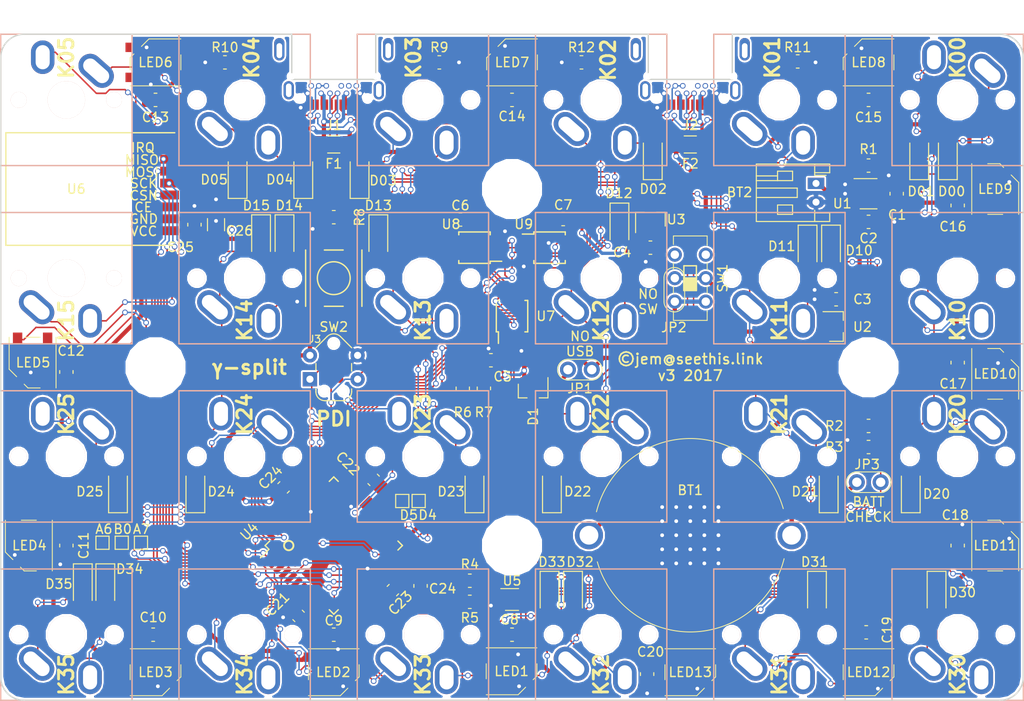
<source format=kicad_pcb>
(kicad_pcb (version 4) (host pcbnew 4.0.7)
  (layers (0 F.Cu signal) (31 B.Cu signal) (34 B.Paste user) (35 F.Paste user) (36 B.SilkS user) (37 F.SilkS user) (38 B.Mask user) (39 F.Mask user) (44 Edge.Cuts user))
  (net 0 "")
  (net 1 +5V)
  (net 2 GND)
  (net 3 /BAT_LVL)
  (net 4 VCC)
  (net 5 /ROW0)
  (net 6 /ROW1)
  (net 7 /ROW2)
  (net 8 /ROW3)
  (net 9 /PDI)
  (net 10 /RST)
  (net 11 /D4)
  (net 12 /D5)
  (net 13 /A6)
  (net 14 /A7)
  (net 15 "Net-(LED1-Pad2)")
  (net 16 "Net-(LED1-Pad4)")
  (net 17 "Net-(LED2-Pad2)")
  (net 18 "Net-(LED3-Pad2)")
  (net 19 "Net-(LED4-Pad2)")
  (net 20 "Net-(LED5-Pad2)")
  (net 21 "Net-(LED6-Pad2)")
  (net 22 "Net-(LED7-Pad2)")
  (net 23 "Net-(LED8-Pad2)")
  (net 24 "Net-(LED10-Pad4)")
  (net 25 "Net-(LED10-Pad2)")
  (net 26 "Net-(LED11-Pad2)")
  (net 27 /BAT_PROG)
  (net 28 /VBUS_CHECK)
  (net 29 /SDA)
  (net 30 /SCL)
  (net 31 /COL0)
  (net 32 /COL1)
  (net 33 /COL2)
  (net 34 /COL3)
  (net 35 /COL4)
  (net 36 /COL5)
  (net 37 /UNDER_LED)
  (net 38 /I2C_LEFT)
  (net 39 /I2C_RIGHT)
  (net 40 /USB_OE)
  (net 41 /CSN)
  (net 42 /MOSI)
  (net 43 /MISO)
  (net 44 /SCK)
  (net 45 /D-)
  (net 46 /D+)
  (net 47 /CE)
  (net 48 /IRQ)
  (net 49 +BATT)
  (net 50 /BAT_STAT)
  (net 51 "Net-(U9-Pad8)")
  (net 52 "Net-(U9-Pad9)")
  (net 53 /BATT_IN)
  (net 54 /BAT_LI_ION)
  (net 55 "Net-(SW1-Pad6)")
  (net 56 "Net-(SW1-Pad3)")
  (net 57 +3V3)
  (net 58 "Net-(LED12-Pad2)")
  (net 59 /B0)
  (net 60 "Net-(D00-Pad2)")
  (net 61 "Net-(D01-Pad2)")
  (net 62 "Net-(D02-Pad2)")
  (net 63 "Net-(D03-Pad2)")
  (net 64 "Net-(D04-Pad2)")
  (net 65 "Net-(D05-Pad2)")
  (net 66 "Net-(D10-Pad2)")
  (net 67 "Net-(D11-Pad2)")
  (net 68 "Net-(D12-Pad2)")
  (net 69 "Net-(D13-Pad2)")
  (net 70 "Net-(D14-Pad2)")
  (net 71 "Net-(D15-Pad2)")
  (net 72 "Net-(D20-Pad2)")
  (net 73 "Net-(D21-Pad2)")
  (net 74 "Net-(D22-Pad2)")
  (net 75 "Net-(D23-Pad2)")
  (net 76 "Net-(D24-Pad2)")
  (net 77 "Net-(D25-Pad2)")
  (net 78 "Net-(D30-Pad2)")
  (net 79 "Net-(D31-Pad2)")
  (net 80 "Net-(D32-Pad2)")
  (net 81 "Net-(D33-Pad2)")
  (net 82 "Net-(D34-Pad2)")
  (net 83 "Net-(D35-Pad2)")
  (net 84 "Net-(U8-Pad8)")
  (net 85 "Net-(U8-Pad9)")
  (net 86 "Net-(J1-PadA5)")
  (net 87 "Net-(J2-PadA5)")
  (net 88 "Net-(J1-PadA2)")
  (net 89 "Net-(J1-PadA3)")
  (net 90 "Net-(J1-PadA8)")
  (net 91 "Net-(J1-PadA10)")
  (net 92 "Net-(J1-PadA11)")
  (net 93 "Net-(J1-PadB11)")
  (net 94 "Net-(J1-PadB8)")
  (net 95 "Net-(J1-PadB10)")
  (net 96 "Net-(J2-PadA2)")
  (net 97 "Net-(J2-PadA3)")
  (net 98 "Net-(J2-PadA8)")
  (net 99 "Net-(J2-PadA10)")
  (net 100 "Net-(J2-PadA11)")
  (net 101 "Net-(J2-PadB11)")
  (net 102 "Net-(J2-PadB8)")
  (net 103 "Net-(J2-PadB10)")
  (net 104 /USB_L_D+)
  (net 105 /USB_L_D-)
  (net 106 /USB_R_D+)
  (net 107 /USB_R_D-)
  (net 108 "Net-(J1-PadB2)")
  (net 109 "Net-(J1-PadB3)")
  (net 110 "Net-(F1-Pad1)")
  (net 111 "Net-(F2-Pad1)")
  (net 112 "Net-(J2-PadB2)")
  (net 113 "Net-(J2-PadB3)")
  (net 114 /USB_SEL)
  (net 115 "Net-(R1-Pad1)")
  (net 116 "Net-(LED13-Pad2)")
  (module switch_mx:Cherry_MX_Matias_Slots_NoSilk_Back (layer B.Cu) (at 102 64)
    (fp_text reference K30 (at 0 4.25 90) (layer F.SilkS) (effects (font (thickness 0.3048))))
    (fp_text value K30 hide)
    (pad "" np_thru_hole circle (at -5.08 0) (size 1.7 1.7) (drill 1.7) (layers *.Cu *.Mask B.SilkS))
    (pad "" np_thru_hole circle (at 0 0) (size 4 4) (drill 4) (layers *.Cu *.Mask B.SilkS))
    (pad "" np_thru_hole circle (at 5.08 0) (size 1.7 1.7) (drill 1.7) (layers *.Cu *.Mask B.SilkS))
    (pad 1 thru_hole oval (at -3.175 3.1 48.5) (size 2.5 4.2) (drill oval 1.5 3.2) (layers *.Cu *.Mask) (net 31 /COL0))
    (pad 2 thru_hole oval (at 2.525 4.55) (size 2.5 3.575) (drill oval 1.5 2.575) (layers *.Cu *.Mask) (net 78 "Net-(D30-Pad2)"))
  )
  (module Capacitor_SMD:C_0805_2012Metric (layer F.Cu) (at 102 18.25 90)
    (fp_text reference C16 (at -2.25 -0.5 180) (layer F.SilkS))
    (fp_text value 0.1uF)
    (pad 1 smd rect (at -0.955 0 90) (size 0.97 1.5) (layers F.Cu F.Paste F.Mask) (net 1 +5V))
    (pad 2 smd rect (at 0.955 0 90) (size 0.97 1.5) (layers F.Cu F.Paste F.Mask) (net 2 GND))
  )
  (module neopixel:WS2812B (layer F.Cu) (at 106 16.5 270)
    (fp_text reference LED9 (at 0 0 360) (layer F.SilkS))
    (fp_text value WS2812B)
    (pad 3 smd rect (at -2.45 -1.6 270) (size 1.5 1) (layers F.Cu F.Paste F.Mask) (net 2 GND))
    (pad 2 smd rect (at 2.45 -1.6 270) (size 1.5 1) (layers F.Cu F.Paste F.Mask) (net 24 "Net-(LED10-Pad4)"))
    (pad 4 smd rect (at -2.45 1.6 270) (size 1.5 1) (layers F.Cu F.Paste F.Mask) (net 23 "Net-(LED8-Pad2)"))
    (pad 1 smd rect (at 2.45 1.6 270) (size 1.5 1) (layers F.Cu F.Paste F.Mask) (net 1 +5V))
  )
  (module switch_mx:Cherry_MX_Matias_Slots_NoSilk_Back (layer B.Cu) (at 26 45 180)
    (fp_text reference K24 (at 0 4.5 450) (layer F.SilkS) (effects (font (thickness 0.3048))))
    (fp_text value K24 hide)
    (pad "" np_thru_hole circle (at -5.08 0 180) (size 1.7 1.7) (drill 1.7) (layers *.Cu *.Mask B.SilkS))
    (pad "" np_thru_hole circle (at 0 0 180) (size 4 4) (drill 4) (layers *.Cu *.Mask B.SilkS))
    (pad "" np_thru_hole circle (at 5.08 0 180) (size 1.7 1.7) (drill 1.7) (layers *.Cu *.Mask B.SilkS))
    (pad 1 thru_hole oval (at -3.175 3.1 228.5) (size 2.5 4.2) (drill oval 1.5 3.2) (layers *.Cu *.Mask) (net 76 "Net-(D24-Pad2)"))
    (pad 2 thru_hole oval (at 2.525 4.55 180) (size 2.5 3.575) (drill oval 1.5 2.575) (layers *.Cu *.Mask) (net 35 /COL4))
  )
  (module switch:SwitchPush_C&K_MultiFoot_RS-187R05A2-DS_And_PTS645_SMT (layer F.Cu) (at 35.5 26 90)
    (fp_text reference SW2 (at -5.2 0 180) (layer F.SilkS))
    (fp_text value SW_Push)
    (pad 2 smd rect (at -3.1 1.85 90) (size 1.8 1.1) (layers F.Cu F.Paste F.Mask) (net 10 /RST))
    (pad 2 smd rect (at 3.1 1.85 90) (size 1.8 1.1) (layers F.Cu F.Paste F.Mask) (net 10 /RST))
    (pad 1 smd rect (at 3.1 -1.85 90) (size 1.8 1.1) (layers F.Cu F.Paste F.Mask) (net 2 GND))
    (pad 1 smd rect (at -3.1 -1.85 90) (size 1.8 1.1) (layers F.Cu F.Paste F.Mask) (net 2 GND))
    (pad 2 smd rect (at -3.975 2.25 90) (size 1.55 1.3) (layers F.Cu F.Paste F.Mask) (net 10 /RST))
    (pad 2 smd rect (at 3.975 2.25 90) (size 1.55 1.3) (layers F.Cu F.Paste F.Mask) (net 10 /RST))
    (pad 1 smd rect (at 3.975 -2.25 90) (size 1.55 1.3) (layers F.Cu F.Paste F.Mask) (net 2 GND))
    (pad 1 smd rect (at -3.975 -2.25 90) (size 1.55 1.3) (layers F.Cu F.Paste F.Mask) (net 2 GND))
  )
  (module Resistor_SMD:R_0805_2012Metric (layer F.Cu) (at 92.5 14)
    (fp_text reference R1 (at 0 -1.75 180) (layer F.SilkS))
    (fp_text value 10k)
    (pad 1 smd rect (at -0.955 0) (size 0.97 1.5) (layers F.Cu F.Paste F.Mask) (net 115 "Net-(R1-Pad1)"))
    (pad 2 smd rect (at 0.955 0) (size 0.97 1.5) (layers F.Cu F.Paste F.Mask) (net 27 /BAT_PROG))
  )
  (module Capacitor_SMD:C_0805_2012Metric (layer F.Cu) (at 69.25 22.75)
    (fp_text reference C4 (at -3 0.5 180) (layer F.SilkS))
    (fp_text value 1uF)
    (pad 1 smd rect (at -0.955 0) (size 0.97 1.5) (layers F.Cu F.Paste F.Mask) (net 2 GND))
    (pad 2 smd rect (at 0.955 0) (size 0.97 1.5) (layers F.Cu F.Paste F.Mask) (net 57 +3V3))
  )
  (module jumper:Jumper_1x02_P2.54mm_THT (layer F.Cu) (at 71.8 28.5 180)
    (fp_text reference JP2 (at 0.05 -2.75 180) (layer F.SilkS))
    (fp_text value "NO SW")
  )
  (module Diode_SMD:D_SOD-123 (layer F.Cu) (at 30.25 21.5 270)
    (fp_text reference D14 (at -3.25 -0.5 540) (layer F.SilkS))
    (fp_text value D)
    (pad 1 smd rect (at -1.65 0 270) (size 0.9 1.2) (layers F.Cu F.Paste F.Mask) (net 6 /ROW1))
    (pad 2 smd rect (at 1.65 0 270) (size 0.9 1.2) (layers F.Cu F.Paste F.Mask) (net 70 "Net-(D14-Pad2)"))
  )
  (module Resistor_SMD:R_0805_2012Metric (layer F.Cu) (at 23.9 3 180)
    (fp_text reference R10 (at 0 1.6 180) (layer F.SilkS))
    (fp_text value 5.1k)
    (pad 1 smd rect (at -0.955 0 180) (size 0.97 1.5) (layers F.Cu F.Paste F.Mask) (net 109 "Net-(J1-PadB3)"))
    (pad 2 smd rect (at 0.955 0 180) (size 0.97 1.5) (layers F.Cu F.Paste F.Mask) (net 2 GND))
  )
  (module Package_TO_SOT_SMD:SOT-23 (layer F.Cu) (at 89.05 31.15)
    (fp_text reference U2 (at 2.8 0.05) (layer F.SilkS))
    (fp_text value "MCP1700 (3.0V)")
    (pad 1 smd rect (at -1 -0.95) (size 0.9 0.8) (layers F.Cu F.Paste F.Mask) (net 2 GND))
    (pad 2 smd rect (at -1 0.95) (size 0.9 0.8) (layers F.Cu F.Paste F.Mask) (net 53 /BATT_IN))
    (pad 3 smd rect (at 1 0) (size 0.9 0.8) (layers F.Cu F.Paste F.Mask) (net 54 /BAT_LI_ION))
  )
  (module MountingHole:MountingHole_6mm (layer F.Cu) (at 92.5 35.5)
    (fp_text reference "" (at 0 -7) (layer F.SilkS))
    (fp_text value MountingHole_6mm)
    (pad 1 np_thru_hole circle (at 0 0) (size 6 6) (drill 6) (layers *.Cu *.Mask))
  )
  (module TestPoint:TestPoint_Pad_1.0x1.0mm (layer F.Cu) (at 12.9 54.2)
    (fp_text reference J8 hide)
    (fp_text value B0)
    (pad 1 smd rect (at 0 0) (size 1 1) (layers F.Cu F.Mask) (net 59 /B0))
  )
  (module TestPoint:TestPoint_Pad_1.0x1.0mm (layer F.Cu) (at 10.85 54.2)
    (fp_text reference J6 hide)
    (fp_text value A6)
    (pad 1 smd rect (at 0 0) (size 1 1) (layers F.Cu F.Mask) (net 13 /A6))
  )
  (module Package_TO_SOT_SMD:SOT-353_SC-70-5 (layer F.Cu) (at 54.5 60.25)
    (fp_text reference U5 (at 0 -2) (layer F.SilkS))
    (fp_text value 74LVC1G34)
    (pad 1 smd rect (at -0.95 -0.65) (size 0.65 0.4) (layers F.Cu F.Paste F.Mask))
    (pad 3 smd rect (at -0.95 0.65) (size 0.65 0.4) (layers F.Cu F.Paste F.Mask) (net 2 GND))
    (pad 2 smd rect (at -0.95 0) (size 0.65 0.4) (layers F.Cu F.Paste F.Mask) (net 37 /UNDER_LED))
    (pad 4 smd rect (at 0.95 0.65) (size 0.65 0.4) (layers F.Cu F.Paste F.Mask) (net 16 "Net-(LED1-Pad4)"))
    (pad 5 smd rect (at 0.95 -0.65) (size 0.65 0.4) (layers F.Cu F.Paste F.Mask) (net 1 +5V))
  )
  (module MountingHole:MountingHole_6mm (layer F.Cu) (at 54.5 54.5)
    (fp_text reference "" (at 0 -7) (layer F.SilkS))
    (fp_text value MountingHole_6mm)
    (pad 1 np_thru_hole circle (at 0 0) (size 6 6) (drill 6) (layers *.Cu *.Mask))
  )
  (module MountingHole:MountingHole_6mm (layer F.Cu) (at 54.5 16.5)
    (fp_text reference "" (at 0 -7) (layer F.SilkS))
    (fp_text value MountingHole_6mm)
    (pad 1 np_thru_hole circle (at 0 0) (size 6 6) (drill 6) (layers *.Cu *.Mask))
  )
  (module Package_SSOP:MSOP-10_3x3mm_P0.5mm (layer F.Cu) (at 58.5 22.75)
    (fp_text reference U9 (at -2.75 -2.5 180) (layer F.SilkS))
    (fp_text value FSUSB42)
    (pad 1 smd rect (at -2.2 -1) (size 1.4 0.3) (layers F.Cu F.Paste F.Mask) (net 57 +3V3))
    (pad 2 smd rect (at -2.2 -0.5) (size 1.4 0.3) (layers F.Cu F.Paste F.Mask) (net 2 GND))
    (pad 3 smd rect (at -2.2 0) (size 1.4 0.3) (layers F.Cu F.Paste F.Mask) (net 29 /SDA))
    (pad 4 smd rect (at -2.2 0.5) (size 1.4 0.3) (layers F.Cu F.Paste F.Mask) (net 30 /SCL))
    (pad 5 smd rect (at -2.2 1) (size 1.4 0.3) (layers F.Cu F.Paste F.Mask) (net 2 GND))
    (pad 6 smd rect (at 2.2 1) (size 1.4 0.3) (layers F.Cu F.Paste F.Mask) (net 107 /USB_R_D-))
    (pad 7 smd rect (at 2.2 0.5) (size 1.4 0.3) (layers F.Cu F.Paste F.Mask) (net 106 /USB_R_D+))
    (pad 8 smd rect (at 2.2 0) (size 1.4 0.3) (layers F.Cu F.Paste F.Mask) (net 51 "Net-(U9-Pad8)"))
    (pad 9 smd rect (at 2.2 -0.5) (size 1.4 0.3) (layers F.Cu F.Paste F.Mask) (net 52 "Net-(U9-Pad9)"))
    (pad 10 smd rect (at 2.2 -1) (size 1.4 0.3) (layers F.Cu F.Paste F.Mask) (net 39 /I2C_RIGHT))
  )
  (module MountingHole:MountingHole_6mm (layer F.Cu) (at 16.5 35.5)
    (fp_text reference "" (at 0 -7) (layer F.SilkS))
    (fp_text value MountingHole_6mm)
    (pad 1 np_thru_hole circle (at 0 0) (size 6 6) (drill 6) (layers *.Cu *.Mask))
  )
  (module StitchVia_2x2_0.3mm (layer F.Cu) (at 76.5 56.4)
    (fp_text reference REF** hide)
    (fp_text value StitchVia_0.3mm hide)
    (pad 1 thru_hole circle (at 0 0) (size 0.6 0.6) (drill 0.4) (layers *.Cu) (net 2 GND))
  )
  (module StitchVia_2x2_0.3mm (layer F.Cu) (at 75 56.4)
    (fp_text reference REF** hide)
    (fp_text value StitchVia_0.3mm hide)
    (pad 1 thru_hole circle (at 0 0) (size 0.6 0.6) (drill 0.4) (layers *.Cu) (net 2 GND))
  )
  (module StitchVia_2x2_0.3mm (layer F.Cu) (at 73.5 56.4)
    (fp_text reference REF** hide)
    (fp_text value StitchVia_0.3mm hide)
    (pad 1 thru_hole circle (at 0 0) (size 0.6 0.6) (drill 0.4) (layers *.Cu) (net 2 GND))
  )
  (module StitchVia_2x2_0.3mm (layer F.Cu) (at 72 56.4)
    (fp_text reference REF** hide)
    (fp_text value StitchVia_0.3mm hide)
    (pad 1 thru_hole circle (at 0 0) (size 0.6 0.6) (drill 0.4) (layers *.Cu) (net 2 GND))
  )
  (module StitchVia_2x2_0.3mm (layer F.Cu) (at 70.5 56.4)
    (fp_text reference REF** hide)
    (fp_text value StitchVia_0.3mm hide)
    (pad 1 thru_hole circle (at 0 0) (size 0.6 0.6) (drill 0.4) (layers *.Cu) (net 2 GND))
  )
  (module StitchVia_2x2_0.3mm (layer F.Cu) (at 76.5 54.9)
    (fp_text reference REF** hide)
    (fp_text value StitchVia_0.3mm hide)
    (pad 1 thru_hole circle (at 0 0) (size 0.6 0.6) (drill 0.4) (layers *.Cu) (net 2 GND))
  )
  (module StitchVia_2x2_0.3mm (layer F.Cu) (at 75 54.9)
    (fp_text reference REF** hide)
    (fp_text value StitchVia_0.3mm hide)
    (pad 1 thru_hole circle (at 0 0) (size 0.6 0.6) (drill 0.4) (layers *.Cu) (net 2 GND))
  )
  (module StitchVia_2x2_0.3mm (layer F.Cu) (at 73.5 54.9)
    (fp_text reference REF** hide)
    (fp_text value StitchVia_0.3mm hide)
    (pad 1 thru_hole circle (at 0 0) (size 0.6 0.6) (drill 0.4) (layers *.Cu) (net 2 GND))
  )
  (module StitchVia_2x2_0.3mm (layer F.Cu) (at 72 54.9)
    (fp_text reference REF** hide)
    (fp_text value StitchVia_0.3mm hide)
    (pad 1 thru_hole circle (at 0 0) (size 0.6 0.6) (drill 0.4) (layers *.Cu) (net 2 GND))
  )
  (module StitchVia_2x2_0.3mm (layer F.Cu) (at 70.5 54.9)
    (fp_text reference REF** hide)
    (fp_text value StitchVia_0.3mm hide)
    (pad 1 thru_hole circle (at 0 0) (size 0.6 0.6) (drill 0.4) (layers *.Cu) (net 2 GND))
  )
  (module StitchVia_2x2_0.3mm (layer F.Cu) (at 76.5 53.4)
    (fp_text reference REF** hide)
    (fp_text value StitchVia_0.3mm hide)
    (pad 1 thru_hole circle (at 0 0) (size 0.6 0.6) (drill 0.4) (layers *.Cu) (net 2 GND))
  )
  (module StitchVia_2x2_0.3mm (layer F.Cu) (at 75 53.4)
    (fp_text reference REF** hide)
    (fp_text value StitchVia_0.3mm hide)
    (pad 1 thru_hole circle (at 0 0) (size 0.6 0.6) (drill 0.4) (layers *.Cu) (net 2 GND))
  )
  (module StitchVia_2x2_0.3mm (layer F.Cu) (at 73.5 53.4)
    (fp_text reference REF** hide)
    (fp_text value StitchVia_0.3mm hide)
    (pad 1 thru_hole circle (at 0 0) (size 0.6 0.6) (drill 0.4) (layers *.Cu) (net 2 GND))
  )
  (module StitchVia_2x2_0.3mm (layer F.Cu) (at 72 53.4)
    (fp_text reference REF** hide)
    (fp_text value StitchVia_0.3mm hide)
    (pad 1 thru_hole circle (at 0 0) (size 0.6 0.6) (drill 0.4) (layers *.Cu) (net 2 GND))
  )
  (module StitchVia_2x2_0.3mm (layer F.Cu) (at 70.5 53.4)
    (fp_text reference REF** hide)
    (fp_text value StitchVia_0.3mm hide)
    (pad 1 thru_hole circle (at 0 0) (size 0.6 0.6) (drill 0.4) (layers *.Cu) (net 2 GND))
  )
  (module StitchVia_2x2_0.3mm (layer F.Cu) (at 76.5 51.9)
    (fp_text reference REF** hide)
    (fp_text value StitchVia_0.3mm hide)
    (pad 1 thru_hole circle (at 0 0) (size 0.6 0.6) (drill 0.4) (layers *.Cu) (net 2 GND))
  )
  (module StitchVia_2x2_0.3mm (layer F.Cu) (at 75 51.9)
    (fp_text reference REF** hide)
    (fp_text value StitchVia_0.3mm hide)
    (pad 1 thru_hole circle (at 0 0) (size 0.6 0.6) (drill 0.4) (layers *.Cu) (net 2 GND))
  )
  (module StitchVia_2x2_0.3mm (layer F.Cu) (at 73.5 51.9)
    (fp_text reference REF** hide)
    (fp_text value StitchVia_0.3mm hide)
    (pad 1 thru_hole circle (at 0 0) (size 0.6 0.6) (drill 0.4) (layers *.Cu) (net 2 GND))
  )
  (module StitchVia_2x2_0.3mm (layer F.Cu) (at 72 51.9)
    (fp_text reference REF** hide)
    (fp_text value StitchVia_0.3mm hide)
    (pad 1 thru_hole circle (at 0 0) (size 0.6 0.6) (drill 0.4) (layers *.Cu) (net 2 GND))
  )
  (module StitchVia_2x2_0.3mm (layer F.Cu) (at 70.5 51.9)
    (fp_text reference REF** hide)
    (fp_text value StitchVia_0.3mm hide)
    (pad 1 thru_hole circle (at 0 0) (size 0.6 0.6) (drill 0.4) (layers *.Cu) (net 2 GND))
  )
  (module StitchVia_2x2_0.3mm (layer F.Cu) (at 76.5 50.4)
    (fp_text reference REF** hide)
    (fp_text value StitchVia_0.3mm hide)
    (pad 1 thru_hole circle (at 0 0) (size 0.6 0.6) (drill 0.4) (layers *.Cu) (net 2 GND))
  )
  (module StitchVia_2x2_0.3mm (layer F.Cu) (at 75 50.4)
    (fp_text reference REF** hide)
    (fp_text value StitchVia_0.3mm hide)
    (pad 1 thru_hole circle (at 0 0) (size 0.6 0.6) (drill 0.4) (layers *.Cu) (net 2 GND))
  )
  (module StitchVia_2x2_0.3mm (layer F.Cu) (at 73.5 50.4)
    (fp_text reference REF** hide)
    (fp_text value StitchVia_0.3mm hide)
    (pad 1 thru_hole circle (at 0 0) (size 0.6 0.6) (drill 0.4) (layers *.Cu) (net 2 GND))
  )
  (module StitchVia_2x2_0.3mm (layer F.Cu) (at 72 50.4)
    (fp_text reference REF** hide)
    (fp_text value StitchVia_0.3mm hide)
    (pad 1 thru_hole circle (at 0 0) (size 0.6 0.6) (drill 0.4) (layers *.Cu) (net 2 GND))
  )
  (module StitchVia_2x2_0.3mm (layer F.Cu) (at 70.5 50.4)
    (fp_text reference REF** hide)
    (fp_text value StitchVia_0.3mm hide)
    (pad 1 thru_hole circle (at 0 0) (size 0.6 0.6) (drill 0.4) (layers *.Cu) (net 2 GND))
  )
  (module Package_QFP:TQFP-44_10x10mm_P0.8mm (layer F.Cu) (at 35.5 54.5 45)
    (fp_text reference U4 (at -5.303301 -7.424621 45) (layer F.SilkS))
    (fp_text value ATXMEGA-A4U-EPAD)
    (pad 1 smd rect (at -5.7 -4 45) (size 1.5 0.55) (layers F.Cu F.Paste F.Mask) (net 36 /COL5))
    (pad 2 smd rect (at -5.7 -3.2 45) (size 1.5 0.55) (layers F.Cu F.Paste F.Mask) (net 13 /A6))
    (pad 3 smd rect (at -5.7 -2.4 45) (size 1.5 0.55) (layers F.Cu F.Paste F.Mask) (net 14 /A7))
    (pad 4 smd rect (at -5.7 -1.6 45) (size 1.5 0.55) (layers F.Cu F.Paste F.Mask) (net 59 /B0))
    (pad 5 smd rect (at -5.7 -0.8 45) (size 1.5 0.55) (layers F.Cu F.Paste F.Mask) (net 3 /BAT_LVL))
    (pad 6 smd rect (at -5.7 0 45) (size 1.5 0.55) (layers F.Cu F.Paste F.Mask) (net 47 /CE))
    (pad 7 smd rect (at -5.7 0.8 45) (size 1.5 0.55) (layers F.Cu F.Paste F.Mask) (net 48 /IRQ))
    (pad 8 smd rect (at -5.7 1.6 45) (size 1.5 0.55) (layers F.Cu F.Paste F.Mask) (net 2 GND))
    (pad 9 smd rect (at -5.7 2.4 45) (size 1.5 0.55) (layers F.Cu F.Paste F.Mask) (net 4 VCC))
    (pad 10 smd rect (at -5.7 3.2 45) (size 1.5 0.55) (layers F.Cu F.Paste F.Mask) (net 37 /UNDER_LED))
    (pad 11 smd rect (at -5.7 4 45) (size 1.5 0.55) (layers F.Cu F.Paste F.Mask) (net 28 /VBUS_CHECK))
    (pad 12 smd rect (at -4 5.7 135) (size 1.5 0.55) (layers F.Cu F.Paste F.Mask) (net 27 /BAT_PROG))
    (pad 13 smd rect (at -3.2 5.7 135) (size 1.5 0.55) (layers F.Cu F.Paste F.Mask) (net 50 /BAT_STAT))
    (pad 14 smd rect (at -2.4 5.7 135) (size 1.5 0.55) (layers F.Cu F.Paste F.Mask) (net 41 /CSN))
    (pad 15 smd rect (at -1.6 5.7 135) (size 1.5 0.55) (layers F.Cu F.Paste F.Mask) (net 42 /MOSI))
    (pad 16 smd rect (at -0.8 5.7 135) (size 1.5 0.55) (layers F.Cu F.Paste F.Mask) (net 43 /MISO))
    (pad 17 smd rect (at 0 5.7 135) (size 1.5 0.55) (layers F.Cu F.Paste F.Mask) (net 44 /SCK))
    (pad 18 smd rect (at 0.8 5.7 135) (size 1.5 0.55) (layers F.Cu F.Paste F.Mask) (net 2 GND))
    (pad 19 smd rect (at 1.6 5.7 135) (size 1.5 0.55) (layers F.Cu F.Paste F.Mask) (net 4 VCC))
    (pad 20 smd rect (at 2.4 5.7 135) (size 1.5 0.55) (layers F.Cu F.Paste F.Mask) (net 8 /ROW3))
    (pad 21 smd rect (at 3.2 5.7 135) (size 1.5 0.55) (layers F.Cu F.Paste F.Mask) (net 7 /ROW2))
    (pad 22 smd rect (at 4 5.7 135) (size 1.5 0.55) (layers F.Cu F.Paste F.Mask) (net 5 /ROW0))
    (pad 23 smd rect (at 5.7 4 45) (size 1.5 0.55) (layers F.Cu F.Paste F.Mask) (net 6 /ROW1))
    (pad 24 smd rect (at 5.7 3.2 45) (size 1.5 0.55) (layers F.Cu F.Paste F.Mask) (net 11 /D4))
    (pad 25 smd rect (at 5.7 2.4 45) (size 1.5 0.55) (layers F.Cu F.Paste F.Mask) (net 12 /D5))
    (pad 26 smd rect (at 5.7 1.6 45) (size 1.5 0.55) (layers F.Cu F.Paste F.Mask) (net 45 /D-))
    (pad 27 smd rect (at 5.7 0.8 45) (size 1.5 0.55) (layers F.Cu F.Paste F.Mask) (net 46 /D+))
    (pad 28 smd rect (at 5.7 0 45) (size 1.5 0.55) (layers F.Cu F.Paste F.Mask) (net 29 /SDA))
    (pad 29 smd rect (at 5.7 -0.8 45) (size 1.5 0.55) (layers F.Cu F.Paste F.Mask) (net 30 /SCL))
    (pad 30 smd rect (at 5.7 -1.6 45) (size 1.5 0.55) (layers F.Cu F.Paste F.Mask) (net 2 GND))
    (pad 31 smd rect (at 5.7 -2.4 45) (size 1.5 0.55) (layers F.Cu F.Paste F.Mask) (net 4 VCC))
    (pad 32 smd rect (at 5.7 -3.2 45) (size 1.5 0.55) (layers F.Cu F.Paste F.Mask) (net 114 /USB_SEL))
    (pad 33 smd rect (at 5.7 -4 45) (size 1.5 0.55) (layers F.Cu F.Paste F.Mask) (net 39 /I2C_RIGHT))
    (pad 34 smd rect (at 4 -5.7 135) (size 1.5 0.55) (layers F.Cu F.Paste F.Mask) (net 9 /PDI))
    (pad 35 smd rect (at 3.2 -5.7 135) (size 1.5 0.55) (layers F.Cu F.Paste F.Mask) (net 10 /RST))
    (pad 36 smd rect (at 2.4 -5.7 135) (size 1.5 0.55) (layers F.Cu F.Paste F.Mask) (net 38 /I2C_LEFT))
    (pad 37 smd rect (at 1.6 -5.7 135) (size 1.5 0.55) (layers F.Cu F.Paste F.Mask) (net 40 /USB_OE))
    (pad 38 smd rect (at 0.8 -5.7 135) (size 1.5 0.55) (layers F.Cu F.Paste F.Mask) (net 2 GND))
    (pad 39 smd rect (at 0 -5.7 135) (size 1.5 0.55) (layers F.Cu F.Paste F.Mask) (net 4 VCC))
    (pad 40 smd rect (at -0.8 -5.7 135) (size 1.5 0.55) (layers F.Cu F.Paste F.Mask) (net 33 /COL2))
    (pad 41 smd rect (at -1.6 -5.7 135) (size 1.5 0.55) (layers F.Cu F.Paste F.Mask) (net 32 /COL1))
    (pad 42 smd rect (at -2.4 -5.7 135) (size 1.5 0.55) (layers F.Cu F.Paste F.Mask) (net 31 /COL0))
    (pad 43 smd rect (at -3.2 -5.7 135) (size 1.5 0.55) (layers F.Cu F.Paste F.Mask) (net 34 /COL3))
    (pad 44 smd rect (at -4 -5.7 135) (size 1.5 0.55) (layers F.Cu F.Paste F.Mask) (net 35 /COL4))
  )
  (module Resistor_SMD:R_0805_2012Metric (layer F.Cu) (at 50 58.25 180)
    (fp_text reference R4 (at 0 1.75 180) (layer F.SilkS))
    (fp_text value 100k)
    (pad 1 smd rect (at -0.955 0 180) (size 0.97 1.5) (layers F.Cu F.Paste F.Mask) (net 1 +5V))
    (pad 2 smd rect (at 0.955 0 180) (size 0.97 1.5) (layers F.Cu F.Paste F.Mask) (net 28 /VBUS_CHECK))
  )
  (module Package_TO_SOT_SMD:SOT-23 (layer F.Cu) (at 56.75 38 270)
    (fp_text reference D1 (at 2.75 0 270) (layer F.SilkS))
    (fp_text value D_Schottky_x2_KCom_AAK)
    (pad 1 smd rect (at -1 -0.95 270) (size 0.9 0.8) (layers F.Cu F.Paste F.Mask) (net 49 +BATT))
    (pad 2 smd rect (at -1 0.95 270) (size 0.9 0.8) (layers F.Cu F.Paste F.Mask) (net 57 +3V3))
    (pad 3 smd rect (at 1 0 270) (size 0.9 0.8) (layers F.Cu F.Paste F.Mask) (net 4 VCC))
  )
  (module Package_TO_SOT_SMD:SOT-23-5 (layer F.Cu) (at 92.5 17)
    (fp_text reference U1 (at -2.8 1.05) (layer F.SilkS))
    (fp_text value MCP73831)
    (pad 1 smd rect (at -1.1 -0.95) (size 1.06 0.65) (layers F.Cu F.Paste F.Mask) (net 50 /BAT_STAT))
    (pad 2 smd rect (at -1.1 0) (size 1.06 0.65) (layers F.Cu F.Paste F.Mask) (net 2 GND))
    (pad 3 smd rect (at -1.1 0.95) (size 1.06 0.65) (layers F.Cu F.Paste F.Mask) (net 54 /BAT_LI_ION))
    (pad 4 smd rect (at 1.1 0.95) (size 1.06 0.65) (layers F.Cu F.Paste F.Mask) (net 1 +5V))
    (pad 5 smd rect (at 1.1 -0.95) (size 1.06 0.65) (layers F.Cu F.Paste F.Mask) (net 115 "Net-(R1-Pad1)"))
  )
  (module Package_TO_SOT_SMD:SOT-23 (layer F.Cu) (at 69.25 19.75 90)
    (fp_text reference U3 (at 0 2.75 180) (layer F.SilkS))
    (fp_text value "MCP1700 (3.3V)")
    (pad 1 smd rect (at -1 -0.95 90) (size 0.9 0.8) (layers F.Cu F.Paste F.Mask) (net 2 GND))
    (pad 2 smd rect (at -1 0.95 90) (size 0.9 0.8) (layers F.Cu F.Paste F.Mask) (net 57 +3V3))
    (pad 3 smd rect (at 1 0 90) (size 0.9 0.8) (layers F.Cu F.Paste F.Mask) (net 1 +5V))
  )
  (module nordic:NRF24L01-Module-SMD (layer F.Cu) (at 17.55 16.5)
    (fp_text reference U6 (at -9.5 0) (layer F.SilkS))
    (fp_text value nRF24L01_module)
    (fp_text user IRQ (at -2.4 -4.4) (layer F.SilkS))
    (fp_text user MISO (at -2.5 -3.1) (layer F.SilkS))
    (fp_text user MOSI (at -2.5 -1.8) (layer F.SilkS))
    (fp_text user SCK (at -2.3 -0.6) (layer F.SilkS))
    (fp_text user CSN (at -2.3 0.7) (layer F.SilkS))
    (fp_text user CE (at -2.35 1.95) (layer F.SilkS))
    (fp_text user GND (at -2.3 3.2) (layer F.SilkS))
    (fp_text user VCC (at -2.3 4.5) (layer F.SilkS))
    (pad 8 smd rect (at 0 -4.445) (size 2 0.95) (drill (offset 0.45 0)) (layers F.Cu F.Paste F.Mask) (net 48 /IRQ))
    (pad 7 smd rect (at 0 -3.175) (size 2 0.95) (drill (offset 0.45 0)) (layers F.Cu F.Paste F.Mask) (net 43 /MISO))
    (pad 6 smd rect (at 0 -1.905) (size 2 0.95) (drill (offset 0.45 0)) (layers F.Cu F.Paste F.Mask) (net 42 /MOSI))
    (pad 5 smd rect (at 0 -0.635) (size 2 0.95) (drill (offset 0.45 0)) (layers F.Cu F.Paste F.Mask) (net 44 /SCK))
    (pad 4 smd rect (at 0 0.635) (size 2 0.95) (drill (offset 0.45 0)) (layers F.Cu F.Paste F.Mask) (net 41 /CSN))
    (pad 3 smd rect (at 0 1.905) (size 2 0.95) (drill (offset 0.45 0)) (layers F.Cu F.Paste F.Mask) (net 47 /CE))
    (pad 2 smd rect (at 0 3.175) (size 2 0.95) (drill (offset 0.45 0)) (layers F.Cu F.Paste F.Mask) (net 2 GND))
    (pad 1 smd rect (at 0 4.445) (size 2 0.95) (drill (offset 0.45 0)) (layers F.Cu F.Paste F.Mask) (net 4 VCC))
  )
  (module Conn_JST:JST_PH_S2B-PH-K_1x02_P2.00mm_Horizontal (layer F.Cu) (at 86.9 15.9 270)
    (fp_text reference BT2 (at 0.95 8.15 360) (layer F.SilkS))
    (fp_text value Battery_Cell)
    (pad 1 thru_hole rect (at 0 0 270) (size 1.2 1.75) (drill 0.75) (layers *.Cu *.Mask) (net 54 /BAT_LI_ION))
    (pad 2 thru_hole oval (at 2 0 270) (size 1.2 1.75) (drill 0.75) (layers *.Cu *.Mask) (net 2 GND))
  )
  (module Package_SSOP:MSOP-10_3x3mm_P0.5mm (layer F.Cu) (at 54.5 30.05 90)
    (fp_text reference U7 (at 0 3.6 180) (layer F.SilkS))
    (fp_text value FSUSB42)
    (pad 1 smd rect (at -2.2 -1 90) (size 1.4 0.3) (layers F.Cu F.Paste F.Mask) (net 57 +3V3))
    (pad 2 smd rect (at -2.2 -0.5 90) (size 1.4 0.3) (layers F.Cu F.Paste F.Mask) (net 114 /USB_SEL))
    (pad 3 smd rect (at -2.2 0 90) (size 1.4 0.3) (layers F.Cu F.Paste F.Mask) (net 46 /D+))
    (pad 4 smd rect (at -2.2 0.5 90) (size 1.4 0.3) (layers F.Cu F.Paste F.Mask) (net 45 /D-))
    (pad 5 smd rect (at -2.2 1 90) (size 1.4 0.3) (layers F.Cu F.Paste F.Mask) (net 2 GND))
    (pad 6 smd rect (at 2.2 1 90) (size 1.4 0.3) (layers F.Cu F.Paste F.Mask) (net 107 /USB_R_D-))
    (pad 7 smd rect (at 2.2 0.5 90) (size 1.4 0.3) (layers F.Cu F.Paste F.Mask) (net 106 /USB_R_D+))
    (pad 8 smd rect (at 2.2 0 90) (size 1.4 0.3) (layers F.Cu F.Paste F.Mask) (net 105 /USB_L_D-))
    (pad 9 smd rect (at 2.2 -0.5 90) (size 1.4 0.3) (layers F.Cu F.Paste F.Mask) (net 104 /USB_L_D+))
    (pad 10 smd rect (at 2.2 -1 90) (size 1.4 0.3) (layers F.Cu F.Paste F.Mask) (net 40 /USB_OE))
  )
  (module Capacitor_SMD:C_0805_2012Metric (layer F.Cu) (at 95.5 17 90)
    (fp_text reference C1 (at -2.25 0.05 360) (layer F.SilkS))
    (fp_text value 4.7uF)
    (pad 1 smd rect (at -0.955 0 90) (size 0.97 1.5) (layers F.Cu F.Paste F.Mask) (net 1 +5V))
    (pad 2 smd rect (at 0.955 0 90) (size 0.97 1.5) (layers F.Cu F.Paste F.Mask) (net 2 GND))
  )
  (module Capacitor_SMD:C_0805_2012Metric (layer F.Cu) (at 92.5 20)
    (fp_text reference C2 (at 0 1.75) (layer F.SilkS))
    (fp_text value 4.7uF)
    (pad 1 smd rect (at -0.955 0) (size 0.97 1.5) (layers F.Cu F.Paste F.Mask) (net 54 /BAT_LI_ION))
    (pad 2 smd rect (at 0.955 0) (size 0.97 1.5) (layers F.Cu F.Paste F.Mask) (net 2 GND))
  )
  (module Capacitor_SMD:C_0805_2012Metric (layer F.Cu) (at 89.045 28.25)
    (fp_text reference C3 (at 2.805 0 180) (layer F.SilkS))
    (fp_text value 1uF)
    (pad 1 smd rect (at -0.955 0) (size 0.97 1.5) (layers F.Cu F.Paste F.Mask) (net 2 GND))
    (pad 2 smd rect (at 0.955 0) (size 0.97 1.5) (layers F.Cu F.Paste F.Mask) (net 53 /BATT_IN))
  )
  (module Capacitor_SMD:C_0805_2012Metric (layer F.Cu) (at 54.5 64)
    (fp_text reference C8 (at -0.25 -1.6) (layer F.SilkS))
    (fp_text value 0.1uF)
    (pad 1 smd rect (at -0.955 0) (size 0.97 1.5) (layers F.Cu F.Paste F.Mask) (net 1 +5V))
    (pad 2 smd rect (at 0.955 0) (size 0.97 1.5) (layers F.Cu F.Paste F.Mask) (net 2 GND))
  )
  (module Capacitor_SMD:C_0805_2012Metric (layer F.Cu) (at 35.5 64)
    (fp_text reference C9 (at 0 -1.5) (layer F.SilkS))
    (fp_text value 0.1uF)
    (pad 1 smd rect (at -0.955 0) (size 0.97 1.5) (layers F.Cu F.Paste F.Mask) (net 1 +5V))
    (pad 2 smd rect (at 0.955 0) (size 0.97 1.5) (layers F.Cu F.Paste F.Mask) (net 2 GND))
  )
  (module Capacitor_SMD:C_0805_2012Metric (layer F.Cu) (at 31.75 62 315)
    (fp_text reference C21 (at -2.474874 0.707107 405) (layer F.SilkS))
    (fp_text value 0.1uF)
    (pad 1 smd rect (at -0.955 0 315) (size 0.97 1.5) (layers F.Cu F.Paste F.Mask) (net 2 GND))
    (pad 2 smd rect (at 0.955 0 315) (size 0.97 1.5) (layers F.Cu F.Paste F.Mask) (net 4 VCC))
  )
  (module Capacitor_SMD:C_0805_2012Metric (layer F.Cu) (at 30.15 48.3 225)
    (fp_text reference C24 (at 0.247487 1.732412 225) (layer F.SilkS))
    (fp_text value 0.1uF)
    (pad 1 smd rect (at -0.955 0 225) (size 0.97 1.5) (layers F.Cu F.Paste F.Mask) (net 2 GND))
    (pad 2 smd rect (at 0.955 0 225) (size 0.97 1.5) (layers F.Cu F.Paste F.Mask) (net 4 VCC))
  )
  (module Capacitor_SMD:C_0805_2012Metric (layer F.Cu) (at 39.75 47.5 135)
    (fp_text reference C22 (at 3.181981 -0.707107 135) (layer F.SilkS))
    (fp_text value 0.1uF)
    (pad 1 smd rect (at -0.955 0 135) (size 0.97 1.5) (layers F.Cu F.Paste F.Mask) (net 2 GND))
    (pad 2 smd rect (at 0.955 0 135) (size 0.97 1.5) (layers F.Cu F.Paste F.Mask) (net 4 VCC))
  )
  (module Capacitor_SMD:C_0805_2012Metric (layer F.Cu) (at 16.25 64)
    (fp_text reference C10 (at 0 -1.85) (layer F.SilkS))
    (fp_text value 0.1uF)
    (pad 1 smd rect (at -0.955 0) (size 0.97 1.5) (layers F.Cu F.Paste F.Mask) (net 1 +5V))
    (pad 2 smd rect (at 0.955 0) (size 0.97 1.5) (layers F.Cu F.Paste F.Mask) (net 2 GND))
  )
  (module Capacitor_SMD:C_0805_2012Metric (layer F.Cu) (at 7 54.5 270)
    (fp_text reference C11 (at 0 -1.85 270) (layer F.SilkS))
    (fp_text value 0.1uF)
    (pad 1 smd rect (at -0.955 0 270) (size 0.97 1.5) (layers F.Cu F.Paste F.Mask) (net 1 +5V))
    (pad 2 smd rect (at 0.955 0 270) (size 0.97 1.5) (layers F.Cu F.Paste F.Mask) (net 2 GND))
  )
  (module Capacitor_SMD:C_0805_2012Metric (layer F.Cu) (at 7 36 270)
    (fp_text reference C12 (at -2.25 -0.5 540) (layer F.SilkS))
    (fp_text value 0.1uF)
    (pad 1 smd rect (at -0.955 0 270) (size 0.97 1.5) (layers F.Cu F.Paste F.Mask) (net 1 +5V))
    (pad 2 smd rect (at 0.955 0 270) (size 0.97 1.5) (layers F.Cu F.Paste F.Mask) (net 2 GND))
  )
  (module Capacitor_SMD:C_0805_2012Metric (layer F.Cu) (at 16.5 7 180)
    (fp_text reference C13 (at 0 -1.85 180) (layer F.SilkS))
    (fp_text value 0.1uF)
    (pad 1 smd rect (at -0.955 0 180) (size 0.97 1.5) (layers F.Cu F.Paste F.Mask) (net 1 +5V))
    (pad 2 smd rect (at 0.955 0 180) (size 0.97 1.5) (layers F.Cu F.Paste F.Mask) (net 2 GND))
  )
  (module Capacitor_SMD:C_0805_2012Metric (layer F.Cu) (at 54.5 7 180)
    (fp_text reference C14 (at 0 -1.75 180) (layer F.SilkS))
    (fp_text value 0.1uF)
    (pad 1 smd rect (at -0.955 0 180) (size 0.97 1.5) (layers F.Cu F.Paste F.Mask) (net 1 +5V))
    (pad 2 smd rect (at 0.955 0 180) (size 0.97 1.5) (layers F.Cu F.Paste F.Mask) (net 2 GND))
  )
  (module Capacitor_SMD:C_0805_2012Metric (layer F.Cu) (at 41.8 59.25 45)
    (fp_text reference C23 (at -0.424264 1.555635 45) (layer F.SilkS))
    (fp_text value 0.1uF)
    (pad 1 smd rect (at -0.955 0 45) (size 0.97 1.5) (layers F.Cu F.Paste F.Mask) (net 2 GND))
    (pad 2 smd rect (at 0.955 0 45) (size 0.97 1.5) (layers F.Cu F.Paste F.Mask) (net 4 VCC))
  )
  (module Capacitor_SMD:C_0805_2012Metric (layer F.Cu) (at 44.75 58.8 90)
    (fp_text reference C24 (at -0.3 2.35 180) (layer F.SilkS))
    (fp_text value 0.1uF)
    (pad 1 smd rect (at -0.955 0 90) (size 0.97 1.5) (layers F.Cu F.Paste F.Mask) (net 2 GND))
    (pad 2 smd rect (at 0.955 0 90) (size 0.97 1.5) (layers F.Cu F.Paste F.Mask) (net 4 VCC))
  )
  (module Capacitor_SMD:C_0805_2012Metric (layer F.Cu) (at 92.5 7 180)
    (fp_text reference C15 (at 0 -1.85 180) (layer F.SilkS))
    (fp_text value 0.1uF)
    (pad 1 smd rect (at -0.955 0 180) (size 0.97 1.5) (layers F.Cu F.Paste F.Mask) (net 1 +5V))
    (pad 2 smd rect (at 0.955 0 180) (size 0.97 1.5) (layers F.Cu F.Paste F.Mask) (net 2 GND))
  )
  (module Capacitor_SMD:C_0805_2012Metric (layer F.Cu) (at 102 35 90)
    (fp_text reference C17 (at -2.25 -0.5 180) (layer F.SilkS))
    (fp_text value 0.1uF)
    (pad 1 smd rect (at -0.955 0 90) (size 0.97 1.5) (layers F.Cu F.Paste F.Mask) (net 1 +5V))
    (pad 2 smd rect (at 0.955 0 90) (size 0.97 1.5) (layers F.Cu F.Paste F.Mask) (net 2 GND))
  )
  (module Capacitor_SMD:C_0805_2012Metric (layer F.Cu) (at 102 54.5 90)
    (fp_text reference C18 (at 3.25 -0.25 180) (layer F.SilkS))
    (fp_text value 0.1uF)
    (pad 1 smd rect (at -0.955 0 90) (size 0.97 1.5) (layers F.Cu F.Paste F.Mask) (net 1 +5V))
    (pad 2 smd rect (at 0.955 0 90) (size 0.97 1.5) (layers F.Cu F.Paste F.Mask) (net 2 GND))
  )
  (module Capacitor_SMD:C_0805_2012Metric (layer F.Cu) (at 92.25 63.75)
    (fp_text reference C19 (at 2.25 -0.25 90) (layer F.SilkS))
    (fp_text value 0.1uF)
    (pad 1 smd rect (at -0.955 0) (size 0.97 1.5) (layers F.Cu F.Paste F.Mask) (net 1 +5V))
    (pad 2 smd rect (at 0.955 0) (size 0.97 1.5) (layers F.Cu F.Paste F.Mask) (net 2 GND))
  )
  (module Capacitor_SMD:C_0805_2012Metric (layer F.Cu) (at 68.9 68.2 270)
    (fp_text reference C20 (at -2.375 -0.375 360) (layer F.SilkS))
    (fp_text value 0.1uF)
    (pad 1 smd rect (at -0.955 0 270) (size 0.97 1.5) (layers F.Cu F.Paste F.Mask) (net 1 +5V))
    (pad 2 smd rect (at 0.955 0 270) (size 0.97 1.5) (layers F.Cu F.Paste F.Mask) (net 2 GND))
  )
  (module Capacitor_SMD:C_0805_2012Metric (layer F.Cu) (at 52.25 34.75 180)
    (fp_text reference C5 (at -1.25 -1.75 360) (layer F.SilkS))
    (fp_text value 0.1uF)
    (pad 1 smd rect (at -0.955 0 180) (size 0.97 1.5) (layers F.Cu F.Paste F.Mask) (net 57 +3V3))
    (pad 2 smd rect (at 0.955 0 180) (size 0.97 1.5) (layers F.Cu F.Paste F.Mask) (net 2 GND))
  )
  (module Capacitor_SMD:C_0805_2012Metric (layer F.Cu) (at 49 19.75)
    (fp_text reference C6 (at 0 -1.5) (layer F.SilkS))
    (fp_text value 0.1uF)
    (pad 1 smd rect (at -0.955 0) (size 0.97 1.5) (layers F.Cu F.Paste F.Mask) (net 57 +3V3))
    (pad 2 smd rect (at 0.955 0) (size 0.97 1.5) (layers F.Cu F.Paste F.Mask) (net 2 GND))
  )
  (module Resistor_SMD:R_0805_2012Metric (layer F.Cu) (at 92.5 41.75)
    (fp_text reference R2 (at -3.65 0) (layer F.SilkS))
    (fp_text value 470k)
    (pad 1 smd rect (at -0.955 0) (size 0.97 1.5) (layers F.Cu F.Paste F.Mask) (net 54 /BAT_LI_ION))
    (pad 2 smd rect (at 0.955 0) (size 0.97 1.5) (layers F.Cu F.Paste F.Mask) (net 3 /BAT_LVL))
  )
  (module Resistor_SMD:R_0805_2012Metric (layer F.Cu) (at 92.5 44 180)
    (fp_text reference R3 (at 3.65 0 180) (layer F.SilkS))
    (fp_text value 470k)
    (pad 1 smd rect (at -0.955 0 180) (size 0.97 1.5) (layers F.Cu F.Paste F.Mask) (net 3 /BAT_LVL))
    (pad 2 smd rect (at 0.955 0 180) (size 0.97 1.5) (layers F.Cu F.Paste F.Mask) (net 2 GND))
  )
  (module Resistor_SMD:R_0805_2012Metric (layer F.Cu) (at 50 60.5)
    (fp_text reference R5 (at 0 1.7) (layer F.SilkS))
    (fp_text value 100k)
    (pad 1 smd rect (at -0.955 0) (size 0.97 1.5) (layers F.Cu F.Paste F.Mask) (net 28 /VBUS_CHECK))
    (pad 2 smd rect (at 0.955 0) (size 0.97 1.5) (layers F.Cu F.Paste F.Mask) (net 2 GND))
  )
  (module Resistor_SMD:R_0805_2012Metric (layer F.Cu) (at 49.25 37.75 270)
    (fp_text reference R6 (at 2.545 0 360) (layer F.SilkS))
    (fp_text value 10k)
    (pad 1 smd rect (at -0.955 0 270) (size 0.97 1.5) (layers F.Cu F.Paste F.Mask) (net 57 +3V3))
    (pad 2 smd rect (at 0.955 0 270) (size 0.97 1.5) (layers F.Cu F.Paste F.Mask) (net 29 /SDA))
  )
  (module Resistor_SMD:R_0805_2012Metric (layer F.Cu) (at 51.5 37.75 270)
    (fp_text reference R7 (at 2.545 0 360) (layer F.SilkS))
    (fp_text value 10k)
    (pad 1 smd rect (at -0.955 0 270) (size 0.97 1.5) (layers F.Cu F.Paste F.Mask) (net 57 +3V3))
    (pad 2 smd rect (at 0.955 0 270) (size 0.97 1.5) (layers F.Cu F.Paste F.Mask) (net 30 /SCL))
  )
  (module Resistor_SMD:R_0805_2012Metric (layer F.Cu) (at 35.5 19.5)
    (fp_text reference R8 (at 2.75 0 90) (layer F.SilkS))
    (fp_text value 10k)
    (pad 1 smd rect (at -0.955 0) (size 0.97 1.5) (layers F.Cu F.Paste F.Mask) (net 4 VCC))
    (pad 2 smd rect (at 0.955 0) (size 0.97 1.5) (layers F.Cu F.Paste F.Mask) (net 10 /RST))
  )
  (module Capacitor_SMD:C_0805_2012Metric (layer F.Cu) (at 59.95 19.7)
    (fp_text reference C7 (at 0 -1.5) (layer F.SilkS))
    (fp_text value 0.1uF)
    (pad 1 smd rect (at -0.955 0) (size 0.97 1.5) (layers F.Cu F.Paste F.Mask) (net 57 +3V3))
    (pad 2 smd rect (at 0.955 0) (size 0.97 1.5) (layers F.Cu F.Paste F.Mask) (net 2 GND))
  )
  (module Capacitor_SMD:C_1206_3216Metric (layer F.Cu) (at 22.95 20.3 270)
    (fp_text reference C26 (at 0.65 -2.5 360) (layer F.SilkS))
    (fp_text value 47uF)
    (pad 1 smd rect (at -1.505 0 270) (size 1.07 1.8) (layers F.Cu F.Paste F.Mask) (net 2 GND))
    (pad 2 smd rect (at 1.505 0 270) (size 1.07 1.8) (layers F.Cu F.Paste F.Mask) (net 4 VCC))
  )
  (module Package_SSOP:MSOP-10_3x3mm_P0.5mm (layer F.Cu) (at 50.5 22.75 180)
    (fp_text reference U8 (at 2.5 2.5 360) (layer F.SilkS))
    (fp_text value FSUSB42)
    (pad 1 smd rect (at -2.2 -1 180) (size 1.4 0.3) (layers F.Cu F.Paste F.Mask) (net 57 +3V3))
    (pad 2 smd rect (at -2.2 -0.5 180) (size 1.4 0.3) (layers F.Cu F.Paste F.Mask) (net 2 GND))
    (pad 3 smd rect (at -2.2 0 180) (size 1.4 0.3) (layers F.Cu F.Paste F.Mask) (net 29 /SDA))
    (pad 4 smd rect (at -2.2 0.5 180) (size 1.4 0.3) (layers F.Cu F.Paste F.Mask) (net 30 /SCL))
    (pad 5 smd rect (at -2.2 1 180) (size 1.4 0.3) (layers F.Cu F.Paste F.Mask) (net 2 GND))
    (pad 6 smd rect (at 2.2 1 180) (size 1.4 0.3) (layers F.Cu F.Paste F.Mask) (net 105 /USB_L_D-))
    (pad 7 smd rect (at 2.2 0.5 180) (size 1.4 0.3) (layers F.Cu F.Paste F.Mask) (net 104 /USB_L_D+))
    (pad 8 smd rect (at 2.2 0 180) (size 1.4 0.3) (layers F.Cu F.Paste F.Mask) (net 84 "Net-(U8-Pad8)"))
    (pad 9 smd rect (at 2.2 -0.5 180) (size 1.4 0.3) (layers F.Cu F.Paste F.Mask) (net 85 "Net-(U8-Pad9)"))
    (pad 10 smd rect (at 2.2 -1 180) (size 1.4 0.3) (layers F.Cu F.Paste F.Mask) (net 38 /I2C_LEFT))
  )
  (module Capacitor_SMD:C_0805_2012Metric (layer F.Cu) (at 20.65 20.3 270)
    (fp_text reference C25 (at 2.4 1.5 360) (layer F.SilkS))
    (fp_text value 10uF)
    (pad 1 smd rect (at -0.955 0 270) (size 0.97 1.5) (layers F.Cu F.Paste F.Mask) (net 2 GND))
    (pad 2 smd rect (at 0.955 0 270) (size 0.97 1.5) (layers F.Cu F.Paste F.Mask) (net 4 VCC))
  )
  (module Diode_SMD:D_SOD-123 (layer F.Cu) (at 100.95 13.25 90)
    (fp_text reference D00 (at -3.5 0.4 360) (layer F.SilkS))
    (fp_text value D)
    (pad 1 smd rect (at -1.65 0 90) (size 0.9 1.2) (layers F.Cu F.Paste F.Mask) (net 5 /ROW0))
    (pad 2 smd rect (at 1.65 0 90) (size 0.9 1.2) (layers F.Cu F.Paste F.Mask) (net 60 "Net-(D00-Pad2)"))
  )
  (module Diode_SMD:D_SOD-123 (layer F.Cu) (at 97.9 13.25 90)
    (fp_text reference D01 (at -3.5 0.2 180) (layer F.SilkS))
    (fp_text value D)
    (pad 1 smd rect (at -1.65 0 90) (size 0.9 1.2) (layers F.Cu F.Paste F.Mask) (net 5 /ROW0))
    (pad 2 smd rect (at 1.65 0 90) (size 0.9 1.2) (layers F.Cu F.Paste F.Mask) (net 61 "Net-(D01-Pad2)"))
  )
  (module Diode_SMD:D_SOD-123 (layer F.Cu) (at 69.5 13.25 90)
    (fp_text reference D02 (at -3.25 0.05 180) (layer F.SilkS))
    (fp_text value D)
    (pad 1 smd rect (at -1.65 0 90) (size 0.9 1.2) (layers F.Cu F.Paste F.Mask) (net 5 /ROW0))
    (pad 2 smd rect (at 1.65 0 90) (size 0.9 1.2) (layers F.Cu F.Paste F.Mask) (net 62 "Net-(D02-Pad2)"))
  )
  (module Diode_SMD:D_SOD-123 (layer F.Cu) (at 38.25 15.25 90)
    (fp_text reference D03 (at -0.35 2.5 180) (layer F.SilkS))
    (fp_text value D)
    (pad 1 smd rect (at -1.65 0 90) (size 0.9 1.2) (layers F.Cu F.Paste F.Mask) (net 5 /ROW0))
    (pad 2 smd rect (at 1.65 0 90) (size 0.9 1.2) (layers F.Cu F.Paste F.Mask) (net 63 "Net-(D03-Pad2)"))
  )
  (module Diode_SMD:D_SOD-123 (layer F.Cu) (at 32.25 15.25 90)
    (fp_text reference D04 (at -0.25 -2.5 180) (layer F.SilkS))
    (fp_text value D)
    (pad 1 smd rect (at -1.65 0 90) (size 0.9 1.2) (layers F.Cu F.Paste F.Mask) (net 5 /ROW0))
    (pad 2 smd rect (at 1.65 0 90) (size 0.9 1.2) (layers F.Cu F.Paste F.Mask) (net 64 "Net-(D04-Pad2)"))
  )
  (module Diode_SMD:D_SOD-123 (layer F.Cu) (at 25.25 15.25 90)
    (fp_text reference D05 (at -0.25 -2.5 360) (layer F.SilkS))
    (fp_text value D)
    (pad 1 smd rect (at -1.65 0 90) (size 0.9 1.2) (layers F.Cu F.Paste F.Mask) (net 5 /ROW0))
    (pad 2 smd rect (at 1.65 0 90) (size 0.9 1.2) (layers F.Cu F.Paste F.Mask) (net 65 "Net-(D05-Pad2)"))
  )
  (module Diode_SMD:D_SOD-123 (layer F.Cu) (at 88.5 22.6 270)
    (fp_text reference D10 (at 0.45 -3 360) (layer F.SilkS))
    (fp_text value D)
    (pad 1 smd rect (at -1.65 0 270) (size 0.9 1.2) (layers F.Cu F.Paste F.Mask) (net 6 /ROW1))
    (pad 2 smd rect (at 1.65 0 270) (size 0.9 1.2) (layers F.Cu F.Paste F.Mask) (net 66 "Net-(D10-Pad2)"))
  )
  (module Diode_SMD:D_SOD-123 (layer F.Cu) (at 86 22.6 270)
    (fp_text reference D11 (at 0 2.75 360) (layer F.SilkS))
    (fp_text value D)
    (pad 1 smd rect (at -1.65 0 270) (size 0.9 1.2) (layers F.Cu F.Paste F.Mask) (net 6 /ROW1))
    (pad 2 smd rect (at 1.65 0 270) (size 0.9 1.2) (layers F.Cu F.Paste F.Mask) (net 67 "Net-(D11-Pad2)"))
  )
  (module Diode_SMD:D_SOD-123 (layer F.Cu) (at 65.95 20.25 270)
    (fp_text reference D12 (at -3.3 0.05 360) (layer F.SilkS))
    (fp_text value D)
    (pad 1 smd rect (at -1.65 0 270) (size 0.9 1.2) (layers F.Cu F.Paste F.Mask) (net 6 /ROW1))
    (pad 2 smd rect (at 1.65 0 270) (size 0.9 1.2) (layers F.Cu F.Paste F.Mask) (net 68 "Net-(D12-Pad2)"))
  )
  (module Diode_SMD:D_SOD-123 (layer F.Cu) (at 40.25 21.5 270)
    (fp_text reference D13 (at -3.25 0 360) (layer F.SilkS))
    (fp_text value D)
    (pad 1 smd rect (at -1.65 0 270) (size 0.9 1.2) (layers F.Cu F.Paste F.Mask) (net 6 /ROW1))
    (pad 2 smd rect (at 1.65 0 270) (size 0.9 1.2) (layers F.Cu F.Paste F.Mask) (net 69 "Net-(D13-Pad2)"))
  )
  (module Diode_SMD:D_SOD-123 (layer F.Cu) (at 27.75 21.5 270)
    (fp_text reference D15 (at -3.25 0.5 360) (layer F.SilkS))
    (fp_text value D)
    (pad 1 smd rect (at -1.65 0 270) (size 0.9 1.2) (layers F.Cu F.Paste F.Mask) (net 6 /ROW1))
    (pad 2 smd rect (at 1.65 0 270) (size 0.9 1.2) (layers F.Cu F.Paste F.Mask) (net 71 "Net-(D15-Pad2)"))
  )
  (module Diode_SMD:D_SOD-123 (layer F.Cu) (at 97 48.75 90)
    (fp_text reference D20 (at -0.25 2.75 180) (layer F.SilkS))
    (fp_text value D)
    (pad 1 smd rect (at -1.65 0 90) (size 0.9 1.2) (layers F.Cu F.Paste F.Mask) (net 7 /ROW2))
    (pad 2 smd rect (at 1.65 0 90) (size 0.9 1.2) (layers F.Cu F.Paste F.Mask) (net 72 "Net-(D20-Pad2)"))
  )
  (module Diode_SMD:D_SOD-123 (layer F.Cu) (at 88.25 48.75 90)
    (fp_text reference D21 (at 0 -2.5 180) (layer F.SilkS))
    (fp_text value D)
    (pad 1 smd rect (at -1.65 0 90) (size 0.9 1.2) (layers F.Cu F.Paste F.Mask) (net 7 /ROW2))
    (pad 2 smd rect (at 1.65 0 90) (size 0.9 1.2) (layers F.Cu F.Paste F.Mask) (net 73 "Net-(D21-Pad2)"))
  )
  (module Diode_SMD:D_SOD-123 (layer F.Cu) (at 58.75 48.75 90)
    (fp_text reference D22 (at 0 2.75 180) (layer F.SilkS))
    (fp_text value D)
    (pad 1 smd rect (at -1.65 0 90) (size 0.9 1.2) (layers F.Cu F.Paste F.Mask) (net 7 /ROW2))
    (pad 2 smd rect (at 1.65 0 90) (size 0.9 1.2) (layers F.Cu F.Paste F.Mask) (net 74 "Net-(D22-Pad2)"))
  )
  (module Diode_SMD:D_SOD-123 (layer F.Cu) (at 50.5 48.75 90)
    (fp_text reference D23 (at 0 -2.5 180) (layer F.SilkS))
    (fp_text value D)
    (pad 1 smd rect (at -1.65 0 90) (size 0.9 1.2) (layers F.Cu F.Paste F.Mask) (net 7 /ROW2))
    (pad 2 smd rect (at 1.65 0 90) (size 0.9 1.2) (layers F.Cu F.Paste F.Mask) (net 75 "Net-(D23-Pad2)"))
  )
  (module Diode_SMD:D_SOD-123 (layer F.Cu) (at 20.75 48.75 90)
    (fp_text reference D24 (at 0 2.75 180) (layer F.SilkS))
    (fp_text value D)
    (pad 1 smd rect (at -1.65 0 90) (size 0.9 1.2) (layers F.Cu F.Paste F.Mask) (net 7 /ROW2))
    (pad 2 smd rect (at 1.65 0 90) (size 0.9 1.2) (layers F.Cu F.Paste F.Mask) (net 76 "Net-(D24-Pad2)"))
  )
  (module Diode_SMD:D_SOD-123 (layer F.Cu) (at 12.5 48.75 90)
    (fp_text reference D25 (at 0 -3 180) (layer F.SilkS))
    (fp_text value D)
    (pad 1 smd rect (at -1.65 0 90) (size 0.9 1.2) (layers F.Cu F.Paste F.Mask) (net 7 /ROW2))
    (pad 2 smd rect (at 1.65 0 90) (size 0.9 1.2) (layers F.Cu F.Paste F.Mask) (net 77 "Net-(D25-Pad2)"))
  )
  (module Diode_SMD:D_SOD-123 (layer F.Cu) (at 99.75 59.5 270)
    (fp_text reference D30 (at 0 -2.75 360) (layer F.SilkS))
    (fp_text value D)
    (pad 1 smd rect (at -1.65 0 270) (size 0.9 1.2) (layers F.Cu F.Paste F.Mask) (net 8 /ROW3))
    (pad 2 smd rect (at 1.65 0 270) (size 0.9 1.2) (layers F.Cu F.Paste F.Mask) (net 78 "Net-(D30-Pad2)"))
  )
  (module Diode_SMD:D_SOD-123 (layer F.Cu) (at 87 59.5 270)
    (fp_text reference D31 (at -3.25 0.25 360) (layer F.SilkS))
    (fp_text value D)
    (pad 1 smd rect (at -1.65 0 270) (size 0.9 1.2) (layers F.Cu F.Paste F.Mask) (net 8 /ROW3))
    (pad 2 smd rect (at 1.65 0 270) (size 0.9 1.2) (layers F.Cu F.Paste F.Mask) (net 79 "Net-(D31-Pad2)"))
  )
  (module Diode_SMD:D_SOD-123 (layer F.Cu) (at 61 59.5 270)
    (fp_text reference D32 (at -3.25 -0.75 540) (layer F.SilkS))
    (fp_text value D)
    (pad 1 smd rect (at -1.65 0 270) (size 0.9 1.2) (layers F.Cu F.Paste F.Mask) (net 8 /ROW3))
    (pad 2 smd rect (at 1.65 0 270) (size 0.9 1.2) (layers F.Cu F.Paste F.Mask) (net 80 "Net-(D32-Pad2)"))
  )
  (module Diode_SMD:D_SOD-123 (layer F.Cu) (at 58.5 59.5 270)
    (fp_text reference D33 (at -3.25 -0.25 540) (layer F.SilkS))
    (fp_text value D)
    (pad 1 smd rect (at -1.65 0 270) (size 0.9 1.2) (layers F.Cu F.Paste F.Mask) (net 8 /ROW3))
    (pad 2 smd rect (at 1.65 0 270) (size 0.9 1.2) (layers F.Cu F.Paste F.Mask) (net 81 "Net-(D33-Pad2)"))
  )
  (module Diode_SMD:D_SOD-123 (layer F.Cu) (at 11.15 58.7 270)
    (fp_text reference D34 (at -1.7 -2.6 360) (layer F.SilkS))
    (fp_text value D)
    (pad 1 smd rect (at -1.65 0 270) (size 0.9 1.2) (layers F.Cu F.Paste F.Mask) (net 8 /ROW3))
    (pad 2 smd rect (at 1.65 0 270) (size 0.9 1.2) (layers F.Cu F.Paste F.Mask) (net 82 "Net-(D34-Pad2)"))
  )
  (module Diode_SMD:D_SOD-123 (layer F.Cu) (at 8.75 58.7 270)
    (fp_text reference D35 (at -0.1 2.55 360) (layer F.SilkS))
    (fp_text value D)
    (pad 1 smd rect (at -1.65 0 270) (size 0.9 1.2) (layers F.Cu F.Paste F.Mask) (net 8 /ROW3))
    (pad 2 smd rect (at 1.65 0 270) (size 0.9 1.2) (layers F.Cu F.Paste F.Mask) (net 83 "Net-(D35-Pad2)"))
  )
  (module TestPoint:TestPoint_Pad_1.0x1.0mm (layer F.Cu) (at 44.55 49.75)
    (fp_text reference J4 hide)
    (fp_text value D4)
    (pad 1 smd rect (at 0 0) (size 1 1) (layers F.Cu F.Mask) (net 11 /D4))
  )
  (module TestPoint:TestPoint_Pad_1.0x1.0mm (layer F.Cu) (at 42.8 49.75)
    (fp_text reference J5 hide)
    (fp_text value D5)
    (pad 1 smd rect (at 0 0) (size 1 1) (layers F.Cu F.Mask) (net 12 /D5))
  )
  (module TestPoint:TestPoint_Pad_1.0x1.0mm (layer F.Cu) (at 14.95 54.2)
    (fp_text reference J7 hide)
    (fp_text value A7)
    (pad 1 smd rect (at 0 0) (size 1 1) (layers F.Cu F.Mask) (net 14 /A7))
  )
  (module jumper:Jumper_1x02_P2.54mm_THT (layer F.Cu) (at 63 35.75 270)
    (fp_text reference JP1 (at 2 1.25 540) (layer F.SilkS))
    (fp_text value "NO USB")
    (pad 1 thru_hole circle (at 0 0 270) (size 1.7 1.7) (drill 1) (layers *.Cu *.Mask) (net 49 +BATT))
    (pad 2 thru_hole oval (at 0 2.54 270) (size 1.7 1.7) (drill 1) (layers *.Cu *.Mask) (net 4 VCC))
  )
  (module jumper:Jumper_1x02_P2.54mm_THT (layer F.Cu) (at 91.25 47.75 90)
    (fp_text reference JP3 (at 1.9 1.1 180) (layer F.SilkS))
    (fp_text value "BATT CHECK")
    (pad 1 thru_hole circle (at 0 0 90) (size 1.7 1.7) (drill 1) (layers *.Cu *.Mask) (net 53 /BATT_IN))
    (pad 2 thru_hole oval (at 0 2.54 90) (size 1.7 1.7) (drill 1) (layers *.Cu *.Mask) (net 3 /BAT_LVL))
  )
  (module Resistor_SMD:R_0805_2012Metric (layer F.Cu) (at 46.75 3)
    (fp_text reference R9 (at 0 -1.6) (layer F.SilkS))
    (fp_text value 5.1k)
    (pad 1 smd rect (at -0.955 0) (size 0.97 1.5) (layers F.Cu F.Paste F.Mask) (net 86 "Net-(J1-PadA5)"))
    (pad 2 smd rect (at 0.955 0) (size 0.97 1.5) (layers F.Cu F.Paste F.Mask) (net 2 GND))
  )
  (module Resistor_SMD:R_0805_2012Metric (layer F.Cu) (at 84.95 2.9)
    (fp_text reference R11 (at 0 -1.5) (layer F.SilkS))
    (fp_text value 5.1k)
    (pad 1 smd rect (at -0.955 0) (size 0.97 1.5) (layers F.Cu F.Paste F.Mask) (net 87 "Net-(J2-PadA5)"))
    (pad 2 smd rect (at 0.955 0) (size 0.97 1.5) (layers F.Cu F.Paste F.Mask) (net 2 GND))
  )
  (module Resistor_SMD:R_0805_2012Metric (layer F.Cu) (at 61.9 3 180)
    (fp_text reference R12 (at 0 1.6 180) (layer F.SilkS))
    (fp_text value 5.1k)
    (pad 1 smd rect (at -0.955 0 180) (size 0.97 1.5) (layers F.Cu F.Paste F.Mask) (net 113 "Net-(J2-PadB3)"))
    (pad 2 smd rect (at 0.955 0 180) (size 0.97 1.5) (layers F.Cu F.Paste F.Mask) (net 2 GND))
  )
  (module battery:CR2032_BK-913 (layer F.Cu) (at 73.5 53.4 180)
    (fp_text reference BT1 (at 0 4.8 180) (layer F.SilkS))
    (fp_text value Battery)
    (pad 1 thru_hole circle (at 10.8 0 180) (size 3 3) (drill 2) (layers *.Cu *.Mask) (net 53 /BATT_IN))
    (pad 2 smd rect (at 0 0 180) (size 7 7) (layers F.Cu F.Mask) (net 2 GND))
    (pad 1 thru_hole circle (at -10.8 0 180) (size 3 3) (drill 2) (layers *.Cu *.Mask) (net 53 /BATT_IN))
  )
  (module conn_usb:USB_TypeC_DX07B024XJ1 (layer F.Cu) (at 35.5 6.85 180)
    (fp_text reference J1 (at 0 -2.85 180) (layer F.SilkS))
    (fp_text value USB_C_Receptacle)
    (pad "" np_thru_hole circle (at 4.475 2.35 180) (size 0.7 0.7) (drill 0.7) (layers *.Cu *.Mask))
    (pad "" thru_hole oval (at 5.8 5.1 180) (size 1.1 2.4) (drill oval 0.6 1.6 (offset 0 0.15)) (layers *.Cu *.Mask))
    (pad "" thru_hole oval (at 4.8 0.875 180) (size 1.1 1.95) (drill oval 0.6 1.45) (layers *.Cu *.Mask))
    (pad "" thru_hole oval (at -5.8 5.1 180) (size 1.1 2.4) (drill oval 0.6 1.6 (offset 0 0.15)) (layers *.Cu *.Mask))
    (pad "" thru_hole oval (at -4.8 0.875 180) (size 1.1 1.95) (drill oval 0.6 1.45) (layers *.Cu *.Mask))
    (pad B2 thru_hole circle (at 2.4 1.35 180) (size 0.6 0.6) (drill 0.4) (layers *.Cu *.Mask) (net 108 "Net-(J1-PadB2)"))
    (pad "" np_thru_hole oval (at 3.6 0 180) (size 0.95 0.75) (drill oval 0.95 0.75) (layers *.Cu *.Mask))
    (pad A1 smd rect (at -2.75 -0.66 180) (size 0.3 1.1) (layers F.Cu F.Paste F.Mask) (net 2 GND))
    (pad B1 thru_hole circle (at 2.8 0.55 180) (size 0.6 0.6) (drill 0.4) (layers *.Cu *.Mask) (net 2 GND))
    (pad "" np_thru_hole circle (at -3.6 0 180) (size 0.75 0.75) (drill 0.75) (layers *.Cu *.Mask))
    (pad A2 smd rect (at -2.25 -0.66 180) (size 0.3 1.1) (layers F.Cu F.Paste F.Mask) (net 88 "Net-(J1-PadA2)"))
    (pad A3 smd rect (at -1.75 -0.66 180) (size 0.3 1.1) (layers F.Cu F.Paste F.Mask) (net 89 "Net-(J1-PadA3)"))
    (pad A4 smd rect (at -1.25 -0.66 180) (size 0.3 1.1) (layers F.Cu F.Paste F.Mask) (net 110 "Net-(F1-Pad1)"))
    (pad A5 smd rect (at -0.75 -0.66 180) (size 0.3 1.1) (layers F.Cu F.Paste F.Mask) (net 86 "Net-(J1-PadA5)"))
    (pad A6 smd rect (at -0.25 -0.66 180) (size 0.3 1.1) (layers F.Cu F.Paste F.Mask) (net 104 /USB_L_D+))
    (pad A7 smd rect (at 0.25 -0.66 180) (size 0.3 1.1) (layers F.Cu F.Paste F.Mask) (net 105 /USB_L_D-))
    (pad A8 smd rect (at 0.75 -0.66 180) (size 0.3 1.1) (layers F.Cu F.Paste F.Mask) (net 90 "Net-(J1-PadA8)"))
    (pad A9 smd rect (at 1.25 -0.66 180) (size 0.3 1.1) (layers F.Cu F.Paste F.Mask) (net 110 "Net-(F1-Pad1)"))
    (pad A10 smd rect (at 1.75 -0.66 180) (size 0.3 1.1) (layers F.Cu F.Paste F.Mask) (net 91 "Net-(J1-PadA10)"))
    (pad A11 smd rect (at 2.25 -0.66 180) (size 0.3 1.1) (layers F.Cu F.Paste F.Mask) (net 92 "Net-(J1-PadA11)"))
    (pad A12 smd rect (at 2.75 -0.66 180) (size 0.3 1.1) (layers F.Cu F.Paste F.Mask) (net 2 GND))
    (pad B3 thru_hole circle (at 1.6 1.35 180) (size 0.6 0.6) (drill 0.4) (layers *.Cu *.Mask) (net 109 "Net-(J1-PadB3)"))
    (pad B5 thru_hole circle (at 0.8 1.35 180) (size 0.6 0.6) (drill 0.4) (layers *.Cu *.Mask) (net 109 "Net-(J1-PadB3)"))
    (pad B7 thru_hole circle (at -0.4 0.55 180) (size 0.6 0.6) (drill 0.4) (layers *.Cu *.Mask) (net 105 /USB_L_D-))
    (pad B9 thru_hole circle (at -1.35 0.55 180) (size 0.6 0.6) (drill 0.4) (layers *.Cu *.Mask) (net 110 "Net-(F1-Pad1)"))
    (pad B11 thru_hole circle (at -2.4 1.35 180) (size 0.6 0.6) (drill 0.4) (layers *.Cu *.Mask) (net 93 "Net-(J1-PadB11)"))
    (pad B4 thru_hole circle (at 1.35 0.55 180) (size 0.6 0.6) (drill 0.4) (layers *.Cu *.Mask) (net 110 "Net-(F1-Pad1)"))
    (pad B6 thru_hole circle (at 0.4 0.55 180) (size 0.6 0.6) (drill 0.4) (layers *.Cu *.Mask) (net 104 /USB_L_D+))
    (pad B8 thru_hole circle (at -0.8 1.35 180) (size 0.6 0.6) (drill 0.4) (layers *.Cu *.Mask) (net 94 "Net-(J1-PadB8)"))
    (pad B10 thru_hole circle (at -1.6 1.35 180) (size 0.6 0.6) (drill 0.4) (layers *.Cu *.Mask) (net 95 "Net-(J1-PadB10)"))
    (pad B12 thru_hole circle (at -2.8 0.55 180) (size 0.6 0.6) (drill 0.4) (layers *.Cu *.Mask) (net 2 GND))
    (pad "" np_thru_hole circle (at -4.475 2.35 180) (size 0.7 0.7) (drill 0.7) (layers *.Cu *.Mask))
  )
  (module conn_usb:USB_TypeC_DX07B024XJ1 (layer F.Cu) (at 73.5 6.85 180)
    (fp_text reference J2 (at 0 -2.85 180) (layer F.SilkS))
    (fp_text value USB_C_Receptacle)
    (pad "" np_thru_hole circle (at 4.475 2.35 180) (size 0.7 0.7) (drill 0.7) (layers *.Cu *.Mask))
    (pad "" thru_hole oval (at 5.8 5.1 180) (size 1.1 2.4) (drill oval 0.6 1.6 (offset 0 0.15)) (layers *.Cu *.Mask))
    (pad "" thru_hole oval (at 4.8 0.875 180) (size 1.1 1.95) (drill oval 0.6 1.45) (layers *.Cu *.Mask))
    (pad "" thru_hole oval (at -5.8 5.1 180) (size 1.1 2.4) (drill oval 0.6 1.6 (offset 0 0.15)) (layers *.Cu *.Mask))
    (pad "" thru_hole oval (at -4.8 0.875 180) (size 1.1 1.95) (drill oval 0.6 1.45) (layers *.Cu *.Mask))
    (pad B2 thru_hole circle (at 2.4 1.35 180) (size 0.6 0.6) (drill 0.4) (layers *.Cu *.Mask) (net 112 "Net-(J2-PadB2)"))
    (pad "" np_thru_hole oval (at 3.6 0 180) (size 0.95 0.75) (drill oval 0.95 0.75) (layers *.Cu *.Mask))
    (pad A1 smd rect (at -2.75 -0.66 180) (size 0.3 1.1) (layers F.Cu F.Paste F.Mask) (net 2 GND))
    (pad B1 thru_hole circle (at 2.8 0.55 180) (size 0.6 0.6) (drill 0.4) (layers *.Cu *.Mask) (net 2 GND))
    (pad "" np_thru_hole circle (at -3.6 0 180) (size 0.75 0.75) (drill 0.75) (layers *.Cu *.Mask))
    (pad A2 smd rect (at -2.25 -0.66 180) (size 0.3 1.1) (layers F.Cu F.Paste F.Mask) (net 96 "Net-(J2-PadA2)"))
    (pad A3 smd rect (at -1.75 -0.66 180) (size 0.3 1.1) (layers F.Cu F.Paste F.Mask) (net 97 "Net-(J2-PadA3)"))
    (pad A4 smd rect (at -1.25 -0.66 180) (size 0.3 1.1) (layers F.Cu F.Paste F.Mask) (net 111 "Net-(F2-Pad1)"))
    (pad A5 smd rect (at -0.75 -0.66 180) (size 0.3 1.1) (layers F.Cu F.Paste F.Mask) (net 87 "Net-(J2-PadA5)"))
    (pad A6 smd rect (at -0.25 -0.66 180) (size 0.3 1.1) (layers F.Cu F.Paste F.Mask) (net 106 /USB_R_D+))
    (pad A7 smd rect (at 0.25 -0.66 180) (size 0.3 1.1) (layers F.Cu F.Paste F.Mask) (net 107 /USB_R_D-))
    (pad A8 smd rect (at 0.75 -0.66 180) (size 0.3 1.1) (layers F.Cu F.Paste F.Mask) (net 98 "Net-(J2-PadA8)"))
    (pad A9 smd rect (at 1.25 -0.66 180) (size 0.3 1.1) (layers F.Cu F.Paste F.Mask) (net 111 "Net-(F2-Pad1)"))
    (pad A10 smd rect (at 1.75 -0.66 180) (size 0.3 1.1) (layers F.Cu F.Paste F.Mask) (net 99 "Net-(J2-PadA10)"))
    (pad A11 smd rect (at 2.25 -0.66 180) (size 0.3 1.1) (layers F.Cu F.Paste F.Mask) (net 100 "Net-(J2-PadA11)"))
    (pad A12 smd rect (at 2.75 -0.66 180) (size 0.3 1.1) (layers F.Cu F.Paste F.Mask) (net 2 GND))
    (pad B3 thru_hole circle (at 1.6 1.35 180) (size 0.6 0.6) (drill 0.4) (layers *.Cu *.Mask) (net 113 "Net-(J2-PadB3)"))
    (pad B5 thru_hole circle (at 0.8 1.35 180) (size 0.6 0.6) (drill 0.4) (layers *.Cu *.Mask) (net 113 "Net-(J2-PadB3)"))
    (pad B7 thru_hole circle (at -0.4 0.55 180) (size 0.6 0.6) (drill 0.4) (layers *.Cu *.Mask) (net 107 /USB_R_D-))
    (pad B9 thru_hole circle (at -1.35 0.55 180) (size 0.6 0.6) (drill 0.4) (layers *.Cu *.Mask) (net 111 "Net-(F2-Pad1)"))
    (pad B11 thru_hole circle (at -2.4 1.35 180) (size 0.6 0.6) (drill 0.4) (layers *.Cu *.Mask) (net 101 "Net-(J2-PadB11)"))
    (pad B4 thru_hole circle (at 1.35 0.55 180) (size 0.6 0.6) (drill 0.4) (layers *.Cu *.Mask) (net 111 "Net-(F2-Pad1)"))
    (pad B6 thru_hole circle (at 0.4 0.55 180) (size 0.6 0.6) (drill 0.4) (layers *.Cu *.Mask) (net 106 /USB_R_D+))
    (pad B8 thru_hole circle (at -0.8 1.35 180) (size 0.6 0.6) (drill 0.4) (layers *.Cu *.Mask) (net 102 "Net-(J2-PadB8)"))
    (pad B10 thru_hole circle (at -1.6 1.35 180) (size 0.6 0.6) (drill 0.4) (layers *.Cu *.Mask) (net 103 "Net-(J2-PadB10)"))
    (pad B12 thru_hole circle (at -2.8 0.55 180) (size 0.6 0.6) (drill 0.4) (layers *.Cu *.Mask) (net 2 GND))
    (pad "" np_thru_hole circle (at -4.475 2.35 180) (size 0.7 0.7) (drill 0.7) (layers *.Cu *.Mask))
  )
  (module Resistor_SMD:R_1206_3216Metric (layer F.Cu) (at 35.5 11.75)
    (fp_text reference F1 (at 0 2.05) (layer F.SilkS))
    (fp_text value Fuse)
    (pad 1 smd rect (at -1.505 0) (size 1.07 1.8) (layers F.Cu F.Paste F.Mask) (net 110 "Net-(F1-Pad1)"))
    (pad 2 smd rect (at 1.505 0) (size 1.07 1.8) (layers F.Cu F.Paste F.Mask) (net 1 +5V))
  )
  (module Resistor_SMD:R_1206_3216Metric (layer F.Cu) (at 73.5 11.75 180)
    (fp_text reference F2 (at 0 -2.05 180) (layer F.SilkS))
    (fp_text value Fuse)
    (pad 1 smd rect (at -1.505 0 180) (size 1.07 1.8) (layers F.Cu F.Paste F.Mask) (net 111 "Net-(F2-Pad1)"))
    (pad 2 smd rect (at 1.505 0 180) (size 1.07 1.8) (layers F.Cu F.Paste F.Mask) (net 1 +5V))
  )
  (module switch_mx:Cherry_MX_Matias_Slots_NoSilk_Back (layer B.Cu) (at 64 26)
    (fp_text reference K12 (at 0 4.5 270) (layer F.SilkS) (effects (font (thickness 0.3048))))
    (fp_text value K12 hide)
    (pad "" np_thru_hole circle (at -5.08 0) (size 1.7 1.7) (drill 1.7) (layers *.Cu *.Mask B.SilkS))
    (pad "" np_thru_hole circle (at 0 0) (size 4 4) (drill 4) (layers *.Cu *.Mask B.SilkS))
    (pad "" np_thru_hole circle (at 5.08 0) (size 1.7 1.7) (drill 1.7) (layers *.Cu *.Mask B.SilkS))
    (pad 1 thru_hole oval (at -3.175 3.1 48.5) (size 2.5 4.2) (drill oval 1.5 3.2) (layers *.Cu *.Mask) (net 33 /COL2))
    (pad 2 thru_hole oval (at 2.525 4.55) (size 2.5 3.575) (drill oval 1.5 2.575) (layers *.Cu *.Mask) (net 68 "Net-(D12-Pad2)"))
  )
  (module switch_mx:Cherry_MX_Matias_Slots_NoSilk_Back (layer B.Cu) (at 64 45 180)
    (fp_text reference K22 (at 0 4.5 450) (layer F.SilkS) (effects (font (thickness 0.3048))))
    (fp_text value K22 hide)
    (pad "" np_thru_hole circle (at -5.08 0 180) (size 1.7 1.7) (drill 1.7) (layers *.Cu *.Mask B.SilkS))
    (pad "" np_thru_hole circle (at 0 0 180) (size 4 4) (drill 4) (layers *.Cu *.Mask B.SilkS))
    (pad "" np_thru_hole circle (at 5.08 0 180) (size 1.7 1.7) (drill 1.7) (layers *.Cu *.Mask B.SilkS))
    (pad 1 thru_hole oval (at -3.175 3.1 228.5) (size 2.5 4.2) (drill oval 1.5 3.2) (layers *.Cu *.Mask) (net 74 "Net-(D22-Pad2)"))
    (pad 2 thru_hole oval (at 2.525 4.55 180) (size 2.5 3.575) (drill oval 1.5 2.575) (layers *.Cu *.Mask) (net 33 /COL2))
  )
  (module switch_mx:Cherry_MX_Matias_Slots_NoSilk_Back (layer B.Cu) (at 83 45 180)
    (fp_text reference K21 (at 0 4.5 450) (layer F.SilkS) (effects (font (thickness 0.3048))))
    (fp_text value K21 hide)
    (pad "" np_thru_hole circle (at -5.08 0 180) (size 1.7 1.7) (drill 1.7) (layers *.Cu *.Mask B.SilkS))
    (pad "" np_thru_hole circle (at 0 0 180) (size 4 4) (drill 4) (layers *.Cu *.Mask B.SilkS))
    (pad "" np_thru_hole circle (at 5.08 0 180) (size 1.7 1.7) (drill 1.7) (layers *.Cu *.Mask B.SilkS))
    (pad 1 thru_hole oval (at -3.175 3.1 228.5) (size 2.5 4.2) (drill oval 1.5 3.2) (layers *.Cu *.Mask) (net 73 "Net-(D21-Pad2)"))
    (pad 2 thru_hole oval (at 2.525 4.55 180) (size 2.5 3.575) (drill oval 1.5 2.575) (layers *.Cu *.Mask) (net 32 /COL1))
  )
  (module switch_mx:Cherry_MX_Matias_Slots_NoSilk_Back (layer B.Cu) (at 7 45 180)
    (fp_text reference K25 (at 0 4.5 450) (layer F.SilkS) (effects (font (thickness 0.3048))))
    (fp_text value K25 hide)
    (pad "" np_thru_hole circle (at -5.08 0 180) (size 1.7 1.7) (drill 1.7) (layers *.Cu *.Mask B.SilkS))
    (pad "" np_thru_hole circle (at 0 0 180) (size 4 4) (drill 4) (layers *.Cu *.Mask B.SilkS))
    (pad "" np_thru_hole circle (at 5.08 0 180) (size 1.7 1.7) (drill 1.7) (layers *.Cu *.Mask B.SilkS))
    (pad 1 thru_hole oval (at -3.175 3.1 228.5) (size 2.5 4.2) (drill oval 1.5 3.2) (layers *.Cu *.Mask) (net 77 "Net-(D25-Pad2)"))
    (pad 2 thru_hole oval (at 2.525 4.55 180) (size 2.5 3.575) (drill oval 1.5 2.575) (layers *.Cu *.Mask) (net 36 /COL5))
  )
  (module switch_mx:Cherry_MX_Matias_Slots_NoSilk_Back (layer B.Cu) (at 64 7)
    (fp_text reference K02 (at 0.75 -4.25 270) (layer F.SilkS) (effects (font (thickness 0.3048))))
    (fp_text value K02 hide)
    (pad "" np_thru_hole circle (at -5.08 0) (size 1.7 1.7) (drill 1.7) (layers *.Cu *.Mask B.SilkS))
    (pad "" np_thru_hole circle (at 0 0) (size 4 4) (drill 4) (layers *.Cu *.Mask B.SilkS))
    (pad 1 thru_hole oval (at -3.175 3.1 48.5) (size 2.5 4.2) (drill oval 1.5 3.2) (layers *.Cu *.Mask) (net 33 /COL2))
    (pad 2 thru_hole oval (at 2.525 4.55) (size 2.5 3.575) (drill oval 1.5 2.575) (layers *.Cu *.Mask) (net 62 "Net-(D02-Pad2)"))
  )
  (module switch_mx:Cherry_MX_Matias_Slots_NoSilk_Back (layer B.Cu) (at 45 7)
    (fp_text reference K03 (at -1 -4.5 270) (layer F.SilkS) (effects (font (thickness 0.3048))))
    (fp_text value K03 hide)
    (pad "" np_thru_hole circle (at 0 0) (size 4 4) (drill 4) (layers *.Cu *.Mask B.SilkS))
    (pad "" np_thru_hole circle (at 5.08 0) (size 1.7 1.7) (drill 1.7) (layers *.Cu *.Mask B.SilkS))
    (pad 1 thru_hole oval (at -3.175 3.1 48.5) (size 2.5 4.2) (drill oval 1.5 3.2) (layers *.Cu *.Mask) (net 63 "Net-(D03-Pad2)"))
    (pad 2 thru_hole oval (at 2.525 4.55) (size 2.5 3.575) (drill oval 1.5 2.575) (layers *.Cu *.Mask) (net 34 /COL3))
  )
  (module switch_mx:Cherry_MX_Matias_Slots_NoSilk_Back (layer B.Cu) (at 102 45 180)
    (fp_text reference K20 (at 0 4.5 450) (layer F.SilkS) (effects (font (thickness 0.3048))))
    (fp_text value K20 hide)
    (pad "" np_thru_hole circle (at -5.08 0 180) (size 1.7 1.7) (drill 1.7) (layers *.Cu *.Mask B.SilkS))
    (pad "" np_thru_hole circle (at 0 0 180) (size 4 4) (drill 4) (layers *.Cu *.Mask B.SilkS))
    (pad "" np_thru_hole circle (at 5.08 0 180) (size 1.7 1.7) (drill 1.7) (layers *.Cu *.Mask B.SilkS))
    (pad 1 thru_hole oval (at -3.175 3.1 228.5) (size 2.5 4.2) (drill oval 1.5 3.2) (layers *.Cu *.Mask) (net 72 "Net-(D20-Pad2)"))
    (pad 2 thru_hole oval (at 2.525 4.55 180) (size 2.5 3.575) (drill oval 1.5 2.575) (layers *.Cu *.Mask) (net 31 /COL0))
  )
  (module switch_mx:Cherry_MX_Matias_Slots_NoSilk_Back (layer B.Cu) (at 45 45 180)
    (fp_text reference K23 (at 0 4.5 450) (layer F.SilkS) (effects (font (thickness 0.3048))))
    (fp_text value K23 hide)
    (pad "" np_thru_hole circle (at -5.08 0 180) (size 1.7 1.7) (drill 1.7) (layers *.Cu *.Mask B.SilkS))
    (pad "" np_thru_hole circle (at 0 0 180) (size 4 4) (drill 4) (layers *.Cu *.Mask B.SilkS))
    (pad "" np_thru_hole circle (at 5.08 0 180) (size 1.7 1.7) (drill 1.7) (layers *.Cu *.Mask B.SilkS))
    (pad 1 thru_hole oval (at -3.175 3.1 228.5) (size 2.5 4.2) (drill oval 1.5 3.2) (layers *.Cu *.Mask) (net 75 "Net-(D23-Pad2)"))
    (pad 2 thru_hole oval (at 2.525 4.55 180) (size 2.5 3.575) (drill oval 1.5 2.575) (layers *.Cu *.Mask) (net 34 /COL3))
  )
  (module switch_mx:Cherry_MX_Matias_Slots_NoSilk_Back (layer B.Cu) (at 83 26)
    (fp_text reference K11 (at 0 4.5 270) (layer F.SilkS) (effects (font (thickness 0.3048))))
    (fp_text value K11 hide)
    (pad "" np_thru_hole circle (at -5.08 0) (size 1.7 1.7) (drill 1.7) (layers *.Cu *.Mask B.SilkS))
    (pad "" np_thru_hole circle (at 0 0) (size 4 4) (drill 4) (layers *.Cu *.Mask B.SilkS))
    (pad "" np_thru_hole circle (at 5.08 0) (size 1.7 1.7) (drill 1.7) (layers *.Cu *.Mask B.SilkS))
    (pad 1 thru_hole oval (at -3.175 3.1 48.5) (size 2.5 4.2) (drill oval 1.5 3.2) (layers *.Cu *.Mask) (net 32 /COL1))
    (pad 2 thru_hole oval (at 2.525 4.55) (size 2.5 3.575) (drill oval 1.5 2.575) (layers *.Cu *.Mask) (net 67 "Net-(D11-Pad2)"))
  )
  (module switch_mx:Cherry_MX_Matias_Slots_NoSilk_Back (layer B.Cu) (at 45 26)
    (fp_text reference K13 (at 0 4.5 270) (layer F.SilkS) (effects (font (thickness 0.3048))))
    (fp_text value K13 hide)
    (pad "" np_thru_hole circle (at -5.08 0) (size 1.7 1.7) (drill 1.7) (layers *.Cu *.Mask B.SilkS))
    (pad "" np_thru_hole circle (at 0 0) (size 4 4) (drill 4) (layers *.Cu *.Mask B.SilkS))
    (pad "" np_thru_hole circle (at 5.08 0) (size 1.7 1.7) (drill 1.7) (layers *.Cu *.Mask B.SilkS))
    (pad 1 thru_hole oval (at -3.175 3.1 48.5) (size 2.5 4.2) (drill oval 1.5 3.2) (layers *.Cu *.Mask) (net 34 /COL3))
    (pad 2 thru_hole oval (at 2.525 4.55) (size 2.5 3.575) (drill oval 1.5 2.575) (layers *.Cu *.Mask) (net 69 "Net-(D13-Pad2)"))
  )
  (module switch_mx:Cherry_MX_Matias_Slots_NoSilk_Back (layer B.Cu) (at 26 64)
    (fp_text reference K34 (at 0 4.25 270) (layer F.SilkS) (effects (font (thickness 0.3048))))
    (fp_text value K34 hide)
    (pad "" np_thru_hole circle (at -5.08 0) (size 1.7 1.7) (drill 1.7) (layers *.Cu *.Mask B.SilkS))
    (pad "" np_thru_hole circle (at 0 0) (size 4 4) (drill 4) (layers *.Cu *.Mask B.SilkS))
    (pad "" np_thru_hole circle (at 5.08 0) (size 1.7 1.7) (drill 1.7) (layers *.Cu *.Mask B.SilkS))
    (pad 1 thru_hole oval (at -3.175 3.1 48.5) (size 2.5 4.2) (drill oval 1.5 3.2) (layers *.Cu *.Mask) (net 35 /COL4))
    (pad 2 thru_hole oval (at 2.525 4.55) (size 2.5 3.575) (drill oval 1.5 2.575) (layers *.Cu *.Mask) (net 82 "Net-(D34-Pad2)"))
  )
  (module switch_mx:Cherry_MX_Matias_Slots_NoSilk_Back (layer B.Cu) (at 7 64)
    (fp_text reference K35 (at 0 4.25 90) (layer F.SilkS) (effects (font (thickness 0.3048))))
    (fp_text value K35 hide)
    (pad "" np_thru_hole circle (at -5.08 0) (size 1.7 1.7) (drill 1.7) (layers *.Cu *.Mask B.SilkS))
    (pad "" np_thru_hole circle (at 0 0) (size 4 4) (drill 4) (layers *.Cu *.Mask B.SilkS))
    (pad "" np_thru_hole circle (at 5.08 0) (size 1.7 1.7) (drill 1.7) (layers *.Cu *.Mask B.SilkS))
    (pad 1 thru_hole oval (at -3.175 3.1 48.5) (size 2.5 4.2) (drill oval 1.5 3.2) (layers *.Cu *.Mask) (net 36 /COL5))
    (pad 2 thru_hole oval (at 2.525 4.55) (size 2.5 3.575) (drill oval 1.5 2.575) (layers *.Cu *.Mask) (net 83 "Net-(D35-Pad2)"))
  )
  (module switch_mx:Cherry_MX_Matias_Slots_NoSilk_Back (layer B.Cu) (at 45 64)
    (fp_text reference K33 (at 0 4.25 270) (layer F.SilkS) (effects (font (thickness 0.3048))))
    (fp_text value K33 hide)
    (pad "" np_thru_hole circle (at -5.08 0) (size 1.7 1.7) (drill 1.7) (layers *.Cu *.Mask B.SilkS))
    (pad "" np_thru_hole circle (at 0 0) (size 4 4) (drill 4) (layers *.Cu *.Mask B.SilkS))
    (pad "" np_thru_hole circle (at 5.08 0) (size 1.7 1.7) (drill 1.7) (layers *.Cu *.Mask B.SilkS))
    (pad 1 thru_hole oval (at -3.175 3.1 48.5) (size 2.5 4.2) (drill oval 1.5 3.2) (layers *.Cu *.Mask) (net 34 /COL3))
    (pad 2 thru_hole oval (at 2.525 4.55) (size 2.5 3.575) (drill oval 1.5 2.575) (layers *.Cu *.Mask) (net 81 "Net-(D33-Pad2)"))
  )
  (module switch_mx:Cherry_MX_Matias_Slots_NoSilk_Back (layer B.Cu) (at 64 64)
    (fp_text reference K32 (at 0 4.25 270) (layer F.SilkS) (effects (font (thickness 0.3048))))
    (fp_text value K32 hide)
    (pad "" np_thru_hole circle (at -5.08 0) (size 1.7 1.7) (drill 1.7) (layers *.Cu *.Mask B.SilkS))
    (pad "" np_thru_hole circle (at 0 0) (size 4 4) (drill 4) (layers *.Cu *.Mask B.SilkS))
    (pad "" np_thru_hole circle (at 5.08 0) (size 1.7 1.7) (drill 1.7) (layers *.Cu *.Mask B.SilkS))
    (pad 1 thru_hole oval (at -3.175 3.1 48.5) (size 2.5 4.2) (drill oval 1.5 3.2) (layers *.Cu *.Mask) (net 33 /COL2))
    (pad 2 thru_hole oval (at 2.525 4.55) (size 2.5 3.575) (drill oval 1.5 2.575) (layers *.Cu *.Mask) (net 80 "Net-(D32-Pad2)"))
  )
  (module switch_mx:Cherry_MX_Matias_Slots_NoSilk_Back (layer B.Cu) (at 83 64)
    (fp_text reference K31 (at 0 4.25 270) (layer F.SilkS) (effects (font (thickness 0.3048))))
    (fp_text value K31 hide)
    (pad "" np_thru_hole circle (at -5.08 0) (size 1.7 1.7) (drill 1.7) (layers *.Cu *.Mask B.SilkS))
    (pad "" np_thru_hole circle (at 0 0) (size 4 4) (drill 4) (layers *.Cu *.Mask B.SilkS))
    (pad "" np_thru_hole circle (at 5.08 0) (size 1.7 1.7) (drill 1.7) (layers *.Cu *.Mask B.SilkS))
    (pad 1 thru_hole oval (at -3.175 3.1 48.5) (size 2.5 4.2) (drill oval 1.5 3.2) (layers *.Cu *.Mask) (net 32 /COL1))
    (pad 2 thru_hole oval (at 2.525 4.55) (size 2.5 3.575) (drill oval 1.5 2.575) (layers *.Cu *.Mask) (net 79 "Net-(D31-Pad2)"))
  )
  (module switch_mx:Cherry_MX_Matias_Slots_NoSilk_Back (layer B.Cu) (at 7 26)
    (fp_text reference K15 (at 0 4.5 270) (layer F.SilkS) (effects (font (thickness 0.3048))))
    (fp_text value K15 hide)
    (pad "" np_thru_hole circle (at -5.08 0) (size 1.7 1.7) (drill 1.7) (layers *.Cu *.Mask B.SilkS))
    (pad "" np_thru_hole circle (at 0 0) (size 4 4) (drill 4) (layers *.Cu *.Mask B.SilkS))
    (pad "" np_thru_hole circle (at 5.08 0) (size 1.7 1.7) (drill 1.7) (layers *.Cu *.Mask B.SilkS))
    (pad 1 thru_hole oval (at -3.175 3.1 48.5) (size 2.5 4.2) (drill oval 1.5 3.2) (layers *.Cu *.Mask) (net 36 /COL5))
    (pad 2 thru_hole oval (at 2.525 4.55) (size 2.5 3.575) (drill oval 1.5 2.575) (layers *.Cu *.Mask) (net 71 "Net-(D15-Pad2)"))
  )
  (module switch_mx:Cherry_MX_Matias_Slots_NoSilk_Back (layer B.Cu) (at 26 26)
    (fp_text reference K14 (at 0 4.5 270) (layer F.SilkS) (effects (font (thickness 0.3048))))
    (fp_text value K14 hide)
    (pad "" np_thru_hole circle (at -5.08 0) (size 1.7 1.7) (drill 1.7) (layers *.Cu *.Mask B.SilkS))
    (pad "" np_thru_hole circle (at 0 0) (size 4 4) (drill 4) (layers *.Cu *.Mask B.SilkS))
    (pad "" np_thru_hole circle (at 5.08 0) (size 1.7 1.7) (drill 1.7) (layers *.Cu *.Mask B.SilkS))
    (pad 1 thru_hole oval (at -3.175 3.1 48.5) (size 2.5 4.2) (drill oval 1.5 3.2) (layers *.Cu *.Mask) (net 35 /COL4))
    (pad 2 thru_hole oval (at 2.525 4.55) (size 2.5 3.575) (drill oval 1.5 2.575) (layers *.Cu *.Mask) (net 70 "Net-(D14-Pad2)"))
  )
  (module switch_mx:Cherry_MX_Matias_Slots_NoSilk_Back (layer B.Cu) (at 102 26)
    (fp_text reference K10 (at 0 4.5 270) (layer F.SilkS) (effects (font (thickness 0.3048))))
    (fp_text value K10 hide)
    (pad "" np_thru_hole circle (at -5.08 0) (size 1.7 1.7) (drill 1.7) (layers *.Cu *.Mask B.SilkS))
    (pad "" np_thru_hole circle (at 0 0) (size 4 4) (drill 4) (layers *.Cu *.Mask B.SilkS))
    (pad "" np_thru_hole circle (at 5.08 0) (size 1.7 1.7) (drill 1.7) (layers *.Cu *.Mask B.SilkS))
    (pad 1 thru_hole oval (at -3.175 3.1 48.5) (size 2.5 4.2) (drill oval 1.5 3.2) (layers *.Cu *.Mask) (net 31 /COL0))
    (pad 2 thru_hole oval (at 2.525 4.55) (size 2.5 3.575) (drill oval 1.5 2.575) (layers *.Cu *.Mask) (net 66 "Net-(D10-Pad2)"))
  )
  (module switch_mx:Cherry_MX_Matias_Slots_NoSilk_Back (layer B.Cu) (at 7 7 180)
    (fp_text reference K05 (at 0 4.5 450) (layer F.SilkS) (effects (font (thickness 0.3048))))
    (fp_text value K05 hide)
    (pad "" np_thru_hole circle (at -5.08 0 180) (size 1.7 1.7) (drill 1.7) (layers *.Cu *.Mask B.SilkS))
    (pad "" np_thru_hole circle (at 0 0 180) (size 4 4) (drill 4) (layers *.Cu *.Mask B.SilkS))
    (pad "" np_thru_hole circle (at 5.08 0 180) (size 1.7 1.7) (drill 1.7) (layers *.Cu *.Mask B.SilkS))
    (pad 1 thru_hole oval (at -3.175 3.1 228.5) (size 2.5 4.2) (drill oval 1.5 3.2) (layers *.Cu *.Mask) (net 65 "Net-(D05-Pad2)"))
    (pad 2 thru_hole oval (at 2.525 4.55 180) (size 2.5 3.575) (drill oval 1.5 2.575) (layers *.Cu *.Mask) (net 36 /COL5))
  )
  (module switch_mx:Cherry_MX_Matias_Slots_NoSilk_Back (layer B.Cu) (at 83 7)
    (fp_text reference K01 (at -0.75 -4.5 270) (layer F.SilkS) (effects (font (thickness 0.3048))))
    (fp_text value K01 hide)
    (pad "" np_thru_hole circle (at 0 0) (size 4 4) (drill 4) (layers *.Cu *.Mask B.SilkS))
    (pad "" np_thru_hole circle (at 5.08 0) (size 1.7 1.7) (drill 1.7) (layers *.Cu *.Mask B.SilkS))
    (pad 1 thru_hole oval (at -3.175 3.1 48.5) (size 2.5 4.2) (drill oval 1.5 3.2) (layers *.Cu *.Mask) (net 61 "Net-(D01-Pad2)"))
    (pad 2 thru_hole oval (at 2.525 4.55) (size 2.5 3.575) (drill oval 1.5 2.575) (layers *.Cu *.Mask) (net 32 /COL1))
  )
  (module switch_mx:Cherry_MX_Matias_Slots_NoSilk_Back (layer B.Cu) (at 102 7 180)
    (fp_text reference K00 (at 0 4.5 450) (layer F.SilkS) (effects (font (thickness 0.3048))))
    (fp_text value K00 hide)
    (pad "" np_thru_hole circle (at -5.08 0 180) (size 1.7 1.7) (drill 1.7) (layers *.Cu *.Mask B.SilkS))
    (pad "" np_thru_hole circle (at 0 0 180) (size 4 4) (drill 4) (layers *.Cu *.Mask B.SilkS))
    (pad "" np_thru_hole circle (at 5.08 0 180) (size 1.7 1.7) (drill 1.7) (layers *.Cu *.Mask B.SilkS))
    (pad 1 thru_hole oval (at -3.175 3.1 228.5) (size 2.5 4.2) (drill oval 1.5 3.2) (layers *.Cu *.Mask) (net 60 "Net-(D00-Pad2)"))
    (pad 2 thru_hole oval (at 2.525 4.55 180) (size 2.5 3.575) (drill oval 1.5 2.575) (layers *.Cu *.Mask) (net 31 /COL0))
  )
  (module switch_mx:Cherry_MX_Matias_Slots_NoSilk_Back (layer B.Cu) (at 26 7)
    (fp_text reference K04 (at 0.75 -4.5 270) (layer F.SilkS) (effects (font (thickness 0.3048))))
    (fp_text value K04 hide)
    (pad "" np_thru_hole circle (at -5.08 0) (size 1.7 1.7) (drill 1.7) (layers *.Cu *.Mask B.SilkS))
    (pad "" np_thru_hole circle (at 0 0) (size 4 4) (drill 4) (layers *.Cu *.Mask B.SilkS))
    (pad 1 thru_hole oval (at -3.175 3.1 48.5) (size 2.5 4.2) (drill oval 1.5 3.2) (layers *.Cu *.Mask) (net 35 /COL4))
    (pad 2 thru_hole oval (at 2.525 4.55) (size 2.5 3.575) (drill oval 1.5 2.575) (layers *.Cu *.Mask) (net 64 "Net-(D04-Pad2)"))
  )
  (module switch:SlideSwitch_C&K_JS202011CQN (layer F.Cu) (at 73.5 26 90)
    (fp_text reference SW1 (at 0 3.45 90) (layer F.SilkS))
    (fp_text value Switch-6P-2S2T)
    (fp_text user □ (at 0.65 -0.15 90) (layer F.SilkS) (effects (font (size 1.75 1.75))))
    (fp_text user ■ (at -0.65 -0.15 90) (layer F.SilkS) (effects (font (size 1.75 1.75))))
    (pad 5 thru_hole circle (at 0 -1.65 90) (size 1.5 1.5) (drill 0.9) (layers *.Cu *.Mask) (net 53 /BATT_IN))
    (pad 2 thru_hole circle (at 0 1.65 90) (size 1.5 1.5) (drill 0.9) (layers *.Cu *.Mask) (net 53 /BATT_IN))
    (pad 3 thru_hole circle (at 2.5 1.65 90) (size 1.5 1.5) (drill 0.9) (layers *.Cu *.Mask) (net 56 "Net-(SW1-Pad3)"))
    (pad 1 thru_hole circle (at -2.5 1.65 90) (size 1.5 1.5) (drill 0.9) (layers *.Cu *.Mask) (net 49 +BATT))
    (pad 6 thru_hole circle (at 2.5 -1.65 90) (size 1.5 1.5) (drill 0.9) (layers *.Cu *.Mask) (net 55 "Net-(SW1-Pad6)"))
    (pad 4 thru_hole circle (at -2.5 -1.65 90) (size 1.5 1.5) (drill 0.9) (layers *.Cu *.Mask) (net 49 +BATT))
  )
  (module neopixel:WS2812B (layer F.Cu) (at 54.45 67.9 180)
    (fp_text reference LED1 (at 0 0 180) (layer F.SilkS))
    (fp_text value WS2812B)
    (pad 3 smd rect (at -2.45 -1.6 180) (size 1.5 1) (layers F.Cu F.Paste F.Mask) (net 2 GND))
    (pad 2 smd rect (at 2.45 -1.6 180) (size 1.5 1) (layers F.Cu F.Paste F.Mask) (net 15 "Net-(LED1-Pad2)"))
    (pad 4 smd rect (at -2.45 1.6 180) (size 1.5 1) (layers F.Cu F.Paste F.Mask) (net 16 "Net-(LED1-Pad4)"))
    (pad 1 smd rect (at 2.45 1.6 180) (size 1.5 1) (layers F.Cu F.Paste F.Mask) (net 1 +5V))
  )
  (module neopixel:WS2812B (layer F.Cu) (at 35.5 68 180)
    (fp_text reference LED2 (at 0.05 0 180) (layer F.SilkS))
    (fp_text value WS2812B)
    (pad 3 smd rect (at -2.45 -1.6 180) (size 1.5 1) (layers F.Cu F.Paste F.Mask) (net 2 GND))
    (pad 2 smd rect (at 2.45 -1.6 180) (size 1.5 1) (layers F.Cu F.Paste F.Mask) (net 17 "Net-(LED2-Pad2)"))
    (pad 4 smd rect (at -2.45 1.6 180) (size 1.5 1) (layers F.Cu F.Paste F.Mask) (net 15 "Net-(LED1-Pad2)"))
    (pad 1 smd rect (at 2.45 1.6 180) (size 1.5 1) (layers F.Cu F.Paste F.Mask) (net 1 +5V))
  )
  (module neopixel:WS2812B (layer F.Cu) (at 16.5 68 180)
    (fp_text reference LED3 (at 0 0 180) (layer F.SilkS))
    (fp_text value WS2812B)
    (pad 3 smd rect (at -2.45 -1.6 180) (size 1.5 1) (layers F.Cu F.Paste F.Mask) (net 2 GND))
    (pad 2 smd rect (at 2.45 -1.6 180) (size 1.5 1) (layers F.Cu F.Paste F.Mask) (net 18 "Net-(LED3-Pad2)"))
    (pad 4 smd rect (at -2.45 1.6 180) (size 1.5 1) (layers F.Cu F.Paste F.Mask) (net 17 "Net-(LED2-Pad2)"))
    (pad 1 smd rect (at 2.45 1.6 180) (size 1.5 1) (layers F.Cu F.Paste F.Mask) (net 1 +5V))
  )
  (module neopixel:WS2812B (layer F.Cu) (at 3 54.5 90)
    (fp_text reference LED4 (at 0 0.05 180) (layer F.SilkS))
    (fp_text value WS2812B)
    (pad 3 smd rect (at -2.45 -1.6 90) (size 1.5 1) (layers F.Cu F.Paste F.Mask) (net 2 GND))
    (pad 2 smd rect (at 2.45 -1.6 90) (size 1.5 1) (layers F.Cu F.Paste F.Mask) (net 19 "Net-(LED4-Pad2)"))
    (pad 4 smd rect (at -2.45 1.6 90) (size 1.5 1) (layers F.Cu F.Paste F.Mask) (net 18 "Net-(LED3-Pad2)"))
    (pad 1 smd rect (at 2.45 1.6 90) (size 1.5 1) (layers F.Cu F.Paste F.Mask) (net 1 +5V))
  )
  (module neopixel:WS2812B (layer F.Cu) (at 3.4 35 90)
    (fp_text reference LED5 (at 0 0.05 180) (layer F.SilkS))
    (fp_text value WS2812B)
    (pad 3 smd rect (at -2.45 -1.6 90) (size 1.5 1) (layers F.Cu F.Paste F.Mask) (net 2 GND))
    (pad 2 smd rect (at 2.45 -1.6 90) (size 1.5 1) (layers F.Cu F.Paste F.Mask) (net 20 "Net-(LED5-Pad2)"))
    (pad 4 smd rect (at -2.45 1.6 90) (size 1.5 1) (layers F.Cu F.Paste F.Mask) (net 19 "Net-(LED4-Pad2)"))
    (pad 1 smd rect (at 2.45 1.6 90) (size 1.5 1) (layers F.Cu F.Paste F.Mask) (net 1 +5V))
  )
  (module neopixel:WS2812B (layer F.Cu) (at 16.5 3)
    (fp_text reference LED6 (at 0 0) (layer F.SilkS))
    (fp_text value WS2812B)
    (pad 3 smd rect (at -2.45 -1.6) (size 1.5 1) (layers F.Cu F.Paste F.Mask) (net 2 GND))
    (pad 2 smd rect (at 2.45 -1.6) (size 1.5 1) (layers F.Cu F.Paste F.Mask) (net 21 "Net-(LED6-Pad2)"))
    (pad 4 smd rect (at -2.45 1.6) (size 1.5 1) (layers F.Cu F.Paste F.Mask) (net 20 "Net-(LED5-Pad2)"))
    (pad 1 smd rect (at 2.45 1.6) (size 1.5 1) (layers F.Cu F.Paste F.Mask) (net 1 +5V))
  )
  (module neopixel:WS2812B (layer F.Cu) (at 54.5 3)
    (fp_text reference LED7 (at 0 0) (layer F.SilkS))
    (fp_text value WS2812B)
    (pad 3 smd rect (at -2.45 -1.6) (size 1.5 1) (layers F.Cu F.Paste F.Mask) (net 2 GND))
    (pad 2 smd rect (at 2.45 -1.6) (size 1.5 1) (layers F.Cu F.Paste F.Mask) (net 22 "Net-(LED7-Pad2)"))
    (pad 4 smd rect (at -2.45 1.6) (size 1.5 1) (layers F.Cu F.Paste F.Mask) (net 21 "Net-(LED6-Pad2)"))
    (pad 1 smd rect (at 2.45 1.6) (size 1.5 1) (layers F.Cu F.Paste F.Mask) (net 1 +5V))
  )
  (module neopixel:WS2812B (layer F.Cu) (at 92.5 3)
    (fp_text reference LED8 (at 0 0) (layer F.SilkS))
    (fp_text value WS2812B)
    (pad 3 smd rect (at -2.45 -1.6) (size 1.5 1) (layers F.Cu F.Paste F.Mask) (net 2 GND))
    (pad 2 smd rect (at 2.45 -1.6) (size 1.5 1) (layers F.Cu F.Paste F.Mask) (net 23 "Net-(LED8-Pad2)"))
    (pad 4 smd rect (at -2.45 1.6) (size 1.5 1) (layers F.Cu F.Paste F.Mask) (net 22 "Net-(LED7-Pad2)"))
    (pad 1 smd rect (at 2.45 1.6) (size 1.5 1) (layers F.Cu F.Paste F.Mask) (net 1 +5V))
  )
  (module neopixel:WS2812B (layer F.Cu) (at 106 36.2 270)
    (fp_text reference LED10 (at 0 0 360) (layer F.SilkS))
    (fp_text value WS2812B)
    (pad 3 smd rect (at -2.45 -1.6 270) (size 1.5 1) (layers F.Cu F.Paste F.Mask) (net 2 GND))
    (pad 2 smd rect (at 2.45 -1.6 270) (size 1.5 1) (layers F.Cu F.Paste F.Mask) (net 25 "Net-(LED10-Pad2)"))
    (pad 4 smd rect (at -2.45 1.6 270) (size 1.5 1) (layers F.Cu F.Paste F.Mask) (net 24 "Net-(LED10-Pad4)"))
    (pad 1 smd rect (at 2.45 1.6 270) (size 1.5 1) (layers F.Cu F.Paste F.Mask) (net 1 +5V))
  )
  (module neopixel:WS2812B (layer F.Cu) (at 106 54.5 270)
    (fp_text reference LED11 (at 0 0 360) (layer F.SilkS))
    (fp_text value WS2812B)
    (pad 3 smd rect (at -2.45 -1.6 270) (size 1.5 1) (layers F.Cu F.Paste F.Mask) (net 2 GND))
    (pad 2 smd rect (at 2.45 -1.6 270) (size 1.5 1) (layers F.Cu F.Paste F.Mask) (net 26 "Net-(LED11-Pad2)"))
    (pad 4 smd rect (at -2.45 1.6 270) (size 1.5 1) (layers F.Cu F.Paste F.Mask) (net 25 "Net-(LED10-Pad2)"))
    (pad 1 smd rect (at 2.45 1.6 270) (size 1.5 1) (layers F.Cu F.Paste F.Mask) (net 1 +5V))
  )
  (module neopixel:WS2812B (layer F.Cu) (at 92.5 68 180)
    (fp_text reference LED12 (at 0 0 180) (layer F.SilkS))
    (fp_text value WS2812B)
    (pad 3 smd rect (at -2.45 -1.6 180) (size 1.5 1) (layers F.Cu F.Paste F.Mask) (net 2 GND))
    (pad 2 smd rect (at 2.45 -1.6 180) (size 1.5 1) (layers F.Cu F.Paste F.Mask) (net 58 "Net-(LED12-Pad2)"))
    (pad 4 smd rect (at -2.45 1.6 180) (size 1.5 1) (layers F.Cu F.Paste F.Mask) (net 26 "Net-(LED11-Pad2)"))
    (pad 1 smd rect (at 2.45 1.6 180) (size 1.5 1) (layers F.Cu F.Paste F.Mask) (net 1 +5V))
  )
  (module neopixel:WS2812B (layer F.Cu) (at 73.5 68 180)
    (fp_text reference LED13 (at 0 0 180) (layer F.SilkS))
    (fp_text value WS2812B)
    (pad 3 smd rect (at -2.45 -1.6 180) (size 1.5 1) (layers F.Cu F.Paste F.Mask) (net 2 GND))
    (pad 2 smd rect (at 2.45 -1.6 180) (size 1.5 1) (layers F.Cu F.Paste F.Mask) (net 116 "Net-(LED13-Pad2)"))
    (pad 4 smd rect (at -2.45 1.6 180) (size 1.5 1) (layers F.Cu F.Paste F.Mask) (net 58 "Net-(LED12-Pad2)"))
    (pad 1 smd rect (at 2.45 1.6 180) (size 1.5 1) (layers F.Cu F.Paste F.Mask) (net 1 +5V))
  )
  (module Tag-Connect:TC2030-NL_SMALL_AND_IDC_PDI (layer F.Cu) (at 35.5 35.5 270)
    (fp_text reference J3 (at -3 2 360) (layer F.SilkS) (effects (font (size 0.75692 0.75692) (thickness 0.127))))
    (fp_text value TC2030-IDC hide)
    (pad 1 connect circle (at -1.27 0.635 270) (size 0.78486 0.78486) (layers F.Cu F.Mask) (net 9 /PDI))
    (pad 2 connect circle (at -1.27 -0.635 270) (size 0.78486 0.78486) (layers F.Cu F.Mask) (net 4 VCC))
    (pad 5 connect circle (at 1.27 0.635 270) (size 0.78486 0.78486) (layers F.Cu F.Mask) (net 10 /RST))
    (pad 6 connect circle (at 1.27 -0.635 270) (size 0.78486 0.78486) (layers F.Cu F.Mask) (net 2 GND))
    (pad "" np_thru_hole circle (at -2.54 0 270) (size 0.98806 0.98806) (drill 0.98806) (layers *.Cu *.Mask F.SilkS))
    (pad "" np_thru_hole circle (at 2.54 -1.016 270) (size 0.98552 0.98552) (drill 0.98552) (layers *.Cu *.Mask F.SilkS))
    (pad "" np_thru_hole circle (at 2.54 1.016 270) (size 0.98552 0.98552) (drill 0.98552) (layers *.Cu *.Mask F.SilkS))
    (pad 2 thru_hole circle (at -1.27 2.54) (size 1.524 1.524) (drill 0.762) (layers *.Cu *.Mask) (net 4 VCC))
    (pad 6 thru_hole circle (at -1.27 -2.54) (size 1.524 1.524) (drill 0.762) (layers *.Cu *.Mask) (net 2 GND))
    (pad 1 thru_hole rect (at 1.27 2.54) (size 1.524 1.524) (drill 0.762) (layers *.Cu *.Mask) (net 9 /PDI))
    (pad 5 thru_hole circle (at 1.27 -2.54) (size 1.524 1.524) (drill 0.762) (layers *.Cu *.Mask) (net 10 /RST))
  )
  (gr_text γ-split (at 26.5 35.5) (layer F.SilkS) (effects (font (size 1.5 1.5) (thickness 0.3))))
  (gr_text "NO\nSW" (at 69 28.5) (layer F.SilkS) (effects (font (size 1 1))))
  (gr_text "NO\nUSB\n" (at 61.75 33) (layer F.SilkS) (effects (font (size 1 1))))
  (gr_line (start 31.025 0) (end 2.5 0) (angle 90) (layer Edge.Cuts) (width 0.15))
  (gr_line (start 31.025 4.815) (end 31.025 0) (angle 90) (layer Edge.Cuts) (width 0.15))
  (gr_line (start 39.975 4.815) (end 31.025 4.815) (angle 90) (layer Edge.Cuts) (width 0.15))
  (gr_line (start 39.975 0) (end 39.975 4.815) (angle 90) (layer Edge.Cuts) (width 0.15))
  (gr_line (start 69.025 0) (end 39.975 0) (angle 90) (layer Edge.Cuts) (width 0.15))
  (gr_line (start 69.025 4.815) (end 69.025 0) (layer Edge.Cuts) (width 0.15))
  (gr_line (start 77.975 4.815) (end 69.025 4.815) (layer Edge.Cuts) (width 0.15))
  (gr_line (start 77.975 0) (end 77.975 4.815) (layer Edge.Cuts) (width 0.15))
  (gr_line (start 106.5 0) (end 77.975 0) (layer Edge.Cuts) (width 0.15))
  (gr_text "©jem@seethis.link\nv3 2017" (at 73.5 35.5) (layer F.SilkS) (effects (font (size 1.1 1.1) (thickness 0.18))))
  (gr_text PDI (at 35.5 41) (layer F.SilkS) (effects (font (size 1.5 1.5) (thickness 0.3))))
  (gr_circle (center 30.7 54.5) (end 30.2 54.45) (layer F.SilkS) (width 0.2))
  (gr_text D4 (at 45.5 51.25) (layer F.SilkS) (effects (font (size 1 1))))
  (gr_text D5 (at 43.5 51.25) (layer F.SilkS) (effects (font (size 1 1))))
  (gr_text A7 (at 15 52.75) (layer F.SilkS) (effects (font (size 1 1))))
  (gr_text A6 (at 11 52.75) (layer F.SilkS) (effects (font (size 1 1))))
  (gr_text B0 (at 13 52.75) (layer F.SilkS) (effects (font (size 1 1))))
  (gr_text "BATT\nCHECK" (at 92.5 50.65) (layer F.SilkS) (effects (font (size 1 1))))
  (gr_arc (start 106.5 68.5) (end 109 68.5) (angle 90) (layer Edge.Cuts) (width 0.15))
  (gr_arc (start 2.5 68.5) (end 2.5 71) (angle 90) (layer Edge.Cuts) (width 0.15))
  (gr_arc (start 2.5 2.5) (end 0 2.5) (angle 90) (layer Edge.Cuts) (width 0.15))
  (gr_arc (start 106.5 2.5) (end 106.5 0) (angle 90) (layer Edge.Cuts) (width 0.15))
  (gr_line (start 0 68.5) (end 0 2.5) (angle 90) (layer Edge.Cuts) (width 0.15))
  (gr_line (start 106.5 71) (end 2.5 71) (angle 90) (layer Edge.Cuts) (width 0.15))
  (gr_line (start 109 2.5) (end 109 68.5) (angle 90) (layer Edge.Cuts) (width 0.15))
  (segment (start 91.295 63.75) (end 91.295 62.705) (width 0.45) (layer F.Cu) (net 1))
  (segment (start 91.295 62.705) (end 94.5 59.5) (width 0.45) (layer F.Cu) (net 1))
  (segment (start 94.5 59.5) (end 100.736198 59.5) (width 0.45) (layer F.Cu) (net 1))
  (segment (start 100.736198 59.5) (end 103.286198 56.95) (width 0.45) (layer F.Cu) (net 1))
  (segment (start 103.286198 56.95) (end 104.4 56.95) (width 0.45) (layer F.Cu) (net 1))
  (segment (start 33.05 66.4) (end 32.423002 66.4) (width 0.45) (layer F.Cu) (net 1))
  (segment (start 22.155001 63.407199) (end 20.747802 62) (width 0.45) (layer F.Cu) (net 1))
  (segment (start 20.747802 62) (end 16.25 62) (width 0.45) (layer F.Cu) (net 1))
  (segment (start 32.423002 66.4) (end 32.148001 66.675001) (width 0.45) (layer F.Cu) (net 1))
  (segment (start 30.4471 66.675001) (end 29.5 65.727901) (width 0.45) (layer F.Cu) (net 1))
  (segment (start 32.148001 66.675001) (end 30.4471 66.675001) (width 0.45) (layer F.Cu) (net 1))
  (segment (start 29.5 65.727901) (end 27.801901 65.727901) (width 0.45) (layer F.Cu) (net 1))
  (segment (start 27.801901 65.727901) (end 27.144801 66.385001) (width 0.45) (layer F.Cu) (net 1))
  (segment (start 27.144801 66.385001) (end 24.855199 66.385001) (width 0.45) (layer F.Cu) (net 1))
  (segment (start 24.855199 66.385001) (end 22.155001 63.684803) (width 0.45) (layer F.Cu) (net 1))
  (segment (start 22.155001 63.684803) (end 22.155001 63.407199) (width 0.45) (layer F.Cu) (net 1))
  (segment (start 16.25 62) (end 15.295 62.955) (width 0.45) (layer F.Cu) (net 1))
  (segment (start 15.295 62.955) (end 15.295 64) (width 0.45) (layer F.Cu) (net 1))
  (segment (start 100.25 17.75) (end 100.25 16.75) (width 0.45) (layer F.Cu) (net 1))
  (segment (start 100.25 16.75) (end 101 16) (width 0.45) (layer F.Cu) (net 1))
  (segment (start 101 16) (end 102.355 16) (width 0.45) (layer F.Cu) (net 1))
  (segment (start 102.355 16) (end 103.25 15.105) (width 0.45) (layer F.Cu) (net 1))
  (segment (start 103.25 15.105) (end 103.25 10.75) (width 0.45) (layer F.Cu) (net 1))
  (segment (start 103.25 10.75) (end 102.1 9.6) (width 0.45) (layer F.Cu) (net 1))
  (segment (start 102.1 9.6) (end 96.99 9.6) (width 0.45) (layer F.Cu) (net 1))
  (segment (start 96.99 9.6) (end 94.39 7) (width 0.45) (layer F.Cu) (net 1))
  (segment (start 94.39 7) (end 93.455 7) (width 0.45) (layer F.Cu) (net 1))
  (segment (start 102 19.205) (end 100.955 19.205) (width 0.45) (layer F.Cu) (net 1))
  (segment (start 100.955 19.205) (end 100.25 18.5) (width 0.45) (layer F.Cu) (net 1))
  (segment (start 100.25 18.5) (end 100.25 17.75) (width 0.45) (layer F.Cu) (net 1))
  (segment (start 102 19.205) (end 102 22.364193) (width 0.45) (layer F.Cu) (net 1))
  (segment (start 102 22.364193) (end 104.95 25.314193) (width 0.45) (layer F.Cu) (net 1))
  (segment (start 101.735 35.955) (end 102 35.955) (width 0.45) (layer F.Cu) (net 1))
  (segment (start 104.95 25.314193) (end 104.95 26.7) (width 0.45) (layer F.Cu) (net 1))
  (segment (start 104.95 26.7) (end 101.9 29.75) (width 0.45) (layer F.Cu) (net 1))
  (segment (start 100.45 32.4) (end 100.45 34.67) (width 0.45) (layer F.Cu) (net 1))
  (segment (start 101.9 29.75) (end 101.9 30.95) (width 0.45) (layer F.Cu) (net 1))
  (segment (start 101.9 30.95) (end 100.45 32.4) (width 0.45) (layer F.Cu) (net 1))
  (segment (start 100.45 34.67) (end 101.735 35.955) (width 0.45) (layer F.Cu) (net 1))
  (segment (start 100.045 17.955) (end 100.25 17.75) (width 0.45) (layer F.Cu) (net 1))
  (segment (start 102 19.205) (end 104.145 19.205) (width 0.45) (layer F.Cu) (net 1))
  (segment (start 104.145 19.205) (end 104.4 18.95) (width 0.45) (layer F.Cu) (net 1))
  (segment (start 95.5 17.955) (end 100.045 17.955) (width 0.45) (layer F.Cu) (net 1))
  (segment (start 71.05 66.4) (end 72.45 66.4) (width 0.45) (layer F.Cu) (net 1))
  (segment (start 72.45 66.4) (end 73.95 67.9) (width 0.45) (layer F.Cu) (net 1))
  (segment (start 82 70.25) (end 83.65 68.6) (width 0.45) (layer F.Cu) (net 1))
  (segment (start 83.65 67.2) (end 85.055 65.795) (width 0.45) (layer F.Cu) (net 1))
  (segment (start 73.95 67.9) (end 76.193002 67.9) (width 0.45) (layer F.Cu) (net 1))
  (segment (start 76.193002 67.9) (end 78.543002 70.25) (width 0.45) (layer F.Cu) (net 1))
  (segment (start 78.543002 70.25) (end 82 70.25) (width 0.45) (layer F.Cu) (net 1))
  (segment (start 83.65 68.6) (end 83.65 67.2) (width 0.45) (layer F.Cu) (net 1))
  (segment (start 85.055 65.795) (end 86.545 65.795) (width 0.45) (layer F.Cu) (net 1))
  (segment (start 87.25 66.5) (end 89.95 66.5) (width 0.45) (layer F.Cu) (net 1))
  (segment (start 86.545 65.795) (end 87.25 66.5) (width 0.45) (layer F.Cu) (net 1))
  (segment (start 89.95 66.5) (end 90.05 66.4) (width 0.45) (layer F.Cu) (net 1))
  (segment (start 91.295 63.75) (end 91.295 65.205) (width 0.45) (layer F.Cu) (net 1))
  (segment (start 91.295 65.205) (end 90.1 66.4) (width 0.45) (layer F.Cu) (net 1))
  (segment (start 90.1 66.4) (end 90.05 66.4) (width 0.45) (layer F.Cu) (net 1))
  (segment (start 68.9 67.245) (end 68.9 66.31) (width 0.45) (layer F.Cu) (net 1))
  (segment (start 68.9 66.31) (end 68.34 65.75) (width 0.45) (layer F.Cu) (net 1))
  (segment (start 54.3 67.4) (end 53.2 66.3) (width 0.45) (layer F.Cu) (net 1))
  (segment (start 68.34 65.75) (end 66.15 65.75) (width 0.45) (layer F.Cu) (net 1))
  (segment (start 66.15 65.75) (end 62.2 69.7) (width 0.45) (layer F.Cu) (net 1))
  (segment (start 62.2 69.7) (end 60.223002 69.7) (width 0.45) (layer F.Cu) (net 1))
  (segment (start 60.223002 69.7) (end 57.923002 67.4) (width 0.45) (layer F.Cu) (net 1))
  (segment (start 57.923002 67.4) (end 54.3 67.4) (width 0.45) (layer F.Cu) (net 1))
  (segment (start 53.2 66.3) (end 52 66.3) (width 0.45) (layer F.Cu) (net 1))
  (segment (start 7 53.545) (end 6.735 53.545) (width 0.45) (layer F.Cu) (net 1))
  (segment (start 6.735 53.545) (end 5.624999 54.655001) (width 0.45) (layer F.Cu) (net 1))
  (segment (start 8.2 61.3) (end 9.75 62.85) (width 0.45) (layer F.Cu) (net 1))
  (segment (start 5.624999 54.655001) (end 5.624999 60.974999) (width 0.45) (layer F.Cu) (net 1))
  (segment (start 9.75 62.85) (end 9.75 65.245) (width 0.45) (layer F.Cu) (net 1))
  (segment (start 9.75 65.245) (end 10.8 66.295) (width 0.45) (layer F.Cu) (net 1))
  (segment (start 13.945 66.295) (end 14.05 66.4) (width 0.45) (layer F.Cu) (net 1))
  (segment (start 5.624999 60.974999) (end 5.95 61.3) (width 0.45) (layer F.Cu) (net 1))
  (segment (start 5.95 61.3) (end 8.2 61.3) (width 0.45) (layer F.Cu) (net 1))
  (segment (start 10.8 66.295) (end 13.945 66.295) (width 0.45) (layer F.Cu) (net 1))
  (segment (start 14.1 66.4) (end 15.295 65.205) (width 0.45) (layer F.Cu) (net 1))
  (segment (start 15.295 65.205) (end 15.295 64) (width 0.45) (layer F.Cu) (net 1))
  (segment (start 14.05 66.4) (end 14.1 66.4) (width 0.45) (layer F.Cu) (net 1))
  (segment (start 69.25 18.75) (end 70.1 18.75) (width 0.45) (layer F.Cu) (net 1))
  (segment (start 74.9 19) (end 75.15 18.75) (width 0.45) (layer F.Cu) (net 1))
  (segment (start 70.1 18.75) (end 70.35 19) (width 0.45) (layer F.Cu) (net 1))
  (segment (start 75.15 18.75) (end 75.15 18.6) (width 0.45) (layer F.Cu) (net 1))
  (segment (start 70.35 19) (end 74.9 19) (width 0.45) (layer F.Cu) (net 1))
  (segment (start 75.15 18.6) (end 75.15 14.965) (width 0.45) (layer F.Cu) (net 1))
  (segment (start 93.455 7.795) (end 93.455 7) (width 0.45) (layer F.Cu) (net 1))
  (segment (start 8.2 35.045) (end 8.5 35.345) (width 0.45) (layer F.Cu) (net 1))
  (segment (start 8.5 35.345) (end 8.5 37.5) (width 0.45) (layer F.Cu) (net 1))
  (segment (start 8.5 37.5) (end 6.5 39.5) (width 0.45) (layer F.Cu) (net 1))
  (segment (start 6.5 41.75) (end 4.45 43.8) (width 0.45) (layer F.Cu) (net 1))
  (segment (start 6.5 39.5) (end 6.5 41.75) (width 0.45) (layer F.Cu) (net 1))
  (segment (start 17.455 7.265) (end 17.455 7) (width 0.45) (layer F.Cu) (net 1))
  (segment (start 9.969193 35.045) (end 14.99499 30.019203) (width 0.45) (layer F.Cu) (net 1))
  (segment (start 8.2 35.045) (end 9.969193 35.045) (width 0.45) (layer F.Cu) (net 1))
  (segment (start 14.99499 30.019203) (end 14.99499 9.72501) (width 0.45) (layer F.Cu) (net 1))
  (segment (start 14.99499 9.72501) (end 17.455 7.265) (width 0.45) (layer F.Cu) (net 1))
  (segment (start 17.455 6.095) (end 17.455 7) (width 0.45) (layer F.Cu) (net 1))
  (segment (start 34.545 64) (end 34.545 64.905) (width 0.45) (layer F.Cu) (net 1))
  (segment (start 5.505 52.05) (end 7 53.545) (width 0.45) (layer F.Cu) (net 1))
  (segment (start 7 35.045) (end 8.2 35.045) (width 0.45) (layer F.Cu) (net 1))
  (segment (start 33.3 10.05) (end 30.935809 10.05) (width 0.45) (layer F.Cu) (net 1))
  (segment (start 30.935809 10.05) (end 29.935809 9.05) (width 0.45) (layer F.Cu) (net 1))
  (segment (start 37.100001 10.449999) (end 37.4 10.15) (width 0.45) (layer B.Cu) (net 1))
  (segment (start 33.3 10.05) (end 33.699999 10.449999) (width 0.45) (layer B.Cu) (net 1))
  (segment (start 37.2 10.35) (end 37.4 10.15) (width 0.45) (layer F.Cu) (net 1))
  (segment (start 37.2 11.7) (end 37.2 10.35) (width 0.45) (layer F.Cu) (net 1))
  (segment (start 33.699999 10.449999) (end 37.100001 10.449999) (width 0.45) (layer B.Cu) (net 1))
  (via (at 37.4 10.15) (size 0.6) (drill 0.4) (layers F.Cu B.Cu) (net 1))
  (via (at 33.3 10.05) (size 0.6) (drill 0.4) (layers F.Cu B.Cu) (net 1))
  (segment (start 55.455 7) (end 55.455 6.095) (width 0.45) (layer F.Cu) (net 1))
  (segment (start 55.455 7) (end 55.455 8.145) (width 0.45) (layer F.Cu) (net 1))
  (segment (start 55.455 8.145) (end 54.95 8.65) (width 0.45) (layer F.Cu) (net 1))
  (segment (start 54.95 8.65) (end 47.066115 8.65) (width 0.45) (layer F.Cu) (net 1))
  (segment (start 47.066115 8.65) (end 43.166115 12.55) (width 0.45) (layer F.Cu) (net 1))
  (segment (start 43.166115 12.55) (end 39.035 12.55) (width 0.45) (layer F.Cu) (net 1))
  (segment (start 39.035 12.55) (end 38.185 11.7) (width 0.45) (layer F.Cu) (net 1))
  (segment (start 38.185 11.7) (end 37.2 11.7) (width 0.45) (layer F.Cu) (net 1))
  (segment (start 52 65.545) (end 53.545 64) (width 0.45) (layer F.Cu) (net 1))
  (segment (start 68.9 67.245) (end 68.635 67.245) (width 0.45) (layer F.Cu) (net 1))
  (segment (start 69.205 67.245) (end 69.205 67.045) (width 0.45) (layer F.Cu) (net 1))
  (segment (start 69.205 67.045) (end 69.85 66.4) (width 0.45) (layer F.Cu) (net 1))
  (segment (start 68.9 67.245) (end 69.205 67.245) (width 0.45) (layer F.Cu) (net 1))
  (segment (start 102 55.455) (end 102.905 55.455) (width 0.45) (layer F.Cu) (net 1))
  (segment (start 100.8 55.455) (end 102 55.455) (width 0.45) (layer F.Cu) (net 1))
  (segment (start 103.855 35.955) (end 104.4 36.5) (width 0.45) (layer F.Cu) (net 1))
  (segment (start 102 35.955) (end 103.855 35.955) (width 0.45) (layer F.Cu) (net 1))
  (segment (start 93.455 7) (end 93.455 5.8) (width 0.45) (layer F.Cu) (net 1))
  (segment (start 55.45 59.6) (end 55.325 59.6) (width 0.35) (layer F.Cu) (net 1))
  (segment (start 55.325 59.6) (end 54.75 60.175) (width 0.2) (layer F.Cu) (net 1))
  (segment (start 54.75 60.175) (end 54.75 62.795) (width 0.2) (layer F.Cu) (net 1))
  (segment (start 54.75 62.795) (end 54 63.545) (width 0.2) (layer F.Cu) (net 1))
  (segment (start 52.29 58.75) (end 53.925 58.75) (width 0.2) (layer F.Cu) (net 1))
  (segment (start 53.925 58.75) (end 54.775 59.6) (width 0.2) (layer F.Cu) (net 1))
  (segment (start 54.775 59.6) (end 55.45 59.6) (width 0.2) (layer F.Cu) (net 1))
  (segment (start 50.955 58.25) (end 51.79 58.25) (width 0.2) (layer F.Cu) (net 1))
  (segment (start 51.79 58.25) (end 52.29 58.75) (width 0.2) (layer F.Cu) (net 1))
  (segment (start 54.775 59.6) (end 54.5 59.325) (width 0.2) (layer F.Cu) (net 1))
  (segment (start 93.6 17.95) (end 95.495 17.95) (width 0.5) (layer F.Cu) (net 1))
  (segment (start 95.495 17.95) (end 95.5 17.955) (width 0.35) (layer F.Cu) (net 1))
  (segment (start 102 35.955) (end 102 36.25) (width 0.35) (layer F.Cu) (net 1))
  (segment (start 7 35.045) (end 6.345 35.045) (width 0.35) (layer F.Cu) (net 1))
  (segment (start 6.345 35.045) (end 5 33.7) (width 0.35) (layer F.Cu) (net 1))
  (segment (start 53.455 63.91) (end 53.545 64) (width 0.35) (layer F.Cu) (net 1))
  (segment (start 34.625 64.875) (end 34.625 64) (width 0.35) (layer F.Cu) (net 1))
  (segment (start 68.9 67.245) (end 68.695 67.245) (width 0.35) (layer F.Cu) (net 1))
  (segment (start 73.25 14.25) (end 73.965 14.965) (width 0.45) (layer F.Cu) (net 1))
  (via (at 72 13) (size 0.6) (drill 0.4) (layers F.Cu B.Cu) (net 1))
  (via (at 73.25 14.25) (size 0.6) (drill 0.4) (layers F.Cu B.Cu) (net 1))
  (segment (start 72 13) (end 73.25 14.25) (width 0.45) (layer B.Cu) (net 1))
  (segment (start 73.965 14.965) (end 75.15 14.965) (width 0.45) (layer F.Cu) (net 1))
  (segment (start 84.826998 8.7) (end 92.55 8.7) (width 0.45) (layer F.Cu) (net 1))
  (segment (start 75.15 14.965) (end 77.665 12.45) (width 0.45) (layer F.Cu) (net 1))
  (segment (start 77.665 12.45) (end 81.076998 12.45) (width 0.45) (layer F.Cu) (net 1))
  (segment (start 81.076998 12.45) (end 84.826998 8.7) (width 0.45) (layer F.Cu) (net 1))
  (segment (start 92.55 8.7) (end 93.455 7.795) (width 0.45) (layer F.Cu) (net 1))
  (segment (start 71.99 12.99) (end 72 13) (width 0.45) (layer F.Cu) (net 1))
  (segment (start 71.99 11.5) (end 71.99 12.99) (width 0.45) (layer F.Cu) (net 1))
  (segment (start 71.99 10.15) (end 71.99 11.5) (width 0.45) (layer F.Cu) (net 1))
  (segment (start 68.13581 9.1) (end 68.88581 9.85) (width 0.45) (layer F.Cu) (net 1))
  (segment (start 68.88581 9.85) (end 71.69 9.85) (width 0.45) (layer F.Cu) (net 1))
  (segment (start 71.69 9.85) (end 71.99 10.15) (width 0.45) (layer F.Cu) (net 1))
  (segment (start 56.95 4.6) (end 58.407002 4.6) (width 0.45) (layer F.Cu) (net 1))
  (segment (start 60 5.3) (end 61.05 6.35) (width 0.45) (layer F.Cu) (net 1))
  (segment (start 59.107002 5.3) (end 60 5.3) (width 0.45) (layer F.Cu) (net 1))
  (segment (start 58.407002 4.6) (end 59.107002 5.3) (width 0.45) (layer F.Cu) (net 1))
  (segment (start 4.45 43.8) (end 4.45 51.7) (width 0.45) (layer F.Cu) (net 1))
  (segment (start 4.45 51.7) (end 4.6 51.85) (width 0.45) (layer F.Cu) (net 1))
  (segment (start 4.6 51.85) (end 4.6 52.05) (width 0.45) (layer F.Cu) (net 1))
  (segment (start 18.95 4.6) (end 17.455 6.095) (width 0.45) (layer F.Cu) (net 1))
  (segment (start 34.545 64.905) (end 33.05 66.4) (width 0.45) (layer F.Cu) (net 1))
  (segment (start 4.6 52.05) (end 5.505 52.05) (width 0.45) (layer F.Cu) (net 1))
  (segment (start 20.407002 4.6) (end 18.95 4.6) (width 0.45) (layer F.Cu) (net 1))
  (segment (start 29.935809 9.05) (end 27.539002 9.05) (width 0.45) (layer F.Cu) (net 1))
  (segment (start 22.195001 6.387999) (end 20.407002 4.6) (width 0.45) (layer F.Cu) (net 1))
  (segment (start 27.539002 9.05) (end 27.164001 9.425001) (width 0.45) (layer F.Cu) (net 1))
  (segment (start 27.164001 9.425001) (end 24.835999 9.425001) (width 0.45) (layer F.Cu) (net 1))
  (segment (start 24.835999 9.425001) (end 22.195001 6.784003) (width 0.45) (layer F.Cu) (net 1))
  (segment (start 22.195001 6.784003) (end 22.195001 6.387999) (width 0.45) (layer F.Cu) (net 1))
  (segment (start 55.455 6.095) (end 56.95 4.6) (width 0.45) (layer F.Cu) (net 1))
  (segment (start 52 66.3) (end 52 65.545) (width 0.45) (layer F.Cu) (net 1))
  (segment (start 69.85 66.4) (end 71.05 66.4) (width 0.45) (layer F.Cu) (net 1))
  (segment (start 102.905 55.455) (end 104.4 56.95) (width 0.45) (layer F.Cu) (net 1))
  (segment (start 104.4 38.65) (end 104.4 38.9) (width 0.45) (layer F.Cu) (net 1))
  (segment (start 104.4 38.9) (end 102.863806 40.436194) (width 0.45) (layer F.Cu) (net 1))
  (segment (start 102.863806 40.436194) (end 102.863806 42.274804) (width 0.45) (layer F.Cu) (net 1))
  (segment (start 102.863806 42.274804) (end 104.425001 43.835999) (width 0.45) (layer F.Cu) (net 1))
  (segment (start 104.425001 43.835999) (end 104.425001 47.924999) (width 0.45) (layer F.Cu) (net 1))
  (segment (start 104.425001 47.924999) (end 100.25 52.1) (width 0.45) (layer F.Cu) (net 1))
  (segment (start 100.25 52.1) (end 100.25 54.905) (width 0.45) (layer F.Cu) (net 1))
  (segment (start 100.25 54.905) (end 100.8 55.455) (width 0.45) (layer F.Cu) (net 1))
  (segment (start 104.4 36.5) (end 104.4 38.65) (width 0.45) (layer F.Cu) (net 1))
  (segment (start 93.455 5.8) (end 94.2 5.055) (width 0.45) (layer F.Cu) (net 1))
  (segment (start 94.2 5.055) (end 94.2 5.05) (width 0.45) (layer F.Cu) (net 1))
  (segment (start 94.2 5.05) (end 94.65 4.6) (width 0.45) (layer F.Cu) (net 1))
  (segment (start 94.65 4.6) (end 94.95 4.6) (width 0.45) (layer F.Cu) (net 1))
  (segment (start 104.4 38.65) (end 104.2 38.65) (width 0.35) (layer F.Cu) (net 1))
  (segment (start 5 33.7) (end 5 32.55) (width 0.35) (layer F.Cu) (net 1))
  (segment (start 71.05 66.4) (end 71.05 66.7) (width 0.35) (layer F.Cu) (net 1))
  (segment (start 71.05 66.4) (end 71.3 66.4) (width 0.35) (layer F.Cu) (net 1))
  (segment (start 33.05 66.4) (end 33.1 66.4) (width 0.35) (layer F.Cu) (net 1))
  (segment (start 33.1 66.4) (end 34.625 64.875) (width 0.35) (layer F.Cu) (net 1))
  (segment (start 62.725001 9.425001) (end 65.164001 9.425001) (width 0.45) (layer F.Cu) (net 1))
  (segment (start 61.05 7.75) (end 62.725001 9.425001) (width 0.45) (layer F.Cu) (net 1))
  (segment (start 61.05 6.35) (end 61.05 7.75) (width 0.45) (layer F.Cu) (net 1))
  (segment (start 65.164001 9.425001) (end 65.489002 9.1) (width 0.45) (layer F.Cu) (net 1))
  (segment (start 65.489002 9.1) (end 68.13581 9.1) (width 0.45) (layer F.Cu) (net 1))
  (segment (start 33.25 22.025) (end 33.25 20.75) (width 0.45) (layer F.Cu) (net 2))
  (via (at 33.25 20.75) (size 0.6) (drill 0.4) (layers F.Cu B.Cu) (net 2))
  (segment (start 32.035177 49.903806) (end 31.434137 49.302766) (width 0.45) (layer F.Cu) (net 2))
  (segment (start 31.434137 49.302766) (end 31.434137 48.233563) (width 0.45) (layer F.Cu) (net 2))
  (segment (start 31.434137 48.233563) (end 30.825287 47.624713) (width 0.45) (layer F.Cu) (net 2))
  (segment (start 30.85 48.049426) (end 30.325287 47.524713) (width 0.35) (layer F.Cu) (net 2))
  (segment (start 107.6 14.05) (end 107.6 15.65) (width 0.45) (layer F.Cu) (net 2))
  (segment (start 107.6 15.65) (end 107.5 15.75) (width 0.45) (layer F.Cu) (net 2))
  (via (at 107.5 15.75) (size 0.6) (drill 0.4) (layers F.Cu B.Cu) (net 2))
  (segment (start 102 17.295) (end 104.605 17.295) (width 0.45) (layer F.Cu) (net 2))
  (segment (start 104.605 17.295) (end 107.6 14.3) (width 0.45) (layer F.Cu) (net 2))
  (segment (start 107.6 14.3) (end 107.6 14.05) (width 0.45) (layer F.Cu) (net 2))
  (segment (start 93.205 63.75) (end 93.205 68.105) (width 0.45) (layer F.Cu) (net 2))
  (segment (start 93.205 68.105) (end 94.7 69.6) (width 0.45) (layer F.Cu) (net 2))
  (segment (start 94.7 69.6) (end 94.95 69.6) (width 0.45) (layer F.Cu) (net 2))
  (segment (start 17.205 64) (end 17.205 68.105) (width 0.45) (layer F.Cu) (net 2))
  (segment (start 18.7 69.6) (end 18.95 69.6) (width 0.45) (layer F.Cu) (net 2))
  (segment (start 17.205 68.105) (end 18.7 69.6) (width 0.45) (layer F.Cu) (net 2))
  (segment (start 36.135 36.115) (end 38.02 34.23) (width 0.45) (layer F.Cu) (net 2))
  (segment (start 36.135 36.77) (end 36.135 36.115) (width 0.45) (layer F.Cu) (net 2))
  (segment (start 38.02 34.23) (end 38.04 34.23) (width 0.45) (layer F.Cu) (net 2))
  (segment (start 38.04 34.23) (end 38.04 34.865) (width 0.2) (layer F.Cu) (net 2))
  (segment (start 94.65 15.05) (end 94.65 15.195) (width 0.45) (layer F.Cu) (net 2))
  (segment (start 94.65 15.195) (end 95.5 16.045) (width 0.45) (layer F.Cu) (net 2))
  (via (at 94.65 15.05) (size 0.6) (drill 0.4) (layers F.Cu B.Cu) (net 2))
  (segment (start 95.5 16.045) (end 95.5 16) (width 0.45) (layer F.Cu) (net 2))
  (segment (start 95.5 16.045) (end 95.255 16.045) (width 0.3) (layer F.Cu) (net 2))
  (segment (start 56.3 22.25) (end 57.05 22.25) (width 0.3) (layer F.Cu) (net 2))
  (segment (start 57.05 22.25) (end 57.5 22.25) (width 0.3) (layer F.Cu) (net 2))
  (segment (start 57.5 23.55) (end 57.5 22.25) (width 0.3) (layer F.Cu) (net 2))
  (segment (start 56.3 23.75) (end 57.3 23.75) (width 0.3) (layer F.Cu) (net 2))
  (segment (start 57.3 23.75) (end 57.5 23.55) (width 0.3) (layer F.Cu) (net 2))
  (segment (start 51.664999 23.064447) (end 51.850552 23.25) (width 0.3) (layer F.Cu) (net 2))
  (segment (start 51.850552 23.25) (end 52.7 23.25) (width 0.3) (layer F.Cu) (net 2))
  (segment (start 51.664999 23.064447) (end 51.664999 21.831999) (width 0.3) (layer F.Cu) (net 2))
  (segment (start 49.955 19.75) (end 49.955 20.8) (width 0.3) (layer F.Cu) (net 2))
  (segment (start 49.955 20.8) (end 50.905 21.75) (width 0.3) (layer F.Cu) (net 2))
  (segment (start 50.905 21.75) (end 51.746998 21.75) (width 0.3) (layer F.Cu) (net 2))
  (segment (start 58.4 22.25) (end 60.905 19.745) (width 0.3) (layer F.Cu) (net 2))
  (segment (start 60.905 19.745) (end 60.905 19.7) (width 0.3) (layer F.Cu) (net 2))
  (segment (start 57.5 22.25) (end 58.4 22.25) (width 0.3) (layer F.Cu) (net 2))
  (via (at 58.4 22.25) (size 0.6) (drill 0.4) (layers F.Cu B.Cu) (net 2))
  (segment (start 51.295 34.75) (end 51.295 34.205) (width 0.3) (layer F.Cu) (net 2))
  (segment (start 51.295 34.205) (end 52 33.5) (width 0.3) (layer F.Cu) (net 2))
  (via (at 52 33.5) (size 0.6) (drill 0.4) (layers F.Cu B.Cu) (net 2))
  (segment (start 55.5 32.25) (end 55.5 33.75) (width 0.3) (layer F.Cu) (net 2))
  (via (at 55.5 33.75) (size 0.6) (drill 0.4) (layers F.Cu B.Cu) (net 2))
  (segment (start 37.95 69.6) (end 36.6 69.6) (width 0.45) (layer F.Cu) (net 2))
  (segment (start 36.6 69.6) (end 36.5 69.5) (width 0.45) (layer F.Cu) (net 2))
  (segment (start 1.4 56.95) (end 1.4 55.6) (width 0.45) (layer F.Cu) (net 2))
  (segment (start 1.4 55.6) (end 1.5 55.5) (width 0.45) (layer F.Cu) (net 2))
  (segment (start 90.05 1.4) (end 91.65 1.4) (width 0.45) (layer F.Cu) (net 2))
  (segment (start 91.65 1.4) (end 91.75 1.5) (width 0.45) (layer F.Cu) (net 2))
  (segment (start 91.545 2.645) (end 90.3 1.4) (width 0.45) (layer F.Cu) (net 2))
  (segment (start 90.3 1.4) (end 90.05 1.4) (width 0.45) (layer F.Cu) (net 2))
  (segment (start 52.05 1.4) (end 53.6 1.4) (width 0.45) (layer F.Cu) (net 2))
  (segment (start 53.6 1.4) (end 53.75 1.25) (width 0.45) (layer F.Cu) (net 2))
  (segment (start 53.545 2.645) (end 52.3 1.4) (width 0.45) (layer F.Cu) (net 2))
  (segment (start 52.3 1.4) (end 52.05 1.4) (width 0.45) (layer F.Cu) (net 2))
  (via (at 53.75 1.25) (size 0.6) (drill 0.4) (layers F.Cu B.Cu) (net 2))
  (segment (start 14.05 1.4) (end 15.55 1.4) (width 0.45) (layer F.Cu) (net 2))
  (via (at 15.55 1.4) (size 0.6) (drill 0.4) (layers F.Cu B.Cu) (net 2))
  (segment (start 74.4 69.6) (end 74.25 69.75) (width 0.35) (layer F.Cu) (net 2))
  (via (at 74.25 69.75) (size 0.6) (drill 0.4) (layers F.Cu B.Cu) (net 2))
  (segment (start 75.95 69.6) (end 74.4 69.6) (width 0.35) (layer F.Cu) (net 2))
  (segment (start 73.5 69.75) (end 74.25 69.75) (width 0.35) (layer F.Cu) (net 2))
  (segment (start 72.25 68.5) (end 73.5 69.75) (width 0.35) (layer F.Cu) (net 2))
  (segment (start 94.95 69.6) (end 93.65 69.6) (width 0.35) (layer F.Cu) (net 2))
  (via (at 3.2 36.05) (size 0.6) (drill 0.4) (layers F.Cu B.Cu) (net 2))
  (segment (start 3.2 36.05) (end 1.8 37.45) (width 0.35) (layer F.Cu) (net 2))
  (segment (start 6.05 36.05) (end 3.2 36.05) (width 0.35) (layer F.Cu) (net 2))
  (via (at 106.3 35.05) (size 0.6) (drill 0.4) (layers F.Cu B.Cu) (net 2))
  (segment (start 107.6 33.7) (end 107.6 33.75) (width 0.35) (layer F.Cu) (net 2))
  (segment (start 107.6 33.75) (end 106.3 35.05) (width 0.35) (layer F.Cu) (net 2))
  (segment (start 106.3 35.05) (end 103.45 35.05) (width 0.35) (layer F.Cu) (net 2))
  (via (at 91.75 1.5) (size 0.6) (drill 0.4) (layers F.Cu B.Cu) (net 2))
  (segment (start 76.055 69.705) (end 75.95 69.6) (width 0.35) (layer F.Cu) (net 2))
  (segment (start 107.6 52.05) (end 107.6 53.65) (width 0.35) (layer F.Cu) (net 2))
  (via (at 107.5 53.75) (size 0.6) (drill 0.4) (layers F.Cu B.Cu) (net 2))
  (segment (start 107.6 53.65) (end 107.5 53.75) (width 0.35) (layer F.Cu) (net 2))
  (segment (start 56.95 69.6) (end 55.35 69.6) (width 0.35) (layer F.Cu) (net 2))
  (via (at 55.25 69.5) (size 0.6) (drill 0.4) (layers F.Cu B.Cu) (net 2))
  (segment (start 55.35 69.6) (end 55.25 69.5) (width 0.35) (layer F.Cu) (net 2))
  (via (at 36.5 69.5) (size 0.6) (drill 0.4) (layers F.Cu B.Cu) (net 2))
  (segment (start 18.95 69.6) (end 16.85 69.6) (width 0.35) (layer F.Cu) (net 2))
  (via (at 16.75 69.5) (size 0.6) (drill 0.4) (layers F.Cu B.Cu) (net 2))
  (segment (start 16.85 69.6) (end 16.75 69.5) (width 0.35) (layer F.Cu) (net 2))
  (via (at 1.5 55.5) (size 0.6) (drill 0.4) (layers F.Cu B.Cu) (net 2))
  (segment (start 106.105 53.545) (end 107.6 52.05) (width 0.35) (layer F.Cu) (net 2))
  (segment (start 68.295 22.75) (end 68.295 23.795) (width 0.45) (layer F.Cu) (net 2))
  (segment (start 68.295 23.795) (end 68.75 24.25) (width 0.45) (layer F.Cu) (net 2))
  (via (at 68.75 24.25) (size 0.6) (drill 0.4) (layers F.Cu B.Cu) (net 2))
  (segment (start 68.3 20.75) (end 68.3 22.745) (width 0.45) (layer F.Cu) (net 2))
  (segment (start 68.3 22.745) (end 68.295 22.75) (width 0.45) (layer F.Cu) (net 2))
  (segment (start 68.295 20.755) (end 68.3 20.75) (width 0.45) (layer F.Cu) (net 2))
  (segment (start 33.25 28.575) (end 31.675 28.575) (width 0.35) (layer F.Cu) (net 2))
  (via (at 31.6 28.5) (size 0.6) (drill 0.4) (layers F.Cu B.Cu) (net 2))
  (segment (start 31.675 28.575) (end 31.6 28.5) (width 0.35) (layer F.Cu) (net 2))
  (segment (start 32.600862 59.66188) (end 32.600862 59.798564) (width 0.45) (layer F.Cu) (net 2))
  (segment (start 32.600862 59.798564) (end 31.074713 61.324713) (width 0.45) (layer F.Cu) (net 2))
  (segment (start 33.05 50.9) (end 33.031371 50.9) (width 0.45) (layer F.Cu) (net 2))
  (segment (start 33.031371 50.9) (end 32.035177 49.903806) (width 0.45) (layer F.Cu) (net 2))
  (segment (start 7 55.455) (end 7 55.85) (width 0.45) (layer F.Cu) (net 2))
  (segment (start 7 55.85) (end 6.35 56.5) (width 0.45) (layer F.Cu) (net 2))
  (segment (start 91.545 7) (end 91.545 2.645) (width 0.45) (layer F.Cu) (net 2))
  (segment (start 53.545 7) (end 53.545 2.645) (width 0.45) (layer F.Cu) (net 2))
  (segment (start 15.545 7) (end 15.545 5.805) (width 0.45) (layer F.Cu) (net 2))
  (segment (start 15.545 5.805) (end 16 5.35) (width 0.45) (layer F.Cu) (net 2))
  (via (at 16 5.35) (size 0.6) (drill 0.4) (layers F.Cu B.Cu) (net 2))
  (segment (start 22.95 18.795) (end 22.95 17.6) (width 0.45) (layer F.Cu) (net 2))
  (via (at 22.95 17.6) (size 0.6) (drill 0.4) (layers F.Cu B.Cu) (net 2))
  (segment (start 22.95 18.795) (end 22.95 19.9) (width 0.45) (layer F.Cu) (net 2))
  (via (at 22.95 19.9) (size 0.6) (drill 0.4) (layers F.Cu B.Cu) (net 2))
  (segment (start 20.65 19.345) (end 20.65 18.3) (width 0.45) (layer F.Cu) (net 2))
  (via (at 20.65 18.3) (size 0.6) (drill 0.4) (layers F.Cu B.Cu) (net 2))
  (segment (start 19.525 19.675) (end 19.855 19.345) (width 0.45) (layer F.Cu) (net 2))
  (segment (start 19.855 19.345) (end 20.65 19.345) (width 0.45) (layer F.Cu) (net 2))
  (segment (start 17.55 19.675) (end 19.525 19.675) (width 0.45) (layer F.Cu) (net 2))
  (segment (start 22.95 18.795) (end 22.105 18.795) (width 0.45) (layer F.Cu) (net 2))
  (segment (start 22.105 18.795) (end 21.555 19.345) (width 0.45) (layer F.Cu) (net 2))
  (segment (start 21.555 19.345) (end 20.65 19.345) (width 0.45) (layer F.Cu) (net 2))
  (segment (start 40.096194 57.964823) (end 40.096194 57.946194) (width 0.45) (layer F.Cu) (net 2))
  (segment (start 40.096194 57.946194) (end 39.1 56.95) (width 0.45) (layer F.Cu) (net 2))
  (segment (start 40.715863 58.565863) (end 41.124713 58.974713) (width 0.45) (layer F.Cu) (net 2))
  (segment (start 41.124713 58.974713) (end 41.124713 59.925287) (width 0.45) (layer F.Cu) (net 2))
  (segment (start 40.096194 57.964823) (end 40.697234 58.565863) (width 0.45) (layer F.Cu) (net 2))
  (segment (start 40.697234 58.565863) (end 40.715863 58.565863) (width 0.45) (layer F.Cu) (net 2))
  (segment (start 42.755 60.55) (end 41.749426 60.55) (width 0.45) (layer F.Cu) (net 2))
  (segment (start 41.749426 60.55) (end 41.124713 59.925287) (width 0.45) (layer F.Cu) (net 2))
  (segment (start 44.75 59.755) (end 43.55 59.755) (width 0.45) (layer F.Cu) (net 2))
  (segment (start 43.55 59.755) (end 42.755 60.55) (width 0.45) (layer F.Cu) (net 2))
  (segment (start 86.75 27.25) (end 86.75 28.25) (width 0.45) (layer F.Cu) (net 2))
  (via (at 86.75 28.25) (size 0.6) (drill 0.4) (layers F.Cu B.Cu) (net 2))
  (segment (start 86.75 28.25) (end 88.09 28.25) (width 0.45) (layer F.Cu) (net 2))
  (via (at 86.75 27.25) (size 0.6) (drill 0.4) (layers F.Cu B.Cu) (net 2))
  (segment (start 88.05 30.2) (end 88.05 28.29) (width 0.35) (layer F.Cu) (net 2))
  (segment (start 88.05 28.29) (end 88.09 28.25) (width 0.35) (layer F.Cu) (net 2))
  (via (at 6.35 56.5) (size 0.6) (drill 0.4) (layers F.Cu B.Cu) (net 2))
  (segment (start 68.9 69.155) (end 69.095 69.155) (width 0.35) (layer F.Cu) (net 2))
  (segment (start 69.095 69.155) (end 69.75 68.5) (width 0.35) (layer F.Cu) (net 2))
  (segment (start 69.75 68.5) (end 72.25 68.5) (width 0.35) (layer F.Cu) (net 2))
  (segment (start 93.65 69.6) (end 93.5 69.75) (width 0.35) (layer F.Cu) (net 2))
  (via (at 93.5 69.75) (size 0.6) (drill 0.4) (layers F.Cu B.Cu) (net 2))
  (segment (start 52.7 21.75) (end 53 21.75) (width 0.35) (layer F.Cu) (net 2))
  (segment (start 53 21.75) (end 53.75 21) (width 0.35) (layer F.Cu) (net 2))
  (via (at 53.75 21) (size 0.6) (drill 0.4) (layers F.Cu B.Cu) (net 2))
  (segment (start 52.25 60.9) (end 53.55 60.9) (width 0.35) (layer F.Cu) (net 2))
  (segment (start 50.955 60.5) (end 51.85 60.5) (width 0.35) (layer F.Cu) (net 2))
  (segment (start 51.85 60.5) (end 52.25 60.9) (width 0.35) (layer F.Cu) (net 2))
  (via (at 52.25 60.9) (size 0.6) (drill 0.4) (layers F.Cu B.Cu) (net 2))
  (segment (start 56.3 23.75) (end 56.3 24.2) (width 0.35) (layer F.Cu) (net 2))
  (segment (start 56.3 24.2) (end 55.75 24.75) (width 0.35) (layer F.Cu) (net 2))
  (via (at 55.75 24.75) (size 0.6) (drill 0.4) (layers F.Cu B.Cu) (net 2))
  (segment (start 51.664999 21.831999) (end 51.66 21.827) (width 0.3) (layer F.Cu) (net 2))
  (segment (start 52.7 21.75) (end 51.746998 21.75) (width 0.3) (layer F.Cu) (net 2))
  (segment (start 51.746998 21.75) (end 51.664999 21.831999) (width 0.3) (layer F.Cu) (net 2))
  (segment (start 57.5 22.25) (end 57.535907 22.25) (width 0.3) (layer F.Cu) (net 2))
  (segment (start 93.455 20) (end 95.25 20) (width 0.35) (layer F.Cu) (net 2))
  (via (at 95.25 20) (size 0.6) (drill 0.4) (layers F.Cu B.Cu) (net 2))
  (segment (start 90 17) (end 90 16) (width 0.35) (layer F.Cu) (net 2))
  (via (at 90 16) (size 0.6) (drill 0.4) (layers F.Cu B.Cu) (net 2))
  (segment (start 91.545 44) (end 91 44) (width 0.35) (layer F.Cu) (net 2))
  (via (at 90.25 43.25) (size 0.6) (drill 0.4) (layers F.Cu B.Cu) (net 2))
  (segment (start 91 44) (end 90.25 43.25) (width 0.35) (layer F.Cu) (net 2))
  (segment (start 91.4 17) (end 90 17) (width 0.4) (layer F.Cu) (net 2))
  (via (at 90 17) (size 0.6) (drill 0.4) (layers F.Cu B.Cu) (net 2))
  (segment (start 69.975 7.825) (end 70.3 7.825) (width 0.35) (layer B.Cu) (net 2))
  (segment (start 70.29 7.51) (end 69.975 7.825) (width 0.3) (layer F.Cu) (net 2))
  (via (at 69.975 7.825) (size 0.6) (drill 0.4) (layers F.Cu B.Cu) (net 2))
  (segment (start 70.75 7.51) (end 70.29 7.51) (width 0.3) (layer F.Cu) (net 2))
  (segment (start 70.725 7.4) (end 70.725 6.325) (width 0.35) (layer B.Cu) (net 2))
  (segment (start 70.3 7.825) (end 70.725 7.4) (width 0.35) (layer B.Cu) (net 2))
  (segment (start 70.725 6.325) (end 70.7 6.3) (width 0.35) (layer B.Cu) (net 2))
  (segment (start 70.75 7.51) (end 70.75 6.35) (width 0.3) (layer F.Cu) (net 2))
  (segment (start 76.3 6.3) (end 76.3 7.424264) (width 0.35) (layer B.Cu) (net 2))
  (segment (start 76.25 7.51) (end 76.25 6.35) (width 0.3) (layer F.Cu) (net 2))
  (segment (start 76.25 6.35) (end 76.3 6.3) (width 0.35) (layer F.Cu) (net 2))
  (segment (start 70.75 6.35) (end 70.7 6.3) (width 0.35) (layer F.Cu) (net 2))
  (via (at 86.85 3) (size 0.6) (drill 0.4) (layers F.Cu B.Cu) (net 2))
  (segment (start 85.705 3) (end 86.85 3) (width 0.35) (layer F.Cu) (net 2))
  (via (at 59.8 3) (size 0.6) (drill 0.4) (layers F.Cu B.Cu) (net 2))
  (segment (start 60.945 3) (end 59.8 3) (width 0.35) (layer F.Cu) (net 2))
  (segment (start 22.945 3) (end 21.8 3) (width 0.35) (layer F.Cu) (net 2))
  (via (at 21.8 3) (size 0.6) (drill 0.4) (layers F.Cu B.Cu) (net 2))
  (segment (start 47.705 3) (end 48.85 3) (width 0.35) (layer F.Cu) (net 2))
  (via (at 48.85 3) (size 0.6) (drill 0.4) (layers F.Cu B.Cu) (net 2))
  (segment (start 32.75 6.35) (end 32.7 6.3) (width 0.35) (layer F.Cu) (net 2))
  (segment (start 38.25 6.35) (end 38.3 6.3) (width 0.35) (layer F.Cu) (net 2))
  (segment (start 38.25 7.51) (end 38.25 6.35) (width 0.3) (layer F.Cu) (net 2))
  (segment (start 38.3 6.3) (end 38.3 7.424264) (width 0.35) (layer B.Cu) (net 2))
  (segment (start 32.75 7.51) (end 32.75 6.35) (width 0.3) (layer F.Cu) (net 2))
  (segment (start 32.725 6.325) (end 32.7 6.3) (width 0.35) (layer B.Cu) (net 2))
  (segment (start 32.3 7.825) (end 32.725 7.4) (width 0.35) (layer B.Cu) (net 2))
  (segment (start 32.725 7.4) (end 32.725 6.325) (width 0.35) (layer B.Cu) (net 2))
  (segment (start 32.75 7.51) (end 32.29 7.51) (width 0.3) (layer F.Cu) (net 2))
  (via (at 31.975 7.825) (size 0.6) (drill 0.4) (layers F.Cu B.Cu) (net 2))
  (segment (start 32.29 7.51) (end 31.975 7.825) (width 0.3) (layer F.Cu) (net 2))
  (segment (start 31.975 7.825) (end 32.3 7.825) (width 0.35) (layer B.Cu) (net 2))
  (segment (start 68.9 69.155) (end 68.9 70.25) (width 0.35) (layer F.Cu) (net 2))
  (via (at 68.9 70.25) (size 0.6) (drill 0.4) (layers F.Cu B.Cu) (net 2))
  (segment (start 7 36.955) (end 6.955 36.955) (width 0.35) (layer F.Cu) (net 2))
  (segment (start 6.955 36.955) (end 6.05 36.05) (width 0.35) (layer F.Cu) (net 2))
  (segment (start 103.45 35.05) (end 102.445 34.045) (width 0.35) (layer F.Cu) (net 2))
  (segment (start 102.445 34.045) (end 102 34.045) (width 0.35) (layer F.Cu) (net 2))
  (segment (start 102 34.045) (end 102 32.9) (width 0.35) (layer F.Cu) (net 2))
  (via (at 102.55 32.35) (size 0.6) (drill 0.4) (layers F.Cu B.Cu) (net 2))
  (segment (start 102 32.9) (end 102.55 32.35) (width 0.35) (layer F.Cu) (net 2))
  (segment (start 40.096194 57.996194) (end 40.096194 57.964823) (width 0.35) (layer F.Cu) (net 2))
  (segment (start 41.499426 60.3) (end 41.124713 59.925287) (width 0.35) (layer F.Cu) (net 2))
  (segment (start 36.455 64) (end 36.455 65.045) (width 0.35) (layer F.Cu) (net 2))
  (via (at 35.95 65.55) (size 0.6) (drill 0.4) (layers F.Cu B.Cu) (net 2))
  (segment (start 36.455 65.045) (end 35.95 65.55) (width 0.35) (layer F.Cu) (net 2))
  (segment (start 55.455 64) (end 55.455 65.795) (width 0.35) (layer F.Cu) (net 2))
  (via (at 55.15 66.1) (size 0.6) (drill 0.4) (layers F.Cu B.Cu) (net 2))
  (segment (start 55.455 65.795) (end 55.15 66.1) (width 0.35) (layer F.Cu) (net 2))
  (segment (start 102 53.545) (end 102 52.75) (width 0.35) (layer F.Cu) (net 2))
  (via (at 102.5 52.25) (size 0.6) (drill 0.4) (layers F.Cu B.Cu) (net 2))
  (segment (start 102 52.75) (end 102.5 52.25) (width 0.35) (layer F.Cu) (net 2))
  (segment (start 7 36.955) (end 7 37.75) (width 0.35) (layer F.Cu) (net 2))
  (via (at 6.25 38.5) (size 0.6) (drill 0.4) (layers F.Cu B.Cu) (net 2))
  (segment (start 7 37.75) (end 6.25 38.5) (width 0.35) (layer F.Cu) (net 2))
  (segment (start 40.214823 57.964823) (end 40.096194 57.964823) (width 0.35) (layer F.Cu) (net 2))
  (via (at 39.1 56.95) (size 0.6) (drill 0.4) (layers F.Cu B.Cu) (net 2))
  (segment (start 38.399138 49.33812) (end 38.36188 49.33812) (width 0.35) (layer F.Cu) (net 2))
  (segment (start 38.36188 49.33812) (end 37.35 50.35) (width 0.35) (layer F.Cu) (net 2))
  (via (at 37.35 50.35) (size 0.6) (drill 0.4) (layers F.Cu B.Cu) (net 2))
  (via (at 33.05 50.9) (size 0.6) (drill 0.4) (layers F.Cu B.Cu) (net 2))
  (segment (start 32.600862 59.66188) (end 32.600862 59.649138) (width 0.35) (layer F.Cu) (net 2))
  (segment (start 40.096194 57.964823) (end 39.964823 57.964823) (width 0.35) (layer F.Cu) (net 2))
  (segment (start 38.399138 49.33812) (end 38.16188 49.33812) (width 0.35) (layer F.Cu) (net 2))
  (segment (start 38.399138 49.33812) (end 38.41188 49.33812) (width 0.35) (layer F.Cu) (net 2))
  (segment (start 38.41188 49.33812) (end 39.718451 48.031549) (width 0.35) (layer F.Cu) (net 2))
  (segment (start 39.718451 48.031549) (end 40.281549 48.031549) (width 0.35) (layer F.Cu) (net 2))
  (segment (start 40.281549 48.031549) (end 40.425287 48.175287) (width 0.35) (layer F.Cu) (net 2))
  (segment (start 102 53.545) (end 106.105 53.545) (width 0.35) (layer F.Cu) (net 2))
  (segment (start 31.074713 61.324713) (end 30.925287 61.324713) (width 0.35) (layer F.Cu) (net 2))
  (segment (start 30.925287 61.324713) (end 30.1 62.15) (width 0.35) (layer F.Cu) (net 2))
  (via (at 30.1 62.15) (size 0.6) (drill 0.4) (layers F.Cu B.Cu) (net 2))
  (segment (start 32.5 56.368629) (end 32.5 56.35) (width 0.16) (layer F.Cu) (net 3))
  (segment (start 30.903806 57.964823) (end 32.5 56.368629) (width 0.16) (layer F.Cu) (net 3))
  (segment (start 36.1 56.825736) (end 35.624264 56.35) (width 0.16) (layer B.Cu) (net 3))
  (segment (start 32.924264 56.35) (end 32.5 56.35) (width 0.16) (layer B.Cu) (net 3))
  (segment (start 36.1 58.999994) (end 36.1 56.825736) (width 0.16) (layer B.Cu) (net 3))
  (segment (start 35.624264 56.35) (end 32.924264 56.35) (width 0.16) (layer B.Cu) (net 3))
  (segment (start 35.549994 59.55) (end 36.1 58.999994) (width 0.16) (layer B.Cu) (net 3))
  (via (at 32.5 56.35) (size 0.6) (drill 0.4) (layers F.Cu B.Cu) (net 3))
  (segment (start 35.549994 59.974264) (end 35.549994 59.55) (width 0.16) (layer F.Cu) (net 3))
  (segment (start 35.549994 61.299994) (end 35.549994 59.974264) (width 0.16) (layer F.Cu) (net 3))
  (segment (start 36.579998 62.329998) (end 35.549994 61.299994) (width 0.16) (layer F.Cu) (net 3))
  (segment (start 43.1 62.05) (end 42.820002 62.329998) (width 0.16) (layer F.Cu) (net 3))
  (segment (start 42.820002 62.329998) (end 36.579998 62.329998) (width 0.16) (layer F.Cu) (net 3))
  (via (at 35.549994 59.55) (size 0.6) (drill 0.4) (layers F.Cu B.Cu) (net 3))
  (segment (start 93.79 47.75) (end 93.79 49.01) (width 0.16) (layer F.Cu) (net 3))
  (segment (start 57.787459 59.690022) (end 56.097438 58) (width 0.16) (layer F.Cu) (net 3))
  (segment (start 56.097438 58) (end 53.204798 58) (width 0.16) (layer F.Cu) (net 3))
  (segment (start 53.204798 58) (end 51.204798 56) (width 0.16) (layer F.Cu) (net 3))
  (segment (start 83.109978 59.690022) (end 57.787459 59.690022) (width 0.16) (layer F.Cu) (net 3))
  (segment (start 93.79 49.01) (end 83.109978 59.690022) (width 0.16) (layer F.Cu) (net 3))
  (segment (start 51.204798 56) (end 48.75 56) (width 0.16) (layer F.Cu) (net 3))
  (segment (start 48.75 56) (end 46.890022 57.859978) (width 0.16) (layer F.Cu) (net 3))
  (segment (start 46.890022 57.859978) (end 46.890022 60.265104) (width 0.16) (layer F.Cu) (net 3))
  (segment (start 46.890022 60.265104) (end 45.725135 61.42999) (width 0.16) (layer F.Cu) (net 3))
  (segment (start 45.725135 61.42999) (end 43.72001 61.42999) (width 0.16) (layer F.Cu) (net 3))
  (segment (start 43.72001 61.42999) (end 43.1 62.05) (width 0.16) (layer F.Cu) (net 3))
  (segment (start 93.79 48.11) (end 93.79 47.75) (width 0.16) (layer F.Cu) (net 3))
  (segment (start 93.455 44) (end 93.455 41.75) (width 0.16) (layer F.Cu) (net 3))
  (segment (start 93.79 47.75) (end 93.79 45.54) (width 0.16) (layer F.Cu) (net 3))
  (segment (start 93.455 45.205) (end 93.455 44) (width 0.16) (layer F.Cu) (net 3))
  (segment (start 93.79 45.54) (end 93.455 45.205) (width 0.16) (layer F.Cu) (net 3))
  (segment (start 93.79 42.435) (end 93.605 42.25) (width 0.16) (layer F.Cu) (net 3))
  (segment (start 42.95 62.2) (end 43.1 62.05) (width 0.16) (layer F.Cu) (net 3))
  (segment (start 31.469491 50.469491) (end 30.55 49.55) (width 0.45) (layer F.Cu) (net 4))
  (segment (start 30.55 49.55) (end 30.049426 49.55) (width 0.45) (layer F.Cu) (net 4))
  (segment (start 30.049426 49.55) (end 29.474713 48.975287) (width 0.35) (layer F.Cu) (net 4))
  (segment (start 26.15 49.8) (end 23.35 47) (width 0.45) (layer F.Cu) (net 4))
  (segment (start 23.35 47) (end 23.35 43.973002) (width 0.45) (layer F.Cu) (net 4))
  (segment (start 23.35 43.973002) (end 25.9 41.423002) (width 0.45) (layer F.Cu) (net 4))
  (segment (start 28.6 49.8) (end 28.65 49.8) (width 0.45) (layer F.Cu) (net 4))
  (segment (start 28.65 49.8) (end 29.474713 48.975287) (width 0.45) (layer F.Cu) (net 4))
  (via (at 28.6 49.8) (size 0.6) (drill 0.4) (layers F.Cu B.Cu) (net 4))
  (segment (start 28.974713 48.875287) (end 29.024713 48.875287) (width 0.35) (layer F.Cu) (net 4))
  (segment (start 29.499426 49.4) (end 28.974713 48.875287) (width 0.35) (layer F.Cu) (net 4))
  (segment (start 28.6 49.8) (end 26.15 49.8) (width 0.45) (layer B.Cu) (net 4))
  (segment (start 26.15 49.8) (end 26.1 49.8) (width 0.35) (layer F.Cu) (net 4))
  (via (at 26.15 49.8) (size 0.6) (drill 0.4) (layers F.Cu B.Cu) (net 4))
  (segment (start 32.96 33.29) (end 35.25 31) (width 0.45) (layer F.Cu) (net 4))
  (segment (start 32.96 34.23) (end 32.96 33.29) (width 0.45) (layer F.Cu) (net 4))
  (segment (start 36.527429 32.277429) (end 35.25 31) (width 0.45) (layer F.Cu) (net 4))
  (segment (start 36.527429 33.837571) (end 36.527429 32.277429) (width 0.45) (layer F.Cu) (net 4))
  (segment (start 36.135 34.23) (end 36.527429 33.837571) (width 0.45) (layer F.Cu) (net 4))
  (segment (start 25.9 41.423002) (end 25.9 39.85) (width 0.45) (layer F.Cu) (net 4))
  (segment (start 25.9 39.85) (end 31.52 34.23) (width 0.45) (layer F.Cu) (net 4))
  (segment (start 31.52 34.23) (end 32.96 34.23) (width 0.45) (layer F.Cu) (net 4))
  (segment (start 35.25 31) (end 35.25 21.25) (width 0.45) (layer F.Cu) (net 4))
  (segment (start 35.25 21.25) (end 34.545 20.545) (width 0.45) (layer F.Cu) (net 4))
  (segment (start 34.545 20.545) (end 34.545 19.5) (width 0.45) (layer F.Cu) (net 4))
  (segment (start 34.545 19.5) (end 32.86 19.5) (width 0.45) (layer F.Cu) (net 4))
  (segment (start 32.86 19.5) (end 30.555 21.805) (width 0.45) (layer F.Cu) (net 4))
  (segment (start 30.555 21.805) (end 22.95 21.805) (width 0.45) (layer F.Cu) (net 4))
  (segment (start 38.725 55.475) (end 39.75 54.45) (width 0.45) (layer F.Cu) (net 4))
  (segment (start 39.75 54.45) (end 42.55 54.45) (width 0.45) (layer F.Cu) (net 4))
  (segment (start 55.9 39.9) (end 56.75 39.05) (width 0.45) (layer F.Cu) (net 4))
  (segment (start 42.55 54.45) (end 48.25 48.75) (width 0.45) (layer F.Cu) (net 4))
  (segment (start 48.25 48.75) (end 53.8 48.75) (width 0.45) (layer F.Cu) (net 4))
  (segment (start 53.8 48.75) (end 55.9 46.65) (width 0.45) (layer F.Cu) (net 4))
  (segment (start 55.9 46.65) (end 55.9 39.9) (width 0.45) (layer F.Cu) (net 4))
  (segment (start 56.75 39.05) (end 56.75 39) (width 0.45) (layer F.Cu) (net 4))
  (segment (start 56.75 39) (end 57.6 39) (width 0.45) (layer F.Cu) (net 4))
  (segment (start 57.6 39) (end 60.46 36.14) (width 0.45) (layer F.Cu) (net 4))
  (segment (start 60.46 36.14) (end 60.46 35.75) (width 0.45) (layer F.Cu) (net 4))
  (segment (start 37.925001 56.274999) (end 34.625001 56.274999) (width 0.45) (layer F.Cu) (net 4))
  (segment (start 34.625001 56.274999) (end 33.767588 57.132412) (width 0.45) (layer F.Cu) (net 4))
  (segment (start 33.767588 57.132412) (end 33.767588 59.626525) (width 0.45) (layer F.Cu) (net 4))
  (segment (start 33.767588 59.626525) (end 33.166548 60.227565) (width 0.45) (layer F.Cu) (net 4))
  (segment (start 38.725 55.475) (end 37.925001 56.274999) (width 0.45) (layer F.Cu) (net 4))
  (segment (start 37.925001 56.274999) (end 35.329588 56.274999) (width 0.45) (layer F.Cu) (net 4))
  (segment (start 38.737742 55.475) (end 38.725 55.475) (width 0.45) (layer F.Cu) (net 4))
  (segment (start 32.425287 62.675287) (end 32.425287 60.968826) (width 0.45) (layer F.Cu) (net 4))
  (segment (start 32.425287 60.968826) (end 33.166548 60.227565) (width 0.45) (layer F.Cu) (net 4))
  (segment (start 38.725 55.475) (end 36.5 53.25) (width 0.45) (layer F.Cu) (net 4))
  (segment (start 34.25 53.25) (end 36.5 53.25) (width 0.45) (layer F.Cu) (net 4))
  (segment (start 34.25 53.25) (end 34.25 52.25) (width 0.45) (layer F.Cu) (net 4))
  (segment (start 31.469491 50.469491) (end 34.25 53.25) (width 0.45) (layer F.Cu) (net 4))
  (segment (start 20.65 21.255) (end 21.505 21.255) (width 0.45) (layer F.Cu) (net 4))
  (segment (start 21.505 21.255) (end 22.055 21.805) (width 0.45) (layer F.Cu) (net 4))
  (segment (start 22.055 21.805) (end 22.95 21.805) (width 0.45) (layer F.Cu) (net 4))
  (segment (start 19.495 20.945) (end 19.805 21.255) (width 0.45) (layer F.Cu) (net 4))
  (segment (start 19.805 21.255) (end 20.65 21.255) (width 0.45) (layer F.Cu) (net 4))
  (segment (start 17.55 20.945) (end 19.495 20.945) (width 0.45) (layer F.Cu) (net 4))
  (segment (start 40.66188 57.399138) (end 38.737742 55.475) (width 0.45) (layer F.Cu) (net 4))
  (segment (start 40.66188 57.399138) (end 41.837455 58.574713) (width 0.45) (layer F.Cu) (net 4))
  (segment (start 41.837455 58.574713) (end 42.475287 58.574713) (width 0.45) (layer F.Cu) (net 4))
  (segment (start 42.475287 58.574713) (end 44.020287 58.574713) (width 0.45) (layer F.Cu) (net 4))
  (segment (start 44.020287 58.574713) (end 44.75 57.845) (width 0.45) (layer F.Cu) (net 4))
  (segment (start 44.75 57.845) (end 44.75 57.85) (width 0.35) (layer F.Cu) (net 4))
  (segment (start 31.469491 50.469491) (end 31.419491 50.469491) (width 0.35) (layer F.Cu) (net 4))
  (segment (start 40.66188 57.399138) (end 40.66188 57.46188) (width 0.35) (layer F.Cu) (net 4))
  (segment (start 33.166548 60.227565) (end 33.172435 60.227565) (width 0.35) (layer F.Cu) (net 4))
  (segment (start 37.833452 48.772435) (end 37.833452 48.666548) (width 0.35) (layer F.Cu) (net 4))
  (segment (start 37.833452 48.666548) (end 39.074713 47.425287) (width 0.35) (layer F.Cu) (net 4))
  (segment (start 39.074713 47.425287) (end 39.074713 46.824713) (width 0.35) (layer F.Cu) (net 4))
  (segment (start 33.166548 60.227565) (end 33.166548 60.083452) (width 0.35) (layer F.Cu) (net 4))
  (segment (start 37.833452 48.772435) (end 37.727565 48.772435) (width 0.35) (layer F.Cu) (net 4))
  (segment (start 37.727565 48.772435) (end 34.25 52.25) (width 0.35) (layer F.Cu) (net 4))
  (segment (start 40.66188 57.399138) (end 40.649138 57.399138) (width 0.35) (layer F.Cu) (net 4))
  (segment (start 33 34.21) (end 33.04 34.21) (width 0.35) (layer F.Cu) (net 4))
  (segment (start 100.75 14.9) (end 98.15 14.9) (width 0.16) (layer F.Cu) (net 5))
  (segment (start 93.35 11.9) (end 91 11.9) (width 0.16) (layer F.Cu) (net 5))
  (segment (start 98.15 14.9) (end 97.1 13.85) (width 0.16) (layer F.Cu) (net 5))
  (segment (start 97.1 13.85) (end 95.3 13.85) (width 0.16) (layer F.Cu) (net 5))
  (segment (start 95.3 13.85) (end 93.35 11.9) (width 0.16) (layer F.Cu) (net 5))
  (segment (start 91 11.9) (end 88.6 14.3) (width 0.16) (layer F.Cu) (net 5))
  (segment (start 88.6 14.3) (end 78.6 14.3) (width 0.16) (layer F.Cu) (net 5))
  (segment (start 78.6 14.3) (end 76.75 16.15) (width 0.16) (layer F.Cu) (net 5))
  (segment (start 76.75 16.15) (end 76.75 17.5) (width 0.16) (layer F.Cu) (net 5))
  (segment (start 65.519943 16.800747) (end 65.719196 17) (width 0.16) (layer F.Cu) (net 5))
  (segment (start 65.719196 17) (end 74.25 17) (width 0.16) (layer F.Cu) (net 5))
  (segment (start 74.549999 17.299999) (end 74.25 17) (width 0.16) (layer B.Cu) (net 5))
  (segment (start 74.75 17.5) (end 74.549999 17.299999) (width 0.16) (layer B.Cu) (net 5))
  (segment (start 77.3 17.5) (end 74.75 17.5) (width 0.16) (layer B.Cu) (net 5))
  (via (at 74.25 17) (size 0.6) (drill 0.4) (layers F.Cu B.Cu) (net 5))
  (segment (start 42.358936 55.702082) (end 48.761018 49.3) (width 0.16) (layer F.Cu) (net 5))
  (segment (start 76.15 21.6) (end 76.75 21) (width 0.16) (layer F.Cu) (net 5))
  (segment (start 48.761018 49.3) (end 54.45 49.3) (width 0.16) (layer F.Cu) (net 5))
  (segment (start 54.45 49.3) (end 57 46.75) (width 0.16) (layer F.Cu) (net 5))
  (segment (start 68.25 35.25) (end 73.2 30.3) (width 0.16) (layer F.Cu) (net 5))
  (segment (start 57 46.75) (end 57 41) (width 0.16) (layer F.Cu) (net 5))
  (segment (start 60.6 37.4) (end 63.1 37.4) (width 0.16) (layer F.Cu) (net 5))
  (segment (start 57 41) (end 60.6 37.4) (width 0.16) (layer F.Cu) (net 5))
  (segment (start 63.1 37.4) (end 65.25 35.25) (width 0.16) (layer F.Cu) (net 5))
  (segment (start 73.2 30.3) (end 73.2 22.55) (width 0.16) (layer F.Cu) (net 5))
  (segment (start 65.25 35.25) (end 68.25 35.25) (width 0.16) (layer F.Cu) (net 5))
  (segment (start 73.2 22.55) (end 74.15 21.6) (width 0.16) (layer F.Cu) (net 5))
  (segment (start 74.15 21.6) (end 76.15 21.6) (width 0.16) (layer F.Cu) (net 5))
  (segment (start 76.75 21) (end 76.75 17.5) (width 0.16) (layer F.Cu) (net 5))
  (segment (start 65.45 16.730804) (end 65.519943 16.800747) (width 0.16) (layer B.Cu) (net 5))
  (via (at 65.519943 16.800747) (size 0.6) (drill 0.4) (layers F.Cu B.Cu) (net 5))
  (segment (start 65.45 15.2) (end 65.45 16.730804) (width 0.16) (layer B.Cu) (net 5))
  (segment (start 68.499999 14.659999) (end 65.45 14.659999) (width 0.16) (layer F.Cu) (net 5))
  (segment (start 65.45 14.659999) (end 62.612561 14.659999) (width 0.16) (layer F.Cu) (net 5))
  (segment (start 65.45 15.2) (end 65.45 14.775736) (width 0.16) (layer F.Cu) (net 5))
  (segment (start 65.45 14.775736) (end 65.45 14.659999) (width 0.16) (layer F.Cu) (net 5))
  (via (at 65.45 15.2) (size 0.6) (drill 0.4) (layers F.Cu B.Cu) (net 5))
  (segment (start 25.25 16.9) (end 32.25 16.9) (width 0.16) (layer F.Cu) (net 5))
  (segment (start 25.25 16.9) (end 25.55999 16.9) (width 0.16) (layer F.Cu) (net 5))
  (segment (start 32.25 16.9) (end 38.25 16.9) (width 0.16) (layer F.Cu) (net 5))
  (segment (start 42 16.5) (end 41.6 16.9) (width 0.16) (layer F.Cu) (net 5))
  (segment (start 41.6 16.9) (end 38.25 16.9) (width 0.16) (layer F.Cu) (net 5))
  (segment (start 41.989987 16.489987) (end 42 16.5) (width 0.16) (layer B.Cu) (net 5))
  (segment (start 41.989987 14.5) (end 41.989987 16.489987) (width 0.16) (layer B.Cu) (net 5))
  (via (at 42 16.5) (size 0.6) (drill 0.4) (layers F.Cu B.Cu) (net 5))
  (segment (start 42.427403 13.63832) (end 41.989987 14.075736) (width 0.16) (layer F.Cu) (net 5))
  (segment (start 41.989987 14.075736) (end 41.989987 14.5) (width 0.16) (layer F.Cu) (net 5))
  (segment (start 69.5 14.9) (end 68.74 14.9) (width 0.16) (layer F.Cu) (net 5))
  (segment (start 42.791988 13.63832) (end 42.427403 13.63832) (width 0.16) (layer F.Cu) (net 5))
  (segment (start 68.74 14.9) (end 68.499999 14.659999) (width 0.16) (layer F.Cu) (net 5))
  (segment (start 46.907818 9.52249) (end 42.791988 13.63832) (width 0.16) (layer F.Cu) (net 5))
  (segment (start 62.612561 14.659999) (end 57.475052 9.52249) (width 0.16) (layer F.Cu) (net 5))
  (segment (start 57.475052 9.52249) (end 46.907818 9.52249) (width 0.16) (layer F.Cu) (net 5))
  (via (at 41.989987 14.5) (size 0.6) (drill 0.4) (layers F.Cu B.Cu) (net 5))
  (segment (start 76.75 17.5) (end 77.3 17.5) (width 0.16) (layer F.Cu) (net 5))
  (via (at 77.3 17.5) (size 0.6) (drill 0.4) (layers F.Cu B.Cu) (net 5))
  (segment (start 30.25 19.85) (end 31.15 19.85) (width 0.16) (layer F.Cu) (net 6))
  (segment (start 37.7 18) (end 39.55 19.85) (width 0.16) (layer F.Cu) (net 6))
  (segment (start 31.15 19.85) (end 33 18) (width 0.16) (layer F.Cu) (net 6))
  (segment (start 33 18) (end 37.7 18) (width 0.16) (layer F.Cu) (net 6))
  (segment (start 39.55 19.85) (end 40.5 19.85) (width 0.16) (layer F.Cu) (net 6))
  (segment (start 40.5 19.85) (end 40.5 19.8) (width 0.16) (layer F.Cu) (net 6))
  (segment (start 40.5 19.8) (end 42.8 17.5) (width 0.16) (layer F.Cu) (net 6))
  (segment (start 42.8 17.5) (end 42.8 16.5) (width 0.16) (layer F.Cu) (net 6))
  (segment (start 73.950001 17.700001) (end 74.25 18) (width 0.16) (layer F.Cu) (net 6))
  (segment (start 66.999999 17.700001) (end 73.950001 17.700001) (width 0.16) (layer F.Cu) (net 6))
  (segment (start 66.1 18.6) (end 66.999999 17.700001) (width 0.16) (layer F.Cu) (net 6))
  (segment (start 65.95 18.6) (end 66.1 18.6) (width 0.16) (layer F.Cu) (net 6))
  (segment (start 74.549999 18.299999) (end 74.25 18) (width 0.16) (layer B.Cu) (net 6))
  (segment (start 77.3 18.3) (end 74.549999 18.299999) (width 0.16) (layer B.Cu) (net 6))
  (via (at 74.25 18) (size 0.6) (drill 0.4) (layers F.Cu B.Cu) (net 6))
  (segment (start 45.5 53.75) (end 45.5 53.2) (width 0.16) (layer F.Cu) (net 6))
  (segment (start 77.3 18.724264) (end 77.3 18.3) (width 0.16) (layer F.Cu) (net 6))
  (segment (start 45.5 53.2) (end 49.079989 49.620011) (width 0.16) (layer F.Cu) (net 6))
  (segment (start 77.3 21.4) (end 77.3 18.724264) (width 0.16) (layer F.Cu) (net 6))
  (segment (start 49.079989 49.620011) (end 54.582552 49.620011) (width 0.16) (layer F.Cu) (net 6))
  (segment (start 73.85 30.15) (end 73.85 22.65) (width 0.16) (layer F.Cu) (net 6))
  (segment (start 54.582552 49.620011) (end 57.370808 46.831755) (width 0.16) (layer F.Cu) (net 6))
  (segment (start 57.370808 41.17999) (end 60.700798 37.85) (width 0.16) (layer F.Cu) (net 6))
  (segment (start 57.370808 46.831755) (end 57.370808 41.17999) (width 0.16) (layer F.Cu) (net 6))
  (segment (start 60.700798 37.85) (end 63.4 37.85) (width 0.16) (layer F.Cu) (net 6))
  (segment (start 63.4 37.85) (end 65.5 35.75) (width 0.16) (layer F.Cu) (net 6))
  (segment (start 65.5 35.75) (end 68.25 35.75) (width 0.16) (layer F.Cu) (net 6))
  (segment (start 73.85 22.65) (end 74.35 22.15) (width 0.16) (layer F.Cu) (net 6))
  (segment (start 68.25 35.75) (end 73.85 30.15) (width 0.16) (layer F.Cu) (net 6))
  (segment (start 74.35 22.15) (end 76.55 22.15) (width 0.16) (layer F.Cu) (net 6))
  (segment (start 76.55 22.15) (end 77.3 21.4) (width 0.16) (layer F.Cu) (net 6))
  (segment (start 64.759975 16.792576) (end 64.759975 17.559975) (width 0.16) (layer F.Cu) (net 6))
  (segment (start 64.759975 17.559975) (end 65.8 18.6) (width 0.16) (layer F.Cu) (net 6))
  (segment (start 65.8 18.6) (end 65.95 18.6) (width 0.16) (layer F.Cu) (net 6))
  (segment (start 86 20.95) (end 79.95 20.95) (width 0.16) (layer F.Cu) (net 6))
  (segment (start 79.95 20.95) (end 77.5 18.5) (width 0.16) (layer F.Cu) (net 6))
  (segment (start 77.5 18.5) (end 77.3 18.3) (width 0.16) (layer F.Cu) (net 6))
  (segment (start 64.759975 16.909975) (end 64.759975 16.792576) (width 0.16) (layer F.Cu) (net 6))
  (segment (start 64.65 16.682601) (end 64.759975 16.792576) (width 0.16) (layer B.Cu) (net 6))
  (via (at 64.759975 16.792576) (size 0.6) (drill 0.4) (layers F.Cu B.Cu) (net 6))
  (segment (start 64.65 15.2) (end 64.65 16.682601) (width 0.16) (layer B.Cu) (net 6))
  (segment (start 64.65 15.2) (end 62.35 15.2) (width 0.16) (layer F.Cu) (net 6))
  (segment (start 62.35 15.2) (end 57.2 10.05) (width 0.16) (layer F.Cu) (net 6))
  (segment (start 57.2 10.05) (end 51.95 10.05) (width 0.16) (layer F.Cu) (net 6))
  (segment (start 51.95 10.05) (end 46.95 15.05) (width 0.16) (layer F.Cu) (net 6))
  (segment (start 46.95 15.05) (end 43.258835 15.05) (width 0.16) (layer F.Cu) (net 6))
  (segment (start 43.258835 15.05) (end 42.811421 14.602586) (width 0.16) (layer F.Cu) (net 6))
  (segment (start 42.811421 14.5) (end 42.811421 16.488579) (width 0.16) (layer B.Cu) (net 6))
  (segment (start 42.811421 16.488579) (end 42.8 16.5) (width 0.16) (layer B.Cu) (net 6))
  (via (at 42.8 16.5) (size 0.6) (drill 0.4) (layers F.Cu B.Cu) (net 6))
  (via (at 42.811421 14.5) (size 0.6) (drill 0.4) (layers F.Cu B.Cu) (net 6))
  (via (at 64.65 15.2) (size 0.6) (drill 0.4) (layers F.Cu B.Cu) (net 6))
  (segment (start 86 20.95) (end 84.734798 20.95) (width 0.16) (layer F.Cu) (net 6))
  (segment (start 42.452082 53.297918) (end 43.5 52.25) (width 0.16) (layer F.Cu) (net 6))
  (via (at 43.5 52.25) (size 0.6) (drill 0.4) (layers F.Cu B.Cu) (net 6))
  (segment (start 88.5 20.95) (end 86 20.95) (width 0.16) (layer F.Cu) (net 6))
  (segment (start 77.3 18.3) (end 77.3 18.5) (width 0.16) (layer F.Cu) (net 6))
  (via (at 77.3 18.3) (size 0.6) (drill 0.4) (layers F.Cu B.Cu) (net 6))
  (segment (start 42.358936 53.297918) (end 42.452082 53.297918) (width 0.16) (layer F.Cu) (net 6))
  (segment (start 27.75 19.85) (end 30.25 19.85) (width 0.16) (layer F.Cu) (net 6))
  (segment (start 43.5 52.25) (end 45 53.75) (width 0.16) (layer B.Cu) (net 6))
  (segment (start 45 53.75) (end 45.5 53.75) (width 0.16) (layer B.Cu) (net 6))
  (via (at 45.5 53.75) (size 0.6) (drill 0.4) (layers F.Cu B.Cu) (net 6))
  (via (at 34.35 54.25) (size 0.6) (drill 0.4) (layers F.Cu B.Cu) (net 7))
  (segment (start 28.825 54.275) (end 34.325 54.275) (width 0.16) (layer F.Cu) (net 7))
  (segment (start 34.325 54.275) (end 34.35 54.25) (width 0.16) (layer F.Cu) (net 7))
  (segment (start 39.9 55.45) (end 38.7 54.25) (width 0.16) (layer B.Cu) (net 7))
  (segment (start 38.7 54.25) (end 34.774264 54.25) (width 0.16) (layer B.Cu) (net 7))
  (segment (start 34.774264 54.25) (end 34.35 54.25) (width 0.16) (layer B.Cu) (net 7))
  (segment (start 20.75 50.4) (end 24.95 50.4) (width 0.16) (layer F.Cu) (net 7))
  (segment (start 24.95 50.4) (end 28.825 54.275) (width 0.16) (layer F.Cu) (net 7))
  (segment (start 40.324264 55.45) (end 39.9 55.45) (width 0.16) (layer F.Cu) (net 7))
  (segment (start 41.79325 56.267767) (end 40.975483 55.45) (width 0.16) (layer F.Cu) (net 7))
  (segment (start 40.975483 55.45) (end 40.324264 55.45) (width 0.16) (layer F.Cu) (net 7))
  (via (at 39.9 55.45) (size 0.6) (drill 0.4) (layers F.Cu B.Cu) (net 7))
  (segment (start 50.5 50.4) (end 50.5 51.5) (width 0.16) (layer F.Cu) (net 7))
  (segment (start 50.5 51.5) (end 45.7 56.3) (width 0.16) (layer F.Cu) (net 7))
  (segment (start 45.7 56.3) (end 43.6 56.3) (width 0.16) (layer F.Cu) (net 7))
  (segment (start 43.6 56.3) (end 43.1 56.8) (width 0.16) (layer F.Cu) (net 7))
  (segment (start 43.1 56.8) (end 42.35 56.8) (width 0.16) (layer F.Cu) (net 7))
  (segment (start 42.35 56.8) (end 41.817767 56.267767) (width 0.16) (layer F.Cu) (net 7))
  (segment (start 41.817767 56.267767) (end 41.79325 56.267767) (width 0.16) (layer F.Cu) (net 7))
  (segment (start 91.024262 50.4) (end 90.599998 50.4) (width 0.16) (layer B.Cu) (net 7))
  (segment (start 92.4 50.4) (end 91.024262 50.4) (width 0.16) (layer B.Cu) (net 7))
  (segment (start 92.781845 50.781845) (end 92.4 50.4) (width 0.16) (layer B.Cu) (net 7))
  (via (at 90.599998 50.4) (size 0.6) (drill 0.4) (layers F.Cu B.Cu) (net 7))
  (segment (start 88.25 50.4) (end 90.599998 50.4) (width 0.16) (layer F.Cu) (net 7))
  (segment (start 93.16369 50.4) (end 93.081844 50.481846) (width 0.16) (layer F.Cu) (net 7))
  (segment (start 97 50.4) (end 93.16369 50.4) (width 0.16) (layer F.Cu) (net 7))
  (via (at 92.781845 50.781845) (size 0.6) (drill 0.4) (layers F.Cu B.Cu) (net 7))
  (segment (start 93.081844 50.481846) (end 92.781845 50.781845) (width 0.16) (layer F.Cu) (net 7))
  (segment (start 58.75 50.4) (end 58.75 51.01) (width 0.16) (layer F.Cu) (net 7))
  (segment (start 61.9 57.3) (end 61.9 58.3) (width 0.16) (layer F.Cu) (net 7))
  (segment (start 88.25 51.01) (end 88.25 50.4) (width 0.16) (layer F.Cu) (net 7))
  (segment (start 58.75 51.01) (end 60 52.26) (width 0.16) (layer F.Cu) (net 7))
  (segment (start 60 52.26) (end 60 55.4) (width 0.16) (layer F.Cu) (net 7))
  (segment (start 60 55.4) (end 61.9 57.3) (width 0.16) (layer F.Cu) (net 7))
  (segment (start 61.9 58.3) (end 62.3 58.7) (width 0.16) (layer F.Cu) (net 7))
  (segment (start 62.3 58.7) (end 82.489748 58.7) (width 0.16) (layer F.Cu) (net 7))
  (segment (start 82.489748 58.7) (end 88.25 52.939748) (width 0.16) (layer F.Cu) (net 7))
  (segment (start 88.25 52.939748) (end 88.25 51.01) (width 0.16) (layer F.Cu) (net 7))
  (segment (start 51.26 50.4) (end 51.550022 50.109978) (width 0.16) (layer F.Cu) (net 7))
  (segment (start 50.5 50.4) (end 51.26 50.4) (width 0.16) (layer F.Cu) (net 7))
  (segment (start 51.550022 50.109978) (end 57.699978 50.109978) (width 0.16) (layer F.Cu) (net 7))
  (segment (start 57.99 50.4) (end 58.75 50.4) (width 0.16) (layer F.Cu) (net 7))
  (segment (start 57.699978 50.109978) (end 57.99 50.4) (width 0.16) (layer F.Cu) (net 7))
  (segment (start 19.15 50.4) (end 20.75 50.4) (width 0.16) (layer F.Cu) (net 7))
  (segment (start 15.65 50.4) (end 19.15 50.4) (width 0.16) (layer B.Cu) (net 7))
  (via (at 19.15 50.4) (size 0.6) (drill 0.4) (layers F.Cu B.Cu) (net 7))
  (segment (start 12.5 50.4) (end 15.65 50.4) (width 0.16) (layer F.Cu) (net 7))
  (via (at 15.65 50.4) (size 0.6) (drill 0.4) (layers F.Cu B.Cu) (net 7))
  (segment (start 98.1 56.95) (end 98 56.95) (width 0.16) (layer F.Cu) (net 8))
  (segment (start 98 56.95) (end 88.45 56.95) (width 0.16) (layer F.Cu) (net 8))
  (segment (start 99.75 57.85) (end 98.99 57.85) (width 0.16) (layer F.Cu) (net 8))
  (segment (start 98.99 57.85) (end 98.09 56.95) (width 0.16) (layer F.Cu) (net 8))
  (segment (start 98.09 56.95) (end 98 56.95) (width 0.16) (layer F.Cu) (net 8))
  (segment (start 88.45 56.95) (end 87.55 57.85) (width 0.16) (layer F.Cu) (net 8))
  (segment (start 87.55 57.85) (end 87 57.85) (width 0.16) (layer F.Cu) (net 8))
  (segment (start 11.15 57.05) (end 11.91 57.05) (width 0.16) (layer F.Cu) (net 8))
  (segment (start 11.91 57.05) (end 13.030011 55.929989) (width 0.16) (layer F.Cu) (net 8))
  (segment (start 29.25 64.15) (end 31.05 65.95) (width 0.16) (layer F.Cu) (net 8))
  (segment (start 13.030011 55.929989) (end 15.829989 55.929989) (width 0.16) (layer F.Cu) (net 8))
  (segment (start 15.829989 55.929989) (end 18 58.1) (width 0.16) (layer F.Cu) (net 8))
  (segment (start 18 58.1) (end 18.798233 58.1) (width 0.16) (layer F.Cu) (net 8))
  (segment (start 18.798233 58.1) (end 19.258246 57.639987) (width 0.16) (layer F.Cu) (net 8))
  (segment (start 19.258246 57.639987) (end 23.439988 57.639987) (width 0.16) (layer F.Cu) (net 8))
  (segment (start 23.439988 57.639987) (end 29.25 63.449999) (width 0.16) (layer F.Cu) (net 8))
  (segment (start 29.25 63.449999) (end 29.25 64.15) (width 0.16) (layer F.Cu) (net 8))
  (segment (start 31.05 65.95) (end 31.375736 65.95) (width 0.16) (layer F.Cu) (net 8))
  (segment (start 31.375736 65.95) (end 31.8 65.95) (width 0.16) (layer F.Cu) (net 8))
  (segment (start 58.5 57.85) (end 58.65 57.85) (width 0.16) (layer F.Cu) (net 8))
  (segment (start 58.65 57.85) (end 58.6 57.8) (width 0.16) (layer F.Cu) (net 8))
  (segment (start 45.847437 56.7) (end 44 56.7) (width 0.16) (layer F.Cu) (net 8))
  (segment (start 58.6 57.8) (end 58.6 52.2) (width 0.16) (layer F.Cu) (net 8))
  (segment (start 58.6 52.2) (end 56.859978 50.459978) (width 0.16) (layer F.Cu) (net 8))
  (segment (start 56.859978 50.459978) (end 52.087459 50.459978) (width 0.16) (layer F.Cu) (net 8))
  (segment (start 52.087459 50.459978) (end 45.847437 56.7) (width 0.16) (layer F.Cu) (net 8))
  (segment (start 44 56.7) (end 43.265508 57.434492) (width 0.16) (layer F.Cu) (net 8))
  (segment (start 43.265508 57.434492) (end 41.828605 57.434492) (width 0.16) (layer F.Cu) (net 8))
  (segment (start 41.828605 57.434492) (end 41.227565 56.833452) (width 0.16) (layer F.Cu) (net 8))
  (segment (start 59.75 60.8) (end 60.539967 60.010033) (width 0.16) (layer F.Cu) (net 8))
  (segment (start 86.24 57.85) (end 87 57.85) (width 0.16) (layer F.Cu) (net 8))
  (segment (start 60.539967 60.010033) (end 83.24253 60.010033) (width 0.16) (layer F.Cu) (net 8))
  (segment (start 83.24253 60.010033) (end 85.402563 57.85) (width 0.16) (layer F.Cu) (net 8))
  (segment (start 85.402563 57.85) (end 86.24 57.85) (width 0.16) (layer F.Cu) (net 8))
  (segment (start 8.75 57.05) (end 9.51 57.05) (width 0.16) (layer F.Cu) (net 8))
  (segment (start 9.51 57.05) (end 11.15 57.05) (width 0.16) (layer F.Cu) (net 8))
  (segment (start 56.082586 61.993159) (end 56.50685 61.993159) (width 0.16) (layer B.Cu) (net 8))
  (segment (start 54.108814 61.993159) (end 56.082586 61.993159) (width 0.16) (layer B.Cu) (net 8))
  (segment (start 53.692977 62.408996) (end 54.108814 61.993159) (width 0.16) (layer B.Cu) (net 8))
  (segment (start 59.138843 61.993159) (end 56.931114 61.993159) (width 0.16) (layer F.Cu) (net 8))
  (segment (start 59.75 61.382002) (end 59.138843 61.993159) (width 0.16) (layer F.Cu) (net 8))
  (segment (start 56.931114 61.993159) (end 56.50685 61.993159) (width 0.16) (layer F.Cu) (net 8))
  (segment (start 59.75 60.8) (end 59.75 61.382002) (width 0.16) (layer F.Cu) (net 8))
  (via (at 56.50685 61.993159) (size 0.6) (drill 0.4) (layers F.Cu B.Cu) (net 8))
  (segment (start 50.709564 65.15) (end 53.450568 62.408996) (width 0.16) (layer F.Cu) (net 8))
  (segment (start 53.450568 62.408996) (end 53.692977 62.408996) (width 0.16) (layer F.Cu) (net 8))
  (via (at 53.692977 62.408996) (size 0.6) (drill 0.4) (layers F.Cu B.Cu) (net 8))
  (segment (start 50.709564 65.15) (end 47.6 65.15) (width 0.16) (layer F.Cu) (net 8))
  (segment (start 47.6 65.15) (end 43.45 69.3) (width 0.16) (layer F.Cu) (net 8))
  (segment (start 43.45 69.3) (end 41.55 69.3) (width 0.16) (layer F.Cu) (net 8))
  (segment (start 39.4 66) (end 38.8 65.4) (width 0.16) (layer F.Cu) (net 8))
  (segment (start 41.55 69.3) (end 39.4 67.15) (width 0.16) (layer F.Cu) (net 8))
  (segment (start 39.4 67.15) (end 39.4 66) (width 0.16) (layer F.Cu) (net 8))
  (segment (start 38.8 65.4) (end 37.075 65.4) (width 0.16) (layer F.Cu) (net 8))
  (segment (start 58.5 57.85) (end 59.75 57.85) (width 0.16) (layer F.Cu) (net 8))
  (segment (start 59.75 57.85) (end 61 57.85) (width 0.16) (layer F.Cu) (net 8))
  (segment (start 59.75 60.8) (end 59.75 57.85) (width 0.16) (layer B.Cu) (net 8))
  (via (at 59.75 57.85) (size 0.6) (drill 0.4) (layers F.Cu B.Cu) (net 8))
  (segment (start 59.85 60.7) (end 59.75 60.8) (width 0.16) (layer F.Cu) (net 8))
  (via (at 59.75 60.8) (size 0.6) (drill 0.4) (layers F.Cu B.Cu) (net 8))
  (segment (start 31.8 67.95) (end 32.425 67.325) (width 0.16) (layer F.Cu) (net 8))
  (segment (start 32.425 67.325) (end 35.15 67.325) (width 0.16) (layer F.Cu) (net 8))
  (segment (start 37.075 65.4) (end 35.15 67.325) (width 0.16) (layer F.Cu) (net 8))
  (via (at 31.8 68) (size 0.6) (drill 0.4) (layers F.Cu B.Cu) (net 8))
  (segment (start 31.8 68) (end 31.8 65.95) (width 0.16) (layer B.Cu) (net 8))
  (via (at 31.8 65.95) (size 0.6) (drill 0.4) (layers F.Cu B.Cu) (net 8))
  (segment (start 31.8 68) (end 31.8 67.95) (width 0.16) (layer F.Cu) (net 8))
  (segment (start 37.075 65.4) (end 37.05 65.4) (width 0.16) (layer F.Cu) (net 8))
  (segment (start 32.96 36.77) (end 32.98 36.77) (width 0.16) (layer F.Cu) (net 9))
  (segment (start 32.98 36.77) (end 34.865 34.885) (width 0.16) (layer F.Cu) (net 9))
  (segment (start 34.865 34.885) (end 34.865 34.23) (width 0.16) (layer F.Cu) (net 9))
  (segment (start 33.15 40.25) (end 33.15 36.96) (width 0.16) (layer F.Cu) (net 9))
  (segment (start 33.15 36.96) (end 32.96 36.77) (width 0.16) (layer F.Cu) (net 9))
  (segment (start 33.999998 41.25) (end 33.999998 41.099998) (width 0.16) (layer B.Cu) (net 9))
  (segment (start 33.999998 41.099998) (end 33.15 40.25) (width 0.16) (layer B.Cu) (net 9))
  (via (at 33.15 40.25) (size 0.6) (drill 0.4) (layers F.Cu B.Cu) (net 9))
  (segment (start 34.297918 47.641064) (end 34 47.343146) (width 0.16) (layer F.Cu) (net 9))
  (segment (start 34 47.343146) (end 34 43.500002) (width 0.16) (layer F.Cu) (net 9))
  (segment (start 34 43.500002) (end 33.999998 43.5) (width 0.16) (layer F.Cu) (net 9))
  (via (at 33.999998 43.5) (size 0.6) (drill 0.4) (layers F.Cu B.Cu) (net 9))
  (segment (start 34.297918 47.641064) (end 34.297918 47.547918) (width 0.16) (layer F.Cu) (net 9))
  (segment (start 33.999998 43.5) (end 33.999998 41.25) (width 0.16) (layer B.Cu) (net 9))
  (segment (start 34.865 36.77) (end 34.865 37.115) (width 0.16) (layer F.Cu) (net 10))
  (segment (start 34.865 37.115) (end 35.216761 37.466761) (width 0.16) (layer F.Cu) (net 10))
  (segment (start 35.216761 37.466761) (end 35.216761 38.75) (width 0.16) (layer F.Cu) (net 10))
  (segment (start 35.216761 38.75) (end 35.216761 39.25) (width 0.16) (layer F.Cu) (net 10))
  (segment (start 37.35 29.1) (end 37.35 28.04) (width 0.16) (layer F.Cu) (net 10))
  (segment (start 37.35 28.04) (end 37.35 22.9) (width 0.16) (layer F.Cu) (net 10))
  (segment (start 37.35 29.1) (end 37.35 29.45) (width 0.16) (layer F.Cu) (net 10))
  (segment (start 37.35 29.45) (end 39.35 31.45) (width 0.16) (layer F.Cu) (net 10))
  (segment (start 39.35 31.45) (end 39.35 35.2) (width 0.16) (layer F.Cu) (net 10))
  (segment (start 39.35 35.2) (end 38.04 36.51) (width 0.16) (layer F.Cu) (net 10))
  (segment (start 38.04 36.51) (end 38.04 36.77) (width 0.16) (layer F.Cu) (net 10))
  (segment (start 37.75 22.025) (end 37.75 20.15) (width 0.16) (layer F.Cu) (net 10))
  (segment (start 37.75 20.15) (end 37.1 19.5) (width 0.16) (layer F.Cu) (net 10))
  (segment (start 37.1 19.5) (end 36.455 19.5) (width 0.16) (layer F.Cu) (net 10))
  (segment (start 38.04 36.77) (end 36.701513 36.77) (width 0.16) (layer B.Cu) (net 10))
  (segment (start 36.701513 36.77) (end 35.216761 38.254752) (width 0.16) (layer B.Cu) (net 10))
  (segment (start 35.216761 39.25) (end 35.216761 40.533239) (width 0.16) (layer F.Cu) (net 10))
  (segment (start 35.216761 38.254752) (end 35.216761 39.25) (width 0.16) (layer B.Cu) (net 10))
  (via (at 35.216761 39.25) (size 0.6) (drill 0.4) (layers F.Cu B.Cu) (net 10))
  (segment (start 35.216761 40.533239) (end 34.5 41.25) (width 0.16) (layer F.Cu) (net 10))
  (segment (start 34.5 41.25) (end 33.189987 41.25) (width 0.16) (layer F.Cu) (net 10))
  (segment (start 33.189987 41.25) (end 33.139987 41.2) (width 0.16) (layer F.Cu) (net 10))
  (via (at 33.139987 41.2) (size 0.6) (drill 0.4) (layers F.Cu B.Cu) (net 10))
  (segment (start 33.15 41.210013) (end 33.139987 41.2) (width 0.16) (layer B.Cu) (net 10))
  (segment (start 37.75 28.575) (end 36.94 28.575) (width 0.16) (layer F.Cu) (net 10))
  (segment (start 37.125 28.575) (end 37.75 28.575) (width 0.16) (layer F.Cu) (net 10))
  (segment (start 33.15 43.5) (end 33.15 41.210013) (width 0.16) (layer B.Cu) (net 10))
  (segment (start 33.131193 43.518807) (end 33.15 43.5) (width 0.16) (layer F.Cu) (net 10))
  (segment (start 33.131193 47.60571) (end 33.131193 43.518807) (width 0.16) (layer F.Cu) (net 10))
  (segment (start 33.732233 48.20675) (end 33.131193 47.60571) (width 0.16) (layer F.Cu) (net 10))
  (via (at 33.15 43.5) (size 0.6) (drill 0.4) (layers F.Cu B.Cu) (net 10))
  (segment (start 33.732233 48.20675) (end 33.732233 47.982233) (width 0.16) (layer F.Cu) (net 10))
  (segment (start 41.79325 52.732233) (end 41.817767 52.732233) (width 0.16) (layer F.Cu) (net 11))
  (segment (start 41.817767 52.732233) (end 44.75 49.8) (width 0.16) (layer F.Cu) (net 11))
  (segment (start 41.227565 52.166548) (end 41.233452 52.166548) (width 0.16) (layer F.Cu) (net 12))
  (segment (start 41.233452 52.166548) (end 42.65 50.75) (width 0.16) (layer F.Cu) (net 12))
  (segment (start 42.65 50.75) (end 42.65 49.4) (width 0.16) (layer F.Cu) (net 12))
  (segment (start 12.8 51.2) (end 10.85 53.15) (width 0.16) (layer F.Cu) (net 13))
  (segment (start 10.85 53.15) (end 10.85 54.2) (width 0.16) (layer F.Cu) (net 13))
  (segment (start 15.65 51.2) (end 12.8 51.2) (width 0.16) (layer F.Cu) (net 13))
  (segment (start 25.2 51.2) (end 25.189987 51.189987) (width 0.16) (layer F.Cu) (net 13))
  (segment (start 25.189987 51.189987) (end 19.574264 51.189987) (width 0.16) (layer F.Cu) (net 13))
  (segment (start 19.574264 51.189987) (end 19.15 51.189987) (width 0.16) (layer F.Cu) (net 13))
  (segment (start 29.05 54.6) (end 28.65 54.6) (width 0.16) (layer F.Cu) (net 13))
  (segment (start 29.8 55.7) (end 29.8 55.35) (width 0.16) (layer F.Cu) (net 13))
  (segment (start 29.8 55.35) (end 29.05 54.6) (width 0.16) (layer F.Cu) (net 13))
  (segment (start 29.232233 56.267767) (end 29.8 55.7) (width 0.16) (layer F.Cu) (net 13))
  (segment (start 28.65 54.6) (end 25.25 51.2) (width 0.16) (layer F.Cu) (net 13))
  (segment (start 29.20675 56.267767) (end 29.232233 56.267767) (width 0.16) (layer F.Cu) (net 13))
  (segment (start 29.20675 56.267767) (end 29.182233 56.267767) (width 0.16) (layer F.Cu) (net 13))
  (segment (start 29.182233 56.267767) (end 28.75 56.7) (width 0.16) (layer F.Cu) (net 13))
  (via (at 19.15 51.189987) (size 0.6) (drill 0.4) (layers F.Cu B.Cu) (net 13))
  (segment (start 19.139987 51.2) (end 19.15 51.189987) (width 0.16) (layer B.Cu) (net 13))
  (segment (start 15.65 51.2) (end 19.139987 51.2) (width 0.16) (layer B.Cu) (net 13))
  (via (at 15.65 51.2) (size 0.6) (drill 0.4) (layers F.Cu B.Cu) (net 13))
  (segment (start 17.50888 55.059678) (end 17.286531 55.059678) (width 0.16) (layer F.Cu) (net 14))
  (segment (start 18.809145 56.359943) (end 17.50888 55.059678) (width 0.16) (layer F.Cu) (net 14))
  (segment (start 23.970194 56.359943) (end 18.809145 56.359943) (width 0.16) (layer F.Cu) (net 14))
  (segment (start 27.610251 60) (end 23.970194 56.359943) (width 0.16) (layer F.Cu) (net 14))
  (segment (start 29.1 60) (end 27.610251 60) (width 0.16) (layer F.Cu) (net 14))
  (segment (start 29.5 59.6) (end 29.1 60) (width 0.16) (layer F.Cu) (net 14))
  (segment (start 29.5 58.347448) (end 29.5 59.6) (width 0.16) (layer F.Cu) (net 14))
  (segment (start 29.171395 58.018843) (end 29.5 58.347448) (width 0.16) (layer F.Cu) (net 14))
  (segment (start 29.772435 56.833452) (end 29.171395 57.434492) (width 0.16) (layer F.Cu) (net 14))
  (segment (start 29.171395 57.434492) (end 29.171395 58.018843) (width 0.16) (layer F.Cu) (net 14))
  (segment (start 15.048787 55.295848) (end 15.054152 55.295848) (width 0.16) (layer B.Cu) (net 14))
  (segment (start 15.054152 55.295848) (end 15.3 55.05) (width 0.16) (layer B.Cu) (net 14))
  (segment (start 15.3 55.05) (end 17.276853 55.05) (width 0.16) (layer B.Cu) (net 14))
  (segment (start 17.276853 55.05) (end 17.286531 55.059678) (width 0.16) (layer B.Cu) (net 14))
  (via (at 17.286531 55.059678) (size 0.6) (drill 0.4) (layers F.Cu B.Cu) (net 14))
  (segment (start 15.048787 54.048787) (end 15.048787 54.871584) (width 0.16) (layer F.Cu) (net 14))
  (via (at 15.048787 55.295848) (size 0.6) (drill 0.4) (layers F.Cu B.Cu) (net 14))
  (segment (start 15.048787 54.871584) (end 15.048787 55.295848) (width 0.16) (layer F.Cu) (net 14))
  (segment (start 14.95 53.95) (end 15.048787 54.048787) (width 0.16) (layer F.Cu) (net 14))
  (segment (start 29.5 59.55) (end 29.5 59.55) (width 0.16) (layer F.Cu) (net 14))
  (segment (start 50.2 69.6) (end 52.05 69.6) (width 0.16) (layer F.Cu) (net 15))
  (segment (start 50.2 69.6) (end 49.2 68.6) (width 0.16) (layer F.Cu) (net 15))
  (segment (start 49.2 68.6) (end 49.2 67.15) (width 0.16) (layer F.Cu) (net 15))
  (segment (start 38.1 66.4) (end 41.35 69.65) (width 0.16) (layer F.Cu) (net 15))
  (segment (start 38.1 66.4) (end 37.95 66.4) (width 0.16) (layer F.Cu) (net 15))
  (segment (start 43.6 69.65) (end 41.35 69.65) (width 0.16) (layer F.Cu) (net 15))
  (segment (start 46.95 66.3) (end 43.6 69.65) (width 0.16) (layer F.Cu) (net 15))
  (segment (start 46.95 66.3) (end 48.35 66.3) (width 0.16) (layer F.Cu) (net 15))
  (segment (start 49.2 67.15) (end 48.35 66.3) (width 0.16) (layer F.Cu) (net 15))
  (segment (start 56.9 65.64) (end 56.9 66.3) (width 0.16) (layer F.Cu) (net 16))
  (segment (start 56.75 63.5) (end 56.75 65.49) (width 0.16) (layer F.Cu) (net 16))
  (segment (start 55.45 62.2) (end 56.75 63.5) (width 0.16) (layer F.Cu) (net 16))
  (segment (start 56.75 65.49) (end 56.9 65.64) (width 0.16) (layer F.Cu) (net 16))
  (segment (start 55.45 60.9) (end 55.45 62.2) (width 0.16) (layer F.Cu) (net 16))
  (segment (start 33.05 69.6) (end 32.8 69.6) (width 0.16) (layer F.Cu) (net 17))
  (segment (start 32.8 69.6) (end 32.14 68.94) (width 0.16) (layer F.Cu) (net 17))
  (segment (start 32.14 68.94) (end 31.74 68.94) (width 0.16) (layer F.Cu) (net 17))
  (segment (start 24.43499 69.86501) (end 21.21501 69.86501) (width 0.16) (layer F.Cu) (net 17))
  (segment (start 31.74 68.94) (end 29.25 66.45) (width 0.16) (layer F.Cu) (net 17))
  (segment (start 29.25 66.45) (end 27.85 66.45) (width 0.16) (layer F.Cu) (net 17))
  (segment (start 27.85 66.45) (end 24.43499 69.86501) (width 0.16) (layer F.Cu) (net 17))
  (segment (start 21.21501 69.86501) (end 18.95 67.6) (width 0.16) (layer F.Cu) (net 17))
  (segment (start 18.95 67.6) (end 18.95 66.65) (width 0.16) (layer F.Cu) (net 17))
  (segment (start 14.05 70.1) (end 14.05 68.55) (width 0.16) (layer F.Cu) (net 18))
  (segment (start 14.05 68.55) (end 12.75 67.25) (width 0.16) (layer F.Cu) (net 18))
  (segment (start 12.75 67.25) (end 11 67.25) (width 0.16) (layer F.Cu) (net 18))
  (segment (start 4.6 65.15) (end 4.6 57.86) (width 0.16) (layer F.Cu) (net 18))
  (segment (start 11 67.25) (end 10.27249 66.52249) (width 0.16) (layer F.Cu) (net 18))
  (segment (start 10.27249 66.52249) (end 5.97249 66.52249) (width 0.16) (layer F.Cu) (net 18))
  (segment (start 5.97249 66.52249) (end 4.6 65.15) (width 0.16) (layer F.Cu) (net 18))
  (segment (start 4.6 57.86) (end 4.6 56.95) (width 0.16) (layer F.Cu) (net 18))
  (segment (start 1.4 52.05) (end 1.4 47.6) (width 0.16) (layer F.Cu) (net 19))
  (segment (start 1.4 47.6) (end 3.5 45.5) (width 0.16) (layer F.Cu) (net 19))
  (segment (start 3.5 44.5) (end 3.5 44.35) (width 0.16) (layer F.Cu) (net 19))
  (segment (start 3.5 45.5) (end 3.5 44.5) (width 0.16) (layer F.Cu) (net 19))
  (segment (start 3.5 44.35) (end 2.75 43.6) (width 0.16) (layer F.Cu) (net 19))
  (segment (start 5 37.45) (end 4.45 37.45) (width 0.16) (layer F.Cu) (net 19))
  (segment (start 4.45 37.45) (end 2.75 39.15) (width 0.16) (layer F.Cu) (net 19))
  (segment (start 2.75 39.15) (end 2.75 43.6) (width 0.16) (layer F.Cu) (net 19))
  (segment (start 1.8 32.55) (end 2.46 32.55) (width 0.16) (layer F.Cu) (net 20))
  (segment (start 2.46 32.55) (end 3.76 31.25) (width 0.16) (layer F.Cu) (net 20))
  (segment (start 3.76 31.25) (end 5.75 31.25) (width 0.16) (layer F.Cu) (net 20))
  (segment (start 5.75 31.25) (end 8.2 33.7) (width 0.16) (layer F.Cu) (net 20))
  (segment (start 8.2 33.7) (end 10.35 33.7) (width 0.16) (layer F.Cu) (net 20))
  (segment (start 10.35 33.7) (end 14.4 29.65) (width 0.16) (layer F.Cu) (net 20))
  (segment (start 14.4 29.65) (end 14.4 4.7) (width 0.16) (layer F.Cu) (net 20))
  (segment (start 14.4 4.7) (end 14.3 4.6) (width 0.16) (layer F.Cu) (net 20))
  (segment (start 14.3 4.6) (end 14.05 4.6) (width 0.16) (layer F.Cu) (net 20))
  (segment (start 14.45 5) (end 14.05 4.6) (width 0.16) (layer F.Cu) (net 20))
  (segment (start 14.1 4.55) (end 14.05 4.6) (width 0.16) (layer F.Cu) (net 20))
  (segment (start 31.05 9.3) (end 28.9 7.15) (width 0.16) (layer F.Cu) (net 21))
  (segment (start 33.175 9.3) (end 31.05 9.3) (width 0.16) (layer F.Cu) (net 21))
  (segment (start 19.2 1.4) (end 18.95 1.4) (width 0.16) (layer F.Cu) (net 21))
  (segment (start 22.3 4.5) (end 19.2 1.4) (width 0.16) (layer F.Cu) (net 21))
  (segment (start 27.7 4.5) (end 22.3 4.5) (width 0.16) (layer F.Cu) (net 21))
  (segment (start 28.9 5.7) (end 27.7 4.5) (width 0.16) (layer F.Cu) (net 21))
  (segment (start 28.9 7.15) (end 28.9 5.7) (width 0.16) (layer F.Cu) (net 21))
  (segment (start 33.8 8.675) (end 33.175 9.3) (width 0.16) (layer F.Cu) (net 21))
  (segment (start 33.8 8.675) (end 33.8 9.533402) (width 0.16) (layer B.Cu) (net 21))
  (segment (start 33.8 9.533402) (end 34.171599 9.905001) (width 0.16) (layer B.Cu) (net 21))
  (segment (start 34.171599 9.905001) (end 36.519999 9.905001) (width 0.16) (layer B.Cu) (net 21))
  (segment (start 36.519999 9.905001) (end 37.000001 9.424999) (width 0.16) (layer B.Cu) (net 21))
  (segment (start 18.95 1.4) (end 19.25 1.4) (width 0.16) (layer F.Cu) (net 21))
  (segment (start 18.95 1.4) (end 18.95 1.75) (width 0.16) (layer F.Cu) (net 21))
  (via (at 33.8 8.675) (size 0.6) (drill 0.4) (layers F.Cu B.Cu) (net 21))
  (segment (start 33.8 8.675) (end 33.9 8.775) (width 0.16) (layer B.Cu) (net 21))
  (segment (start 37.000001 9.424999) (end 37.3 9.125) (width 0.16) (layer B.Cu) (net 21))
  (segment (start 39.775 7.775) (end 40.8 7.775) (width 0.16) (layer F.Cu) (net 21))
  (segment (start 40.8 7.775) (end 43.85 4.725) (width 0.16) (layer F.Cu) (net 21))
  (segment (start 51.925 4.725) (end 43.85 4.725) (width 0.16) (layer F.Cu) (net 21))
  (segment (start 51.925 4.725) (end 52.05 4.6) (width 0.16) (layer F.Cu) (net 21))
  (segment (start 52.05 4.2) (end 52.05 4.6) (width 0.16) (layer F.Cu) (net 21))
  (segment (start 51.9 4.75) (end 52.05 4.6) (width 0.16) (layer F.Cu) (net 21))
  (segment (start 38.425 9.125) (end 39.775 7.775) (width 0.16) (layer F.Cu) (net 21))
  (segment (start 37.3 9.125) (end 38.425 9.125) (width 0.16) (layer F.Cu) (net 21))
  (via (at 37.3 9.125) (size 0.6) (drill 0.4) (layers F.Cu B.Cu) (net 21))
  (segment (start 37.3 9.325) (end 37.3 9.125) (width 0.16) (layer B.Cu) (net 21))
  (segment (start 71.8 8.675) (end 71.8 9.099264) (width 0.16) (layer B.Cu) (net 22))
  (segment (start 56.95 2.275) (end 56.95 1.4) (width 0.16) (layer F.Cu) (net 22))
  (segment (start 71.8 8.675) (end 71.8 8.975) (width 0.16) (layer F.Cu) (net 22))
  (segment (start 71.8 8.975) (end 71.575 9.2) (width 0.16) (layer F.Cu) (net 22))
  (segment (start 66.6 6.85) (end 66.6 5.8) (width 0.16) (layer F.Cu) (net 22))
  (segment (start 66.6 5.8) (end 65.3 4.5) (width 0.16) (layer F.Cu) (net 22))
  (segment (start 65.3 4.5) (end 59.175 4.5) (width 0.16) (layer F.Cu) (net 22))
  (segment (start 71.575 9.2) (end 68.95 9.2) (width 0.16) (layer F.Cu) (net 22))
  (segment (start 68.95 9.2) (end 66.6 6.85) (width 0.16) (layer F.Cu) (net 22))
  (segment (start 59.175 4.5) (end 56.95 2.275) (width 0.16) (layer F.Cu) (net 22))
  (segment (start 56.95 1.4) (end 57.55 1.4) (width 0.16) (layer F.Cu) (net 22))
  (via (at 71.8 8.675) (size 0.6) (drill 0.4) (layers F.Cu B.Cu) (net 22))
  (segment (start 71.8 8.675) (end 71.9 8.775) (width 0.16) (layer B.Cu) (net 22))
  (segment (start 75.3 9.325) (end 75.3 9.125) (width 0.16) (layer B.Cu) (net 22))
  (segment (start 71.8 9.099264) (end 72.605737 9.905001) (width 0.16) (layer B.Cu) (net 22))
  (segment (start 72.605737 9.905001) (end 74.719999 9.905001) (width 0.16) (layer B.Cu) (net 22))
  (segment (start 74.719999 9.905001) (end 75.3 9.325) (width 0.16) (layer B.Cu) (net 22))
  (segment (start 77.825 7.725) (end 78.85 7.725) (width 0.16) (layer F.Cu) (net 22))
  (segment (start 78.85 7.725) (end 81.85 4.725) (width 0.16) (layer F.Cu) (net 22))
  (segment (start 81.85 4.725) (end 89.925 4.725) (width 0.16) (layer F.Cu) (net 22))
  (segment (start 89.95 4.7) (end 90.05 4.6) (width 0.16) (layer F.Cu) (net 22))
  (segment (start 76.425 9.125) (end 77.825 7.725) (width 0.16) (layer F.Cu) (net 22))
  (segment (start 75.3 9.125) (end 76.425 9.125) (width 0.16) (layer F.Cu) (net 22))
  (via (at 75.3 9.125) (size 0.6) (drill 0.4) (layers F.Cu B.Cu) (net 22))
  (segment (start 104.6 11.25) (end 104.6 5.95) (width 0.16) (layer F.Cu) (net 23))
  (segment (start 104.4 14.05) (end 104.4 13.14) (width 0.16) (layer F.Cu) (net 23))
  (segment (start 104.4 13.14) (end 104.6 12.94) (width 0.16) (layer F.Cu) (net 23))
  (segment (start 104.6 12.94) (end 104.6 11.25) (width 0.16) (layer F.Cu) (net 23))
  (segment (start 96.31 2.06) (end 95.86 2.06) (width 0.16) (layer F.Cu) (net 23))
  (segment (start 98.9 4.65) (end 96.31 2.06) (width 0.16) (layer F.Cu) (net 23))
  (segment (start 103.3 4.65) (end 98.9 4.65) (width 0.16) (layer F.Cu) (net 23))
  (segment (start 95.86 2.06) (end 95.2 1.4) (width 0.16) (layer F.Cu) (net 23))
  (segment (start 95.2 1.4) (end 94.95 1.4) (width 0.16) (layer F.Cu) (net 23))
  (segment (start 104.6 5.95) (end 103.3 4.65) (width 0.16) (layer F.Cu) (net 23))
  (segment (start 105.989999 24.989999) (end 107.6 23.379998) (width 0.16) (layer F.Cu) (net 24))
  (segment (start 107.6 23.379998) (end 107.6 20.65) (width 0.16) (layer F.Cu) (net 24))
  (segment (start 106.5 27.5) (end 105.989999 26.989999) (width 0.16) (layer F.Cu) (net 24))
  (segment (start 105.989999 26.989999) (end 105.989999 24.989999) (width 0.16) (layer F.Cu) (net 24))
  (segment (start 106.5 32.31) (end 106.5 27.5) (width 0.16) (layer F.Cu) (net 24))
  (segment (start 104.4 33.75) (end 105.06 33.75) (width 0.16) (layer F.Cu) (net 24))
  (segment (start 105.06 33.75) (end 106.5 32.31) (width 0.16) (layer F.Cu) (net 24))
  (segment (start 104.4 33.7) (end 104.85 33.7) (width 0.16) (layer F.Cu) (net 24))
  (segment (start 107.6 18.95) (end 107.6 20.65) (width 0.16) (layer F.Cu) (net 24))
  (segment (start 104.4 52.05) (end 105.15 52.05) (width 0.16) (layer F.Cu) (net 25))
  (segment (start 105.9 51.3) (end 105.15 52.05) (width 0.16) (layer F.Cu) (net 25))
  (segment (start 105.9 45.3) (end 105.9 51.3) (width 0.16) (layer F.Cu) (net 25))
  (segment (start 105.9 44.7) (end 105.9 45.3) (width 0.16) (layer F.Cu) (net 25))
  (segment (start 105.9 44.7) (end 105.9 44.5) (width 0.16) (layer F.Cu) (net 25))
  (segment (start 105.9 44.5) (end 106.55 43.85) (width 0.16) (layer F.Cu) (net 25))
  (segment (start 106.55 43.85) (end 106.95 43.85) (width 0.16) (layer F.Cu) (net 25))
  (segment (start 106.95 43.85) (end 107.6 43.2) (width 0.16) (layer F.Cu) (net 25))
  (segment (start 107.6 43.2) (end 107.6 38.65) (width 0.16) (layer F.Cu) (net 25))
  (segment (start 106.8 56.95) (end 107.6 56.95) (width 0.16) (layer F.Cu) (net 26))
  (segment (start 94.95 66.9) (end 95.2 66.9) (width 0.16) (layer F.Cu) (net 26))
  (segment (start 95.2 66.9) (end 97.8 69.5) (width 0.16) (layer F.Cu) (net 26))
  (segment (start 97.8 69.5) (end 100.25 69.5) (width 0.16) (layer F.Cu) (net 26))
  (segment (start 100.25 69.5) (end 104.75 65) (width 0.16) (layer F.Cu) (net 26))
  (segment (start 104.75 65) (end 104.75 59) (width 0.16) (layer F.Cu) (net 26))
  (segment (start 104.75 59) (end 106.8 56.95) (width 0.16) (layer F.Cu) (net 26))
  (segment (start 94.965002 66.415002) (end 94.95 66.4) (width 0.16) (layer F.Cu) (net 26))
  (segment (start 98.5 17) (end 98.35 17) (width 0.16) (layer F.Cu) (net 27))
  (segment (start 98.35 17) (end 95.95 14.6) (width 0.16) (layer F.Cu) (net 27))
  (segment (start 95.95 14.6) (end 95.25 14.6) (width 0.16) (layer F.Cu) (net 27))
  (segment (start 95.25 14.6) (end 94.65 14) (width 0.16) (layer F.Cu) (net 27))
  (segment (start 94.65 14) (end 93.455 14) (width 0.16) (layer F.Cu) (net 27))
  (segment (start 36.702082 61.358936) (end 37.303122 61.959976) (width 0.16) (layer F.Cu) (net 27))
  (segment (start 37.303122 61.959976) (end 42.640024 61.959976) (width 0.16) (layer F.Cu) (net 27))
  (segment (start 57.920011 59.370011) (end 82.929989 59.370011) (width 0.16) (layer F.Cu) (net 27))
  (segment (start 42.640024 61.959976) (end 43.55 61.05) (width 0.16) (layer F.Cu) (net 27))
  (segment (start 92.675009 49.624991) (end 92.675009 40.824991) (width 0.16) (layer F.Cu) (net 27))
  (segment (start 46.570011 57.129989) (end 52.6 51.1) (width 0.16) (layer F.Cu) (net 27))
  (segment (start 43.55 61.05) (end 45.652563 61.05) (width 0.16) (layer F.Cu) (net 27))
  (segment (start 45.652563 61.05) (end 46.570011 60.132552) (width 0.16) (layer F.Cu) (net 27))
  (segment (start 93.25 40.25) (end 96.25 40.25) (width 0.16) (layer F.Cu) (net 27))
  (segment (start 46.570011 60.132552) (end 46.570011 57.129989) (width 0.16) (layer F.Cu) (net 27))
  (segment (start 97.5 39) (end 97.5 31) (width 0.16) (layer F.Cu) (net 27))
  (segment (start 98.075736 19) (end 98.5 19) (width 0.16) (layer F.Cu) (net 27))
  (segment (start 57.25 56.295202) (end 57.25 58.7) (width 0.16) (layer F.Cu) (net 27))
  (segment (start 56.35 51.1) (end 57.95 52.7) (width 0.16) (layer F.Cu) (net 27))
  (segment (start 52.6 51.1) (end 56.35 51.1) (width 0.16) (layer F.Cu) (net 27))
  (segment (start 57.95 52.7) (end 57.95 55.595202) (width 0.16) (layer F.Cu) (net 27))
  (segment (start 57.95 55.595202) (end 57.25 56.295202) (width 0.16) (layer F.Cu) (net 27))
  (segment (start 57.25 58.7) (end 57.920011 59.370011) (width 0.16) (layer F.Cu) (net 27))
  (segment (start 82.929989 59.370011) (end 92.675009 49.624991) (width 0.16) (layer F.Cu) (net 27))
  (segment (start 92.675009 40.824991) (end 93.25 40.25) (width 0.16) (layer F.Cu) (net 27))
  (segment (start 96.25 40.25) (end 97.5 39) (width 0.16) (layer F.Cu) (net 27))
  (segment (start 97.45 19) (end 98.075736 19) (width 0.16) (layer F.Cu) (net 27))
  (segment (start 97.5 31) (end 92.73 26.23) (width 0.16) (layer F.Cu) (net 27))
  (segment (start 92.73 26.23) (end 92.73 23.72) (width 0.16) (layer F.Cu) (net 27))
  (segment (start 92.73 23.72) (end 97.45 19) (width 0.16) (layer F.Cu) (net 27))
  (via (at 98.5 19) (size 0.6) (drill 0.4) (layers F.Cu B.Cu) (net 27))
  (segment (start 36.702082 61.358936) (end 36.808936 61.358936) (width 0.16) (layer F.Cu) (net 27))
  (segment (start 98.5 19) (end 98.75 18.75) (width 0.16) (layer B.Cu) (net 27))
  (segment (start 98.75 18.75) (end 98.75 17.25) (width 0.16) (layer B.Cu) (net 27))
  (via (at 98.5 17) (size 0.6) (drill 0.4) (layers F.Cu B.Cu) (net 27))
  (segment (start 98.75 17.25) (end 98.5 17) (width 0.16) (layer B.Cu) (net 27))
  (segment (start 46.05 61.75) (end 48.75 61.75) (width 0.16) (layer F.Cu) (net 28))
  (segment (start 48.75 61.75) (end 49.045 61.455) (width 0.16) (layer F.Cu) (net 28))
  (segment (start 49.045 61.455) (end 49.045 60.5) (width 0.16) (layer F.Cu) (net 28))
  (segment (start 49.045 58.25) (end 49.045 60.5) (width 0.16) (layer F.Cu) (net 28))
  (segment (start 43.9 61.75) (end 46.05 61.75) (width 0.16) (layer F.Cu) (net 28))
  (segment (start 46.05 61.75) (end 46.1 61.75) (width 0.16) (layer F.Cu) (net 28))
  (segment (start 42.975 62.675) (end 43.9 61.75) (width 0.16) (layer F.Cu) (net 28))
  (segment (start 36.45 62.675) (end 42.975 62.675) (width 0.16) (layer F.Cu) (net 28))
  (segment (start 43 62.65) (end 43.9 61.75) (width 0.16) (layer F.Cu) (net 28))
  (segment (start 35.133936 61.358936) (end 36.45 62.675) (width 0.16) (layer F.Cu) (net 28))
  (segment (start 34.297918 61.358936) (end 35.133936 61.358936) (width 0.16) (layer F.Cu) (net 28))
  (segment (start 34.297918 61.358936) (end 34.428938 61.358936) (width 0.16) (layer F.Cu) (net 28))
  (segment (start 34.297918 61.358936) (end 34.341064 61.358936) (width 0.16) (layer F.Cu) (net 28))
  (segment (start 45.300004 34.725736) (end 45.300004 35.15) (width 0.16) (layer F.Cu) (net 29))
  (segment (start 51.4 27.75) (end 47.017764 27.75) (width 0.16) (layer F.Cu) (net 29))
  (segment (start 51.9 27.25) (end 51.4 27.75) (width 0.16) (layer F.Cu) (net 29))
  (segment (start 47.017764 27.75) (end 45.300004 29.46776) (width 0.16) (layer F.Cu) (net 29))
  (segment (start 45.3 35.150004) (end 45.300004 35.15) (width 0.16) (layer B.Cu) (net 29))
  (segment (start 45.300004 29.46776) (end 45.300004 34.725736) (width 0.16) (layer F.Cu) (net 29))
  (segment (start 45.3 39.4) (end 45.3 35.150004) (width 0.16) (layer B.Cu) (net 29))
  (via (at 45.300004 35.15) (size 0.6) (drill 0.4) (layers F.Cu B.Cu) (net 29))
  (segment (start 52.199999 26.950001) (end 51.9 27.25) (width 0.16) (layer B.Cu) (net 29))
  (segment (start 53.149988 26.000012) (end 52.199999 26.950001) (width 0.16) (layer B.Cu) (net 29))
  (segment (start 54.5 26.000012) (end 53.149988 26.000012) (width 0.16) (layer B.Cu) (net 29))
  (via (at 51.9 27.25) (size 0.6) (drill 0.4) (layers F.Cu B.Cu) (net 29))
  (segment (start 49.25 38.705) (end 49.25 38.75) (width 0.16) (layer F.Cu) (net 29))
  (segment (start 45.9 38.8) (end 45.3 39.4) (width 0.16) (layer F.Cu) (net 29))
  (segment (start 49.25 38.75) (end 49.2 38.8) (width 0.16) (layer F.Cu) (net 29))
  (segment (start 49.2 38.8) (end 45.9 38.8) (width 0.16) (layer F.Cu) (net 29))
  (segment (start 45.3 39.824264) (end 45.3 39.4) (width 0.16) (layer F.Cu) (net 29))
  (segment (start 45.3 41.65) (end 45.3 39.824264) (width 0.16) (layer F.Cu) (net 29))
  (segment (start 47.55 43.9) (end 45.3 41.65) (width 0.16) (layer F.Cu) (net 29))
  (segment (start 46.05 47.55) (end 47.55 46.05) (width 0.16) (layer F.Cu) (net 29))
  (segment (start 47.55 46.05) (end 47.55 43.9) (width 0.16) (layer F.Cu) (net 29))
  (segment (start 42.45 47.55) (end 46.05 47.55) (width 0.16) (layer F.Cu) (net 29))
  (segment (start 39.530509 50.469491) (end 42.45 47.55) (width 0.16) (layer F.Cu) (net 29))
  (via (at 45.3 39.4) (size 0.6) (drill 0.4) (layers F.Cu B.Cu) (net 29))
  (segment (start 53.75 22.75) (end 53.75 25.674276) (width 0.16) (layer F.Cu) (net 29))
  (segment (start 53.75 25.674276) (end 54.075736 26.000012) (width 0.16) (layer F.Cu) (net 29))
  (segment (start 54.075736 26.000012) (end 54.5 26.000012) (width 0.16) (layer F.Cu) (net 29))
  (via (at 54.5 26.000012) (size 0.6) (drill 0.4) (layers F.Cu B.Cu) (net 29))
  (segment (start 54.239999 26.000012) (end 54.5 26.000012) (width 0.16) (layer F.Cu) (net 29))
  (segment (start 54 22.75) (end 53.75 22.75) (width 0.16) (layer F.Cu) (net 29))
  (segment (start 54.99 22.75) (end 54 22.75) (width 0.16) (layer F.Cu) (net 29))
  (segment (start 53.75 22.75) (end 53.2 22.75) (width 0.16) (layer F.Cu) (net 29))
  (segment (start 55.85 22.75) (end 54.99 22.75) (width 0.16) (layer F.Cu) (net 29))
  (segment (start 51.81324 26.494956) (end 51.058196 27.25) (width 0.16) (layer F.Cu) (net 30))
  (segment (start 51.058196 27.25) (end 47.065202 27.25) (width 0.16) (layer F.Cu) (net 30))
  (segment (start 47.065202 27.25) (end 44.749999 29.565203) (width 0.16) (layer F.Cu) (net 30))
  (segment (start 44.749999 29.565203) (end 44.749999 33.500001) (width 0.16) (layer F.Cu) (net 30))
  (segment (start 44.749999 33.500001) (end 44.5 33.75) (width 0.16) (layer F.Cu) (net 30))
  (segment (start 44.5 33.75) (end 44.5 35.75) (width 0.16) (layer F.Cu) (net 30))
  (segment (start 44.5 39.4) (end 44.5 35.75) (width 0.16) (layer B.Cu) (net 30))
  (via (at 44.5 35.75) (size 0.6) (drill 0.4) (layers F.Cu B.Cu) (net 30))
  (segment (start 52.113239 26.194957) (end 51.81324 26.494956) (width 0.16) (layer B.Cu) (net 30))
  (via (at 51.81324 26.494956) (size 0.6) (drill 0.4) (layers F.Cu B.Cu) (net 30))
  (segment (start 53.068211 25.239985) (end 52.113239 26.194957) (width 0.16) (layer B.Cu) (net 30))
  (segment (start 54.5 25.239985) (end 53.068211 25.239985) (width 0.16) (layer B.Cu) (net 30))
  (segment (start 46.1 39.4) (end 46.399999 39.699999) (width 0.16) (layer F.Cu) (net 30))
  (segment (start 46.399999 39.699999) (end 51.150001 39.699999) (width 0.16) (layer F.Cu) (net 30))
  (segment (start 51.150001 39.699999) (end 51.5 39.35) (width 0.16) (layer F.Cu) (net 30))
  (segment (start 51.5 39.35) (end 51.5 38.705) (width 0.16) (layer F.Cu) (net 30))
  (segment (start 45.559998 39.940002) (end 45.800001 39.699999) (width 0.16) (layer B.Cu) (net 30))
  (segment (start 45.040002 39.940002) (end 45.559998 39.940002) (width 0.16) (layer B.Cu) (net 30))
  (segment (start 45.800001 39.699999) (end 46.1 39.4) (width 0.16) (layer B.Cu) (net 30))
  (segment (start 44.5 39.4) (end 45.040002 39.940002) (width 0.16) (layer B.Cu) (net 30))
  (via (at 46.1 39.4) (size 0.6) (drill 0.4) (layers F.Cu B.Cu) (net 30))
  (segment (start 44.5 39.824264) (end 44.5 39.4) (width 0.16) (layer F.Cu) (net 30))
  (segment (start 44.5 42) (end 44.5 39.824264) (width 0.16) (layer F.Cu) (net 30))
  (segment (start 41.75 44.75) (end 44.5 42) (width 0.16) (layer F.Cu) (net 30))
  (segment (start 41.75 47) (end 41.75 44.75) (width 0.16) (layer F.Cu) (net 30))
  (via (at 44.5 39.4) (size 0.6) (drill 0.4) (layers F.Cu B.Cu) (net 30))
  (via (at 54.5 25.239985) (size 0.6) (drill 0.4) (layers F.Cu B.Cu) (net 30))
  (segment (start 54.5 23.5) (end 54.5 25.239985) (width 0.16) (layer F.Cu) (net 30))
  (segment (start 56.3 23.25) (end 54.75 23.25) (width 0.16) (layer F.Cu) (net 30))
  (segment (start 54.75 23.25) (end 54.5 23.5) (width 0.16) (layer F.Cu) (net 30))
  (segment (start 54.5 23.5) (end 54.5 23.29) (width 0.16) (layer F.Cu) (net 30))
  (segment (start 54.5 22) (end 54.5 23.5) (width 0.16) (layer B.Cu) (net 30))
  (via (at 54.5 23.5) (size 0.6) (drill 0.4) (layers F.Cu B.Cu) (net 30))
  (segment (start 52.7 22.25) (end 54.25 22.25) (width 0.16) (layer F.Cu) (net 30))
  (segment (start 54.25 22.25) (end 54.5 22) (width 0.16) (layer F.Cu) (net 30))
  (via (at 54.5 22) (size 0.6) (drill 0.4) (layers F.Cu B.Cu) (net 30))
  (segment (start 55.81 23.29) (end 55.85 23.25) (width 0.16) (layer F.Cu) (net 30))
  (via (at 37.75 51) (size 0.6) (drill 0.4) (layers F.Cu B.Cu) (net 30))
  (segment (start 37.75 51) (end 41.75 47) (width 0.16) (layer B.Cu) (net 30))
  (via (at 41.75 47) (size 0.6) (drill 0.4) (layers F.Cu B.Cu) (net 30))
  (segment (start 38.846194 49.903806) (end 37.75 51) (width 0.16) (layer F.Cu) (net 30))
  (segment (start 38.964823 49.903806) (end 38.846194 49.903806) (width 0.16) (layer F.Cu) (net 30))
  (segment (start 38.964823 49.903806) (end 38.996194 49.903806) (width 0.16) (layer F.Cu) (net 30))
  (segment (start 27.101276 50.198724) (end 27.101276 48.148724) (width 0.16) (layer F.Cu) (net 31))
  (segment (start 57.25 28.715436) (end 57.25 26.056798) (width 0.16) (layer F.Cu) (net 31))
  (segment (start 60.95 24.9) (end 66.170011 19.679989) (width 0.16) (layer F.Cu) (net 31))
  (segment (start 75.75 19.25) (end 75.75 15.85) (width 0.16) (layer F.Cu) (net 31))
  (segment (start 57.25 26.056798) (end 58.406798 24.9) (width 0.16) (layer F.Cu) (net 31))
  (segment (start 27.101276 48.148724) (end 28.75 46.5) (width 0.16) (layer F.Cu) (net 31))
  (segment (start 58.406798 24.9) (end 60.95 24.9) (width 0.16) (layer F.Cu) (net 31))
  (segment (start 28.75 46.5) (end 28.75 43.85) (width 0.16) (layer F.Cu) (net 31))
  (segment (start 45.002563 36.5) (end 51.782586 29.719976) (width 0.16) (layer F.Cu) (net 31))
  (segment (start 28.75 43.85) (end 27.000022 42.100022) (width 0.16) (layer F.Cu) (net 31))
  (segment (start 40.5 36.5) (end 45.002563 36.5) (width 0.16) (layer F.Cu) (net 31))
  (segment (start 27.000022 42.100022) (end 27.000022 40.599977) (width 0.16) (layer F.Cu) (net 31))
  (segment (start 31.917444 42.120006) (end 34.879994 42.120006) (width 0.16) (layer F.Cu) (net 31))
  (segment (start 27.000022 40.599977) (end 27.85 39.75) (width 0.16) (layer F.Cu) (net 31))
  (segment (start 90.75 11.4) (end 93.65 11.4) (width 0.16) (layer F.Cu) (net 31))
  (segment (start 27.85 39.75) (end 29.547438 39.75) (width 0.16) (layer F.Cu) (net 31))
  (segment (start 83.6 13.1) (end 84.25 13.75) (width 0.16) (layer F.Cu) (net 31))
  (segment (start 34.879994 42.120006) (end 40.5 36.5) (width 0.16) (layer F.Cu) (net 31))
  (segment (start 29.547438 39.75) (end 31.917444 42.120006) (width 0.16) (layer F.Cu) (net 31))
  (segment (start 51.782586 29.719976) (end 56.24546 29.719976) (width 0.16) (layer F.Cu) (net 31))
  (segment (start 56.24546 29.719976) (end 57.25 28.715436) (width 0.16) (layer F.Cu) (net 31))
  (segment (start 78.5 13.1) (end 83.6 13.1) (width 0.16) (layer F.Cu) (net 31))
  (segment (start 66.170011 19.679989) (end 75.320011 19.679989) (width 0.16) (layer F.Cu) (net 31))
  (segment (start 75.320011 19.679989) (end 75.75 19.25) (width 0.16) (layer F.Cu) (net 31))
  (segment (start 95.55 13.3) (end 99.25 13.3) (width 0.16) (layer F.Cu) (net 31))
  (segment (start 75.75 15.85) (end 78.5 13.1) (width 0.16) (layer F.Cu) (net 31))
  (segment (start 84.25 13.75) (end 88.4 13.75) (width 0.16) (layer F.Cu) (net 31))
  (segment (start 88.4 13.75) (end 90.75 11.4) (width 0.16) (layer F.Cu) (net 31))
  (segment (start 93.65 11.4) (end 95.55 13.3) (width 0.16) (layer F.Cu) (net 31))
  (segment (start 99.25 13.3) (end 99.45 13.3) (width 0.16) (layer F.Cu) (net 31))
  (segment (start 99.25 17.25) (end 99.25 13.3) (width 0.16) (layer B.Cu) (net 31))
  (via (at 99.25 13.3) (size 0.6) (drill 0.4) (layers F.Cu B.Cu) (net 31))
  (segment (start 99.25 18.675) (end 99.5 18.925) (width 0.16) (layer B.Cu) (net 31))
  (segment (start 99.25 17.25) (end 99.25 18.675) (width 0.16) (layer B.Cu) (net 31))
  (segment (start 98.825 67.1) (end 98.75 67.025) (width 0.16) (layer F.Cu) (net 31))
  (segment (start 98.75 60.5) (end 99 60.25) (width 0.16) (layer F.Cu) (net 31))
  (segment (start 98.75 67.025) (end 98.75 60.5) (width 0.16) (layer F.Cu) (net 31))
  (segment (start 99 60.25) (end 101.49999 60.25) (width 0.16) (layer F.Cu) (net 31))
  (segment (start 101.49999 60.25) (end 103.25 58.49999) (width 0.16) (layer F.Cu) (net 31))
  (segment (start 101.924256 57.5) (end 101.499992 57.5) (width 0.16) (layer B.Cu) (net 31))
  (segment (start 103.25 58.49999) (end 102.25001 57.5) (width 0.16) (layer B.Cu) (net 31))
  (segment (start 95.75 44) (end 95.75 47.5) (width 0.16) (layer F.Cu) (net 31))
  (segment (start 102.25001 57.5) (end 101.924256 57.5) (width 0.16) (layer B.Cu) (net 31))
  (segment (start 95.75 47.5) (end 98.75 50.5) (width 0.16) (layer F.Cu) (net 31))
  (segment (start 98.433 41.317) (end 95.75 44) (width 0.16) (layer F.Cu) (net 31))
  (segment (start 99.5 41.317) (end 98.433 41.317) (width 0.16) (layer F.Cu) (net 31))
  (via (at 103.25 58.49999) (size 0.6) (drill 0.4) (layers F.Cu B.Cu) (net 31))
  (segment (start 97.507281 10.257281) (end 97.6 10.35) (width 0.16) (layer B.Cu) (net 31))
  (segment (start 97.507281 8.749988) (end 97.507281 10.257281) (width 0.16) (layer B.Cu) (net 31))
  (segment (start 98.024264 10.35) (end 97.6 10.35) (width 0.16) (layer F.Cu) (net 31))
  (segment (start 98.074264 10.35) (end 98.024264 10.35) (width 0.16) (layer F.Cu) (net 31))
  (segment (start 99.45 11.725736) (end 98.074264 10.35) (width 0.16) (layer F.Cu) (net 31))
  (segment (start 99.45 13.3) (end 99.45 11.725736) (width 0.16) (layer F.Cu) (net 31))
  (via (at 97.6 10.35) (size 0.6) (drill 0.4) (layers F.Cu B.Cu) (net 31))
  (segment (start 98.049999 4.799999) (end 98.049999 8.20727) (width 0.16) (layer F.Cu) (net 31))
  (segment (start 98.049999 8.20727) (end 97.80728 8.449989) (width 0.16) (layer F.Cu) (net 31))
  (via (at 97.507281 8.749988) (size 0.6) (drill 0.4) (layers F.Cu B.Cu) (net 31))
  (segment (start 97.80728 8.449989) (end 97.507281 8.749988) (width 0.16) (layer F.Cu) (net 31))
  (segment (start 97.75 4.5) (end 98.049999 4.799999) (width 0.16) (layer F.Cu) (net 31))
  (segment (start 98.825 29.1) (end 98.825 19.6) (width 0.16) (layer F.Cu) (net 31))
  (segment (start 99.5 18.925) (end 99.200001 19.224999) (width 0.16) (layer F.Cu) (net 31))
  (segment (start 99.200001 19.224999) (end 98.825 19.6) (width 0.16) (layer F.Cu) (net 31))
  (via (at 99.5 18.925) (size 0.6) (drill 0.4) (layers F.Cu B.Cu) (net 31))
  (segment (start 99.475 40.45) (end 99.475 29.75) (width 0.16) (layer F.Cu) (net 31))
  (segment (start 99.475 29.75) (end 98.825 29.1) (width 0.16) (layer F.Cu) (net 31))
  (via (at 97.75 4.5) (size 0.6) (drill 0.4) (layers F.Cu B.Cu) (net 31))
  (segment (start 97.75 4.5) (end 99.25 3) (width 0.16) (layer B.Cu) (net 31))
  (segment (start 99.4 67.683) (end 99.233 67.683) (width 0.16) (layer F.Cu) (net 31))
  (segment (start 99.233 67.683) (end 98.09 66.54) (width 0.16) (layer F.Cu) (net 31))
  (segment (start 99.45 29.633) (end 99.4 29.683) (width 0.16) (layer F.Cu) (net 31))
  (segment (start 99.4 29.683) (end 99.233 29.683) (width 0.16) (layer F.Cu) (net 31))
  (segment (start 99.233 29.683) (end 98.09 28.54) (width 0.16) (layer F.Cu) (net 31))
  (segment (start 99.5 29.783) (end 99.4 29.683) (width 0.16) (layer F.Cu) (net 31))
  (segment (start 99.25 3) (end 99.6 3) (width 0.16) (layer B.Cu) (net 31))
  (segment (start 99.6 3) (end 99.56 1.92) (width 0.16) (layer B.Cu) (net 31))
  (segment (start 99.45 3.367) (end 99.5 3.317) (width 0.16) (layer F.Cu) (net 31))
  (segment (start 29.766548 52.166548) (end 29.05 51.45) (width 0.16) (layer F.Cu) (net 31))
  (segment (start 28.352552 51.45) (end 27.101276 50.198724) (width 0.16) (layer F.Cu) (net 31))
  (segment (start 27.101276 50.198724) (end 27.1 50.197448) (width 0.16) (layer F.Cu) (net 31))
  (segment (start 29.05 51.45) (end 28.352552 51.45) (width 0.16) (layer F.Cu) (net 31))
  (segment (start 29.772435 52.166548) (end 29.766548 52.166548) (width 0.16) (layer F.Cu) (net 31))
  (segment (start 101.199993 57.200001) (end 101.499992 57.5) (width 0.16) (layer F.Cu) (net 31))
  (segment (start 98.75 54.750008) (end 101.199993 57.200001) (width 0.16) (layer F.Cu) (net 31))
  (segment (start 98.75 50.5) (end 98.75 54.750008) (width 0.16) (layer F.Cu) (net 31))
  (via (at 101.499992 57.5) (size 0.6) (drill 0.4) (layers F.Cu B.Cu) (net 31))
  (segment (start 59.443201 27.090001) (end 59.327997 27.090001) (width 0.16) (layer F.Cu) (net 32))
  (segment (start 76.05 20.45) (end 75.6 20) (width 0.16) (layer F.Cu) (net 32))
  (segment (start 51.915138 30.039987) (end 45.135115 36.820011) (width 0.16) (layer F.Cu) (net 32))
  (segment (start 75.6 20) (end 66.35 20) (width 0.16) (layer F.Cu) (net 32))
  (segment (start 66.35 20) (end 60.010001 26.339999) (width 0.16) (layer F.Cu) (net 32))
  (segment (start 45.135115 36.820011) (end 40.679989 36.820011) (width 0.16) (layer F.Cu) (net 32))
  (segment (start 60.010001 26.523201) (end 59.443201 27.090001) (width 0.16) (layer F.Cu) (net 32))
  (segment (start 59.327997 27.090001) (end 56.378012 30.039987) (width 0.16) (layer F.Cu) (net 32))
  (segment (start 60.010001 26.339999) (end 60.010001 26.523201) (width 0.16) (layer F.Cu) (net 32))
  (segment (start 31.959983 42.440017) (end 29.5 44.9) (width 0.16) (layer F.Cu) (net 32))
  (segment (start 56.378012 30.039987) (end 51.915138 30.039987) (width 0.16) (layer F.Cu) (net 32))
  (segment (start 40.679989 36.820011) (end 35.059983 42.440017) (width 0.16) (layer F.Cu) (net 32))
  (segment (start 35.059983 42.440017) (end 31.959983 42.440017) (width 0.16) (layer F.Cu) (net 32))
  (segment (start 29.5 44.9) (end 29.5 46.25) (width 0.16) (layer F.Cu) (net 32))
  (segment (start 29.5 46.25) (end 27.45 48.3) (width 0.16) (layer F.Cu) (net 32))
  (segment (start 27.45 48.3) (end 27.45 50.05) (width 0.16) (layer F.Cu) (net 32))
  (segment (start 27.45 50.05) (end 28.5 51.1) (width 0.16) (layer F.Cu) (net 32))
  (segment (start 28.5 51.1) (end 29.85 51.1) (width 0.16) (layer F.Cu) (net 32))
  (segment (start 29.85 51.1) (end 30.33812 51.58812) (width 0.16) (layer F.Cu) (net 32))
  (segment (start 30.33812 51.58812) (end 30.33812 51.600862) (width 0.16) (layer F.Cu) (net 32))
  (segment (start 79.09 66.54) (end 79.35 66.28) (width 0.16) (layer F.Cu) (net 32))
  (segment (start 79.35 62.95) (end 80.700001 61.599999) (width 0.16) (layer F.Cu) (net 32))
  (segment (start 79.35 66.28) (end 79.35 62.95) (width 0.16) (layer F.Cu) (net 32))
  (segment (start 80.700001 61.599999) (end 81 61.3) (width 0.16) (layer F.Cu) (net 32))
  (segment (start 81.299999 61.000001) (end 81 61.3) (width 0.16) (layer B.Cu) (net 32))
  (segment (start 82.463032 57.963026) (end 82.463032 59.836968) (width 0.16) (layer B.Cu) (net 32))
  (segment (start 82.463032 59.836968) (end 81.299999 61.000001) (width 0.16) (layer B.Cu) (net 32))
  (via (at 81 61.3) (size 0.6) (drill 0.4) (layers F.Cu B.Cu) (net 32))
  (segment (start 78.249999 20.749999) (end 77.95 20.45) (width 0.16) (layer F.Cu) (net 32))
  (segment (start 79.825 29.1) (end 79.825 22.325) (width 0.16) (layer F.Cu) (net 32))
  (segment (start 79.825 22.325) (end 78.249999 20.749999) (width 0.16) (layer F.Cu) (net 32))
  (via (at 77.95 20.45) (size 0.6) (drill 0.4) (layers F.Cu B.Cu) (net 32))
  (segment (start 76.05 20.45) (end 77.95 20.45) (width 0.16) (layer B.Cu) (net 32))
  (via (at 76.05 20.45) (size 0.6) (drill 0.4) (layers F.Cu B.Cu) (net 32))
  (segment (start 79.825 32.525002) (end 79.849998 32.55) (width 0.16) (layer B.Cu) (net 32))
  (segment (start 79.825 29.1) (end 79.825 32.525002) (width 0.16) (layer B.Cu) (net 32))
  (segment (start 80.475 40.45) (end 80.475 33.175002) (width 0.16) (layer F.Cu) (net 32))
  (segment (start 80.149997 32.849999) (end 79.849998 32.55) (width 0.16) (layer F.Cu) (net 32))
  (segment (start 80.475 33.175002) (end 80.149997 32.849999) (width 0.16) (layer F.Cu) (net 32))
  (via (at 79.849998 32.55) (size 0.6) (drill 0.4) (layers F.Cu B.Cu) (net 32))
  (segment (start 80.475 39.9125) (end 80.475 40.45) (width 0.16) (layer F.Cu) (net 32))
  (segment (start 76.3 20) (end 76.3 20.2) (width 0.16) (layer F.Cu) (net 32))
  (segment (start 76.3 16) (end 78.6 13.7) (width 0.16) (layer F.Cu) (net 32))
  (segment (start 78.6 13.7) (end 83.25 13.7) (width 0.16) (layer F.Cu) (net 32))
  (via (at 83.25 13.7) (size 0.6) (drill 0.4) (layers F.Cu B.Cu) (net 32))
  (segment (start 83.25 13.7) (end 84.89 12.06) (width 0.16) (layer B.Cu) (net 32))
  (segment (start 76.3 20) (end 76.3 16.05) (width 0.16) (layer F.Cu) (net 32))
  (segment (start 76.3 16.05) (end 76.3 16) (width 0.16) (layer F.Cu) (net 32))
  (segment (start 76.3 20.2) (end 76.05 20.45) (width 0.16) (layer F.Cu) (net 32))
  (segment (start 83.75 42.5) (end 81.7 40.45) (width 0.16) (layer B.Cu) (net 32))
  (segment (start 81.7 40.45) (end 80.475 40.45) (width 0.16) (layer B.Cu) (net 32))
  (segment (start 86.35 45.1) (end 83.75 42.5) (width 0.16) (layer F.Cu) (net 32))
  (via (at 83.75 42.5) (size 0.6) (drill 0.4) (layers F.Cu B.Cu) (net 32))
  (segment (start 86.35 47.55) (end 86.35 45.1) (width 0.16) (layer F.Cu) (net 32))
  (segment (start 82.763031 57.663027) (end 82.463032 57.963026) (width 0.16) (layer F.Cu) (net 32))
  (segment (start 86.35 49.4) (end 86.35 54.076058) (width 0.16) (layer F.Cu) (net 32))
  (segment (start 86.35 54.076058) (end 82.763031 57.663027) (width 0.16) (layer F.Cu) (net 32))
  (via (at 82.463032 57.963026) (size 0.6) (drill 0.4) (layers F.Cu B.Cu) (net 32))
  (segment (start 79.19 28.54) (end 79.25 28.48) (width 0.16) (layer B.Cu) (net 32))
  (segment (start 84.89 12.06) (end 85.42 12.06) (width 0.16) (layer B.Cu) (net 32))
  (segment (start 30.33812 51.600862) (end 30.250862 51.600862) (width 0.16) (layer F.Cu) (net 32))
  (via (at 86.35 47.55) (size 0.6) (drill 0.4) (layers F.Cu B.Cu) (net 32))
  (segment (start 86.35 49.4) (end 86.35 47.55) (width 0.16) (layer B.Cu) (net 32))
  (via (at 86.35 49.4) (size 0.6) (drill 0.4) (layers F.Cu B.Cu) (net 32))
  (segment (start 80.4 29.683) (end 80.233 29.683) (width 0.16) (layer F.Cu) (net 32))
  (segment (start 80.25 29.833) (end 80.4 29.683) (width 0.16) (layer F.Cu) (net 32))
  (segment (start 80.46 30.04) (end 79.8 29.38) (width 0.16) (layer B.Cu) (net 32))
  (segment (start 80.45 29.95) (end 80.5 30) (width 0.16) (layer F.Cu) (net 32))
  (segment (start 30.903806 51.035177) (end 30.885177 51.035177) (width 0.16) (layer F.Cu) (net 33))
  (segment (start 27.8 48.45) (end 30 46.25) (width 0.16) (layer F.Cu) (net 33))
  (segment (start 30.885177 51.035177) (end 30.4 50.55) (width 0.16) (layer F.Cu) (net 33))
  (segment (start 30.4 50.55) (end 28.45 50.55) (width 0.16) (layer F.Cu) (net 33))
  (segment (start 32.839972 42.760028) (end 35.239972 42.760028) (width 0.16) (layer F.Cu) (net 33))
  (segment (start 28.45 50.55) (end 27.8 49.9) (width 0.16) (layer F.Cu) (net 33))
  (segment (start 27.8 49.9) (end 27.8 48.45) (width 0.16) (layer F.Cu) (net 33))
  (segment (start 30 46.25) (end 31.55 46.25) (width 0.16) (layer F.Cu) (net 33))
  (segment (start 52.027697 30.379991) (end 59.545009 30.379991) (width 0.16) (layer F.Cu) (net 33))
  (segment (start 32.45 45.35) (end 32.45 43.15) (width 0.16) (layer F.Cu) (net 33))
  (segment (start 31.55 46.25) (end 32.45 45.35) (width 0.16) (layer F.Cu) (net 33))
  (segment (start 32.45 43.15) (end 32.839972 42.760028) (width 0.16) (layer F.Cu) (net 33))
  (segment (start 35.239972 42.760028) (end 40.859977 37.140022) (width 0.16) (layer F.Cu) (net 33))
  (segment (start 40.859977 37.140022) (end 45.267667 37.140022) (width 0.16) (layer F.Cu) (net 33))
  (segment (start 45.267667 37.140022) (end 52.027697 30.379991) (width 0.16) (layer F.Cu) (net 33))
  (segment (start 59.868755 30.056245) (end 60.825 29.1) (width 0.16) (layer F.Cu) (net 33))
  (segment (start 59.545009 30.379991) (end 59.868755 30.056245) (width 0.16) (layer F.Cu) (net 33))
  (segment (start 62.885 40.45) (end 64.5 38.835) (width 0.16) (layer F.Cu) (net 33))
  (segment (start 64.5 38.835) (end 64.5 38.174266) (width 0.16) (layer F.Cu) (net 33))
  (segment (start 61.475 40.45) (end 62.885 40.45) (width 0.16) (layer F.Cu) (net 33))
  (segment (start 64.5 32.249998) (end 64.5 37.750002) (width 0.16) (layer B.Cu) (net 33))
  (segment (start 64.5 38.174266) (end 64.5 37.750002) (width 0.16) (layer F.Cu) (net 33))
  (via (at 64.5 37.750002) (size 0.6) (drill 0.4) (layers F.Cu B.Cu) (net 33))
  (segment (start 64.075736 32.249998) (end 64.5 32.249998) (width 0.16) (layer F.Cu) (net 33))
  (segment (start 63.974998 32.249998) (end 64.075736 32.249998) (width 0.16) (layer F.Cu) (net 33))
  (segment (start 60.825 29.1) (end 63.974998 32.249998) (width 0.16) (layer F.Cu) (net 33))
  (via (at 64.5 32.249998) (size 0.6) (drill 0.4) (layers F.Cu B.Cu) (net 33))
  (segment (start 64.400001 22.250001) (end 64.7 22.55) (width 0.16) (layer B.Cu) (net 33))
  (segment (start 63.95 20.95) (end 63.95 21.8) (width 0.16) (layer B.Cu) (net 33))
  (segment (start 63.95 21.8) (end 64.400001 22.250001) (width 0.16) (layer B.Cu) (net 33))
  (segment (start 64.275736 22.55) (end 64.7 22.55) (width 0.16) (layer F.Cu) (net 33))
  (via (at 64.7 22.55) (size 0.6) (drill 0.4) (layers F.Cu B.Cu) (net 33))
  (segment (start 60.825 26.000736) (end 64.275736 22.55) (width 0.16) (layer F.Cu) (net 33))
  (segment (start 60.825 29.1) (end 60.825 26.000736) (width 0.16) (layer F.Cu) (net 33))
  (segment (start 63.95 16.8) (end 63.95 20.95) (width 0.16) (layer F.Cu) (net 33))
  (via (at 63.95 20.95) (size 0.6) (drill 0.4) (layers F.Cu B.Cu) (net 33))
  (segment (start 63.95 13.525736) (end 63.95 13.95) (width 0.16) (layer F.Cu) (net 33))
  (via (at 63.95 16.8) (size 0.6) (drill 0.4) (layers F.Cu B.Cu) (net 33))
  (via (at 63.95 13.95) (size 0.6) (drill 0.4) (layers F.Cu B.Cu) (net 33))
  (segment (start 63.95 16.8) (end 63.95 13.95) (width 0.16) (layer B.Cu) (net 33))
  (segment (start 60.825 10.1) (end 63.95 13.225) (width 0.16) (layer F.Cu) (net 33))
  (segment (start 63.95 13.225) (end 63.95 13.525736) (width 0.16) (layer F.Cu) (net 33))
  (segment (start 57.735022 41.614978) (end 58.9 40.45) (width 0.16) (layer F.Cu) (net 33))
  (segment (start 58.9 40.45) (end 61.475 40.45) (width 0.16) (layer F.Cu) (net 33))
  (segment (start 61.4 29.683) (end 61.5 29.783) (width 0.16) (layer F.Cu) (net 33))
  (segment (start 61.41 10.663) (end 61.243 10.663) (width 0.16) (layer F.Cu) (net 33))
  (segment (start 61.243 10.663) (end 60.1 9.52) (width 0.16) (layer F.Cu) (net 33))
  (segment (start 61.25 10.823) (end 61.41 10.663) (width 0.16) (layer F.Cu) (net 33))
  (segment (start 61.3 29.583) (end 61.4 29.683) (width 0.16) (layer F.Cu) (net 33))
  (segment (start 61.45 64.3) (end 61.45 62.2) (width 0.16) (layer F.Cu) (net 33))
  (segment (start 60.09 66.54) (end 60.09 65.66) (width 0.16) (layer B.Cu) (net 33))
  (segment (start 60.09 65.66) (end 61.35 64.4) (width 0.16) (layer B.Cu) (net 33))
  (segment (start 61.35 64.4) (end 61.45 64.3) (width 0.16) (layer F.Cu) (net 33))
  (via (at 61.35 64.4) (size 0.6) (drill 0.4) (layers F.Cu B.Cu) (net 33))
  (segment (start 61.4 67.683) (end 61.233 67.683) (width 0.16) (layer F.Cu) (net 33))
  (segment (start 61.233 67.683) (end 60.09 66.54) (width 0.16) (layer F.Cu) (net 33))
  (segment (start 61.4 29.683) (end 61.233 29.683) (width 0.16) (layer F.Cu) (net 33))
  (segment (start 61.233 29.683) (end 60.09 28.54) (width 0.16) (layer F.Cu) (net 33))
  (segment (start 62.75 60.9) (end 61.45 62.2) (width 0.16) (layer F.Cu) (net 33))
  (via (at 62.75 60.9) (size 0.6) (drill 0.4) (layers F.Cu B.Cu) (net 33))
  (segment (start 62.75 58.2) (end 62.75 60.9) (width 0.16) (layer B.Cu) (net 33))
  (segment (start 62.65 58.1) (end 62.75 58.2) (width 0.16) (layer B.Cu) (net 33))
  (segment (start 61.3 29.8) (end 61.5 30) (width 0.16) (layer F.Cu) (net 33))
  (segment (start 61 29.5) (end 61.5 30) (width 0.16) (layer F.Cu) (net 33))
  (segment (start 61.25 29.75) (end 61.5 30) (width 0.16) (layer F.Cu) (net 33))
  (segment (start 60.45 50.619433) (end 57.735022 47.904455) (width 0.16) (layer F.Cu) (net 33))
  (segment (start 57.735022 47.904455) (end 57.735022 41.614978) (width 0.16) (layer F.Cu) (net 33))
  (segment (start 60.45 55.3) (end 60.45 50.619433) (width 0.16) (layer F.Cu) (net 33))
  (segment (start 62.65 57.5) (end 60.45 55.3) (width 0.16) (layer F.Cu) (net 33))
  (segment (start 62.65 58.1) (end 62.65 57.5) (width 0.16) (layer F.Cu) (net 33))
  (via (at 62.65 58.1) (size 0.6) (drill 0.4) (layers F.Cu B.Cu) (net 33))
  (segment (start 29.20675 52.732233) (end 28.60571 52.131193) (width 0.16) (layer F.Cu) (net 34))
  (segment (start 29.65 39.4) (end 32.05 41.8) (width 0.16) (layer F.Cu) (net 34))
  (segment (start 32.05 41.8) (end 34.7 41.8) (width 0.16) (layer F.Cu) (net 34))
  (segment (start 28.60571 52.131193) (end 28.581193 52.131193) (width 0.16) (layer F.Cu) (net 34))
  (segment (start 28.429989 44.029989) (end 26.680012 42.280012) (width 0.16) (layer F.Cu) (net 34))
  (segment (start 28.581193 52.131193) (end 26.75 50.3) (width 0.16) (layer F.Cu) (net 34))
  (segment (start 34.7 41.8) (end 37 39.5) (width 0.16) (layer F.Cu) (net 34))
  (segment (start 26.75 50.3) (end 26.75 48) (width 0.16) (layer F.Cu) (net 34))
  (segment (start 26.75 48) (end 28.429989 46.320011) (width 0.16) (layer F.Cu) (net 34))
  (segment (start 27.7 39.4) (end 29.65 39.4) (width 0.16) (layer F.Cu) (net 34))
  (segment (start 28.429989 46.320011) (end 28.429989 44.029989) (width 0.16) (layer F.Cu) (net 34))
  (segment (start 26.680012 42.280012) (end 26.680012 40.419988) (width 0.16) (layer F.Cu) (net 34))
  (segment (start 37 39.5) (end 37 39.424264) (width 0.16) (layer F.Cu) (net 34))
  (segment (start 26.680012 40.419988) (end 27.7 39.4) (width 0.16) (layer F.Cu) (net 34))
  (segment (start 37 39.424264) (end 37 39) (width 0.16) (layer F.Cu) (net 34))
  (segment (start 28.25 56.900796) (end 27.15 55.800796) (width 0.16) (layer F.Cu) (net 34))
  (segment (start 27.15 55.800796) (end 27.15 54.324264) (width 0.16) (layer F.Cu) (net 34))
  (segment (start 28.875 59.425) (end 29.174999 59.125001) (width 0.16) (layer F.Cu) (net 34))
  (segment (start 29.174999 59.125001) (end 29.174999 58.474999) (width 0.16) (layer F.Cu) (net 34))
  (segment (start 29.174999 58.474999) (end 28.25 57.55) (width 0.16) (layer F.Cu) (net 34))
  (segment (start 28.25 57.55) (end 28.25 56.900796) (width 0.16) (layer F.Cu) (net 34))
  (segment (start 27.15 54.324264) (end 27.15 53.9) (width 0.16) (layer F.Cu) (net 34))
  (via (at 28.875 59.425) (size 0.6) (drill 0.4) (layers F.Cu B.Cu) (net 34))
  (segment (start 28.3 61.6) (end 28.875 61.025) (width 0.16) (layer B.Cu) (net 34))
  (segment (start 28.875 61.025) (end 28.875 59.425) (width 0.16) (layer B.Cu) (net 34))
  (segment (start 43.7 16.55) (end 43.7 22.397437) (width 0.16) (layer F.Cu) (net 34))
  (segment (start 43.700004 16.549996) (end 43.7 16.55) (width 0.16) (layer B.Cu) (net 34))
  (segment (start 43.700004 14.5) (end 43.700004 16.549996) (width 0.16) (layer B.Cu) (net 34))
  (via (at 43.7 16.55) (size 0.6) (drill 0.4) (layers F.Cu B.Cu) (net 34))
  (segment (start 45.02 14.5) (end 44.124268 14.5) (width 0.16) (layer F.Cu) (net 34))
  (segment (start 47.44 12.08) (end 45.02 14.5) (width 0.16) (layer F.Cu) (net 34))
  (segment (start 44.124268 14.5) (end 43.700004 14.5) (width 0.16) (layer F.Cu) (net 34))
  (via (at 43.700004 14.5) (size 0.6) (drill 0.4) (layers F.Cu B.Cu) (net 34))
  (segment (start 37 39) (end 37.5 39) (width 0.16) (layer F.Cu) (net 34))
  (segment (start 37.5 39) (end 41.896655 34.603345) (width 0.16) (layer F.Cu) (net 34))
  (segment (start 41.896655 34.603345) (end 42.75 34.603345) (width 0.16) (layer F.Cu) (net 34))
  (segment (start 42.496655 34.603345) (end 42.75 34.603345) (width 0.16) (layer F.Cu) (net 34))
  (segment (start 42.75 34.603345) (end 42.896655 34.603345) (width 0.16) (layer F.Cu) (net 34))
  (segment (start 37.299999 39.299999) (end 37 39) (width 0.16) (layer B.Cu) (net 34))
  (segment (start 37.92 39.92) (end 37.299999 39.299999) (width 0.16) (layer B.Cu) (net 34))
  (segment (start 42.56 39.92) (end 37.92 39.92) (width 0.16) (layer B.Cu) (net 34))
  (via (at 37 39) (size 0.6) (drill 0.4) (layers F.Cu B.Cu) (net 34))
  (segment (start 41.825 28.9) (end 41.825 24.272437) (width 0.16) (layer F.Cu) (net 34))
  (segment (start 41.825 24.272437) (end 43.7 22.397437) (width 0.16) (layer F.Cu) (net 34))
  (segment (start 42.896655 34.603345) (end 44.25 33.25) (width 0.16) (layer F.Cu) (net 34))
  (segment (start 44.25 33.25) (end 44.25 31.325) (width 0.16) (layer F.Cu) (net 34))
  (segment (start 44.25 31.325) (end 43.37549 30.45049) (width 0.16) (layer F.Cu) (net 34))
  (segment (start 43.37549 30.45049) (end 41.825 28.9) (width 0.16) (layer F.Cu) (net 34))
  (segment (start 42.4 29.683) (end 42.233 29.683) (width 0.16) (layer F.Cu) (net 34))
  (segment (start 42.233 29.683) (end 41.09 28.54) (width 0.16) (layer F.Cu) (net 34))
  (segment (start 41.999999 24.097438) (end 43.7 22.397437) (width 0.16) (layer F.Cu) (net 34))
  (segment (start 42.4 29.683) (end 42.040247 30.042753) (width 0.16) (layer B.Cu) (net 34))
  (segment (start 48.25 11.9) (end 48.25 10.7) (width 0.16) (layer F.Cu) (net 34))
  (segment (start 48.25 10.7) (end 47.7 10.15) (width 0.16) (layer F.Cu) (net 34))
  (segment (start 29.8 63.4) (end 29.8 63.35) (width 0.16) (layer F.Cu) (net 34))
  (via (at 29.8 63.4) (size 0.6) (drill 0.4) (layers F.Cu B.Cu) (net 34))
  (segment (start 27.4 53.65) (end 27.15 53.9) (width 0.16) (layer B.Cu) (net 34))
  (via (at 27.15 53.9) (size 0.6) (drill 0.4) (layers F.Cu B.Cu) (net 34))
  (via (at 30.2 53.65) (size 0.6) (drill 0.4) (layers F.Cu B.Cu) (net 34))
  (segment (start 29.282233 52.732233) (end 30.2 53.65) (width 0.16) (layer F.Cu) (net 34))
  (segment (start 30.2 53.65) (end 27.4 53.65) (width 0.16) (layer B.Cu) (net 34))
  (segment (start 29.8 63.4) (end 29.8 64.625) (width 0.16) (layer B.Cu) (net 34))
  (via (at 28.3 61.6) (size 0.6) (drill 0.4) (layers F.Cu B.Cu) (net 34))
  (segment (start 28.3 61.85) (end 28.3 61.6) (width 0.16) (layer F.Cu) (net 34))
  (segment (start 29.8 63.35) (end 28.3 61.85) (width 0.16) (layer F.Cu) (net 34))
  (segment (start 35.4 67.9) (end 38.7 67.9) (width 0.16) (layer F.Cu) (net 34))
  (segment (start 39.75 68.95) (end 41.017 67.683) (width 0.16) (layer B.Cu) (net 34))
  (via (at 39.75 68.95) (size 0.6) (drill 0.4) (layers F.Cu B.Cu) (net 34))
  (segment (start 38.7 67.9) (end 39.75 68.95) (width 0.16) (layer F.Cu) (net 34))
  (segment (start 41.017 67.683) (end 42.4 67.683) (width 0.16) (layer B.Cu) (net 34))
  (segment (start 42.4 67.683) (end 42.233 67.683) (width 0.16) (layer F.Cu) (net 34))
  (segment (start 42.233 67.683) (end 41.09 66.54) (width 0.16) (layer F.Cu) (net 34))
  (segment (start 30.475 65.3) (end 29.8 64.625) (width 0.16) (layer B.Cu) (net 34))
  (segment (start 35.4 67.9) (end 32.65 67.9) (width 0.16) (layer F.Cu) (net 34))
  (via (at 32.65 67.9) (size 0.6) (drill 0.4) (layers F.Cu B.Cu) (net 34))
  (segment (start 32.65 67.9) (end 32.5 67.75) (width 0.16) (layer B.Cu) (net 34))
  (segment (start 32.5 67.75) (end 32.5 65.825) (width 0.16) (layer B.Cu) (net 34))
  (segment (start 32.5 65.825) (end 31.975 65.3) (width 0.16) (layer B.Cu) (net 34))
  (segment (start 31.975 65.3) (end 30.475 65.3) (width 0.16) (layer B.Cu) (net 34))
  (segment (start 29.8 64.625) (end 29.8 64.625) (width 0.16) (layer B.Cu) (net 34))
  (segment (start 35.425 67.9) (end 35.4 67.9) (width 0.16) (layer F.Cu) (net 34))
  (segment (start 29.20675 52.732233) (end 29.282233 52.732233) (width 0.16) (layer F.Cu) (net 34))
  (segment (start 29.20675 52.78175) (end 29.20675 52.732233) (width 0.16) (layer F.Cu) (net 34))
  (segment (start 42.46 68.04) (end 41.845 67.425) (width 0.16) (layer F.Cu) (net 34))
  (segment (start 41.85 40.667) (end 42.5 41.317) (width 0.16) (layer B.Cu) (net 34))
  (segment (start 23 61.475736) (end 20.074264 58.55) (width 0.16) (layer F.Cu) (net 35))
  (segment (start 23 62.75) (end 23 61.475736) (width 0.16) (layer F.Cu) (net 35))
  (segment (start 22.825 67.1) (end 22.825 62.925) (width 0.16) (layer B.Cu) (net 35))
  (segment (start 22.825 62.925) (end 23 62.75) (width 0.16) (layer B.Cu) (net 35))
  (via (at 23 62.75) (size 0.6) (drill 0.4) (layers F.Cu B.Cu) (net 35))
  (segment (start 20.074264 58.55) (end 19.65 58.55) (width 0.16) (layer F.Cu) (net 35))
  (segment (start 18.3 52.88631) (end 19.581846 54.168156) (width 0.16) (layer F.Cu) (net 35))
  (segment (start 18.3 49.5) (end 18.3 52.88631) (width 0.16) (layer F.Cu) (net 35))
  (segment (start 19.65 54.7) (end 19.881845 54.468155) (width 0.16) (layer B.Cu) (net 35))
  (segment (start 19.581846 54.168156) (end 19.881845 54.468155) (width 0.16) (layer F.Cu) (net 35))
  (via (at 19.881845 54.468155) (size 0.6) (drill 0.4) (layers F.Cu B.Cu) (net 35))
  (segment (start 19.65 58.55) (end 19.65 54.7) (width 0.16) (layer B.Cu) (net 35))
  (segment (start 19.6 48.2) (end 18.3 49.5) (width 0.16) (layer F.Cu) (net 35))
  (segment (start 24.65 20.425736) (end 24.65 20.85) (width 0.16) (layer F.Cu) (net 35))
  (segment (start 24.65 18.1) (end 24.65 20.425736) (width 0.16) (layer F.Cu) (net 35))
  (segment (start 23.95 17.4) (end 24.65 18.1) (width 0.16) (layer F.Cu) (net 35))
  (segment (start 23.95 15.8) (end 23.95 17.4) (width 0.16) (layer F.Cu) (net 35))
  (segment (start 25.95 15.4) (end 24.35 15.4) (width 0.16) (layer F.Cu) (net 35))
  (segment (start 24.35 15.4) (end 23.95 15.8) (width 0.16) (layer F.Cu) (net 35))
  (segment (start 26.45 11.875422) (end 26.45 14.9) (width 0.16) (layer F.Cu) (net 35))
  (segment (start 26.45 14.9) (end 25.95 15.4) (width 0.16) (layer F.Cu) (net 35))
  (segment (start 22.825 10.1) (end 24.674578 10.1) (width 0.16) (layer F.Cu) (net 35))
  (segment (start 24.65 23.05) (end 24.65 21.274264) (width 0.16) (layer B.Cu) (net 35))
  (segment (start 24.674578 10.1) (end 26.45 11.875422) (width 0.16) (layer F.Cu) (net 35))
  (segment (start 23.75 23.95) (end 24.65 23.05) (width 0.16) (layer B.Cu) (net 35))
  (segment (start 24.65 21.274264) (end 24.65 20.85) (width 0.16) (layer B.Cu) (net 35))
  (via (at 24.65 20.85) (size 0.6) (drill 0.4) (layers F.Cu B.Cu) (net 35))
  (segment (start 23.450001 24.249999) (end 23.75 23.95) (width 0.16) (layer F.Cu) (net 35))
  (segment (start 23.35 24.35) (end 23.450001 24.249999) (width 0.16) (layer F.Cu) (net 35))
  (segment (start 23.35 24.774264) (end 23.35 24.35) (width 0.16) (layer F.Cu) (net 35))
  (via (at 23.75 23.95) (size 0.6) (drill 0.4) (layers F.Cu B.Cu) (net 35))
  (segment (start 23.35 24.93) (end 23.35 24.774264) (width 0.16) (layer F.Cu) (net 35))
  (segment (start 23.35 29.633) (end 23.35 24.774264) (width 0.16) (layer F.Cu) (net 35))
  (segment (start 23.4 29.683) (end 23.35 29.633) (width 0.16) (layer F.Cu) (net 35))
  (via (at 19.65 58.55) (size 0.6) (drill 0.4) (layers F.Cu B.Cu) (net 35))
  (segment (start 23.4 67.683) (end 23.233 67.683) (width 0.16) (layer F.Cu) (net 35))
  (segment (start 23.233 67.683) (end 22.09 66.54) (width 0.16) (layer F.Cu) (net 35))
  (segment (start 23.4 10.683) (end 23.883 10.683) (width 0.16) (layer F.Cu) (net 35))
  (segment (start 23.56 39.92) (end 23.56 29.843) (width 0.16) (layer F.Cu) (net 35))
  (segment (start 23.56 29.843) (end 23.4 29.683) (width 0.16) (layer F.Cu) (net 35))
  (segment (start 23.4 29.683) (end 23.233 29.683) (width 0.16) (layer F.Cu) (net 35))
  (segment (start 23.233 29.683) (end 22.09 28.54) (width 0.16) (layer F.Cu) (net 35))
  (segment (start 22.19 42.46) (end 22.357 42.46) (width 0.16) (layer F.Cu) (net 35))
  (segment (start 22.357 42.46) (end 23.5 41.317) (width 0.16) (layer F.Cu) (net 35))
  (segment (start 19.6 44.05) (end 21.19 42.46) (width 0.16) (layer F.Cu) (net 35))
  (segment (start 19.6 48.2) (end 19.6 44.05) (width 0.16) (layer F.Cu) (net 35))
  (segment (start 21.19 42.46) (end 22.19 42.46) (width 0.16) (layer F.Cu) (net 35))
  (segment (start 23.75 41.067) (end 23.5 41.317) (width 0.16) (layer F.Cu) (net 35))
  (segment (start 19.95 48.55) (end 19.6 48.2) (width 0.16) (layer F.Cu) (net 35))
  (segment (start 28.597918 53.297918) (end 23.85 48.55) (width 0.16) (layer F.Cu) (net 35))
  (segment (start 23.85 48.55) (end 19.95 48.55) (width 0.16) (layer F.Cu) (net 35))
  (segment (start 28.641064 53.297918) (end 28.597918 53.297918) (width 0.16) (layer F.Cu) (net 35))
  (segment (start 22.35 10.9) (end 22.35 9.35) (width 0.16) (layer F.Cu) (net 35))
  (segment (start 22.35 9.35) (end 22.19 9.19) (width 0.16) (layer B.Cu) (net 35))
  (segment (start 15.5 30.325736) (end 15.5 30.75) (width 0.16) (layer F.Cu) (net 36))
  (segment (start 15.5 10.55) (end 15.5 30.325736) (width 0.16) (layer F.Cu) (net 36))
  (segment (start 16.75 9.3) (end 15.5 10.55) (width 0.16) (layer F.Cu) (net 36))
  (segment (start 13.250001 5.900001) (end 13.55 6.2) (width 0.16) (layer F.Cu) (net 36))
  (segment (start 13.65 6.2) (end 13.55 6.2) (width 0.16) (layer B.Cu) (net 36))
  (segment (start 16.75 9.3) (end 13.65 6.2) (width 0.16) (layer B.Cu) (net 36))
  (segment (start 11.599999 5.900001) (end 13.250001 5.900001) (width 0.16) (layer F.Cu) (net 36))
  (segment (start 11.2 6.3) (end 11.599999 5.900001) (width 0.16) (layer F.Cu) (net 36))
  (via (at 13.55 6.2) (size 0.6) (drill 0.4) (layers F.Cu B.Cu) (net 36))
  (segment (start 26.425 55.275) (end 26.4 55.3) (width 0.16) (layer B.Cu) (net 36))
  (segment (start 27.975 55.275) (end 26.425 55.275) (width 0.16) (layer B.Cu) (net 36))
  (segment (start 26.100001 55.000001) (end 26.4 55.3) (width 0.16) (layer F.Cu) (net 36))
  (segment (start 19.15 52.00001) (end 23.10001 52.00001) (width 0.16) (layer F.Cu) (net 36))
  (segment (start 23.10001 52.00001) (end 26.100001 55.000001) (width 0.16) (layer F.Cu) (net 36))
  (via (at 26.4 55.3) (size 0.6) (drill 0.4) (layers F.Cu B.Cu) (net 36))
  (segment (start 15.5 30.75) (end 15.45 30.75) (width 0.16) (layer B.Cu) (net 36))
  (segment (start 15.45 30.75) (end 14.35 29.65) (width 0.16) (layer B.Cu) (net 36))
  (segment (start 14.35 29.65) (end 13.25 29.65) (width 0.16) (layer B.Cu) (net 36))
  (segment (start 12.950001 29.949999) (end 13.25 29.65) (width 0.16) (layer F.Cu) (net 36))
  (segment (start 8.552562 33.1) (end 9.8 33.1) (width 0.16) (layer F.Cu) (net 36))
  (segment (start 9.8 33.1) (end 12.950001 29.949999) (width 0.16) (layer F.Cu) (net 36))
  (segment (start 6.103052 30.65049) (end 8.552562 33.1) (width 0.16) (layer F.Cu) (net 36))
  (segment (start 5.37549 30.65049) (end 6.103052 30.65049) (width 0.16) (layer F.Cu) (net 36))
  (segment (start 3.825 29.1) (end 5.37549 30.65049) (width 0.16) (layer F.Cu) (net 36))
  (via (at 13.25 29.65) (size 0.6) (drill 0.4) (layers F.Cu B.Cu) (net 36))
  (segment (start 15.5 31.174264) (end 15.5 30.75) (width 0.16) (layer F.Cu) (net 36))
  (segment (start 7.25 39.6) (end 15.5 31.35) (width 0.16) (layer F.Cu) (net 36))
  (segment (start 7.25 41.25) (end 7.25 39.6) (width 0.16) (layer F.Cu) (net 36))
  (segment (start 15.5 31.35) (end 15.5 31.174264) (width 0.16) (layer F.Cu) (net 36))
  (via (at 15.5 30.75) (size 0.6) (drill 0.4) (layers F.Cu B.Cu) (net 36))
  (via (at 16.75 9.3) (size 0.6) (drill 0.4) (layers F.Cu B.Cu) (net 36))
  (segment (start 6.949999 60.250001) (end 6.65 60.55) (width 0.16) (layer F.Cu) (net 36))
  (segment (start 3.95 60.55) (end 6.65 60.55) (width 0.16) (layer B.Cu) (net 36))
  (via (at 6.65 60.55) (size 0.6) (drill 0.4) (layers F.Cu B.Cu) (net 36))
  (segment (start 3.95 60.55) (end 3.95 66.975) (width 0.16) (layer F.Cu) (net 36))
  (segment (start 3.95 66.975) (end 3.825 67.1) (width 0.16) (layer F.Cu) (net 36))
  (via (at 3.95 60.55) (size 0.6) (drill 0.4) (layers F.Cu B.Cu) (net 36))
  (segment (start 7.25 41.25) (end 9.5 43.5) (width 0.16) (layer F.Cu) (net 36))
  (segment (start 9.5 43.5) (end 9.5 46.25) (width 0.16) (layer F.Cu) (net 36))
  (via (at 19.15 52.00001) (size 0.6) (drill 0.4) (layers F.Cu B.Cu) (net 36))
  (segment (start 19.15 52.00001) (end 15.65001 52.00001) (width 0.16) (layer B.Cu) (net 36))
  (segment (start 4.4 67.683) (end 4.233 67.683) (width 0.16) (layer F.Cu) (net 36))
  (segment (start 4.233 67.683) (end 3.09 66.54) (width 0.16) (layer F.Cu) (net 36))
  (segment (start 4.56 1.92) (end 5.82 1.92) (width 0.16) (layer F.Cu) (net 36))
  (segment (start 10.2 6.3) (end 11.2 6.3) (width 0.16) (layer F.Cu) (net 36))
  (segment (start 5.82 1.92) (end 10.2 6.3) (width 0.16) (layer F.Cu) (net 36))
  (segment (start 11.2 6.3) (end 10.3 6.3) (width 0.16) (layer F.Cu) (net 36))
  (segment (start 4.6 3) (end 4.56 1.92) (width 0.16) (layer F.Cu) (net 36))
  (segment (start 4.6 3) (end 4.56 1.92) (width 0.16) (layer F.Cu) (net 36))
  (segment (start 4.4 29.683) (end 4.233 29.683) (width 0.16) (layer B.Cu) (net 36))
  (segment (start 4.233 29.683) (end 3.09 28.54) (width 0.16) (layer B.Cu) (net 36))
  (segment (start 5.483 29.683) (end 4.4 29.683) (width 0.16) (layer B.Cu) (net 36))
  (segment (start 28.641064 55.702082) (end 28.402082 55.702082) (width 0.16) (layer F.Cu) (net 36))
  (segment (start 28.402082 55.702082) (end 27.975 55.275) (width 0.16) (layer F.Cu) (net 36))
  (via (at 27.975 55.275) (size 0.6) (drill 0.4) (layers F.Cu B.Cu) (net 36))
  (segment (start 4.5 41.317) (end 4.333 41.317) (width 0.16) (layer B.Cu) (net 36))
  (segment (start 7.25 41.25) (end 4.567 41.25) (width 0.16) (layer B.Cu) (net 36))
  (via (at 7.25 41.25) (size 0.6) (drill 0.4) (layers F.Cu B.Cu) (net 36))
  (segment (start 4.567 41.25) (end 4.5 41.317) (width 0.16) (layer B.Cu) (net 36))
  (segment (start 7.486912 59.713088) (end 6.949999 60.250001) (width 0.16) (layer F.Cu) (net 36))
  (segment (start 7.486912 57.8) (end 7.486912 59.713088) (width 0.16) (layer F.Cu) (net 36))
  (segment (start 9.25 55) (end 9.25 55.067998) (width 0.16) (layer F.Cu) (net 36))
  (segment (start 9.25 55.067998) (end 7.486912 56.831086) (width 0.16) (layer F.Cu) (net 36))
  (segment (start 9.25 46.5) (end 9.25 55) (width 0.16) (layer F.Cu) (net 36))
  (segment (start 13 52) (end 15.65 52) (width 0.16) (layer F.Cu) (net 36))
  (segment (start 9.5 46.25) (end 9.25 46.5) (width 0.16) (layer F.Cu) (net 36))
  (segment (start 9.25 55) (end 9.75 55.5) (width 0.16) (layer F.Cu) (net 36))
  (segment (start 9.75 55.5) (end 11.5 55.5) (width 0.16) (layer F.Cu) (net 36))
  (segment (start 11.5 55.5) (end 12 55) (width 0.16) (layer F.Cu) (net 36))
  (segment (start 12 55) (end 12 53) (width 0.16) (layer F.Cu) (net 36))
  (segment (start 12 53) (end 13 52) (width 0.16) (layer F.Cu) (net 36))
  (segment (start 7.486912 57.8) (end 7.486912 56.831086) (width 0.16) (layer F.Cu) (net 36))
  (via (at 15.65 52) (size 0.6) (drill 0.4) (layers F.Cu B.Cu) (net 36))
  (segment (start 15.65001 52.00001) (end 15.65 52) (width 0.16) (layer B.Cu) (net 36))
  (segment (start 53.55 60.25) (end 52.75 60.25) (width 0.16) (layer F.Cu) (net 37))
  (segment (start 50 62.25) (end 49.5 62.75) (width 0.16) (layer F.Cu) (net 37))
  (segment (start 52.75 60.25) (end 52 59.5) (width 0.16) (layer F.Cu) (net 37))
  (segment (start 52 59.5) (end 50.287998 59.5) (width 0.16) (layer F.Cu) (net 37))
  (segment (start 50.287998 59.5) (end 50 59.787998) (width 0.16) (layer F.Cu) (net 37))
  (segment (start 50 59.787998) (end 50 62.25) (width 0.16) (layer F.Cu) (net 37))
  (segment (start 49.6 62.65) (end 49.5 62.75) (width 0.16) (layer F.Cu) (net 37))
  (segment (start 49.5 62.75) (end 45.65 66.6) (width 0.16) (layer F.Cu) (net 37))
  (segment (start 42.6 64.95) (end 44.25 66.6) (width 0.16) (layer F.Cu) (net 37))
  (segment (start 39.2 65.05) (end 39.45 65.3) (width 0.16) (layer F.Cu) (net 37))
  (segment (start 36.3 63) (end 35.65 62.35) (width 0.16) (layer F.Cu) (net 37))
  (segment (start 35.65 62.35) (end 33.875 62.35) (width 0.16) (layer F.Cu) (net 37))
  (segment (start 37.15 63) (end 39.2 65.05) (width 0.16) (layer F.Cu) (net 37))
  (segment (start 37.15 63) (end 36.3 63) (width 0.16) (layer F.Cu) (net 37))
  (segment (start 40.6 64.95) (end 42.6 64.95) (width 0.16) (layer F.Cu) (net 37))
  (segment (start 40.25 65.3) (end 40.6 64.95) (width 0.16) (layer F.Cu) (net 37))
  (segment (start 39.45 65.3) (end 40.25 65.3) (width 0.16) (layer F.Cu) (net 37))
  (segment (start 44.25 66.6) (end 45.65 66.6) (width 0.16) (layer F.Cu) (net 37))
  (segment (start 33.732233 60.79325) (end 33.732233 60.892767) (width 0.16) (layer F.Cu) (net 37))
  (segment (start 33.732233 60.892767) (end 33.275 61.35) (width 0.16) (layer F.Cu) (net 37))
  (segment (start 33.275 61.35) (end 33.275 61.75) (width 0.16) (layer F.Cu) (net 37))
  (segment (start 33.275 61.75) (end 33.875 62.35) (width 0.16) (layer F.Cu) (net 37))
  (segment (start 33.875 62.35) (end 34.8 62.35) (width 0.16) (layer F.Cu) (net 37))
  (segment (start 33.732233 60.79325) (end 33.732233 60.867767) (width 0.16) (layer F.Cu) (net 37))
  (segment (start 33.732233 60.79325) (end 33.732233 60.767767) (width 0.16) (layer F.Cu) (net 37))
  (segment (start 33.732233 60.767767) (end 34.2 60.3) (width 0.16) (layer F.Cu) (net 37))
  (segment (start 33.732233 60.79325) (end 33.75675 60.79325) (width 0.16) (layer F.Cu) (net 37))
  (segment (start 45.400219 37.460033) (end 52.160251 30.700001) (width 0.16) (layer F.Cu) (net 38))
  (segment (start 52.160251 30.700001) (end 54.400009 30.700001) (width 0.16) (layer F.Cu) (net 38))
  (segment (start 40.992529 37.460033) (end 45.400219 37.460033) (width 0.16) (layer F.Cu) (net 38))
  (segment (start 35.3 44.9) (end 35.3 43.152562) (width 0.16) (layer F.Cu) (net 38))
  (segment (start 54.400009 30.700001) (end 54.700008 31) (width 0.16) (layer F.Cu) (net 38))
  (segment (start 35.3 43.152562) (end 40.992529 37.460033) (width 0.16) (layer F.Cu) (net 38))
  (segment (start 53.049999 28.150001) (end 52.75 28.45) (width 0.16) (layer F.Cu) (net 38))
  (segment (start 50 23.75) (end 53.049999 26.799999) (width 0.16) (layer F.Cu) (net 38))
  (segment (start 53.049999 26.799999) (end 53.049999 28.150001) (width 0.16) (layer F.Cu) (net 38))
  (segment (start 48.3 23.75) (end 50 23.75) (width 0.16) (layer F.Cu) (net 38))
  (segment (start 53.049999 28.749999) (end 52.75 28.45) (width 0.16) (layer B.Cu) (net 38))
  (segment (start 54.700008 31) (end 54.700008 30.400008) (width 0.16) (layer B.Cu) (net 38))
  (segment (start 54.700008 30.400008) (end 53.049999 28.749999) (width 0.16) (layer B.Cu) (net 38))
  (via (at 52.75 28.45) (size 0.6) (drill 0.4) (layers F.Cu B.Cu) (net 38))
  (via (at 54.700008 31) (size 0.6) (drill 0.4) (layers F.Cu B.Cu) (net 38))
  (segment (start 35.3 44.9) (end 35.3 44.5) (width 0.16) (layer F.Cu) (net 38))
  (segment (start 35.3 48.25) (end 35.3 44.9) (width 0.16) (layer F.Cu) (net 38))
  (segment (start 33.172435 48.772435) (end 33.8 49.4) (width 0.16) (layer F.Cu) (net 38))
  (segment (start 33.8 49.4) (end 34.15 49.4) (width 0.16) (layer F.Cu) (net 38))
  (segment (start 34.15 49.4) (end 35.3 48.25) (width 0.16) (layer F.Cu) (net 38))
  (segment (start 33.166548 48.772435) (end 33.172435 48.772435) (width 0.16) (layer F.Cu) (net 38))
  (segment (start 47.474264 33.45) (end 47.05 33.45) (width 0.16) (layer F.Cu) (net 39))
  (segment (start 47.6 33.45) (end 47.474264 33.45) (width 0.16) (layer F.Cu) (net 39))
  (segment (start 55.850035 29.399965) (end 51.650035 29.399965) (width 0.16) (layer F.Cu) (net 39))
  (segment (start 58.554235 24.3) (end 56.929989 25.924246) (width 0.16) (layer F.Cu) (net 39))
  (segment (start 51.650035 29.399965) (end 47.6 33.45) (width 0.16) (layer F.Cu) (net 39))
  (segment (start 59.1 24.3) (end 58.554235 24.3) (width 0.16) (layer F.Cu) (net 39))
  (segment (start 47.036971 33.463029) (end 47.05 33.45) (width 0.16) (layer B.Cu) (net 39))
  (segment (start 56.929989 28.320011) (end 55.850035 29.399965) (width 0.16) (layer F.Cu) (net 39))
  (segment (start 56.929989 25.924246) (end 56.929989 28.320011) (width 0.16) (layer F.Cu) (net 39))
  (segment (start 47.036971 36.586971) (end 47.036971 33.463029) (width 0.16) (layer B.Cu) (net 39))
  (via (at 47.05 33.45) (size 0.6) (drill 0.4) (layers F.Cu B.Cu) (net 39))
  (segment (start 41.257631 38.100055) (end 46.323091 38.100055) (width 0.16) (layer F.Cu) (net 39))
  (segment (start 46.323091 38.100055) (end 47.036971 37.386175) (width 0.16) (layer F.Cu) (net 39))
  (segment (start 47.036971 37.011235) (end 47.036971 36.586971) (width 0.16) (layer F.Cu) (net 39))
  (segment (start 36.702082 42.655604) (end 41.257631 38.100055) (width 0.16) (layer F.Cu) (net 39))
  (segment (start 36.702082 47.641064) (end 36.702082 42.655604) (width 0.16) (layer F.Cu) (net 39))
  (segment (start 47.036971 37.386175) (end 47.036971 37.011235) (width 0.16) (layer F.Cu) (net 39))
  (via (at 47.036971 36.586971) (size 0.6) (drill 0.4) (layers F.Cu B.Cu) (net 39))
  (segment (start 59.1 22.7) (end 59.1 22.5) (width 0.16) (layer F.Cu) (net 39))
  (segment (start 59.1 22.5) (end 59.85 21.75) (width 0.16) (layer F.Cu) (net 39))
  (segment (start 59.85 21.75) (end 60.7 21.75) (width 0.16) (layer F.Cu) (net 39))
  (segment (start 59.1 24.3) (end 59.1 22.7) (width 0.16) (layer B.Cu) (net 39))
  (via (at 59.1 22.7) (size 0.6) (drill 0.4) (layers F.Cu B.Cu) (net 39))
  (via (at 59.1 24.3) (size 0.6) (drill 0.4) (layers F.Cu B.Cu) (net 39))
  (segment (start 46.049991 33.850001) (end 46.34999 34.15) (width 0.16) (layer F.Cu) (net 40))
  (segment (start 46.000001 29.220327) (end 46.000001 33.800011) (width 0.16) (layer F.Cu) (net 40))
  (segment (start 47.150317 28.070011) (end 46.000001 29.220327) (width 0.16) (layer F.Cu) (net 40))
  (segment (start 49.312262 29.040007) (end 48.342266 28.070011) (width 0.16) (layer F.Cu) (net 40))
  (segment (start 53.169993 29.040007) (end 49.312262 29.040007) (width 0.16) (layer F.Cu) (net 40))
  (segment (start 53.5 28.71) (end 53.169993 29.040007) (width 0.16) (layer F.Cu) (net 40))
  (segment (start 46.000001 33.800011) (end 46.049991 33.850001) (width 0.16) (layer F.Cu) (net 40))
  (segment (start 53.5 27.85) (end 53.5 28.71) (width 0.16) (layer F.Cu) (net 40))
  (segment (start 48.342266 28.070011) (end 47.150317 28.070011) (width 0.16) (layer F.Cu) (net 40))
  (segment (start 46.386972 34.186982) (end 46.34999 34.15) (width 0.16) (layer B.Cu) (net 40))
  (segment (start 46.386972 37.236972) (end 46.386972 34.186982) (width 0.16) (layer B.Cu) (net 40))
  (via (at 46.34999 34.15) (size 0.6) (drill 0.4) (layers F.Cu B.Cu) (net 40))
  (segment (start 41.12508 37.780044) (end 45.8439 37.780044) (width 0.16) (layer F.Cu) (net 40))
  (segment (start 32.600862 49.33812) (end 33.201902 49.93916) (width 0.16) (layer F.Cu) (net 40))
  (segment (start 35.65 43.255124) (end 41.12508 37.780044) (width 0.16) (layer F.Cu) (net 40))
  (segment (start 46.086973 37.536971) (end 46.386972 37.236972) (width 0.16) (layer F.Cu) (net 40))
  (segment (start 45.8439 37.780044) (end 46.086973 37.536971) (width 0.16) (layer F.Cu) (net 40))
  (segment (start 35.65 48.8) (end 35.65 43.255124) (width 0.16) (layer F.Cu) (net 40))
  (segment (start 34.51084 49.93916) (end 35.65 48.8) (width 0.16) (layer F.Cu) (net 40))
  (segment (start 33.201902 49.93916) (end 34.51084 49.93916) (width 0.16) (layer F.Cu) (net 40))
  (via (at 46.386972 37.236972) (size 0.6) (drill 0.4) (layers F.Cu B.Cu) (net 40))
  (segment (start 16.760033 29.854907) (end 16.760033 23.539967) (width 0.16) (layer F.Cu) (net 41))
  (segment (start 16.990022 40.915104) (end 20.640022 37.265104) (width 0.16) (layer F.Cu) (net 41))
  (segment (start 20.640022 33.734896) (end 16.760033 29.854907) (width 0.16) (layer F.Cu) (net 41))
  (segment (start 16.800001 23.499999) (end 17.1 23.2) (width 0.16) (layer F.Cu) (net 41))
  (segment (start 16.760033 23.539967) (end 16.800001 23.499999) (width 0.16) (layer F.Cu) (net 41))
  (segment (start 20.640022 37.265104) (end 20.640022 33.734896) (width 0.16) (layer F.Cu) (net 41))
  (segment (start 27.312814 59.25) (end 24.102746 56.039932) (width 0.16) (layer F.Cu) (net 41))
  (segment (start 28.05 59.25) (end 27.312814 59.25) (width 0.16) (layer F.Cu) (net 41))
  (segment (start 16.990022 53.940022) (end 16.990022 40.915104) (width 0.16) (layer F.Cu) (net 41))
  (segment (start 24.102746 56.039932) (end 19.089932 56.039932) (width 0.16) (layer F.Cu) (net 41))
  (segment (start 19.089932 56.039932) (end 16.990022 53.940022) (width 0.16) (layer F.Cu) (net 41))
  (segment (start 28.6 58.7) (end 28.05 59.25) (width 0.16) (layer F.Cu) (net 41))
  (segment (start 17.55 21.87999) (end 17.55 17.929957) (width 0.16) (layer B.Cu) (net 41))
  (segment (start 17.55 17.929957) (end 16.770043 17.15) (width 0.16) (layer B.Cu) (net 41))
  (segment (start 17.1 22.32999) (end 17.55 21.87999) (width 0.16) (layer B.Cu) (net 41))
  (segment (start 17.1 23.2) (end 17.1 22.32999) (width 0.16) (layer B.Cu) (net 41))
  (segment (start 16.770043 17.15) (end 17.1 17.479957) (width 0.16) (layer B.Cu) (net 41))
  (via (at 17.1 23.2) (size 0.6) (drill 0.4) (layers F.Cu B.Cu) (net 41))
  (segment (start 28.6 58.7) (end 28.9 58.4) (width 0.16) (layer B.Cu) (net 41))
  (segment (start 28.9 58.4) (end 34.05 58.4) (width 0.16) (layer B.Cu) (net 41))
  (segment (start 34.05 58.4) (end 34.612363 58.962363) (width 0.16) (layer B.Cu) (net 41))
  (segment (start 34.612363 58.962363) (end 34.988761 58.962363) (width 0.16) (layer B.Cu) (net 41))
  (segment (start 37.833452 60.227565) (end 36.56825 58.962363) (width 0.16) (layer F.Cu) (net 41))
  (segment (start 36.56825 58.962363) (end 35.413025 58.962363) (width 0.16) (layer F.Cu) (net 41))
  (via (at 34.988761 58.962363) (size 0.6) (drill 0.4) (layers F.Cu B.Cu) (net 41))
  (segment (start 35.413025 58.962363) (end 34.988761 58.962363) (width 0.16) (layer F.Cu) (net 41))
  (via (at 28.6 58.7) (size 0.6) (drill 0.4) (layers F.Cu B.Cu) (net 41))
  (segment (start 17.55 17.135) (end 17.535 17.15) (width 0.16) (layer F.Cu) (net 41))
  (segment (start 16.785043 17.135) (end 16.770043 17.15) (width 0.16) (layer F.Cu) (net 41))
  (segment (start 17 17.135) (end 16.785043 17.135) (width 0.16) (layer F.Cu) (net 41))
  (segment (start 17.194307 17.15) (end 16.770043 17.15) (width 0.16) (layer F.Cu) (net 41))
  (segment (start 17.535 17.15) (end 17.194307 17.15) (width 0.16) (layer F.Cu) (net 41))
  (via (at 16.770043 17.15) (size 0.6) (drill 0.4) (layers F.Cu B.Cu) (net 41))
  (segment (start 37.833452 60.227565) (end 37.727565 60.227565) (width 0.16) (layer F.Cu) (net 41))
  (segment (start 17.310033 53.760033) (end 17.310033 41.047656) (width 0.16) (layer F.Cu) (net 42))
  (segment (start 17.739989 23.073708) (end 17.739989 22.649444) (width 0.16) (layer F.Cu) (net 42))
  (segment (start 17.739989 23.709215) (end 17.739989 23.073708) (width 0.16) (layer F.Cu) (net 42))
  (segment (start 17.080044 29.722355) (end 17.080044 24.36916) (width 0.16) (layer F.Cu) (net 42))
  (segment (start 17.310033 41.047656) (end 20.960033 37.397656) (width 0.16) (layer F.Cu) (net 42))
  (segment (start 24.235298 55.719921) (end 19.269921 55.719921) (width 0.16) (layer F.Cu) (net 42))
  (segment (start 19.269921 55.719921) (end 17.310033 53.760033) (width 0.16) (layer F.Cu) (net 42))
  (segment (start 20.960033 37.397656) (end 20.960033 33.602344) (width 0.16) (layer F.Cu) (net 42))
  (segment (start 27.12539 58.610013) (end 24.235298 55.719921) (width 0.16) (layer F.Cu) (net 42))
  (segment (start 20.960033 33.602344) (end 17.080044 29.722355) (width 0.16) (layer F.Cu) (net 42))
  (segment (start 17.080044 24.36916) (end 17.739989 23.709215) (width 0.16) (layer F.Cu) (net 42))
  (segment (start 27.65 58.610013) (end 27.12539 58.610013) (width 0.16) (layer F.Cu) (net 42))
  (segment (start 16.770043 14.6) (end 16.770043 16.320043) (width 0.16) (layer B.Cu) (net 42))
  (segment (start 16.770043 16.320043) (end 17.95 17.5) (width 0.16) (layer B.Cu) (net 42))
  (segment (start 17.95 17.5) (end 17.95 22.015169) (width 0.16) (layer B.Cu) (net 42))
  (segment (start 17.95 22.015169) (end 17.739989 22.22518) (width 0.16) (layer B.Cu) (net 42))
  (segment (start 17.739989 22.22518) (end 17.739989 22.649444) (width 0.16) (layer B.Cu) (net 42))
  (via (at 17.739989 22.649444) (size 0.6) (drill 0.4) (layers F.Cu B.Cu) (net 42))
  (segment (start 27.65 58.610013) (end 28.310013 57.95) (width 0.16) (layer B.Cu) (net 42))
  (segment (start 28.310013 57.95) (end 34.25 57.95) (width 0.16) (layer B.Cu) (net 42))
  (segment (start 34.25 57.95) (end 34.650002 58.350002) (width 0.16) (layer B.Cu) (net 42))
  (segment (start 34.650002 58.350002) (end 35.075736 58.350002) (width 0.16) (layer B.Cu) (net 42))
  (segment (start 35.075736 58.350002) (end 35.5 58.350002) (width 0.16) (layer B.Cu) (net 42))
  (segment (start 35.924264 58.350002) (end 35.5 58.350002) (width 0.16) (layer F.Cu) (net 42))
  (segment (start 38.399138 59.66188) (end 37.08726 58.350002) (width 0.16) (layer F.Cu) (net 42))
  (segment (start 37.08726 58.350002) (end 35.924264 58.350002) (width 0.16) (layer F.Cu) (net 42))
  (via (at 35.5 58.350002) (size 0.6) (drill 0.4) (layers F.Cu B.Cu) (net 42))
  (via (at 27.65 58.610013) (size 0.6) (drill 0.4) (layers F.Cu B.Cu) (net 42))
  (segment (start 16.775043 14.595) (end 16.770043 14.6) (width 0.16) (layer F.Cu) (net 42))
  (segment (start 17 14.595) (end 16.775043 14.595) (width 0.16) (layer F.Cu) (net 42))
  (segment (start 17.55 14.595) (end 17.545 14.6) (width 0.16) (layer F.Cu) (net 42))
  (segment (start 17.194307 14.6) (end 16.770043 14.6) (width 0.16) (layer F.Cu) (net 42))
  (segment (start 17.545 14.6) (end 17.194307 14.6) (width 0.16) (layer F.Cu) (net 42))
  (via (at 16.770043 14.6) (size 0.6) (drill 0.4) (layers F.Cu B.Cu) (net 42))
  (segment (start 19.49991 55.39991) (end 17.630044 53.530044) (width 0.16) (layer F.Cu) (net 43))
  (segment (start 26.50795 57.54001) (end 24.36785 55.39991) (width 0.16) (layer F.Cu) (net 43))
  (segment (start 21.280044 37.530208) (end 21.280044 33.469792) (width 0.16) (layer F.Cu) (net 43))
  (segment (start 17.400055 24.574723) (end 18.537637 23.437141) (width 0.16) (layer F.Cu) (net 43))
  (segment (start 17.630044 41.180208) (end 21.280044 37.530208) (width 0.16) (layer F.Cu) (net 43))
  (segment (start 27.450006 57.54001) (end 26.50795 57.54001) (width 0.16) (layer F.Cu) (net 43))
  (segment (start 18.537637 23.437141) (end 18.537637 23.063025) (width 0.16) (layer F.Cu) (net 43))
  (segment (start 17.630044 53.530044) (end 17.630044 41.180208) (width 0.16) (layer F.Cu) (net 43))
  (segment (start 18.537637 23.063025) (end 18.537637 22.638761) (width 0.16) (layer F.Cu) (net 43))
  (segment (start 21.280044 33.469792) (end 17.400055 29.589803) (width 0.16) (layer F.Cu) (net 43))
  (segment (start 24.36785 55.39991) (end 19.49991 55.39991) (width 0.16) (layer F.Cu) (net 43))
  (segment (start 17.400055 29.589803) (end 17.400055 24.574723) (width 0.16) (layer F.Cu) (net 43))
  (segment (start 17.35 13.3) (end 17.35 16.3) (width 0.16) (layer B.Cu) (net 43))
  (segment (start 17.35 16.3) (end 18.35 17.3) (width 0.16) (layer B.Cu) (net 43))
  (segment (start 18.35 17.3) (end 18.35 22.02686) (width 0.16) (layer B.Cu) (net 43))
  (segment (start 18.35 22.02686) (end 18.537637 22.214497) (width 0.16) (layer B.Cu) (net 43))
  (segment (start 18.537637 22.214497) (end 18.537637 22.638761) (width 0.16) (layer B.Cu) (net 43))
  (via (at 18.537637 22.638761) (size 0.6) (drill 0.4) (layers F.Cu B.Cu) (net 43))
  (segment (start 35 57.65) (end 34.575736 57.65) (width 0.16) (layer B.Cu) (net 43))
  (segment (start 34.575736 57.65) (end 34.325736 57.4) (width 0.16) (layer B.Cu) (net 43))
  (segment (start 34.325736 57.4) (end 27.6 57.4) (width 0.16) (layer B.Cu) (net 43))
  (segment (start 27.6 57.4) (end 27.45999 57.54001) (width 0.16) (layer B.Cu) (net 43))
  (segment (start 27.45999 57.54001) (end 27.450006 57.54001) (width 0.16) (layer B.Cu) (net 43))
  (via (at 27.450006 57.54001) (size 0.6) (drill 0.4) (layers F.Cu B.Cu) (net 43))
  (segment (start 37.518629 57.65) (end 35.424264 57.65) (width 0.16) (layer F.Cu) (net 43))
  (segment (start 38.964823 59.096194) (end 37.518629 57.65) (width 0.16) (layer F.Cu) (net 43))
  (segment (start 35.424264 57.65) (end 35 57.65) (width 0.16) (layer F.Cu) (net 43))
  (via (at 35 57.65) (size 0.6) (drill 0.4) (layers F.Cu B.Cu) (net 43))
  (segment (start 17.05 13.4) (end 17.25 13.4) (width 0.16) (layer F.Cu) (net 43))
  (segment (start 17.25 13.4) (end 17.35 13.3) (width 0.16) (layer F.Cu) (net 43))
  (via (at 17.35 13.3) (size 0.6) (drill 0.4) (layers F.Cu B.Cu) (net 43))
  (segment (start 38.964823 59.096194) (end 38.846194 59.096194) (width 0.16) (layer F.Cu) (net 43))
  (segment (start 25.181019 55.079899) (end 19.729899 55.079899) (width 0.16) (layer F.Cu) (net 44))
  (segment (start 21.600055 37.66276) (end 21.600055 33.33724) (width 0.16) (layer F.Cu) (net 44))
  (segment (start 19.729899 55.079899) (end 17.950055 53.300055) (width 0.16) (layer F.Cu) (net 44))
  (segment (start 18.950001 23.499999) (end 19.25 23.2) (width 0.16) (layer F.Cu) (net 44))
  (segment (start 17.720066 24.729934) (end 18.950001 23.499999) (width 0.16) (layer F.Cu) (net 44))
  (segment (start 17.720066 29.457251) (end 17.720066 24.729934) (width 0.16) (layer F.Cu) (net 44))
  (segment (start 21.600055 33.33724) (end 17.720066 29.457251) (width 0.16) (layer F.Cu) (net 44))
  (segment (start 17.950055 41.31276) (end 21.600055 37.66276) (width 0.16) (layer F.Cu) (net 44))
  (segment (start 17.950055 53.300055) (end 17.950055 41.31276) (width 0.16) (layer F.Cu) (net 44))
  (segment (start 26.888759 56.787639) (end 25.181019 55.079899) (width 0.16) (layer F.Cu) (net 44))
  (segment (start 19.25 23.2) (end 19.25 22.35) (width 0.16) (layer B.Cu) (net 44))
  (segment (start 19.25 22.35) (end 18.8 21.9) (width 0.16) (layer B.Cu) (net 44))
  (segment (start 18.8 21.9) (end 18.8 16.75) (width 0.16) (layer B.Cu) (net 44))
  (segment (start 18.8 16.75) (end 18.249999 16.199999) (width 0.16) (layer B.Cu) (net 44))
  (segment (start 18.249999 16.199999) (end 17.95 15.9) (width 0.16) (layer B.Cu) (net 44))
  (via (at 19.25 23.2) (size 0.6) (drill 0.4) (layers F.Cu B.Cu) (net 44))
  (segment (start 26.888759 56.787639) (end 27.10112 57) (width 0.16) (layer B.Cu) (net 44))
  (segment (start 27.10112 57) (end 35.5 57) (width 0.16) (layer B.Cu) (net 44))
  (segment (start 38 57) (end 35.924264 57) (width 0.16) (layer F.Cu) (net 44))
  (segment (start 39.530509 58.530509) (end 38 57) (width 0.16) (layer F.Cu) (net 44))
  (segment (start 35.924264 57) (end 35.5 57) (width 0.16) (layer F.Cu) (net 44))
  (via (at 35.5 57) (size 0.6) (drill 0.4) (layers F.Cu B.Cu) (net 44))
  (via (at 26.888759 56.787639) (size 0.6) (drill 0.4) (layers F.Cu B.Cu) (net 44))
  (segment (start 17.95 15.9) (end 17.915 15.865) (width 0.16) (layer F.Cu) (net 44))
  (via (at 17.95 15.9) (size 0.6) (drill 0.4) (layers F.Cu B.Cu) (net 44))
  (segment (start 17.65 15.85) (end 17.635 15.865) (width 0.16) (layer F.Cu) (net 44))
  (segment (start 39.530509 58.530509) (end 39.530509 58.330509) (width 0.16) (layer F.Cu) (net 44))
  (segment (start 42.877562 48.225) (end 41.26292 49.839642) (width 0.16) (layer F.Cu) (net 45))
  (segment (start 55 33) (end 54.7 33.3) (width 0.16) (layer F.Cu) (net 45))
  (segment (start 55 32.152) (end 55 33) (width 0.16) (layer F.Cu) (net 45))
  (segment (start 54.7 33.3) (end 54.7 46.8) (width 0.16) (layer F.Cu) (net 45))
  (segment (start 54.7 46.8) (end 53.275 48.225) (width 0.16) (layer F.Cu) (net 45))
  (segment (start 53.275 48.225) (end 42.877562 48.225) (width 0.16) (layer F.Cu) (net 45))
  (segment (start 41.26292 49.839642) (end 41.26292 50.999822) (width 0.16) (layer F.Cu) (net 45))
  (segment (start 41.26292 50.999822) (end 40.66188 51.600862) (width 0.16) (layer F.Cu) (net 45))
  (segment (start 40.799138 51.600862) (end 40.66188 51.600862) (width 0.16) (layer F.Cu) (net 45))
  (segment (start 40.697234 50.434137) (end 40.096194 51.035177) (width 0.16) (layer F.Cu) (net 46))
  (segment (start 42.75 47.9) (end 40.697234 49.952766) (width 0.16) (layer F.Cu) (net 46))
  (segment (start 53.00499 47.9) (end 42.75 47.9) (width 0.16) (layer F.Cu) (net 46))
  (segment (start 54.379989 46.525001) (end 53.00499 47.9) (width 0.16) (layer F.Cu) (net 46))
  (segment (start 54.379989 33.167448) (end 54.379989 46.525001) (width 0.16) (layer F.Cu) (net 46))
  (segment (start 40.697234 49.952766) (end 40.697234 50.434137) (width 0.16) (layer F.Cu) (net 46))
  (segment (start 54.5 32.25) (end 54.5 33.047437) (width 0.16) (layer F.Cu) (net 46))
  (segment (start 54.5 33.047437) (end 54.379989 33.167448) (width 0.16) (layer F.Cu) (net 46))
  (segment (start 40.096194 51.035177) (end 40.214823 51.035177) (width 0.16) (layer F.Cu) (net 46))
  (segment (start 17.80509 56.999965) (end 16.670011 55.864885) (width 0.16) (layer F.Cu) (net 47))
  (segment (start 29.390004 60.709996) (end 27.415121 60.709996) (width 0.16) (layer F.Cu) (net 47))
  (segment (start 16.440022 29.987459) (end 16.440022 18.609978) (width 0.16) (layer F.Cu) (net 47))
  (segment (start 31.469491 58.530509) (end 30.868451 59.131549) (width 0.16) (layer F.Cu) (net 47))
  (segment (start 30.868451 59.131549) (end 30.868451 59.231549) (width 0.16) (layer F.Cu) (net 47))
  (segment (start 30.868451 59.231549) (end 29.390004 60.709996) (width 0.16) (layer F.Cu) (net 47))
  (segment (start 16.65 18.4) (end 16.995 18.4) (width 0.16) (layer F.Cu) (net 47))
  (segment (start 27.415121 60.709996) (end 23.705092 56.999965) (width 0.16) (layer F.Cu) (net 47))
  (segment (start 23.705092 56.999965) (end 17.80509 56.999965) (width 0.16) (layer F.Cu) (net 47))
  (segment (start 16.670011 55.864885) (end 16.670011 40.782552) (width 0.16) (layer F.Cu) (net 47))
  (segment (start 16.670011 40.782552) (end 20.320011 37.132552) (width 0.16) (layer F.Cu) (net 47))
  (segment (start 20.320011 37.132552) (end 20.320011 33.867448) (width 0.16) (layer F.Cu) (net 47))
  (segment (start 20.320011 33.867448) (end 16.440022 29.987459) (width 0.16) (layer F.Cu) (net 47))
  (segment (start 16.440022 18.609978) (end 16.65 18.4) (width 0.16) (layer F.Cu) (net 47))
  (segment (start 16.995 18.4) (end 17 18.405) (width 0.16) (layer F.Cu) (net 47))
  (segment (start 31.469491 58.530509) (end 31.469491 58.580509) (width 0.16) (layer F.Cu) (net 47))
  (segment (start 31.469491 58.530509) (end 31.419491 58.530509) (width 0.16) (layer F.Cu) (net 47))
  (segment (start 16.120011 12.929989) (end 16.995 12.055) (width 0.16) (layer F.Cu) (net 48))
  (segment (start 16.995 12.055) (end 17.55 12.055) (width 0.16) (layer F.Cu) (net 48))
  (segment (start 32.035177 59.096194) (end 30.101364 61.030007) (width 0.16) (layer F.Cu) (net 48))
  (segment (start 23.57254 57.319976) (end 17.672538 57.319976) (width 0.16) (layer F.Cu) (net 48))
  (segment (start 30.101364 61.030007) (end 27.282568 61.030006) (width 0.16) (layer F.Cu) (net 48))
  (segment (start 27.282568 61.030006) (end 23.57254 57.319976) (width 0.16) (layer F.Cu) (net 48))
  (segment (start 16.3 40.7) (end 20 37) (width 0.16) (layer F.Cu) (net 48))
  (segment (start 17.672538 57.319976) (end 16.3 55.947438) (width 0.16) (layer F.Cu) (net 48))
  (segment (start 16.3 55.947438) (end 16.3 40.7) (width 0.16) (layer F.Cu) (net 48))
  (segment (start 20 37) (end 20 34) (width 0.16) (layer F.Cu) (net 48))
  (segment (start 20 34) (end 16.120011 30.120011) (width 0.16) (layer F.Cu) (net 48))
  (segment (start 16.120011 30.120011) (end 16.120011 12.929989) (width 0.16) (layer F.Cu) (net 48))
  (segment (start 31.953806 59.096194) (end 32.035177 59.096194) (width 0.16) (layer F.Cu) (net 48))
  (segment (start 32.035177 59.096194) (end 31.903806 59.096194) (width 0.16) (layer F.Cu) (net 48))
  (segment (start 71.85 28.5) (end 75.15 28.5) (width 0.45) (layer B.Cu) (net 49))
  (segment (start 63 35.75) (end 64.25 34.5) (width 0.45) (layer F.Cu) (net 49))
  (segment (start 64.25 34.5) (end 68.05 34.5) (width 0.45) (layer F.Cu) (net 49))
  (segment (start 68.05 34.5) (end 71.85 30.7) (width 0.45) (layer F.Cu) (net 49))
  (segment (start 71.85 30.7) (end 71.85 28.5) (width 0.45) (layer F.Cu) (net 49))
  (segment (start 59.55 34.25) (end 61.5 34.25) (width 0.45) (layer F.Cu) (net 49))
  (segment (start 61.5 34.25) (end 63 35.75) (width 0.45) (layer F.Cu) (net 49))
  (segment (start 57.7 37) (end 57.7 36.1) (width 0.45) (layer F.Cu) (net 49))
  (segment (start 57.7 36.1) (end 59.55 34.25) (width 0.45) (layer F.Cu) (net 49))
  (segment (start 75.15 28.25) (end 75.45 28.25) (width 0.45) (layer F.Cu) (net 49))
  (segment (start 57.570011 58.402013) (end 57.570011 56.427754) (width 0.16) (layer F.Cu) (net 50))
  (segment (start 91.4 16.05) (end 92.09 16.05) (width 0.16) (layer F.Cu) (net 50))
  (segment (start 58.270011 52.470011) (end 56.579989 50.779989) (width 0.16) (layer F.Cu) (net 50))
  (segment (start 92.354998 49.445002) (end 82.75 59.05) (width 0.16) (layer F.Cu) (net 50))
  (segment (start 92.09 16.05) (end 92.409989 16.369989) (width 0.16) (layer F.Cu) (net 50))
  (segment (start 58.217998 59.05) (end 57.570011 58.402013) (width 0.16) (layer F.Cu) (net 50))
  (segment (start 92.409989 16.369989) (end 92.409989 26.659989) (width 0.16) (layer F.Cu) (net 50))
  (segment (start 92.409989 26.659989) (end 97 31.25) (width 0.16) (layer F.Cu) (net 50))
  (segment (start 46.25 56.85) (end 46.25 60) (width 0.16) (layer F.Cu) (net 50))
  (segment (start 97 31.25) (end 97 38.5) (width 0.16) (layer F.Cu) (net 50))
  (segment (start 92.354998 40.395002) (end 92.354998 49.445002) (width 0.16) (layer F.Cu) (net 50))
  (segment (start 97 38.5) (end 95.75 39.75) (width 0.16) (layer F.Cu) (net 50))
  (segment (start 57.570011 56.427754) (end 58.270011 55.727754) (width 0.16) (layer F.Cu) (net 50))
  (segment (start 93 39.75) (end 92.354998 40.395002) (width 0.16) (layer F.Cu) (net 50))
  (segment (start 95.75 39.75) (end 93 39.75) (width 0.16) (layer F.Cu) (net 50))
  (segment (start 82.75 59.05) (end 58.217998 59.05) (width 0.16) (layer F.Cu) (net 50))
  (segment (start 58.270011 55.727754) (end 58.270011 52.470011) (width 0.16) (layer F.Cu) (net 50))
  (segment (start 56.579989 50.779989) (end 52.320011 50.779989) (width 0.16) (layer F.Cu) (net 50))
  (segment (start 52.320011 50.779989) (end 46.25 56.85) (width 0.16) (layer F.Cu) (net 50))
  (segment (start 46.25 60) (end 45.55 60.7) (width 0.16) (layer F.Cu) (net 50))
  (segment (start 45.55 60.7) (end 43.4 60.7) (width 0.16) (layer F.Cu) (net 50))
  (segment (start 43.4 60.7) (end 42.70571 61.39429) (width 0.16) (layer F.Cu) (net 50))
  (segment (start 42.70571 61.39429) (end 37.868807 61.39429) (width 0.16) (layer F.Cu) (net 50))
  (segment (start 37.868807 61.39429) (end 37.267767 60.79325) (width 0.16) (layer F.Cu) (net 50))
  (segment (start 75.15 26) (end 71.85 26) (width 0.45) (layer B.Cu) (net 53))
  (segment (start 77 27.85) (end 77 29.8) (width 0.45) (layer F.Cu) (net 53))
  (segment (start 77 29.8) (end 78.9 31.7) (width 0.45) (layer F.Cu) (net 53))
  (segment (start 75.15 26) (end 77 27.85) (width 0.45) (layer F.Cu) (net 53))
  (segment (start 78.9 31.7) (end 80.5 31.7) (width 0.45) (layer F.Cu) (net 53))
  (segment (start 80.5 31.7) (end 82.15 33.35) (width 0.45) (layer F.Cu) (net 53))
  (segment (start 82.15 33.35) (end 82.35 33.35) (width 0.45) (layer F.Cu) (net 53))
  (segment (start 86.75 33.35) (end 82.35 33.35) (width 0.45) (layer F.Cu) (net 53))
  (segment (start 83 41.25) (end 83 34) (width 0.45) (layer F.Cu) (net 53))
  (segment (start 83 34) (end 82.35 33.35) (width 0.45) (layer F.Cu) (net 53))
  (segment (start 80 46.5) (end 80 44.25) (width 0.45) (layer F.Cu) (net 53))
  (segment (start 80 44.25) (end 83 41.25) (width 0.45) (layer F.Cu) (net 53))
  (segment (start 80 46.5) (end 69.6 46.5) (width 0.45) (layer F.Cu) (net 53))
  (segment (start 84.3 50.8) (end 80 46.5) (width 0.45) (layer F.Cu) (net 53))
  (segment (start 88.05 32.1) (end 88 32.1) (width 0.45) (layer F.Cu) (net 53))
  (segment (start 88 32.1) (end 86.75 33.35) (width 0.45) (layer F.Cu) (net 53))
  (segment (start 90 28.25) (end 90 29) (width 0.45) (layer F.Cu) (net 53))
  (segment (start 90 29) (end 89 30) (width 0.45) (layer F.Cu) (net 53))
  (segment (start 89 30) (end 89 31.75) (width 0.45) (layer F.Cu) (net 53))
  (segment (start 89 31.75) (end 88.65 32.1) (width 0.45) (layer F.Cu) (net 53))
  (segment (start 88.65 32.1) (end 88.05 32.1) (width 0.45) (layer F.Cu) (net 53))
  (segment (start 69.6 46.5) (end 62.7 53.4) (width 0.45) (layer F.Cu) (net 53))
  (segment (start 84.3 53.4) (end 84.3 50.8) (width 0.45) (layer F.Cu) (net 53))
  (segment (start 84.3 53.4) (end 84.3 50.2) (width 0.45) (layer F.Cu) (net 53))
  (segment (start 90.5 48.5) (end 91.25 47.75) (width 0.45) (layer F.Cu) (net 53))
  (segment (start 86 48.5) (end 90.5 48.5) (width 0.45) (layer F.Cu) (net 53))
  (segment (start 84.3 50.2) (end 86 48.5) (width 0.45) (layer F.Cu) (net 53))
  (segment (start 90.75 47.75) (end 91.25 47.75) (width 0.5) (layer F.Cu) (net 53))
  (segment (start 91.08499 47.91501) (end 91.08499 47.75) (width 0.35) (layer F.Cu) (net 53))
  (segment (start 62.7 53.4) (end 62.7 52.8) (width 0.35) (layer F.Cu) (net 53))
  (segment (start 62.7 54) (end 62.7 53.35) (width 0.35) (layer F.Cu) (net 53))
  (segment (start 84.3 53.25) (end 84.3 52.55) (width 0.35) (layer F.Cu) (net 53))
  (segment (start 95.5 39.25) (end 96.5 38.25) (width 0.35) (layer F.Cu) (net 54))
  (segment (start 92.913088 39.25) (end 95.5 39.25) (width 0.35) (layer F.Cu) (net 54))
  (segment (start 91.4 17.95) (end 89.225 17.95) (width 0.45) (layer F.Cu) (net 54))
  (segment (start 89.225 17.95) (end 87.175 15.9) (width 0.45) (layer F.Cu) (net 54))
  (segment (start 87.175 15.9) (end 86.9 15.9) (width 0.45) (layer F.Cu) (net 54))
  (segment (start 91.4 17.95) (end 91.4 19.855) (width 0.45) (layer F.Cu) (net 54))
  (segment (start 91.4 19.855) (end 91.545 20) (width 0.45) (layer F.Cu) (net 54))
  (segment (start 91.545 20) (end 91.545 26.545) (width 0.45) (layer F.Cu) (net 54))
  (segment (start 90.05 31.15) (end 90.95 31.15) (width 0.45) (layer F.Cu) (net 54))
  (segment (start 91.545 30.555) (end 91.545 26.545) (width 0.45) (layer F.Cu) (net 54))
  (segment (start 90.95 31.15) (end 91.545 30.555) (width 0.45) (layer F.Cu) (net 54))
  (segment (start 96.5 31.5) (end 91.545 26.545) (width 0.35) (layer F.Cu) (net 54))
  (segment (start 96.5 38.25) (end 96.5 31.5) (width 0.35) (layer F.Cu) (net 54))
  (segment (start 91.545 41.75) (end 91.545 40.618088) (width 0.35) (layer F.Cu) (net 54))
  (segment (start 91.545 40.618088) (end 92.913088 39.25) (width 0.35) (layer F.Cu) (net 54))
  (segment (start 91.4 18.1) (end 91.345 18.1) (width 0.35) (layer F.Cu) (net 54))
  (segment (start 91.4 17.95) (end 91.4 18.1) (width 0.35) (layer F.Cu) (net 54))
  (segment (start 86.9 16) (end 86.9 15.9) (width 0.35) (layer F.Cu) (net 54))
  (segment (start 55.8 37) (end 55.8 35.85) (width 0.45) (layer F.Cu) (net 57))
  (segment (start 55.8 35.85) (end 55.8 35.45) (width 0.45) (layer F.Cu) (net 57))
  (segment (start 67.5 33.25) (end 70.155 30.595) (width 0.45) (layer F.Cu) (net 57))
  (segment (start 58 33.25) (end 67.5 33.25) (width 0.45) (layer F.Cu) (net 57))
  (segment (start 70.155 30.595) (end 70.155 27.75) (width 0.45) (layer F.Cu) (net 57))
  (segment (start 55.8 35.45) (end 58 33.25) (width 0.45) (layer F.Cu) (net 57))
  (segment (start 48.8 17.9) (end 48.045 18.655) (width 0.3) (layer F.Cu) (net 57))
  (segment (start 48.045 18.655) (end 48.045 19.75) (width 0.3) (layer F.Cu) (net 57))
  (segment (start 50.35 17.9) (end 48.8 17.9) (width 0.3) (layer F.Cu) (net 57))
  (segment (start 52.7 20.25) (end 50.35 17.9) (width 0.3) (layer F.Cu) (net 57))
  (segment (start 57.66 20.25) (end 52.7 20.25) (width 0.3) (layer F.Cu) (net 57))
  (segment (start 58.995 19.7) (end 58.21 19.7) (width 0.3) (layer F.Cu) (net 57))
  (segment (start 58.21 19.7) (end 57.66 20.25) (width 0.3) (layer F.Cu) (net 57))
  (segment (start 51.7 23.75) (end 52.7 23.75) (width 0.3) (layer F.Cu) (net 57))
  (segment (start 48.045 19.75) (end 48.045 20.095) (width 0.3) (layer F.Cu) (net 57))
  (segment (start 48.045 20.095) (end 51.7 23.75) (width 0.3) (layer F.Cu) (net 57))
  (segment (start 58.995 19.7) (end 58.995 18.705) (width 0.3) (layer F.Cu) (net 57))
  (segment (start 61.95 20.775738) (end 61.95 21.200002) (width 0.3) (layer F.Cu) (net 57))
  (segment (start 58.995 18.705) (end 59.45 18.25) (width 0.3) (layer F.Cu) (net 57))
  (segment (start 59.45 18.25) (end 61.3 18.25) (width 0.3) (layer F.Cu) (net 57))
  (segment (start 61.3 18.25) (end 61.95 18.9) (width 0.3) (layer F.Cu) (net 57))
  (segment (start 61.95 18.9) (end 61.95 20.775738) (width 0.3) (layer F.Cu) (net 57))
  (segment (start 64.099997 23.349999) (end 62.249999 21.500001) (width 0.35) (layer B.Cu) (net 57))
  (segment (start 66.000001 23.349999) (end 64.099997 23.349999) (width 0.35) (layer B.Cu) (net 57))
  (segment (start 62.249999 21.500001) (end 61.95 21.200002) (width 0.35) (layer B.Cu) (net 57))
  (segment (start 66.3 23.05) (end 66.000001 23.349999) (width 0.35) (layer B.Cu) (net 57))
  (via (at 61.95 21.200002) (size 0.6) (drill 0.4) (layers F.Cu B.Cu) (net 57))
  (segment (start 58.995 19.7) (end 58.995 20.75) (width 0.3) (layer F.Cu) (net 57))
  (segment (start 58.995 20.75) (end 57.995 21.75) (width 0.3) (layer F.Cu) (net 57))
  (segment (start 57.995 21.75) (end 57.3 21.75) (width 0.3) (layer F.Cu) (net 57))
  (segment (start 57.3 21.75) (end 56.3 21.75) (width 0.3) (layer F.Cu) (net 57))
  (segment (start 58.995 19.7) (end 58.995 19.965) (width 0.3) (layer F.Cu) (net 57))
  (segment (start 58.995 19.965) (end 59 19.97) (width 0.3) (layer F.Cu) (net 57))
  (segment (start 53.5 32.25) (end 53.5 34.455) (width 0.3) (layer F.Cu) (net 57))
  (segment (start 53.5 34.455) (end 53.205 34.75) (width 0.3) (layer F.Cu) (net 57))
  (segment (start 51.5 36.795) (end 53.255 36.795) (width 0.3) (layer F.Cu) (net 57))
  (segment (start 53.255 36.795) (end 53.75 36.3) (width 0.3) (layer F.Cu) (net 57))
  (via (at 55.8 35.85) (size 0.6) (drill 0.4) (layers F.Cu B.Cu) (net 57))
  (segment (start 55.8 35.85) (end 55.35 36.3) (width 0.3) (layer B.Cu) (net 57))
  (segment (start 55.35 36.3) (end 53.75 36.3) (width 0.3) (layer B.Cu) (net 57))
  (via (at 53.75 36.3) (size 0.6) (drill 0.4) (layers F.Cu B.Cu) (net 57))
  (segment (start 53.205 35.755) (end 53.205 34.75) (width 0.3) (layer F.Cu) (net 57))
  (segment (start 53.75 36.3) (end 53.205 35.755) (width 0.3) (layer F.Cu) (net 57))
  (segment (start 53.5 34.455) (end 53.205 34.75) (width 0.3) (layer F.Cu) (net 57))
  (segment (start 53.5 34.455) (end 53.205 34.75) (width 0.35) (layer F.Cu) (net 57))
  (segment (start 70.205 22.75) (end 70.315001 22.860001) (width 0.45) (layer F.Cu) (net 57))
  (segment (start 70.315001 22.860001) (end 70.315001 27.589999) (width 0.45) (layer F.Cu) (net 57))
  (segment (start 70.315001 27.589999) (end 70.155 27.75) (width 0.45) (layer F.Cu) (net 57))
  (segment (start 70.205 22.75) (end 70.205 20.755) (width 0.45) (layer F.Cu) (net 57))
  (segment (start 70.205 20.755) (end 70.2 20.75) (width 0.45) (layer F.Cu) (net 57))
  (segment (start 70.2 22.745) (end 70.205 22.75) (width 0.45) (layer F.Cu) (net 57))
  (segment (start 70.315001 22.615001) (end 70 22.3) (width 0.45) (layer F.Cu) (net 57))
  (segment (start 67.1 25.95) (end 68.9 27.75) (width 0.45) (layer F.Cu) (net 57))
  (segment (start 68.9 27.75) (end 70.155 27.75) (width 0.45) (layer F.Cu) (net 57))
  (segment (start 67.1 23.425736) (end 67.1 25.95) (width 0.45) (layer F.Cu) (net 57))
  (segment (start 66.3 23.05) (end 66.724264 23.05) (width 0.45) (layer F.Cu) (net 57))
  (segment (start 66.724264 23.05) (end 67.1 23.425736) (width 0.45) (layer F.Cu) (net 57))
  (via (at 66.3 23.05) (size 0.6) (drill 0.4) (layers F.Cu B.Cu) (net 57))
  (segment (start 49.25 36.795) (end 51.5 36.795) (width 0.35) (layer F.Cu) (net 57))
  (segment (start 89.8 70.1) (end 88.9 69.2) (width 0.16) (layer F.Cu) (net 58))
  (segment (start 90.05 70.1) (end 89.8 70.1) (width 0.16) (layer F.Cu) (net 58))
  (segment (start 88.9 69.2) (end 88.45 69.2) (width 0.16) (layer F.Cu) (net 58))
  (segment (start 75.95 66.4) (end 76.2 66.4) (width 0.16) (layer F.Cu) (net 58))
  (segment (start 81.699204 69.5) (end 83.049999 68.149205) (width 0.16) (layer F.Cu) (net 58))
  (segment (start 83.049999 66.999997) (end 82.950001 66.899999) (width 0.16) (layer F.Cu) (net 58))
  (segment (start 76.2 66.4) (end 79.3 69.5) (width 0.16) (layer F.Cu) (net 58))
  (segment (start 79.3 69.5) (end 81.699204 69.5) (width 0.16) (layer F.Cu) (net 58))
  (segment (start 83.049999 68.149205) (end 83.049999 66.999997) (width 0.16) (layer F.Cu) (net 58))
  (segment (start 82.950001 66.899999) (end 82.650002 66.6) (width 0.16) (layer F.Cu) (net 58))
  (segment (start 85.924265 66.250001) (end 83.000001 66.250001) (width 0.16) (layer B.Cu) (net 58))
  (segment (start 82.950001 66.300001) (end 82.650002 66.6) (width 0.16) (layer B.Cu) (net 58))
  (segment (start 88.45 68.775736) (end 85.924265 66.250001) (width 0.16) (layer B.Cu) (net 58))
  (segment (start 88.45 69.2) (end 88.45 68.775736) (width 0.16) (layer B.Cu) (net 58))
  (segment (start 83.000001 66.250001) (end 82.950001 66.300001) (width 0.16) (layer B.Cu) (net 58))
  (via (at 82.650002 66.6) (size 0.6) (drill 0.4) (layers F.Cu B.Cu) (net 58))
  (via (at 88.45 69.2) (size 0.6) (drill 0.4) (layers F.Cu B.Cu) (net 58))
  (segment (start 76.25 66.4) (end 75.95 66.4) (width 0.16) (layer F.Cu) (net 58))
  (segment (start 23.837642 56.679954) (end 18.279954 56.679954) (width 0.16) (layer F.Cu) (net 59))
  (segment (start 27.507688 60.35) (end 23.837642 56.679954) (width 0.16) (layer F.Cu) (net 59))
  (segment (start 29.9 57.837258) (end 29.9 59.7) (width 0.16) (layer F.Cu) (net 59))
  (segment (start 29.9 59.7) (end 29.25 60.35) (width 0.16) (layer F.Cu) (net 59))
  (segment (start 29.25 60.35) (end 27.507688 60.35) (width 0.16) (layer F.Cu) (net 59))
  (segment (start 30.33812 57.399138) (end 29.9 57.837258) (width 0.16) (layer F.Cu) (net 59))
  (segment (start 17.799999 56.199999) (end 17.5 55.9) (width 0.16) (layer F.Cu) (net 59))
  (segment (start 18.279954 56.679954) (end 17.799999 56.199999) (width 0.16) (layer F.Cu) (net 59))
  (segment (start 13.75 54.425736) (end 13.75 54.39) (width 0.16) (layer F.Cu) (net 59))
  (segment (start 13.75 54.39) (end 13.56 54.2) (width 0.16) (layer F.Cu) (net 59))
  (segment (start 13.56 54.2) (end 12.9 54.2) (width 0.16) (layer F.Cu) (net 59))
  (segment (start 14.25 55.35) (end 14.25 54.925736) (width 0.16) (layer F.Cu) (net 59))
  (segment (start 14.25 54.925736) (end 13.75 54.425736) (width 0.16) (layer F.Cu) (net 59))
  (segment (start 12.9 54.2) (end 12.9 53.95) (width 0.16) (layer F.Cu) (net 59))
  (segment (start 14.25 55.35) (end 14.75 55.85) (width 0.16) (layer B.Cu) (net 59))
  (segment (start 14.75 55.85) (end 17.3 55.85) (width 0.16) (layer B.Cu) (net 59))
  (segment (start 17.3 55.85) (end 17.35 55.8) (width 0.16) (layer B.Cu) (net 59))
  (segment (start 17.35 55.8) (end 17.4 55.8) (width 0.16) (layer B.Cu) (net 59))
  (segment (start 17.4 55.8) (end 17.5 55.9) (width 0.16) (layer B.Cu) (net 59))
  (via (at 17.5 55.9) (size 0.6) (drill 0.4) (layers F.Cu B.Cu) (net 59))
  (via (at 14.25 55.35) (size 0.6) (drill 0.4) (layers F.Cu B.Cu) (net 59))
  (segment (start 30.33812 57.399138) (end 30.350862 57.399138) (width 0.16) (layer F.Cu) (net 59))
  (segment (start 102.140726 11.352614) (end 102.56499 11.352614) (width 0.16) (layer F.Cu) (net 60))
  (segment (start 100.75 11.6) (end 100.997386 11.352614) (width 0.16) (layer F.Cu) (net 60))
  (segment (start 105.3 11.35) (end 102.567604 11.35) (width 0.16) (layer B.Cu) (net 60))
  (segment (start 100.997386 11.352614) (end 102.140726 11.352614) (width 0.16) (layer F.Cu) (net 60))
  (via (at 102.56499 11.352614) (size 0.6) (drill 0.4) (layers F.Cu B.Cu) (net 60))
  (segment (start 102.567604 11.35) (end 102.56499 11.352614) (width 0.16) (layer B.Cu) (net 60))
  (segment (start 105.3 10.925736) (end 105.3 11.35) (width 0.16) (layer F.Cu) (net 60))
  (segment (start 105.3 4.017) (end 105.3 10.925736) (width 0.16) (layer F.Cu) (net 60))
  (segment (start 104.6 3.317) (end 105.3 4.017) (width 0.16) (layer F.Cu) (net 60))
  (via (at 105.3 11.35) (size 0.6) (drill 0.4) (layers F.Cu B.Cu) (net 60))
  (segment (start 104.5 3.25) (end 104.5 3) (width 0.16) (layer B.Cu) (net 60))
  (segment (start 82.85001 11.575736) (end 82.85001 12) (width 0.16) (layer F.Cu) (net 61))
  (segment (start 85.070735 9.355011) (end 82.85001 11.575736) (width 0.16) (layer F.Cu) (net 61))
  (segment (start 97.5 11.5) (end 95.355011 9.355011) (width 0.16) (layer F.Cu) (net 61))
  (segment (start 95.355011 9.355011) (end 85.070735 9.355011) (width 0.16) (layer F.Cu) (net 61))
  (segment (start 81.51301 10.663) (end 82.550011 11.700001) (width 0.16) (layer B.Cu) (net 61))
  (segment (start 80.38 10.663) (end 81.51301 10.663) (width 0.16) (layer B.Cu) (net 61))
  (via (at 82.85001 12) (size 0.6) (drill 0.4) (layers F.Cu B.Cu) (net 61))
  (segment (start 82.550011 11.700001) (end 82.85001 12) (width 0.16) (layer B.Cu) (net 61))
  (segment (start 80.38 10.663) (end 80.213 10.663) (width 0.16) (layer F.Cu) (net 61))
  (segment (start 80.213 10.663) (end 79.07 9.52) (width 0.16) (layer F.Cu) (net 61))
  (segment (start 69.5 11.6) (end 67.02 11.6) (width 0.16) (layer F.Cu) (net 62))
  (segment (start 67.02 11.6) (end 66.54 12.08) (width 0.16) (layer F.Cu) (net 62))
  (segment (start 67.16 11.35) (end 66.45 12.06) (width 0.16) (layer F.Cu) (net 62))
  (segment (start 41.15 13.3) (end 41.825 12.625) (width 0.16) (layer B.Cu) (net 63))
  (segment (start 41.825 12.625) (end 41.825 10.1) (width 0.16) (layer B.Cu) (net 63))
  (segment (start 38.25 13.6) (end 40.85 13.6) (width 0.16) (layer F.Cu) (net 63))
  (segment (start 40.85 13.6) (end 41.15 13.3) (width 0.16) (layer F.Cu) (net 63))
  (via (at 41.15 13.3) (size 0.6) (drill 0.4) (layers F.Cu B.Cu) (net 63))
  (segment (start 42.4 10.683) (end 42.233 10.683) (width 0.16) (layer F.Cu) (net 63))
  (segment (start 42.233 10.683) (end 41.09 9.54) (width 0.16) (layer F.Cu) (net 63))
  (segment (start 32.25 13.6) (end 30.0375 13.6) (width 0.16) (layer F.Cu) (net 64))
  (segment (start 30.0375 13.6) (end 28.525 12.0875) (width 0.16) (layer F.Cu) (net 64))
  (segment (start 28.525 12.0875) (end 28.525 11.55) (width 0.16) (layer F.Cu) (net 64))
  (segment (start 28.95 10.45) (end 28.4 11) (width 0.16) (layer F.Cu) (net 64))
  (segment (start 28.4 11) (end 28.44 12.08) (width 0.16) (layer F.Cu) (net 64))
  (segment (start 29.3 12.05) (end 29.3 11.35) (width 0.16) (layer F.Cu) (net 64))
  (segment (start 25.25 13.6) (end 22.81 13.6) (width 0.16) (layer F.Cu) (net 65))
  (segment (start 22.81 13.6) (end 19.25 10.04) (width 0.16) (layer F.Cu) (net 65))
  (segment (start 19.25 10.04) (end 19.25 6.45) (width 0.16) (layer F.Cu) (net 65))
  (segment (start 19.25 6.45) (end 18.8 6) (width 0.16) (layer F.Cu) (net 65))
  (via (at 18.8 6) (size 0.6) (drill 0.4) (layers F.Cu B.Cu) (net 65))
  (segment (start 18.8 6) (end 17.5 4.7) (width 0.16) (layer B.Cu) (net 65))
  (segment (start 17.5 4.7) (end 17.5 4.65) (width 0.16) (layer B.Cu) (net 65))
  (via (at 17.5 4.65) (size 0.6) (drill 0.4) (layers F.Cu B.Cu) (net 65))
  (segment (start 17.5 4.65) (end 16.35 3.5) (width 0.16) (layer F.Cu) (net 65))
  (segment (start 16.35 3.5) (end 11.87 3.5) (width 0.16) (layer F.Cu) (net 65))
  (segment (start 11.87 3.5) (end 10.91 4.46) (width 0.16) (layer F.Cu) (net 65))
  (segment (start 10.267 2.65) (end 9.6 3.317) (width 0.16) (layer F.Cu) (net 65))
  (segment (start 10.91 4.46) (end 10.743 4.46) (width 0.16) (layer F.Cu) (net 65))
  (segment (start 10.743 4.46) (end 9.6 3.317) (width 0.16) (layer F.Cu) (net 65))
  (segment (start 88.5 24.25) (end 90.76499 24.25) (width 0.16) (layer F.Cu) (net 66))
  (segment (start 93.425 24.25) (end 90.76499 24.25) (width 0.16) (layer B.Cu) (net 66))
  (via (at 90.76499 24.25) (size 0.6) (drill 0.4) (layers F.Cu B.Cu) (net 66))
  (segment (start 104.525 30.55) (end 101.3 30.55) (width 0.16) (layer B.Cu) (net 66))
  (via (at 93.425 24.25) (size 0.6) (drill 0.4) (layers F.Cu B.Cu) (net 66))
  (segment (start 93.425 26.2) (end 93.425 24.25) (width 0.16) (layer F.Cu) (net 66))
  (segment (start 98.775 31.55) (end 93.425 26.2) (width 0.16) (layer F.Cu) (net 66))
  (via (at 98.775 31.55) (size 0.6) (drill 0.4) (layers F.Cu B.Cu) (net 66))
  (segment (start 100.3 31.55) (end 98.775 31.55) (width 0.16) (layer B.Cu) (net 66))
  (segment (start 101.3 30.55) (end 100.3 31.55) (width 0.16) (layer B.Cu) (net 66))
  (segment (start 104.4 30) (end 104.44 31.08) (width 0.16) (layer B.Cu) (net 66))
  (segment (start 104.44 31.08) (end 104.23 31.08) (width 0.16) (layer B.Cu) (net 66))
  (segment (start 86 24.25) (end 86 29.4) (width 0.16) (layer F.Cu) (net 67))
  (segment (start 86 29.4) (end 85.4 30) (width 0.16) (layer F.Cu) (net 67))
  (segment (start 85.4 30) (end 85.44 31.08) (width 0.16) (layer F.Cu) (net 67))
  (segment (start 86 30.52) (end 85.44 31.08) (width 0.16) (layer F.Cu) (net 67))
  (segment (start 85.5 29.683) (end 85.667 29.683) (width 0.16) (layer F.Cu) (net 67))
  (segment (start 66.525 30.55) (end 66.525 24.725) (width 0.16) (layer F.Cu) (net 68))
  (segment (start 66.525 24.725) (end 65.6 23.8) (width 0.16) (layer F.Cu) (net 68))
  (segment (start 65.6 23.8) (end 65.6 22.65) (width 0.16) (layer F.Cu) (net 68))
  (segment (start 65.6 22.65) (end 65.95 22.3) (width 0.16) (layer F.Cu) (net 68))
  (segment (start 65.95 22.3) (end 65.95 21.9) (width 0.16) (layer F.Cu) (net 68))
  (segment (start 66.525 30.55) (end 66.525 30.0125) (width 0.16) (layer B.Cu) (net 68))
  (segment (start 66.5 29.5) (end 66.5 29.683) (width 0.16) (layer F.Cu) (net 68))
  (segment (start 40.5 23.15) (end 39.74 23.15) (width 0.16) (layer F.Cu) (net 69))
  (segment (start 43 31.5) (end 43.1 31.6) (width 0.16) (layer F.Cu) (net 69))
  (segment (start 39.74 23.15) (end 38.75 24.14) (width 0.16) (layer F.Cu) (net 69))
  (segment (start 41.25 31.5) (end 43 31.5) (width 0.16) (layer F.Cu) (net 69))
  (segment (start 38.75 24.14) (end 38.75 27) (width 0.16) (layer F.Cu) (net 69))
  (segment (start 38.75 27) (end 39.5 27.75) (width 0.16) (layer F.Cu) (net 69))
  (segment (start 39.5 27.75) (end 39.5 29.75) (width 0.16) (layer F.Cu) (net 69))
  (segment (start 39.5 29.75) (end 41.25 31.5) (width 0.16) (layer F.Cu) (net 69))
  (via (at 43.1 31.6) (size 0.6) (drill 0.4) (layers F.Cu B.Cu) (net 69))
  (segment (start 43.399999 31.300001) (end 43.1 31.6) (width 0.16) (layer B.Cu) (net 69))
  (segment (start 44.15 30.55) (end 43.399999 31.300001) (width 0.16) (layer B.Cu) (net 69))
  (segment (start 47.525 30.55) (end 44.15 30.55) (width 0.16) (layer B.Cu) (net 69))
  (segment (start 28.44 31.08) (end 28.44 29.91) (width 0.16) (layer F.Cu) (net 70))
  (segment (start 28.44 29.91) (end 29.81 28.54) (width 0.16) (layer F.Cu) (net 70))
  (segment (start 29.81 28.54) (end 29.81 23.59) (width 0.16) (layer F.Cu) (net 70))
  (segment (start 29.81 23.59) (end 30.25 23.15) (width 0.16) (layer F.Cu) (net 70))
  (segment (start 18.235072 28.550004) (end 18.260076 28.525) (width 0.16) (layer B.Cu) (net 71))
  (segment (start 18.260076 28.100736) (end 18.260076 28.525) (width 0.16) (layer F.Cu) (net 71))
  (segment (start 18.260076 26.539924) (end 18.260076 28.100736) (width 0.16) (layer F.Cu) (net 71))
  (segment (start 27.75 23.15) (end 21.65 23.15) (width 0.16) (layer F.Cu) (net 71))
  (segment (start 21.65 23.15) (end 18.260076 26.539924) (width 0.16) (layer F.Cu) (net 71))
  (segment (start 13.25 28.550004) (end 18.235072 28.550004) (width 0.16) (layer B.Cu) (net 71))
  (via (at 18.260076 28.525) (size 0.6) (drill 0.4) (layers F.Cu B.Cu) (net 71))
  (segment (start 12.950001 28.850003) (end 13.25 28.550004) (width 0.16) (layer F.Cu) (net 71))
  (segment (start 11.250004 30.55) (end 12.950001 28.850003) (width 0.16) (layer F.Cu) (net 71))
  (segment (start 9.525 30.55) (end 11.250004 30.55) (width 0.16) (layer F.Cu) (net 71))
  (via (at 13.25 28.550004) (size 0.6) (drill 0.4) (layers F.Cu B.Cu) (net 71))
  (segment (start 9.525 30.0125) (end 9.525 30.55) (width 0.16) (layer B.Cu) (net 71))
  (segment (start 9.44 31.08) (end 9.44 30.04) (width 0.16) (layer F.Cu) (net 71))
  (segment (start 9.44 30.04) (end 9.4 30) (width 0.16) (layer F.Cu) (net 71))
  (segment (start 9.4 30) (end 9.44 31.08) (width 0.16) (layer F.Cu) (net 71))
  (segment (start 104.6 41.317) (end 104.567 41.35) (width 0.16) (layer B.Cu) (net 72))
  (segment (start 101.500001 41.649999) (end 101.8 41.35) (width 0.16) (layer F.Cu) (net 72))
  (segment (start 102.224264 41.35) (end 101.8 41.35) (width 0.16) (layer B.Cu) (net 72))
  (segment (start 99.5 43.65) (end 101.500001 41.649999) (width 0.16) (layer F.Cu) (net 72))
  (segment (start 99.5 44.15) (end 99.5 43.65) (width 0.16) (layer F.Cu) (net 72))
  (segment (start 104.567 41.35) (end 102.224264 41.35) (width 0.16) (layer B.Cu) (net 72))
  (via (at 101.8 41.35) (size 0.6) (drill 0.4) (layers F.Cu B.Cu) (net 72))
  (segment (start 97 47.1) (end 98.55 47.1) (width 0.16) (layer F.Cu) (net 72))
  (segment (start 99.5 46.15) (end 99.5 44.15) (width 0.16) (layer F.Cu) (net 72))
  (segment (start 98.55 47.1) (end 99.5 46.15) (width 0.16) (layer F.Cu) (net 72))
  (segment (start 99.5 44.15) (end 99.5 44.05) (width 0.16) (layer F.Cu) (net 72))
  (segment (start 105.91 42.46) (end 105.743 42.46) (width 0.16) (layer F.Cu) (net 72))
  (segment (start 105.743 42.46) (end 104.6 41.317) (width 0.16) (layer F.Cu) (net 72))
  (segment (start 88.25 47.1) (end 88.25 46.85) (width 0.16) (layer F.Cu) (net 73))
  (segment (start 88.25 46.85) (end 86.91 45.51) (width 0.16) (layer F.Cu) (net 73))
  (segment (start 86.91 45.51) (end 86.91 42.46) (width 0.16) (layer F.Cu) (net 73))
  (segment (start 86.91 42.46) (end 86.743 42.46) (width 0.16) (layer F.Cu) (net 73))
  (segment (start 86.743 42.46) (end 85.6 41.317) (width 0.16) (layer F.Cu) (net 73))
  (segment (start 58.75 47.1) (end 60.05 47.1) (width 0.16) (layer F.Cu) (net 74))
  (segment (start 64.483 41.317) (end 61.5 44.3) (width 0.16) (layer F.Cu) (net 74))
  (segment (start 64.483 41.317) (end 66.6 41.317) (width 0.16) (layer F.Cu) (net 74))
  (segment (start 61.5 45.65) (end 61.5 44.3) (width 0.16) (layer F.Cu) (net 74))
  (segment (start 60.05 47.1) (end 61.5 45.65) (width 0.16) (layer F.Cu) (net 74))
  (segment (start 67.91 42.46) (end 67.743 42.46) (width 0.16) (layer F.Cu) (net 74))
  (segment (start 67.743 42.46) (end 66.6 41.317) (width 0.16) (layer F.Cu) (net 74))
  (segment (start 50.5 47.1) (end 49.6 47.1) (width 0.16) (layer F.Cu) (net 75))
  (segment (start 48.5 46) (end 48.5 42) (width 0.16) (layer F.Cu) (net 75))
  (segment (start 49.6 47.1) (end 48.5 46) (width 0.16) (layer F.Cu) (net 75))
  (segment (start 48.5 42) (end 47.5 41) (width 0.16) (layer F.Cu) (net 75))
  (segment (start 22.5 43.974264) (end 22.5 43.55) (width 0.16) (layer F.Cu) (net 76))
  (segment (start 22.5 45.5) (end 22.5 43.974264) (width 0.16) (layer F.Cu) (net 76))
  (segment (start 23.299999 42.750001) (end 22.799999 43.250001) (width 0.16) (layer B.Cu) (net 76))
  (segment (start 27.325422 41.9) (end 26.475421 42.750001) (width 0.16) (layer B.Cu) (net 76))
  (segment (start 20.75 47.1) (end 20.9 47.1) (width 0.16) (layer F.Cu) (net 76))
  (segment (start 22.799999 43.250001) (end 22.5 43.55) (width 0.16) (layer B.Cu) (net 76))
  (via (at 22.5 43.55) (size 0.6) (drill 0.4) (layers F.Cu B.Cu) (net 76))
  (segment (start 29.175 41.9) (end 27.325422 41.9) (width 0.16) (layer B.Cu) (net 76))
  (segment (start 20.9 47.1) (end 22.5 45.5) (width 0.16) (layer F.Cu) (net 76))
  (segment (start 26.475421 42.750001) (end 23.299999 42.750001) (width 0.16) (layer B.Cu) (net 76))
  (segment (start 28.6 41.317) (end 28.333 41.05) (width 0.16) (layer B.Cu) (net 76))
  (segment (start 29.91 42.46) (end 29.743 42.46) (width 0.16) (layer F.Cu) (net 76))
  (segment (start 29.743 42.46) (end 28.6 41.317) (width 0.16) (layer F.Cu) (net 76))
  (segment (start 10.175 41.9) (end 10.175 46.225) (width 0.16) (layer F.Cu) (net 77))
  (segment (start 11.05 47.1) (end 12.5 47.1) (width 0.16) (layer F.Cu) (net 77))
  (segment (start 10.175 46.225) (end 11.05 47.1) (width 0.16) (layer F.Cu) (net 77))
  (segment (start 9.54 42.54) (end 10.25 43.25) (width 0.16) (layer F.Cu) (net 77))
  (segment (start 101.75 67) (end 101.5 67) (width 0.16) (layer F.Cu) (net 78))
  (segment (start 101.5 67) (end 99.75 65.25) (width 0.16) (layer F.Cu) (net 78))
  (segment (start 99.75 65.25) (end 99.75 62.5) (width 0.16) (layer F.Cu) (net 78))
  (segment (start 104.525 68.55) (end 103.115 68.55) (width 0.16) (layer B.Cu) (net 78))
  (segment (start 103.115 68.55) (end 101.75 67.185) (width 0.16) (layer B.Cu) (net 78))
  (segment (start 101.75 67.185) (end 101.75 67) (width 0.16) (layer B.Cu) (net 78))
  (via (at 101.75 67) (size 0.6) (drill 0.4) (layers F.Cu B.Cu) (net 78))
  (segment (start 99.75 61.15) (end 99.75 62.5) (width 0.16) (layer F.Cu) (net 78))
  (segment (start 87 61.15) (end 82.25 61.15) (width 0.16) (layer F.Cu) (net 79))
  (segment (start 82.25 61.15) (end 80.05 63.35) (width 0.16) (layer F.Cu) (net 79))
  (segment (start 80.05 63.35) (end 80.05 64.8) (width 0.16) (layer F.Cu) (net 79))
  (segment (start 80.05 64.8) (end 82.200001 66.950001) (width 0.16) (layer F.Cu) (net 79))
  (segment (start 82.200001 66.950001) (end 82.200001 67.249997) (width 0.16) (layer F.Cu) (net 79))
  (segment (start 82.200001 67.249997) (end 82.5 67.549996) (width 0.16) (layer F.Cu) (net 79))
  (segment (start 85.525 66.825) (end 85.35 66.65) (width 0.2) (layer B.Cu) (net 79))
  (segment (start 85.35 66.65) (end 83.5 66.65) (width 0.2) (layer B.Cu) (net 79))
  (segment (start 83.5 66.65) (end 82.6 67.55) (width 0.2) (layer B.Cu) (net 79))
  (segment (start 85.525 68.55) (end 85.525 66.825) (width 0.16) (layer B.Cu) (net 79))
  (segment (start 82.500004 67.55) (end 82.5 67.549996) (width 0.16) (layer B.Cu) (net 79))
  (segment (start 82.6 67.55) (end 82.500004 67.55) (width 0.16) (layer B.Cu) (net 79))
  (via (at 82.5 67.549996) (size 0.6) (drill 0.4) (layers F.Cu B.Cu) (net 79))
  (segment (start 86.85 61.15) (end 87 61.15) (width 0.16) (layer F.Cu) (net 79))
  (segment (start 66.44 69.08) (end 66.33 69.08) (width 0.16) (layer B.Cu) (net 80))
  (segment (start 66.33 69.08) (end 63.8 66.55) (width 0.16) (layer B.Cu) (net 80))
  (segment (start 60.75 64.65) (end 60.75 63.7) (width 0.16) (layer F.Cu) (net 80))
  (segment (start 62.65 66.55) (end 60.75 64.65) (width 0.16) (layer F.Cu) (net 80))
  (segment (start 63.8 66.55) (end 62.65 66.55) (width 0.16) (layer F.Cu) (net 80))
  (via (at 63.8 66.55) (size 0.6) (drill 0.4) (layers F.Cu B.Cu) (net 80))
  (segment (start 66.44 69.08) (end 66.44 68.04) (width 0.16) (layer F.Cu) (net 80))
  (segment (start 66.44 68.04) (end 66.4 68) (width 0.16) (layer F.Cu) (net 80))
  (segment (start 66.4 68) (end 66.44 69.08) (width 0.16) (layer F.Cu) (net 80))
  (segment (start 60.75 63.7) (end 60.75 60.9) (width 0.16) (layer F.Cu) (net 80))
  (segment (start 57.25 63.5) (end 57.25 64.825736) (width 0.16) (layer F.Cu) (net 81))
  (segment (start 58.5 61.15) (end 56.550798 61.15) (width 0.16) (layer F.Cu) (net 81))
  (segment (start 56.550798 61.15) (end 55.959999 61.740799) (width 0.16) (layer F.Cu) (net 81))
  (segment (start 58.25 65.825736) (end 58.25 66.25) (width 0.16) (layer F.Cu) (net 81))
  (segment (start 57.25 64.825736) (end 58.25 65.825736) (width 0.16) (layer F.Cu) (net 81))
  (segment (start 55.959999 61.740799) (end 55.959999 62.209999) (width 0.16) (layer F.Cu) (net 81))
  (segment (start 55.959999 62.209999) (end 57.25 63.5) (width 0.16) (layer F.Cu) (net 81))
  (segment (start 57.7 68.25) (end 57.8 68.25) (width 0.16) (layer B.Cu) (net 81))
  (via (at 57.7 68.25) (size 0.6) (drill 0.4) (layers F.Cu B.Cu) (net 81))
  (segment (start 57.7 68.25) (end 57.6 68.35) (width 0.16) (layer F.Cu) (net 81))
  (segment (start 49.8 68.35) (end 57.6 68.35) (width 0.16) (layer F.Cu) (net 81))
  (via (at 58.25 66.25) (size 0.6) (drill 0.4) (layers F.Cu B.Cu) (net 81))
  (segment (start 58.25 67.8) (end 58.25 66.25) (width 0.16) (layer B.Cu) (net 81))
  (segment (start 57.8 68.25) (end 58.25 67.8) (width 0.16) (layer B.Cu) (net 81))
  (segment (start 47.44 69.08) (end 47.44 68.04) (width 0.16) (layer B.Cu) (net 81))
  (segment (start 47.44 68.04) (end 47.75 68.35) (width 0.16) (layer B.Cu) (net 81))
  (segment (start 47.75 68.35) (end 49.8 68.35) (width 0.16) (layer B.Cu) (net 81))
  (via (at 49.8 68.35) (size 0.6) (drill 0.4) (layers F.Cu B.Cu) (net 81))
  (segment (start 49.8 68.35) (end 49.85 68.3) (width 0.16) (layer F.Cu) (net 81))
  (segment (start 28.9 65) (end 28.9 63.552562) (width 0.16) (layer F.Cu) (net 82))
  (segment (start 28.9 63.552562) (end 23.307436 57.959998) (width 0.16) (layer F.Cu) (net 82))
  (segment (start 23.307436 57.959998) (end 19.390798 57.959998) (width 0.16) (layer F.Cu) (net 82))
  (segment (start 17.100796 60.25) (end 11.25 60.25) (width 0.16) (layer F.Cu) (net 82))
  (segment (start 19.390798 57.959998) (end 17.100796 60.25) (width 0.16) (layer F.Cu) (net 82))
  (segment (start 11.25 60.25) (end 11.15 60.35) (width 0.16) (layer F.Cu) (net 82))
  (segment (start 28.44 65.46) (end 28.9 65) (width 0.16) (layer B.Cu) (net 82))
  (via (at 28.9 65) (size 0.6) (drill 0.4) (layers F.Cu B.Cu) (net 82))
  (segment (start 28.44 69.08) (end 28.44 65.46) (width 0.16) (layer B.Cu) (net 82))
  (segment (start 10.55 64.375736) (end 10.55 64.8) (width 0.16) (layer F.Cu) (net 83))
  (segment (start 10.55 62.76) (end 10.55 64.375736) (width 0.16) (layer F.Cu) (net 83))
  (segment (start 8.75 60.96) (end 10.55 62.76) (width 0.16) (layer F.Cu) (net 83))
  (segment (start 8.75 60.35) (end 8.75 60.96) (width 0.16) (layer F.Cu) (net 83))
  (segment (start 9.44 65.91) (end 10.250001 65.099999) (width 0.16) (layer B.Cu) (net 83))
  (segment (start 10.250001 65.099999) (end 10.55 64.8) (width 0.16) (layer B.Cu) (net 83))
  (segment (start 9.44 69.08) (end 9.44 65.91) (width 0.16) (layer B.Cu) (net 83))
  (via (at 10.55 64.8) (size 0.6) (drill 0.4) (layers F.Cu B.Cu) (net 83))
  (segment (start 9.5 67.683) (end 9.667 67.683) (width 0.16) (layer F.Cu) (net 83))
  (segment (start 39.625 7.35) (end 40.75 7.35) (width 0.16) (layer F.Cu) (net 86))
  (segment (start 38.425 8.55) (end 36.725 8.55) (width 0.16) (layer F.Cu) (net 86))
  (segment (start 36.25 8.075) (end 36.725 8.55) (width 0.16) (layer F.Cu) (net 86))
  (segment (start 36.25 7.51) (end 36.25 8.075) (width 0.16) (layer F.Cu) (net 86))
  (segment (start 39.625 7.35) (end 38.425 8.55) (width 0.16) (layer F.Cu) (net 86))
  (segment (start 45.1 3) (end 45.795 3) (width 0.16) (layer F.Cu) (net 86))
  (segment (start 40.75 7.35) (end 45.1 3) (width 0.16) (layer F.Cu) (net 86))
  (segment (start 78.7 7.4) (end 83.1 3) (width 0.16) (layer F.Cu) (net 87))
  (segment (start 83.1 3) (end 83.795 3) (width 0.16) (layer F.Cu) (net 87))
  (segment (start 77.575 7.4) (end 76.425 8.55) (width 0.16) (layer F.Cu) (net 87))
  (segment (start 74.25 7.51) (end 74.25 8.075) (width 0.16) (layer F.Cu) (net 87))
  (segment (start 74.25 8.075) (end 74.725 8.55) (width 0.16) (layer F.Cu) (net 87))
  (segment (start 76.425 8.55) (end 74.725 8.55) (width 0.16) (layer F.Cu) (net 87))
  (segment (start 77.575 7.4) (end 78.7 7.4) (width 0.16) (layer F.Cu) (net 87))
  (segment (start 35.1 9.099264) (end 35.1 8.675) (width 0.16) (layer F.Cu) (net 104))
  (segment (start 46.48 21.420416) (end 46.48 17.870416) (width 0.16) (layer F.Cu) (net 104))
  (segment (start 46.48 17.870416) (end 44.359584 15.75) (width 0.16) (layer F.Cu) (net 104))
  (segment (start 36.05 15.75) (end 35.1 14.8) (width 0.16) (layer F.Cu) (net 104))
  (segment (start 44.359584 15.75) (end 36.05 15.75) (width 0.16) (layer F.Cu) (net 104))
  (segment (start 35.1 14.8) (end 35.1 9.099264) (width 0.16) (layer F.Cu) (net 104))
  (segment (start 48.3 22.25) (end 47.309584 22.25) (width 0.16) (layer F.Cu) (net 104))
  (segment (start 47.309584 22.25) (end 46.48 21.420416) (width 0.16) (layer F.Cu) (net 104))
  (segment (start 54 27.85) (end 54 27.112676) (width 0.16) (layer F.Cu) (net 104))
  (segment (start 49.137324 22.25) (end 48.3 22.25) (width 0.16) (layer F.Cu) (net 104))
  (segment (start 54 27.112676) (end 49.137324 22.25) (width 0.16) (layer F.Cu) (net 104))
  (segment (start 35.75 7.51) (end 35.75 8.05) (width 0.16) (layer F.Cu) (net 104))
  (segment (start 35.75 8.05) (end 35.125 8.675) (width 0.16) (layer F.Cu) (net 104))
  (segment (start 35.125 8.675) (end 35.1 8.675) (width 0.16) (layer F.Cu) (net 104))
  (segment (start 35.1 6.3) (end 35.1 8.675) (width 0.16) (layer B.Cu) (net 104))
  (via (at 35.1 8.675) (size 0.6) (drill 0.4) (layers F.Cu B.Cu) (net 104))
  (segment (start 35.85 14.414541) (end 36.865448 15.429989) (width 0.16) (layer F.Cu) (net 105))
  (segment (start 47.75 21.75) (end 48.3 21.75) (width 0.16) (layer F.Cu) (net 105))
  (segment (start 35.85 8.725) (end 35.85 14.414541) (width 0.16) (layer F.Cu) (net 105))
  (segment (start 36.865448 15.429989) (end 44.520405 15.429989) (width 0.16) (layer F.Cu) (net 105))
  (segment (start 46.82 21.279584) (end 47.370416 21.83) (width 0.16) (layer F.Cu) (net 105))
  (segment (start 47.67 21.83) (end 47.75 21.75) (width 0.16) (layer F.Cu) (net 105))
  (segment (start 46.82 17.729584) (end 46.82 21.279584) (width 0.16) (layer F.Cu) (net 105))
  (segment (start 44.520405 15.429989) (end 46.82 17.729584) (width 0.16) (layer F.Cu) (net 105))
  (segment (start 47.370416 21.83) (end 47.67 21.83) (width 0.16) (layer F.Cu) (net 105))
  (segment (start 54.5 27.85) (end 54.5 27.3) (width 0.16) (layer F.Cu) (net 105))
  (segment (start 54.5 27.3) (end 54.42 27.22) (width 0.16) (layer F.Cu) (net 105))
  (segment (start 54.42 27.22) (end 54.42 27.12) (width 0.16) (layer F.Cu) (net 105))
  (segment (start 54.35 27) (end 54.339886 27) (width 0.16) (layer F.Cu) (net 105))
  (segment (start 54.42 27.12) (end 54.390001 27.090001) (width 0.16) (layer F.Cu) (net 105))
  (segment (start 54.390001 27.090001) (end 54.390001 27.040001) (width 0.16) (layer F.Cu) (net 105))
  (segment (start 54.390001 27.040001) (end 54.35 27) (width 0.16) (layer F.Cu) (net 105))
  (segment (start 54.339886 27) (end 49.269877 21.929991) (width 0.16) (layer F.Cu) (net 105))
  (segment (start 49.269877 21.919877) (end 49.1 21.75) (width 0.16) (layer F.Cu) (net 105))
  (segment (start 49.269877 21.929991) (end 49.269877 21.919877) (width 0.16) (layer F.Cu) (net 105))
  (segment (start 49.1 21.75) (end 48.3 21.75) (width 0.16) (layer F.Cu) (net 105))
  (segment (start 35.9 6.3) (end 35.875 6.3) (width 0.16) (layer F.Cu) (net 105))
  (segment (start 35.875 6.3) (end 35.25 6.925) (width 0.16) (layer F.Cu) (net 105))
  (segment (start 35.25 6.925) (end 35.25 7.51) (width 0.16) (layer F.Cu) (net 105))
  (segment (start 35.9 8.675) (end 35.9 6.3) (width 0.16) (layer B.Cu) (net 105))
  (via (at 35.9 8.675) (size 0.6) (drill 0.4) (layers F.Cu B.Cu) (net 105))
  (segment (start 73.1 9.099264) (end 73.1 8.675) (width 0.16) (layer F.Cu) (net 106))
  (segment (start 61.56 23.25) (end 62.5 22.31) (width 0.16) (layer F.Cu) (net 106))
  (segment (start 60.7 23.25) (end 61.56 23.25) (width 0.16) (layer F.Cu) (net 106))
  (segment (start 70.367449 15.779989) (end 73.1 13.047438) (width 0.16) (layer F.Cu) (net 106))
  (segment (start 63.017448 15.779989) (end 70.367449 15.779989) (width 0.16) (layer F.Cu) (net 106))
  (segment (start 62.5 16.297437) (end 63.017448 15.779989) (width 0.16) (layer F.Cu) (net 106))
  (segment (start 62.5 22.31) (end 62.5 16.297437) (width 0.16) (layer F.Cu) (net 106))
  (segment (start 73.1 13.047438) (end 73.1 9.099264) (width 0.16) (layer F.Cu) (net 106))
  (segment (start 55.08 26.579584) (end 58.329584 23.33) (width 0.16) (layer F.Cu) (net 106))
  (segment (start 58.329584 23.33) (end 59.57 23.33) (width 0.16) (layer F.Cu) (net 106))
  (segment (start 59.57 23.33) (end 59.65 23.25) (width 0.16) (layer F.Cu) (net 106))
  (segment (start 59.65 23.25) (end 60.7 23.25) (width 0.16) (layer F.Cu) (net 106))
  (segment (start 55 27.85) (end 55 27.3) (width 0.16) (layer F.Cu) (net 106))
  (segment (start 55 27.3) (end 55.08 27.22) (width 0.16) (layer F.Cu) (net 106))
  (segment (start 55.08 27.22) (end 55.08 26.579584) (width 0.16) (layer F.Cu) (net 106))
  (segment (start 73.125 8.675) (end 73.1 8.675) (width 0.16) (layer F.Cu) (net 106))
  (segment (start 73.1 8.675) (end 73.125 8.675) (width 0.16) (layer F.Cu) (net 106))
  (via (at 73.1 8.675) (size 0.6) (drill 0.4) (layers F.Cu B.Cu) (net 106))
  (segment (start 73.75 7.51) (end 73.75 8.05) (width 0.16) (layer F.Cu) (net 106))
  (segment (start 73.75 8.05) (end 73.125 8.675) (width 0.16) (layer F.Cu) (net 106))
  (segment (start 73.1 6.3) (end 73.1 8.675) (width 0.16) (layer B.Cu) (net 106))
  (segment (start 73.125 6.3) (end 73.1 6.3) (width 0.16) (layer F.Cu) (net 106))
  (segment (start 73.9 8.675) (end 73.45 9.125) (width 0.16) (layer F.Cu) (net 107))
  (segment (start 62.820011 16.429989) (end 62.820011 22.489989) (width 0.16) (layer F.Cu) (net 107))
  (segment (start 73.45 13.15) (end 70.5 16.1) (width 0.16) (layer F.Cu) (net 107))
  (segment (start 62.820011 22.489989) (end 61.56 23.75) (width 0.16) (layer F.Cu) (net 107))
  (segment (start 61.56 23.75) (end 60.7 23.75) (width 0.16) (layer F.Cu) (net 107))
  (segment (start 73.45 9.125) (end 73.45 13.15) (width 0.16) (layer F.Cu) (net 107))
  (segment (start 70.5 16.1) (end 63.15 16.1) (width 0.16) (layer F.Cu) (net 107))
  (segment (start 63.15 16.1) (end 62.820011 16.429989) (width 0.16) (layer F.Cu) (net 107))
  (segment (start 59.65 23.75) (end 60.7 23.75) (width 0.16) (layer F.Cu) (net 107))
  (segment (start 55.42 26.720416) (end 58.470416 23.67) (width 0.16) (layer F.Cu) (net 107))
  (segment (start 59.57 23.67) (end 59.65 23.75) (width 0.16) (layer F.Cu) (net 107))
  (segment (start 58.470416 23.67) (end 59.57 23.67) (width 0.16) (layer F.Cu) (net 107))
  (segment (start 55.5 27.85) (end 55.5 27.3) (width 0.16) (layer F.Cu) (net 107))
  (segment (start 55.5 27.3) (end 55.42 27.22) (width 0.16) (layer F.Cu) (net 107))
  (segment (start 55.42 27.22) (end 55.42 26.720416) (width 0.16) (layer F.Cu) (net 107))
  (segment (start 73.9 8.675) (end 73.9 6.3) (width 0.16) (layer B.Cu) (net 107))
  (via (at 73.9 8.675) (size 0.6) (drill 0.4) (layers F.Cu B.Cu) (net 107))
  (segment (start 73.9 6.3) (end 73.875 6.3) (width 0.16) (layer F.Cu) (net 107))
  (segment (start 73.875 6.3) (end 73.25 6.925) (width 0.16) (layer F.Cu) (net 107))
  (segment (start 73.25 6.925) (end 73.25 7.51) (width 0.16) (layer F.Cu) (net 107))
  (segment (start 33.9 5.5) (end 34.7 5.5) (width 0.16) (layer B.Cu) (net 109))
  (segment (start 33.9 5.5) (end 33.55 5.85) (width 0.16) (layer B.Cu) (net 109))
  (segment (start 33 8.65) (end 31.2 8.65) (width 0.16) (layer F.Cu) (net 109))
  (segment (start 33.55 5.85) (end 33.55 8.1) (width 0.16) (layer B.Cu) (net 109))
  (segment (start 33.55 8.1) (end 33 8.65) (width 0.16) (layer B.Cu) (net 109))
  (via (at 33 8.65) (size 0.6) (drill 0.4) (layers F.Cu B.Cu) (net 109))
  (segment (start 31.2 8.65) (end 29.4 6.85) (width 0.16) (layer F.Cu) (net 109))
  (segment (start 29.4 6.85) (end 29.4 5.3) (width 0.16) (layer F.Cu) (net 109))
  (segment (start 29.4 5.3) (end 27.1 3) (width 0.16) (layer F.Cu) (net 109))
  (segment (start 27.1 3) (end 24.855 3) (width 0.16) (layer F.Cu) (net 109))
  (segment (start 24.855 3.265) (end 24.855 3) (width 0.15) (layer F.Cu) (net 109))
  (segment (start 36.535001 8.979801) (end 36.204801 9.310001) (width 0.35) (layer B.Cu) (net 110))
  (segment (start 36.535001 8.975) (end 36.535001 8.979801) (width 0.35) (layer B.Cu) (net 110))
  (segment (start 36.535001 6.614999) (end 36.535001 8.975) (width 0.35) (layer B.Cu) (net 110))
  (segment (start 36.75 6.4) (end 36.85 6.3) (width 0.35) (layer F.Cu) (net 110))
  (segment (start 36.75 7.51) (end 36.75 6.4) (width 0.3) (layer F.Cu) (net 110))
  (segment (start 34.25 6.4) (end 34.15 6.3) (width 0.35) (layer F.Cu) (net 110))
  (segment (start 34.25 7.51) (end 34.25 6.4) (width 0.3) (layer F.Cu) (net 110))
  (segment (start 36.85 6.3) (end 36.535001 6.614999) (width 0.35) (layer B.Cu) (net 110))
  (segment (start 34.204998 6.3) (end 34.15 6.3) (width 0.35) (layer B.Cu) (net 110))
  (segment (start 34.464999 6.560001) (end 34.204998 6.3) (width 0.35) (layer B.Cu) (net 110))
  (segment (start 34.464999 8.979801) (end 34.464999 6.560001) (width 0.35) (layer B.Cu) (net 110))
  (segment (start 34.464999 8.979801) (end 34.464999 9.310001) (width 0.35) (layer B.Cu) (net 110))
  (segment (start 34.795199 9.310001) (end 34.464999 8.979801) (width 0.35) (layer B.Cu) (net 110))
  (segment (start 36.204801 9.310001) (end 34.795199 9.310001) (width 0.35) (layer B.Cu) (net 110))
  (via (at 34.45 9.325) (size 0.6) (drill 0.4) (layers F.Cu B.Cu) (net 110))
  (segment (start 34.464999 9.310001) (end 34.45 9.325) (width 0.35) (layer B.Cu) (net 110))
  (segment (start 34.45 9.325) (end 34.45 11.44) (width 0.45) (layer F.Cu) (net 110))
  (segment (start 34.45 11.44) (end 34.19 11.7) (width 0.45) (layer F.Cu) (net 110))
  (segment (start 72.464999 6.560001) (end 72.204998 6.3) (width 0.35) (layer B.Cu) (net 111))
  (segment (start 72.204998 6.3) (end 72.15 6.3) (width 0.35) (layer B.Cu) (net 111))
  (segment (start 74.85 6.3) (end 74.535001 6.614999) (width 0.35) (layer B.Cu) (net 111))
  (segment (start 72.25 7.51) (end 72.25 6.4) (width 0.3) (layer F.Cu) (net 111))
  (segment (start 72.25 6.4) (end 72.15 6.3) (width 0.35) (layer F.Cu) (net 111))
  (segment (start 74.75 7.51) (end 74.75 6.4) (width 0.3) (layer F.Cu) (net 111))
  (segment (start 74.75 6.4) (end 74.85 6.3) (width 0.35) (layer F.Cu) (net 111))
  (segment (start 74.535001 6.614999) (end 74.535001 8.975) (width 0.35) (layer B.Cu) (net 111))
  (segment (start 72.464999 8.979801) (end 72.464999 6.560001) (width 0.35) (layer B.Cu) (net 111))
  (segment (start 74.535001 9.314999) (end 74.525 9.325) (width 0.35) (layer B.Cu) (net 111))
  (segment (start 74.535001 9.314999) (end 74.535001 8.975) (width 0.35) (layer B.Cu) (net 111))
  (segment (start 74.535001 8.975) (end 74.535001 8.979801) (width 0.35) (layer B.Cu) (net 111))
  (segment (start 74.535001 8.979801) (end 74.204801 9.310001) (width 0.35) (layer B.Cu) (net 111))
  (segment (start 72.795199 9.310001) (end 72.464999 8.979801) (width 0.35) (layer B.Cu) (net 111))
  (segment (start 74.204801 9.310001) (end 72.795199 9.310001) (width 0.35) (layer B.Cu) (net 111))
  (via (at 74.525 9.325) (size 0.6) (drill 0.4) (layers F.Cu B.Cu) (net 111))
  (segment (start 74.75 9.55) (end 74.525 9.325) (width 0.35) (layer F.Cu) (net 111))
  (segment (start 74.525 9.325) (end 74.525 9.35) (width 0.35) (layer F.Cu) (net 111))
  (segment (start 75 11.5) (end 74.75 11.25) (width 0.35) (layer F.Cu) (net 111))
  (segment (start 74.75 11.25) (end 74.75 9.55) (width 0.35) (layer F.Cu) (net 111))
  (segment (start 71.9 5.5) (end 71.569999 5.830001) (width 0.16) (layer B.Cu) (net 113))
  (segment (start 71.569999 5.830001) (end 71.569999 8.080001) (width 0.16) (layer B.Cu) (net 113))
  (segment (start 71.299999 8.350001) (end 71 8.65) (width 0.16) (layer B.Cu) (net 113))
  (segment (start 71.569999 8.080001) (end 71.299999 8.350001) (width 0.16) (layer B.Cu) (net 113))
  (segment (start 72.7 5.5) (end 71.9 5.5) (width 0.16) (layer B.Cu) (net 113))
  (segment (start 71 8.65) (end 69 8.65) (width 0.16) (layer F.Cu) (net 113))
  (via (at 71 8.65) (size 0.6) (drill 0.4) (layers F.Cu B.Cu) (net 113))
  (segment (start 67.1 6.75) (end 67.1 5.3) (width 0.16) (layer F.Cu) (net 113))
  (segment (start 69 8.65) (end 67.1 6.75) (width 0.16) (layer F.Cu) (net 113))
  (segment (start 67.1 5.3) (end 64.8 3) (width 0.16) (layer F.Cu) (net 113))
  (segment (start 64.8 3) (end 62.855 3) (width 0.16) (layer F.Cu) (net 113))
  (segment (start 54 31.39) (end 54 32.25) (width 0.16) (layer F.Cu) (net 114))
  (segment (start 37.868807 47.60571) (end 37.868807 41.941441) (width 0.16) (layer F.Cu) (net 114))
  (segment (start 53.71 31.1) (end 54 31.39) (width 0.16) (layer F.Cu) (net 114))
  (segment (start 52.212814 31.1) (end 53.71 31.1) (width 0.16) (layer F.Cu) (net 114))
  (segment (start 47.576973 37.298736) (end 47.576973 35.735841) (width 0.16) (layer F.Cu) (net 114))
  (segment (start 37.868807 41.941441) (end 41.390182 38.420066) (width 0.16) (layer F.Cu) (net 114))
  (segment (start 37.267767 48.20675) (end 37.868807 47.60571) (width 0.16) (layer F.Cu) (net 114))
  (segment (start 47.576973 35.735841) (end 52.212814 31.1) (width 0.16) (layer F.Cu) (net 114))
  (segment (start 41.390182 38.420066) (end 46.455643 38.420066) (width 0.16) (layer F.Cu) (net 114))
  (segment (start 46.455643 38.420066) (end 47.576973 37.298736) (width 0.16) (layer F.Cu) (net 114))
  (segment (start 37.267767 48.20675) (end 37.267767 48.182233) (width 0.16) (layer F.Cu) (net 114))
  (segment (start 37.267767 48.20675) (end 37.267767 48.232233) (width 0.16) (layer F.Cu) (net 114))
  (segment (start 91.545 14) (end 92.19 14) (width 0.16) (layer F.Cu) (net 115))
  (segment (start 92.19 14) (end 92.5 14.31) (width 0.16) (layer F.Cu) (net 115))
  (segment (start 92.5 14.31) (end 92.5 15.64) (width 0.16) (layer F.Cu) (net 115))
  (segment (start 92.5 15.64) (end 92.91 16.05) (width 0.16) (layer F.Cu) (net 115))
  (segment (start 92.91 16.05) (end 93.6 16.05) (width 0.16) (layer F.Cu) (net 115))
  (segment (start 93.6 16.05) (end 93.395 16.05) (width 0.16) (layer F.Cu) (net 115))
  (zone (net 2) (net_name GND) (layer B.Cu) (connect_pads (clearance 0.2)) (min_thickness 0.254) (fill yes (arc_segments 16) (thermal_gap 0.2) (thermal_bridge_width 0.508))
    (polygon (pts (xy 109 70.95) (xy 0 70.95) (xy 0 32.95) (xy 14 32.95) (xy 14 -0.05) (xy 109 -0.05)))
  )
  (zone (net 4) (net_name VCC) (layer F.Cu) (connect_pads (clearance 0.4)) (min_thickness 0.254) (fill yes (arc_segments 32) (thermal_gap 0.508) (thermal_bridge_width 0.508))
    (polygon (pts (xy 35.5 47.5) (xy 42.5 54.5) (xy 35.5 61.5) (xy 28.5 54.5)))
  )
)
</source>
